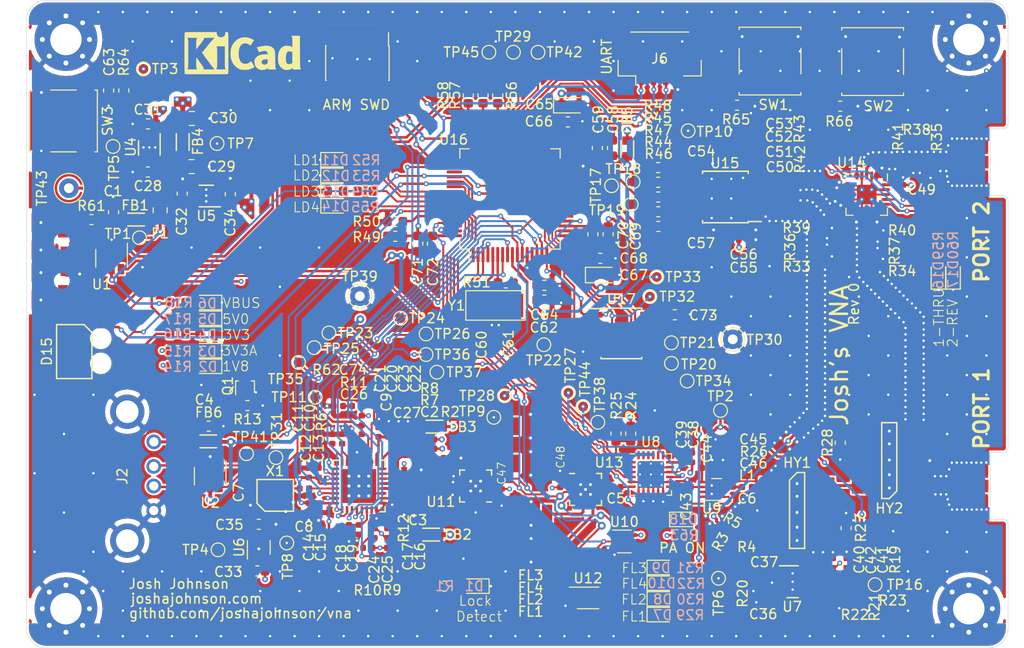
<source format=kicad_pcb>
(kicad_pcb (version 20171130) (host pcbnew "(5.1.2)-1")
  (layers (0 F.Cu signal) (1 GND signal) (2 3V3A signal) (31 B.Cu signal) (34 B.Paste user) (35 F.Paste user) (36 B.SilkS user) (37 F.SilkS user) (38 B.Mask user) (39 F.Mask user) (44 Edge.Cuts user))
  (net 0 "")
  (net 1 /Synth/RF_OUT_N)
  (net 2 "Net-(C1-Pad1)")
  (net 3 "/Filter Bank/RF_IN")
  (net 4 /Synth/RF_OUT_P)
  (net 5 "/Source Leveling/RF_IN")
  (net 6 "/Filter Bank/RF_OUT")
  (net 7 "/Directional Couplers/RF_IN")
  (net 8 "/Source Leveling/RF_OUT")
  (net 9 GND)
  (net 10 /1V8)
  (net 11 "Net-(C8-Pad1)")
  (net 12 "Net-(C9-Pad1)")
  (net 13 "Net-(C24-Pad1)")
  (net 14 /3V3A)
  (net 15 /Power/VIN)
  (net 16 /5V0)
  (net 17 /AD8319_RF)
  (net 18 "Net-(C50-Pad1)")
  (net 19 "Net-(C51-Pad1)")
  (net 20 "Net-(C52-Pad1)")
  (net 21 "Net-(D1-Pad2)")
  (net 22 "Net-(D2-Pad1)")
  (net 23 "Net-(D2-Pad2)")
  (net 24 "Net-(D3-Pad2)")
  (net 25 "Net-(D4-Pad2)")
  (net 26 /VBUS)
  (net 27 "/Directional Couplers/Forward_CPL")
  (net 28 "/Directional Couplers/RF_OUT")
  (net 29 /RF_REV_CPL)
  (net 30 "/Filter Bank/SW_1_RF_1")
  (net 31 "/Filter Bank/SW_2_RF_3")
  (net 32 "/Filter Bank/SW_2_RF_4")
  (net 33 "/Filter Bank/SW_1_RF_2")
  (net 34 "/Filter Bank/SW_1_RF_3")
  (net 35 "/Filter Bank/SW_2_RF_1")
  (net 36 "/Filter Bank/SW_2_RF_2")
  (net 37 "/Filter Bank/SW_1_RF_4")
  (net 38 /RF_THROUGH)
  (net 39 /RF_FWD_CPL)
  (net 40 "Net-(R7-Pad2)")
  (net 41 "Net-(R37-Pad1)")
  (net 42 "Net-(R38-Pad1)")
  (net 43 /Filter_CTRL1)
  (net 44 "/Filter Bank/SW_2_CTRL_1")
  (net 45 /Filter_CTRL2)
  (net 46 "Net-(C2-Pad1)")
  (net 47 "Net-(C4-Pad1)")
  (net 48 "Net-(C8-Pad2)")
  (net 49 "Net-(C10-Pad1)")
  (net 50 "Net-(C11-Pad1)")
  (net 51 VDD)
  (net 52 "Net-(C16-Pad1)")
  (net 53 "Net-(C20-Pad1)")
  (net 54 "Net-(C24-Pad2)")
  (net 55 "Net-(C26-Pad1)")
  (net 56 "Net-(C36-Pad1)")
  (net 57 "Net-(C37-Pad2)")
  (net 58 "Net-(C40-Pad2)")
  (net 59 "Net-(C43-Pad1)")
  (net 60 "Net-(C43-Pad2)")
  (net 61 "Net-(C46-Pad1)")
  (net 62 "Net-(C50-Pad2)")
  (net 63 "Net-(C53-Pad2)")
  (net 64 "Net-(C53-Pad1)")
  (net 65 "Net-(C54-Pad1)")
  (net 66 "Net-(C57-Pad1)")
  (net 67 VDDA)
  (net 68 "Net-(C60-Pad1)")
  (net 69 "Net-(C61-Pad1)")
  (net 70 /SWD_nRST)
  (net 71 "Net-(D5-Pad2)")
  (net 72 "Net-(D6-Pad2)")
  (net 73 "Net-(D7-Pad2)")
  (net 74 "Net-(D7-Pad1)")
  (net 75 "Net-(D8-Pad1)")
  (net 76 "Net-(D8-Pad2)")
  (net 77 "Net-(D9-Pad2)")
  (net 78 "Net-(D9-Pad1)")
  (net 79 "Net-(D10-Pad2)")
  (net 80 "Net-(D10-Pad1)")
  (net 81 "Net-(D11-Pad2)")
  (net 82 "Net-(D12-Pad2)")
  (net 83 "Net-(D13-Pad2)")
  (net 84 "Net-(D14-Pad2)")
  (net 85 /Microcontroller/STATUS_LED_R)
  (net 86 /Microcontroller/STATUS_LED_B)
  (net 87 /Microcontroller/STATUS_LED_G)
  (net 88 "Net-(J2-Pad2)")
  (net 89 "Net-(J2-Pad3)")
  (net 90 /SWD_IO)
  (net 91 /SWD_CLK)
  (net 92 /MAX2871_LD)
  (net 93 "Net-(R3-Pad1)")
  (net 94 "Net-(R6-Pad1)")
  (net 95 "Net-(R8-Pad2)")
  (net 96 "Net-(R10-Pad1)")
  (net 97 "Net-(R19-Pad1)")
  (net 98 "Net-(R21-Pad1)")
  (net 99 "Net-(R21-Pad2)")
  (net 100 /RF_PWR_LEVEL)
  (net 101 "Net-(R44-Pad1)")
  (net 102 "Net-(R44-Pad2)")
  (net 103 "Net-(R45-Pad2)")
  (net 104 "Net-(R45-Pad1)")
  (net 105 /AD8302_VMAG)
  (net 106 "Net-(R47-Pad2)")
  (net 107 /AD8302_VREF)
  (net 108 /AD8302_VPHASE)
  (net 109 /Microcontroller/BOOT0)
  (net 110 "Net-(R51-Pad1)")
  (net 111 "Net-(R52-Pad2)")
  (net 112 "Net-(R53-Pad2)")
  (net 113 "Net-(R54-Pad2)")
  (net 114 "Net-(R55-Pad2)")
  (net 115 /USB_D+)
  (net 116 /USB_D-)
  (net 117 /SCL)
  (net 118 /SDA)
  (net 119 /MAX2871_CLK)
  (net 120 /MAX2871_MOSI)
  (net 121 /MAX2871_LE)
  (net 122 /MAX2871_CHIP_EN)
  (net 123 /MAX2871_RFOUT_EN)
  (net 124 /MAX2871_MISO)
  (net 125 /ATTEN_CLK)
  (net 126 /ATTEN_LE)
  (net 127 /PA_PWRDN)
  (net 128 /Microcontroller/FLASH_nHOLD)
  (net 129 /Microcontroller/FLASH_nWP)
  (net 130 /Microcontroller/FLASH_nCS)
  (net 131 /Microcontroller/FLASH_SPI_MISO)
  (net 132 /Microcontroller/FLASH_SPI_MOSI)
  (net 133 /Microcontroller/FLASH_SPI_SCK)
  (net 134 "Net-(D16-Pad2)")
  (net 135 "Net-(D17-Pad2)")
  (net 136 "Net-(R56-Pad2)")
  (net 137 "Net-(R57-Pad2)")
  (net 138 /INPUT_SW_1)
  (net 139 /INPUT_SW_2)
  (net 140 /UART_TX)
  (net 141 /UART_RX)
  (net 142 "Net-(J1-Pad1)")
  (net 143 "Net-(R24-Pad2)")
  (net 144 /ATTEN_MISO)
  (net 145 /ATTEN_MOSI)
  (net 146 "Net-(C74-Pad2)")
  (net 147 "Net-(HY1-Pad4)")
  (net 148 "Net-(HY1-Pad6)")
  (net 149 "Net-(HY2-Pad4)")
  (net 150 "Net-(D18-Pad2)")
  (net 151 "Net-(R65-Pad1)")
  (net 152 "Net-(R66-Pad1)")
  (net 153 /D_P)
  (net 154 /D_N)
  (net 155 "Net-(TP29-Pad1)")
  (net 156 "Net-(TP42-Pad1)")
  (net 157 "Net-(TP45-Pad1)")
  (net 158 "Net-(J1-Pad4)")
  (net 159 "Net-(J3-Pad6)")
  (net 160 "Net-(J3-Pad7)")
  (net 161 "Net-(J3-Pad8)")
  (net 162 "Net-(U8-Pad24)")
  (net 163 "Net-(U8-Pad23)")
  (net 164 "Net-(U8-Pad22)")
  (net 165 "Net-(U8-Pad21)")
  (net 166 "Net-(U8-Pad20)")
  (net 167 "Net-(U8-Pad19)")
  (net 168 "Net-(U16-Pad1)")
  (net 169 /Microcontroller/SDADC_AIN6P)
  (net 170 "Net-(U16-Pad47)")
  (net 171 "Net-(U16-Pad48)")
  (net 172 "Net-(U16-Pad51)")
  (module Package_DFN_QFN:QFN-24-1EP_4x4mm_P0.5mm_EP2.7x2.7mm_ThermalVias (layer F.Cu) (at 153.8 110.125)
    (fp_text reference U8 (at 0 -3.32) (layer F.SilkS))
    (fp_text value SKY12347-362LF)
    (pad 24 smd roundrect (at -1.25 -1.9625) (size 0.25 0.825) (layers F.Cu F.Paste F.Mask) (net 162 "Net-(U8-Pad24)"))
    (pad 23 smd roundrect (at -0.75 -1.9625) (size 0.25 0.825) (layers F.Cu F.Paste F.Mask) (net 163 "Net-(U8-Pad23)"))
    (pad 22 smd roundrect (at -0.25 -1.9625) (size 0.25 0.825) (layers F.Cu F.Paste F.Mask) (net 164 "Net-(U8-Pad22)"))
    (pad 21 smd roundrect (at 0.25 -1.9625) (size 0.25 0.825) (layers F.Cu F.Paste F.Mask) (net 165 "Net-(U8-Pad21)"))
    (pad 20 smd roundrect (at 0.75 -1.9625) (size 0.25 0.825) (layers F.Cu F.Paste F.Mask) (net 166 "Net-(U8-Pad20)"))
    (pad 19 smd roundrect (at 1.25 -1.9625) (size 0.25 0.825) (layers F.Cu F.Paste F.Mask) (net 167 "Net-(U8-Pad19)"))
    (pad 18 smd roundrect (at 1.9625 -1.25) (size 0.825 0.25) (layers F.Cu F.Paste F.Mask) (net 14 /3V3A))
    (pad 17 smd roundrect (at 1.9625 -0.75) (size 0.825 0.25) (layers F.Cu F.Paste F.Mask) (net 9 GND))
    (pad 16 smd roundrect (at 1.9625 -0.25) (size 0.825 0.25) (layers F.Cu F.Paste F.Mask) (net 9 GND))
    (pad 15 smd roundrect (at 1.9625 0.25) (size 0.825 0.25) (layers F.Cu F.Paste F.Mask) (net 144 /ATTEN_MISO))
    (pad 14 smd roundrect (at 1.9625 0.75) (size 0.825 0.25) (layers F.Cu F.Paste F.Mask) (net 9 GND))
    (pad 13 smd roundrect (at 1.9625 1.25) (size 0.825 0.25) (layers F.Cu F.Paste F.Mask) (net 60 "Net-(C43-Pad2)"))
    (pad 12 smd roundrect (at 1.25 1.9625) (size 0.25 0.825) (layers F.Cu F.Paste F.Mask) (net 9 GND))
    (pad 11 smd roundrect (at 0.75 1.9625) (size 0.25 0.825) (layers F.Cu F.Paste F.Mask) (net 9 GND))
    (pad 10 smd roundrect (at 0.25 1.9625) (size 0.25 0.825) (layers F.Cu F.Paste F.Mask) (net 9 GND))
    (pad 9 smd roundrect (at -0.25 1.9625) (size 0.25 0.825) (layers F.Cu F.Paste F.Mask) (net 9 GND))
    (pad 8 smd roundrect (at -0.75 1.9625) (size 0.25 0.825) (layers F.Cu F.Paste F.Mask) (net 9 GND))
    (pad 7 smd roundrect (at -1.25 1.9625) (size 0.25 0.825) (layers F.Cu F.Paste F.Mask) (net 9 GND))
    (pad 6 smd roundrect (at -1.9625 1.25) (size 0.825 0.25) (layers F.Cu F.Paste F.Mask) (net 5 "/Source Leveling/RF_IN"))
    (pad 5 smd roundrect (at -1.9625 0.75) (size 0.825 0.25) (layers F.Cu F.Paste F.Mask) (net 9 GND))
    (pad 4 smd roundrect (at -1.9625 0.25) (size 0.825 0.25) (layers F.Cu F.Paste F.Mask) (net 126 /ATTEN_LE))
    (pad 3 smd roundrect (at -1.9625 -0.25) (size 0.825 0.25) (layers F.Cu F.Paste F.Mask) (net 145 /ATTEN_MOSI))
    (pad 2 smd roundrect (at -1.9625 -0.75) (size 0.825 0.25) (layers F.Cu F.Paste F.Mask) (net 125 /ATTEN_CLK))
    (pad 1 smd roundrect (at -1.9625 -1.25) (size 0.825 0.25) (layers F.Cu F.Paste F.Mask) (net 143 "Net-(R24-Pad2)"))
    (pad 25 smd roundrect (at 0 0) (size 2.7 2.7) (layers B.Cu) (roundrect_rratio 0.09259299999999999) (net 9 GND))
    (pad 25 thru_hole circle (at 1.1 1.1) (size 0.5 0.5) (drill 0.2) (layers *.Cu) (net 9 GND))
    (pad 25 thru_hole circle (at 0 1.1) (size 0.5 0.5) (drill 0.2) (layers *.Cu) (net 9 GND))
    (pad 25 thru_hole circle (at -1.1 1.1) (size 0.5 0.5) (drill 0.2) (layers *.Cu) (net 9 GND))
    (pad 25 thru_hole circle (at 1.1 0) (size 0.5 0.5) (drill 0.2) (layers *.Cu) (net 9 GND))
    (pad 25 thru_hole circle (at 0 0) (size 0.5 0.5) (drill 0.2) (layers *.Cu) (net 9 GND))
    (pad 25 thru_hole circle (at -1.1 0) (size 0.5 0.5) (drill 0.2) (layers *.Cu) (net 9 GND))
    (pad 25 thru_hole circle (at 1.1 -1.1) (size 0.5 0.5) (drill 0.2) (layers *.Cu) (net 9 GND))
    (pad 25 thru_hole circle (at 0 -1.1) (size 0.5 0.5) (drill 0.2) (layers *.Cu) (net 9 GND))
    (pad 25 thru_hole circle (at -1.1 -1.1) (size 0.5 0.5) (drill 0.2) (layers *.Cu) (net 9 GND))
    (pad 25 smd roundrect (at 0 0) (size 2.7 2.7) (layers F.Cu F.Mask) (roundrect_rratio 0.09259299999999999) (net 9 GND))
  )
  (module Package_SO:SOIC-8_3.9x4.9mm_P1.27mm (layer F.Cu) (at 150.8 95.75)
    (fp_text reference U17 (at 0 -3.5) (layer F.SilkS))
    (fp_text value AT25SF081-SSHD-X)
    (pad 1 smd rect (at -2.7 -1.905) (size 1.55 0.6) (layers F.Cu F.Paste F.Mask) (net 130 /Microcontroller/FLASH_nCS))
    (pad 2 smd rect (at -2.7 -0.635) (size 1.55 0.6) (layers F.Cu F.Paste F.Mask) (net 131 /Microcontroller/FLASH_SPI_MISO))
    (pad 3 smd rect (at -2.7 0.635) (size 1.55 0.6) (layers F.Cu F.Paste F.Mask) (net 129 /Microcontroller/FLASH_nWP))
    (pad 4 smd rect (at -2.7 1.905) (size 1.55 0.6) (layers F.Cu F.Paste F.Mask) (net 9 GND))
    (pad 5 smd rect (at 2.7 1.905) (size 1.55 0.6) (layers F.Cu F.Paste F.Mask) (net 132 /Microcontroller/FLASH_SPI_MOSI))
    (pad 6 smd rect (at 2.7 0.635) (size 1.55 0.6) (layers F.Cu F.Paste F.Mask) (net 133 /Microcontroller/FLASH_SPI_SCK))
    (pad 7 smd rect (at 2.7 -0.635) (size 1.55 0.6) (layers F.Cu F.Paste F.Mask) (net 128 /Microcontroller/FLASH_nHOLD))
    (pad 8 smd rect (at 2.7 -1.905) (size 1.55 0.6) (layers F.Cu F.Paste F.Mask) (net 51 VDD))
  )
  (module Package_QFP:LQFP-64_10x10mm_P0.5mm (layer F.Cu) (at 139.45 82.05 90)
    (fp_text reference U16 (at 6.05 -5.75 180) (layer F.SilkS))
    (fp_text value STM32F373RCTx)
    (pad 1 smd roundrect (at -5.675 -3.75 90) (size 1.55 0.3) (layers F.Cu F.Paste F.Mask) (net 168 "Net-(U16-Pad1)"))
    (pad 2 smd roundrect (at -5.675 -3.25 90) (size 1.55 0.3) (layers F.Cu F.Paste F.Mask) (net 145 /ATTEN_MOSI))
    (pad 3 smd roundrect (at -5.675 -2.75 90) (size 1.55 0.3) (layers F.Cu F.Paste F.Mask) (net 125 /ATTEN_CLK))
    (pad 4 smd roundrect (at -5.675 -2.25 90) (size 1.55 0.3) (layers F.Cu F.Paste F.Mask) (net 122 /MAX2871_CHIP_EN))
    (pad 5 smd roundrect (at -5.675 -1.75 90) (size 1.55 0.3) (layers F.Cu F.Paste F.Mask) (net 68 "Net-(C60-Pad1)"))
    (pad 6 smd roundrect (at -5.675 -1.25 90) (size 1.55 0.3) (layers F.Cu F.Paste F.Mask) (net 110 "Net-(R51-Pad1)"))
    (pad 7 smd roundrect (at -5.675 -0.75 90) (size 1.55 0.3) (layers F.Cu F.Paste F.Mask) (net 70 /SWD_nRST))
    (pad 8 smd roundrect (at -5.675 -0.25 90) (size 1.55 0.3) (layers F.Cu F.Paste F.Mask) (net 121 /MAX2871_LE))
    (pad 9 smd roundrect (at -5.675 0.25 90) (size 1.55 0.3) (layers F.Cu F.Paste F.Mask) (net 129 /Microcontroller/FLASH_nWP))
    (pad 10 smd roundrect (at -5.675 0.75 90) (size 1.55 0.3) (layers F.Cu F.Paste F.Mask) (net 124 /MAX2871_MISO))
    (pad 11 smd roundrect (at -5.675 1.25 90) (size 1.55 0.3) (layers F.Cu F.Paste F.Mask) (net 120 /MAX2871_MOSI))
    (pad 12 smd roundrect (at -5.675 1.75 90) (size 1.55 0.3) (layers F.Cu F.Paste F.Mask) (net 9 GND))
    (pad 13 smd roundrect (at -5.675 2.25 90) (size 1.55 0.3) (layers F.Cu F.Paste F.Mask) (net 67 VDDA))
    (pad 14 smd roundrect (at -5.675 2.75 90) (size 1.55 0.3) (layers F.Cu F.Paste F.Mask) (net 92 /MAX2871_LD))
    (pad 15 smd roundrect (at -5.675 3.25 90) (size 1.55 0.3) (layers F.Cu F.Paste F.Mask) (net 123 /MAX2871_RFOUT_EN))
    (pad 16 smd roundrect (at -5.675 3.75 90) (size 1.55 0.3) (layers F.Cu F.Paste F.Mask) (net 130 /Microcontroller/FLASH_nCS))
    (pad 17 smd roundrect (at -3.75 5.675 90) (size 0.3 1.55) (layers F.Cu F.Paste F.Mask) (net 67 VDDA))
    (pad 18 smd roundrect (at -3.25 5.675 90) (size 0.3 1.55) (layers F.Cu F.Paste F.Mask) (net 128 /Microcontroller/FLASH_nHOLD))
    (pad 19 smd roundrect (at -2.75 5.675 90) (size 0.3 1.55) (layers F.Cu F.Paste F.Mask) (net 51 VDD))
    (pad 20 smd roundrect (at -2.25 5.675 90) (size 0.3 1.55) (layers F.Cu F.Paste F.Mask) (net 87 /Microcontroller/STATUS_LED_G))
    (pad 21 smd roundrect (at -1.75 5.675 90) (size 0.3 1.55) (layers F.Cu F.Paste F.Mask) (net 133 /Microcontroller/FLASH_SPI_SCK))
    (pad 22 smd roundrect (at -1.25 5.675 90) (size 0.3 1.55) (layers F.Cu F.Paste F.Mask) (net 131 /Microcontroller/FLASH_SPI_MISO))
    (pad 23 smd roundrect (at -0.75 5.675 90) (size 0.3 1.55) (layers F.Cu F.Paste F.Mask) (net 132 /Microcontroller/FLASH_SPI_MOSI))
    (pad 24 smd roundrect (at -0.25 5.675 90) (size 0.3 1.55) (layers F.Cu F.Paste F.Mask) (net 141 /UART_RX))
    (pad 25 smd roundrect (at 0.25 5.675 90) (size 0.3 1.55) (layers F.Cu F.Paste F.Mask) (net 140 /UART_TX))
    (pad 26 smd roundrect (at 0.75 5.675 90) (size 0.3 1.55) (layers F.Cu F.Paste F.Mask) (net 169 /Microcontroller/SDADC_AIN6P))
    (pad 27 smd roundrect (at 1.25 5.675 90) (size 0.3 1.55) (layers F.Cu F.Paste F.Mask) (net 100 /RF_PWR_LEVEL))
    (pad 28 smd roundrect (at 1.75 5.675 90) (size 0.3 1.55) (layers F.Cu F.Paste F.Mask) (net 105 /AD8302_VMAG))
    (pad 29 smd roundrect (at 2.25 5.675 90) (size 0.3 1.55) (layers F.Cu F.Paste F.Mask) (net 107 /AD8302_VREF))
    (pad 30 smd roundrect (at 2.75 5.675 90) (size 0.3 1.55) (layers F.Cu F.Paste F.Mask) (net 108 /AD8302_VPHASE))
    (pad 31 smd roundrect (at 3.25 5.675 90) (size 0.3 1.55) (layers F.Cu F.Paste F.Mask) (net 9 GND))
    (pad 32 smd roundrect (at 3.75 5.675 90) (size 0.3 1.55) (layers F.Cu F.Paste F.Mask) (net 67 VDDA))
    (pad 33 smd roundrect (at 5.675 3.75 90) (size 1.55 0.3) (layers F.Cu F.Paste F.Mask) (net 67 VDDA))
    (pad 34 smd roundrect (at 5.675 3.25 90) (size 1.55 0.3) (layers F.Cu F.Paste F.Mask) (net 138 /INPUT_SW_1))
    (pad 35 smd roundrect (at 5.675 2.75 90) (size 1.55 0.3) (layers F.Cu F.Paste F.Mask) (net 139 /INPUT_SW_2))
    (pad 36 smd roundrect (at 5.675 2.25 90) (size 1.55 0.3) (layers F.Cu F.Paste F.Mask) (net 119 /MAX2871_CLK))
    (pad 37 smd roundrect (at 5.675 1.75 90) (size 1.55 0.3) (layers F.Cu F.Paste F.Mask) (net 85 /Microcontroller/STATUS_LED_R))
    (pad 38 smd roundrect (at 5.675 1.25 90) (size 1.55 0.3) (layers F.Cu F.Paste F.Mask) (net 152 "Net-(R66-Pad1)"))
    (pad 39 smd roundrect (at 5.675 0.75 90) (size 1.55 0.3) (layers F.Cu F.Paste F.Mask) (net 86 /Microcontroller/STATUS_LED_B))
    (pad 40 smd roundrect (at 5.675 0.25 90) (size 1.55 0.3) (layers F.Cu F.Paste F.Mask) (net 151 "Net-(R65-Pad1)"))
    (pad 41 smd roundrect (at 5.675 -0.25 90) (size 1.55 0.3) (layers F.Cu F.Paste F.Mask) (net 156 "Net-(TP42-Pad1)"))
    (pad 42 smd roundrect (at 5.675 -0.75 90) (size 1.55 0.3) (layers F.Cu F.Paste F.Mask) (net 155 "Net-(TP29-Pad1)"))
    (pad 43 smd roundrect (at 5.675 -1.25 90) (size 1.55 0.3) (layers F.Cu F.Paste F.Mask) (net 157 "Net-(TP45-Pad1)"))
    (pad 44 smd roundrect (at 5.675 -1.75 90) (size 1.55 0.3) (layers F.Cu F.Paste F.Mask) (net 136 "Net-(R56-Pad2)"))
    (pad 45 smd roundrect (at 5.675 -2.25 90) (size 1.55 0.3) (layers F.Cu F.Paste F.Mask) (net 137 "Net-(R57-Pad2)"))
    (pad 46 smd roundrect (at 5.675 -2.75 90) (size 1.55 0.3) (layers F.Cu F.Paste F.Mask) (net 90 /SWD_IO))
    (pad 47 smd roundrect (at 5.675 -3.25 90) (size 1.55 0.3) (layers F.Cu F.Paste F.Mask) (net 170 "Net-(U16-Pad47)"))
    (pad 48 smd roundrect (at 5.675 -3.75 90) (size 1.55 0.3) (layers F.Cu F.Paste F.Mask) (net 171 "Net-(U16-Pad48)"))
    (pad 49 smd roundrect (at 3.75 -5.675 90) (size 0.3 1.55) (layers F.Cu F.Paste F.Mask) (net 91 /SWD_CLK))
    (pad 50 smd roundrect (at 3.25 -5.675 90) (size 0.3 1.55) (layers F.Cu F.Paste F.Mask) (net 117 /SCL))
    (pad 51 smd roundrect (at 2.75 -5.675 90) (size 0.3 1.55) (layers F.Cu F.Paste F.Mask) (net 172 "Net-(U16-Pad51)"))
    (pad 52 smd roundrect (at 2.25 -5.675 90) (size 0.3 1.55) (layers F.Cu F.Paste F.Mask) (net 144 /ATTEN_MISO))
    (pad 53 smd roundrect (at 1.75 -5.675 90) (size 0.3 1.55) (layers F.Cu F.Paste F.Mask) (net 126 /ATTEN_LE))
    (pad 54 smd roundrect (at 1.25 -5.675 90) (size 0.3 1.55) (layers F.Cu F.Paste F.Mask) (net 127 /PA_PWRDN))
    (pad 55 smd roundrect (at 0.75 -5.675 90) (size 0.3 1.55) (layers F.Cu F.Paste F.Mask) (net 111 "Net-(R52-Pad2)"))
    (pad 56 smd roundrect (at 0.25 -5.675 90) (size 0.3 1.55) (layers F.Cu F.Paste F.Mask) (net 112 "Net-(R53-Pad2)"))
    (pad 57 smd roundrect (at -0.25 -5.675 90) (size 0.3 1.55) (layers F.Cu F.Paste F.Mask) (net 113 "Net-(R54-Pad2)"))
    (pad 58 smd roundrect (at -0.75 -5.675 90) (size 0.3 1.55) (layers F.Cu F.Paste F.Mask) (net 114 "Net-(R55-Pad2)"))
    (pad 59 smd roundrect (at -1.25 -5.675 90) (size 0.3 1.55) (layers F.Cu F.Paste F.Mask) (net 118 /SDA))
    (pad 60 smd roundrect (at -1.75 -5.675 90) (size 0.3 1.55) (layers F.Cu F.Paste F.Mask) (net 109 /Microcontroller/BOOT0))
    (pad 61 smd roundrect (at -2.25 -5.675 90) (size 0.3 1.55) (layers F.Cu F.Paste F.Mask) (net 43 /Filter_CTRL1))
    (pad 62 smd roundrect (at -2.75 -5.675 90) (size 0.3 1.55) (layers F.Cu F.Paste F.Mask) (net 45 /Filter_CTRL2))
    (pad 63 smd roundrect (at -3.25 -5.675 90) (size 0.3 1.55) (layers F.Cu F.Paste F.Mask) (net 9 GND))
    (pad 64 smd roundrect (at -3.75 -5.675 90) (size 0.3 1.55) (layers F.Cu F.Paste F.Mask) (net 51 VDD))
  )
  (module Package_SO:VSSOP-8_2.3x2mm_P0.5mm (layer F.Cu) (at 147.4 122.7)
    (fp_text reference U12 (at 0 -2) (layer F.SilkS))
    (fp_text value SN74LVC1G139)
    (pad 8 smd rect (at 1.55 -0.75 270) (size 0.3 0.8) (layers F.Cu F.Paste F.Mask) (net 51 VDD))
    (pad 7 smd rect (at 1.55 -0.25 270) (size 0.3 0.8) (layers F.Cu F.Paste F.Mask) (net 74 "Net-(D7-Pad1)"))
    (pad 6 smd rect (at 1.55 0.25 270) (size 0.3 0.8) (layers F.Cu F.Paste F.Mask) (net 75 "Net-(D8-Pad1)"))
    (pad 5 smd rect (at 1.55 0.75 270) (size 0.3 0.8) (layers F.Cu F.Paste F.Mask) (net 78 "Net-(D9-Pad1)"))
    (pad 4 smd rect (at -1.55 0.75 270) (size 0.3 0.8) (layers F.Cu F.Paste F.Mask) (net 9 GND))
    (pad 3 smd rect (at -1.55 0.25 270) (size 0.3 0.8) (layers F.Cu F.Paste F.Mask) (net 80 "Net-(D10-Pad1)"))
    (pad 2 smd rect (at -1.55 -0.25 270) (size 0.3 0.8) (layers F.Cu F.Paste F.Mask) (net 45 /Filter_CTRL2))
    (pad 1 smd rect (at -1.55 -0.75 270) (size 0.3 0.8) (layers F.Cu F.Paste F.Mask) (net 43 /Filter_CTRL1))
  )
  (module TestPoint:TestPoint_Pad_D1.0mm (layer F.Cu) (at 137.3 67.1)
    (fp_text reference TP45 (at -2.8 0) (layer F.SilkS))
    (fp_text value Test3)
    (pad 1 smd circle (at 0 0) (size 1 1) (layers F.Cu F.Mask) (net 157 "Net-(TP45-Pad1)"))
  )
  (module TestPoint:TestPoint_Pad_D1.0mm (layer F.Cu) (at 142.3 67.1)
    (fp_text reference TP42 (at 2.7 0) (layer F.SilkS))
    (fp_text value Test1)
    (pad 1 smd circle (at 0 0) (size 1 1) (layers F.Cu F.Mask) (net 156 "Net-(TP42-Pad1)"))
  )
  (module TestPoint:TestPoint_Pad_D1.0mm (layer F.Cu) (at 139.8 67.1)
    (fp_text reference TP29 (at 0 -1.6) (layer F.SilkS))
    (fp_text value Test2)
    (pad 1 smd circle (at 0 0) (size 1 1) (layers F.Cu F.Mask) (net 155 "Net-(TP29-Pad1)"))
  )
  (module Symbol:Symbol_KiCAD-Logo_CopperAndSilkScreenTop (layer F.Cu) (at 112.2 67)
    (fp_text reference REF** hide)
    (fp_text value "KiCAD Logo" hide)
  )
  (module VNA_Footprints:JoshDetails (layer F.Cu) (at 105.5 122.75)
    (fp_text reference REF**)
    (fp_text value "Josh Details")
    (fp_text user github.com/joshajohnson/vna (at 6.5 1.52) (layer F.SilkS))
    (fp_text user joshajohnson.com (at 2 0.02) (layer F.SilkS))
    (fp_text user "Josh Johnson" (at 0.2 -1.48 180) (layer F.SilkS))
  )
  (module VNA_Footprints:OSHW_Logo_3.6x3.6_F.Mask (layer F.Cu) (at 176 98.25 90)
    (fp_text reference G*** hide)
    (fp_text value LOGO hide)
  )
  (module VNA_Footprints:BoardTitle (layer F.Cu) (at 137.5 63)
    (fp_text reference REF**)
    (fp_text value "Board Title")
    (fp_text user "Rev 0" (at 37 29.75 90) (layer F.SilkS))
    (fp_text user "Josh's VNA" (at 35.5 35 90) (layer F.SilkS) (effects (font (size 1.75 1.75) (thickness 0.25))))
  )
  (module VNA_Footprints:SLP3-150-150-F (layer F.Cu) (at 100.25 98.8 270)
    (fp_text reference TP40 hide)
    (fp_text value "Light Pipe")
    (pad "" np_thru_hole circle (at 0 2.5 270) (size 1.1684 1.1684) (drill 1.1684) (layers *.Cu *.Mask))
    (pad "" np_thru_hole circle (at -2.54 2.5 270) (size 1.1684 1.1684) (drill 1.1684) (layers *.Cu *.Mask))
  )
  (module TestPoint:TestPoint_THTPad_D2.0mm_Drill1.0mm (layer F.Cu) (at 124.15 91.95)
    (fp_text reference TP39 (at 0 -1.998) (layer F.SilkS))
    (fp_text value GND)
    (pad 1 thru_hole circle (at 0 0) (size 2 2) (drill 1) (layers *.Cu *.Mask) (net 9 GND))
  )
  (module TestPoint:TestPoint_THTPad_D2.0mm_Drill1.0mm (layer F.Cu) (at 162.15 96.35)
    (fp_text reference TP30 (at 3.25 0.05) (layer F.SilkS))
    (fp_text value GND)
    (pad 1 thru_hole circle (at 0 0) (size 2 2) (drill 1) (layers *.Cu *.Mask) (net 9 GND))
  )
  (module TestPoint:TestPoint_Pad_D1.0mm (layer F.Cu) (at 119.6 102.25)
    (fp_text reference TP11 (at -2.65 0) (layer F.SilkS))
    (fp_text value CP)
    (pad 1 smd circle (at 0 0) (size 1 1) (layers F.Cu F.Mask) (net 55 "Net-(C26-Pad1)"))
  )
  (module Resistor_SMD:R_0402_1005Metric (layer F.Cu) (at 176.3 88.15)
    (fp_text reference R34 (at 3.1 1.25) (layer F.SilkS))
    (fp_text value 150R)
    (pad 2 smd roundrect (at 0.485 0) (size 0.59 0.64) (layers F.Cu F.Paste F.Mask) (net 9 GND))
    (pad 1 smd roundrect (at -0.485 0) (size 0.59 0.64) (layers F.Cu F.Paste F.Mask) (net 29 /RF_REV_CPL))
  )
  (module VNA_Footprints:SOT-416 (layer F.Cu) (at 112.45 101.1 90)
    (fp_text reference Q1 (at 0 -1.75 90) (layer F.SilkS))
    (fp_text value RE1C002UN)
    (pad 3 smd rect (at 0.65 0 90) (size 0.6 0.5) (layers F.Cu F.Paste F.Mask) (net 22 "Net-(D2-Pad1)"))
    (pad 2 smd rect (at -0.65 0.5 90) (size 0.6 0.5) (layers F.Cu F.Paste F.Mask) (net 9 GND))
    (pad 1 smd rect (at -0.65 -0.5 90) (size 0.6 0.5) (layers F.Cu F.Paste F.Mask) (net 10 /1V8))
  )
  (module VNA_Footprints:SMA_EDGE_MOUNT_INSET (layer F.Cu) (at 186.2 111.3)
    (fp_text reference J5)
    (fp_text value SMA)
    (fp_line (start 2.2 3.4) (end 3.5 3.4) (layer Edge.Cuts) (width 0.05))
    (fp_arc (start 3.5 3.9) (end 4 3.9) (angle -90) (layer Edge.Cuts) (width 0.05))
    (fp_line (start 2.2 -3.4) (end 3.5 -3.4) (layer Edge.Cuts) (width 0.05))
    (fp_line (start 2.2 -3.4) (end 2.2 3.4) (layer Edge.Cuts) (width 0.05))
    (fp_arc (start 3.5 -3.9) (end 3.5 -3.4) (angle -90) (layer Edge.Cuts) (width 0.05))
    (pad 2 smd rect (at 0 2.825 90) (size 1.35 4.2) (layers B.Cu B.Mask) (net 9 GND))
    (pad 2 smd rect (at 0 -2.825 90) (size 1.35 4.2) (layers B.Cu B.Mask) (net 9 GND))
    (pad 2 smd rect (at 0 2.825 90) (size 1.35 4.2) (layers F.Cu F.Mask) (net 9 GND))
    (pad 2 smd rect (at 0 -2.825 90) (size 1.35 4.2) (layers F.Cu F.Mask) (net 9 GND))
    (pad 1 smd rect (at 0.2 0 90) (size 1.27 3.6) (layers F.Cu F.Mask) (net 28 "/Directional Couplers/RF_OUT"))
  )
  (module VNA_Footprints:Fuse_0805_2012Metric (layer F.Cu) (at 103.8 83.2 270)
    (fp_text reference F1 (at 2.35 0) (layer F.SilkS))
    (fp_text value "500mA Polyfuse")
    (pad 2 smd roundrect (at 0.9375 0 270) (size 0.975 1.4) (layers F.Cu F.Paste F.Mask) (net 26 /VBUS))
    (pad 1 smd roundrect (at -0.9375 0 270) (size 0.975 1.4) (layers F.Cu F.Paste F.Mask) (net 15 /Power/VIN))
  )
  (module Resistor_SMD:R_0603_1608Metric (layer F.Cu) (at 173.1 72.6)
    (fp_text reference R66 (at -0.0875 1.55) (layer F.SilkS))
    (fp_text value 10K)
    (pad 2 smd roundrect (at 0.7875 0) (size 0.875 0.95) (layers F.Cu F.Paste F.Mask) (net 9 GND))
    (pad 1 smd roundrect (at -0.7875 0) (size 0.875 0.95) (layers F.Cu F.Paste F.Mask) (net 152 "Net-(R66-Pad1)"))
  )
  (module Resistor_SMD:R_0603_1608Metric (layer F.Cu) (at 162.5875 72.5)
    (fp_text reference R65 (at -0.1 1.45) (layer F.SilkS))
    (fp_text value 10K)
    (pad 2 smd roundrect (at 0.7875 0) (size 0.875 0.95) (layers F.Cu F.Paste F.Mask) (net 9 GND))
    (pad 1 smd roundrect (at -0.7875 0) (size 0.875 0.95) (layers F.Cu F.Paste F.Mask) (net 151 "Net-(R65-Pad1)"))
  )
  (module Resistor_SMD:R_0603_1608Metric (layer F.Cu) (at 100.1 71 90)
    (fp_text reference R64 (at 2.9 0 90) (layer F.SilkS))
    (fp_text value DNP)
    (pad 2 smd roundrect (at 0.7875 0 90) (size 0.875 0.95) (layers F.Cu F.Paste F.Mask) (net 70 /SWD_nRST))
    (pad 1 smd roundrect (at -0.7875 0 90) (size 0.875 0.95) (layers F.Cu F.Paste F.Mask) (net 51 VDD))
  )
  (module VNA_Footprints:Crystal_SMD_5032-2Pin_5.0x3.2mm (layer F.Cu) (at 137.95 92.9 180)
    (fp_text reference Y1 (at 3.95 0 180) (layer F.SilkS))
    (fp_text value 8MHz)
    (pad 2 smd rect (at 1.85 0 180) (size 2 2.4) (layers F.Cu F.Paste F.Mask) (net 68 "Net-(C60-Pad1)"))
    (pad 1 smd rect (at -1.85 0 180) (size 2 2.4) (layers F.Cu F.Paste F.Mask) (net 69 "Net-(C61-Pad1)"))
  )
  (module Resistor_SMD:R_0603_1608Metric (layer F.Cu) (at 157.25 116.3)
    (fp_text reference R63 (at -0.05 0) (layer B.SilkS) (effects (justify mirror)))
    (fp_text value 470R)
    (pad 2 smd roundrect (at 0.7875 0) (size 0.875 0.95) (layers F.Cu F.Paste F.Mask) (net 150 "Net-(D18-Pad2)"))
    (pad 1 smd roundrect (at -0.7875 0) (size 0.875 0.95) (layers F.Cu F.Paste F.Mask) (net 14 /3V3A))
  )
  (module LED_SMD:LED_0603_1608Metric (layer F.Cu) (at 157.2 114.7)
    (fp_text reference D18 (at -0.1 0) (layer B.SilkS) (effects (justify mirror)))
    (fp_text value LED)
    (pad 2 smd roundrect (at 0.7875 0) (size 0.875 0.95) (layers F.Cu F.Paste F.Mask) (net 150 "Net-(D18-Pad2)"))
    (pad 1 smd roundrect (at -0.7875 0) (size 0.875 0.95) (layers F.Cu F.Paste F.Mask) (net 127 /PA_PWRDN))
  )
  (module VNA_Footprints:SMA_EDGE_MOUNT_INSET (layer F.Cu) (at 186.2 78.3)
    (fp_text reference J4)
    (fp_text value SMA)
    (fp_line (start 2.2 3.4) (end 3.5 3.4) (layer Edge.Cuts) (width 0.05))
    (fp_arc (start 3.5 3.9) (end 4 3.9) (angle -90) (layer Edge.Cuts) (width 0.05))
    (fp_line (start 2.2 -3.4) (end 3.5 -3.4) (layer Edge.Cuts) (width 0.05))
    (fp_line (start 2.2 -3.4) (end 2.2 3.4) (layer Edge.Cuts) (width 0.05))
    (fp_arc (start 3.5 -3.9) (end 3.5 -3.4) (angle -90) (layer Edge.Cuts) (width 0.05))
    (pad 2 smd rect (at 0 2.825 90) (size 1.35 4.2) (layers B.Cu B.Mask) (net 9 GND))
    (pad 2 smd rect (at 0 -2.825 90) (size 1.35 4.2) (layers B.Cu B.Mask) (net 9 GND))
    (pad 2 smd rect (at 0 2.825 90) (size 1.35 4.2) (layers F.Cu F.Mask) (net 9 GND))
    (pad 2 smd rect (at 0 -2.825 90) (size 1.35 4.2) (layers F.Cu F.Mask) (net 9 GND))
    (pad 1 smd rect (at 0.2 0 90) (size 1.27 3.6) (layers F.Cu F.Mask) (net 38 /RF_THROUGH))
  )
  (module Capacitor_SMD:C_0603_1608Metric (layer F.Cu) (at 99.05 83.4 90)
    (fp_text reference C1 (at 2.15 -0.05 180) (layer F.SilkS))
    (fp_text value 100n)
    (pad 1 smd roundrect (at -0.7875 0 90) (size 0.875 0.95) (layers F.Cu F.Paste F.Mask) (net 2 "Net-(C1-Pad1)"))
    (pad 2 smd roundrect (at 0.7875 0 90) (size 0.875 0.95) (layers F.Cu F.Paste F.Mask) (net 9 GND))
  )
  (module Capacitor_SMD:C_0402_1005Metric (layer F.Cu) (at 131.25 108.45 180)
    (fp_text reference C2 (at 0 4.7 180) (layer F.SilkS))
    (fp_text value 1n)
    (pad 2 smd roundrect (at 0.485 0 180) (size 0.59 0.64) (layers F.Cu F.Paste F.Mask) (net 1 /Synth/RF_OUT_N))
    (pad 1 smd roundrect (at -0.485 0 180) (size 0.59 0.64) (layers F.Cu F.Paste F.Mask) (net 46 "Net-(C2-Pad1)"))
  )
  (module Capacitor_SMD:C_0402_1005Metric (layer F.Cu) (at 130.085 111.55 180)
    (fp_text reference C3 (at 0.035 -3.225 180) (layer F.SilkS))
    (fp_text value 1n)
    (pad 2 smd roundrect (at 0.485 0 180) (size 0.59 0.64) (layers F.Cu F.Paste F.Mask) (net 4 /Synth/RF_OUT_P))
    (pad 1 smd roundrect (at -0.485 0 180) (size 0.59 0.64) (layers F.Cu F.Paste F.Mask) (net 3 "/Filter Bank/RF_IN"))
  )
  (module Capacitor_SMD:C_0603_1608Metric (layer F.Cu) (at 108.75 105.2)
    (fp_text reference C4 (at -0.45 -2.7) (layer F.SilkS))
    (fp_text value 100n)
    (pad 2 smd roundrect (at 0.7875 0) (size 0.875 0.95) (layers F.Cu F.Paste F.Mask) (net 9 GND))
    (pad 1 smd roundrect (at -0.7875 0) (size 0.875 0.95) (layers F.Cu F.Paste F.Mask) (net 47 "Net-(C4-Pad1)"))
  )
  (module Capacitor_SMD:C_0402_1005Metric (layer F.Cu) (at 150.235 111.4 180)
    (fp_text reference C5 (at 0 -1.17 180) (layer F.SilkS))
    (fp_text value 1n)
    (pad 2 smd roundrect (at 0.485 0 180) (size 0.59 0.64) (layers F.Cu F.Paste F.Mask) (net 6 "/Filter Bank/RF_OUT"))
    (pad 1 smd roundrect (at -0.485 0 180) (size 0.59 0.64) (layers F.Cu F.Paste F.Mask) (net 5 "/Source Leveling/RF_IN"))
  )
  (module Capacitor_SMD:C_0402_1005Metric (layer F.Cu) (at 163.6 111.4 180)
    (fp_text reference C6 (at 0 -1.17 180) (layer F.SilkS))
    (fp_text value 1n)
    (pad 1 smd roundrect (at -0.485 0 180) (size 0.59 0.64) (layers F.Cu F.Paste F.Mask) (net 7 "/Directional Couplers/RF_IN"))
    (pad 2 smd roundrect (at 0.485 0 180) (size 0.59 0.64) (layers F.Cu F.Paste F.Mask) (net 8 "/Source Leveling/RF_OUT"))
  )
  (module Capacitor_SMD:C_0402_1005Metric (layer F.Cu) (at 113 111.985 270)
    (fp_text reference C7 (at 0 1.2 270) (layer F.SilkS))
    (fp_text value 100n)
    (pad 2 smd roundrect (at 0.485 0 270) (size 0.59 0.64) (layers F.Cu F.Paste F.Mask) (net 9 GND))
    (pad 1 smd roundrect (at -0.485 0 270) (size 0.59 0.64) (layers F.Cu F.Paste F.Mask) (net 10 /1V8))
  )
  (module Capacitor_SMD:C_0402_1005Metric (layer F.Cu) (at 118.51 111.55 180)
    (fp_text reference C8 (at 0.06 -3.9 180) (layer F.SilkS))
    (fp_text value 10n)
    (pad 1 smd roundrect (at -0.485 0 180) (size 0.59 0.64) (layers F.Cu F.Paste F.Mask) (net 11 "Net-(C8-Pad1)"))
    (pad 2 smd roundrect (at 0.485 0 180) (size 0.59 0.64) (layers F.Cu F.Paste F.Mask) (net 48 "Net-(C8-Pad2)"))
  )
  (module Capacitor_SMD:C_0402_1005Metric (layer F.Cu) (at 125.65 102.7 90)
    (fp_text reference C9 (at -0.05 1.2 90) (layer F.SilkS))
    (fp_text value 1u)
    (pad 2 smd roundrect (at 0.485 0 90) (size 0.59 0.64) (layers F.Cu F.Paste F.Mask) (net 9 GND))
    (pad 1 smd roundrect (at -0.485 0 90) (size 0.59 0.64) (layers F.Cu F.Paste F.Mask) (net 12 "Net-(C9-Pad1)"))
  )
  (module Capacitor_SMD:C_0402_1005Metric (layer F.Cu) (at 122.35 106.5 90)
    (fp_text reference C10 (at 2.15 -3.3 90) (layer F.SilkS))
    (fp_text value 1u)
    (pad 1 smd roundrect (at -0.485 0 90) (size 0.59 0.64) (layers F.Cu F.Paste F.Mask) (net 49 "Net-(C10-Pad1)"))
    (pad 2 smd roundrect (at 0.485 0 90) (size 0.59 0.64) (layers F.Cu F.Paste F.Mask) (net 9 GND))
  )
  (module Capacitor_SMD:C_0402_1005Metric (layer F.Cu) (at 121.35 106.5 90)
    (fp_text reference C11 (at 2.15 -3.5 90) (layer F.SilkS))
    (fp_text value 1u)
    (pad 2 smd roundrect (at 0.485 0 90) (size 0.59 0.64) (layers F.Cu F.Paste F.Mask) (net 9 GND))
    (pad 1 smd roundrect (at -0.485 0 90) (size 0.59 0.64) (layers F.Cu F.Paste F.Mask) (net 50 "Net-(C11-Pad1)"))
  )
  (module Capacitor_SMD:C_0402_1005Metric (layer F.Cu) (at 118.95 109.95 90)
    (fp_text reference C12 (at 2.5 -0.3 90) (layer F.SilkS))
    (fp_text value 10n)
    (pad 2 smd roundrect (at 0.485 0 90) (size 0.59 0.64) (layers F.Cu F.Paste F.Mask) (net 9 GND))
    (pad 1 smd roundrect (at -0.485 0 90) (size 0.59 0.64) (layers F.Cu F.Paste F.Mask) (net 51 VDD))
  )
  (module Capacitor_SMD:C_0402_1005Metric (layer F.Cu) (at 119.95 109.95 90)
    (fp_text reference C13 (at 2.5 0 90) (layer F.SilkS))
    (fp_text value 100p)
    (pad 1 smd roundrect (at -0.485 0 90) (size 0.59 0.64) (layers F.Cu F.Paste F.Mask) (net 51 VDD))
    (pad 2 smd roundrect (at 0.485 0 90) (size 0.59 0.64) (layers F.Cu F.Paste F.Mask) (net 9 GND))
  )
  (module Capacitor_SMD:C_0402_1005Metric (layer F.Cu) (at 118.95 113.525 270)
    (fp_text reference C14 (at 4.025 0 270) (layer F.SilkS))
    (fp_text value 10n)
    (pad 2 smd roundrect (at 0.485 0 270) (size 0.59 0.64) (layers F.Cu F.Paste F.Mask) (net 9 GND))
    (pad 1 smd roundrect (at -0.485 0 270) (size 0.59 0.64) (layers F.Cu F.Paste F.Mask) (net 51 VDD))
  )
  (module Capacitor_SMD:C_0402_1005Metric (layer F.Cu) (at 119.95 113.525 270)
    (fp_text reference C15 (at 4.025 -0.2 270) (layer F.SilkS))
    (fp_text value 100p)
    (pad 1 smd roundrect (at -0.485 0 270) (size 0.59 0.64) (layers F.Cu F.Paste F.Mask) (net 51 VDD))
    (pad 2 smd roundrect (at 0.485 0 270) (size 0.59 0.64) (layers F.Cu F.Paste F.Mask) (net 9 GND))
  )
  (module Capacitor_SMD:C_0402_1005Metric (layer F.Cu) (at 129.65 113.05 270)
    (fp_text reference C16 (at 5.425 -0.625 270) (layer F.SilkS))
    (fp_text value 10n)
    (pad 1 smd roundrect (at -0.485 0 270) (size 0.59 0.64) (layers F.Cu F.Paste F.Mask) (net 52 "Net-(C16-Pad1)"))
    (pad 2 smd roundrect (at 0.485 0 270) (size 0.59 0.64) (layers F.Cu F.Paste F.Mask) (net 9 GND))
  )
  (module Capacitor_SMD:C_0402_1005Metric (layer F.Cu) (at 128.65 113.05 270)
    (fp_text reference C17 (at 5.425 -0.4 270) (layer F.SilkS))
    (fp_text value 100p)
    (pad 1 smd roundrect (at -0.485 0 270) (size 0.59 0.64) (layers F.Cu F.Paste F.Mask) (net 52 "Net-(C16-Pad1)"))
    (pad 2 smd roundrect (at 0.485 0 270) (size 0.59 0.64) (layers F.Cu F.Paste F.Mask) (net 9 GND))
  )
  (module Capacitor_SMD:C_0402_1005Metric (layer F.Cu) (at 123.05 115.75 270)
    (fp_text reference C18 (at 2.925 0.8 270) (layer F.SilkS))
    (fp_text value 10n)
    (pad 2 smd roundrect (at 0.485 0 270) (size 0.59 0.64) (layers F.Cu F.Paste F.Mask) (net 9 GND))
    (pad 1 smd roundrect (at -0.485 0 270) (size 0.59 0.64) (layers F.Cu F.Paste F.Mask) (net 52 "Net-(C16-Pad1)"))
  )
  (module Capacitor_SMD:C_0402_1005Metric (layer F.Cu) (at 124.05 115.75 270)
    (fp_text reference C19 (at 2.9 0.625 270) (layer F.SilkS))
    (fp_text value 100p)
    (pad 1 smd roundrect (at -0.485 0 270) (size 0.59 0.64) (layers F.Cu F.Paste F.Mask) (net 52 "Net-(C16-Pad1)"))
    (pad 2 smd roundrect (at 0.485 0 270) (size 0.59 0.64) (layers F.Cu F.Paste F.Mask) (net 9 GND))
  )
  (module Capacitor_SMD:C_0402_1005Metric (layer F.Cu) (at 127.05 105.8 90)
    (fp_text reference C20 (at 5.45 0.4 90) (layer F.SilkS))
    (fp_text value 10n)
    (pad 2 smd roundrect (at 0.485 0 90) (size 0.59 0.64) (layers F.Cu F.Paste F.Mask) (net 9 GND))
    (pad 1 smd roundrect (at -0.485 0 90) (size 0.59 0.64) (layers F.Cu F.Paste F.Mask) (net 53 "Net-(C20-Pad1)"))
  )
  (module Capacitor_SMD:C_0402_1005Metric (layer F.Cu) (at 126.05 105.8 90)
    (fp_text reference C21 (at 5.45 0.2 90) (layer F.SilkS))
    (fp_text value 100p)
    (pad 1 smd roundrect (at -0.485 0 90) (size 0.59 0.64) (layers F.Cu F.Paste F.Mask) (net 53 "Net-(C20-Pad1)"))
    (pad 2 smd roundrect (at 0.485 0 90) (size 0.59 0.64) (layers F.Cu F.Paste F.Mask) (net 9 GND))
  )
  (module Capacitor_SMD:C_0402_1005Metric (layer F.Cu) (at 129.05 105.8 90)
    (fp_text reference C22 (at 5.45 0.8 90) (layer F.SilkS))
    (fp_text value 10n)
    (pad 2 smd roundrect (at 0.485 0 90) (size 0.59 0.64) (layers F.Cu F.Paste F.Mask) (net 9 GND))
    (pad 1 smd roundrect (at -0.485 0 90) (size 0.59 0.64) (layers F.Cu F.Paste F.Mask) (net 53 "Net-(C20-Pad1)"))
  )
  (module Capacitor_SMD:C_0402_1005Metric (layer F.Cu) (at 128.05 105.8 90)
    (fp_text reference C23 (at 5.45 0.6 90) (layer F.SilkS))
    (fp_text value 100p)
    (pad 1 smd roundrect (at -0.485 0 90) (size 0.59 0.64) (layers F.Cu F.Paste F.Mask) (net 53 "Net-(C20-Pad1)"))
    (pad 2 smd roundrect (at 0.485 0 90) (size 0.59 0.64) (layers F.Cu F.Paste F.Mask) (net 9 GND))
  )
  (module Capacitor_SMD:C_0402_1005Metric (layer F.Cu) (at 125.65 116.1 90)
    (fp_text reference C24 (at -3.725 -0.025 90) (layer F.SilkS))
    (fp_text value 100n)
    (pad 2 smd roundrect (at 0.485 0 90) (size 0.59 0.64) (layers F.Cu F.Paste F.Mask) (net 54 "Net-(C24-Pad2)"))
    (pad 1 smd roundrect (at -0.485 0 90) (size 0.59 0.64) (layers F.Cu F.Paste F.Mask) (net 13 "Net-(C24-Pad1)"))
  )
  (module Capacitor_SMD:C_0402_1005Metric (layer F.Cu) (at 126.95 116.1 90)
    (fp_text reference C25 (at -3.7 0.025 90) (layer F.SilkS))
    (fp_text value 12n)
    (pad 1 smd roundrect (at -0.485 0 90) (size 0.59 0.64) (layers F.Cu F.Paste F.Mask) (net 54 "Net-(C24-Pad2)"))
    (pad 2 smd roundrect (at 0.485 0 90) (size 0.59 0.64) (layers F.Cu F.Paste F.Mask) (net 9 GND))
  )
  (module Capacitor_SMD:C_0402_1005Metric (layer F.Cu) (at 124.35 106.5 270)
    (fp_text reference C26 (at -4.55 0.8) (layer F.SilkS))
    (fp_text value 820p)
    (pad 2 smd roundrect (at 0.485 0 270) (size 0.59 0.64) (layers F.Cu F.Paste F.Mask) (net 9 GND))
    (pad 1 smd roundrect (at -0.485 0 270) (size 0.59 0.64) (layers F.Cu F.Paste F.Mask) (net 55 "Net-(C26-Pad1)"))
  )
  (module Capacitor_SMD:C_0402_1005Metric (layer F.Cu) (at 129.15 109.65)
    (fp_text reference C27 (at -0.2 -5.8) (layer F.SilkS))
    (fp_text value 100p)
    (pad 1 smd roundrect (at -0.485 0) (size 0.59 0.64) (layers F.Cu F.Paste F.Mask) (net 14 /3V3A))
    (pad 2 smd roundrect (at 0.485 0) (size 0.59 0.64) (layers F.Cu F.Paste F.Mask) (net 9 GND))
  )
  (module Capacitor_SMD:C_0603_1608Metric (layer F.Cu) (at 102.55 79.3 180)
    (fp_text reference C28 (at 0 -1.43 180) (layer F.SilkS))
    (fp_text value 1u)
    (pad 1 smd roundrect (at -0.7875 0 180) (size 0.875 0.95) (layers F.Cu F.Paste F.Mask) (net 15 /Power/VIN))
    (pad 2 smd roundrect (at 0.7875 0 180) (size 0.875 0.95) (layers F.Cu F.Paste F.Mask) (net 9 GND))
  )
  (module Capacitor_SMD:C_0805_2012Metric (layer F.Cu) (at 107 78.75)
    (fp_text reference C29 (at 3.05 0) (layer F.SilkS))
    (fp_text value 10u)
    (pad 2 smd roundrect (at 0.9375 0) (size 0.975 1.4) (layers F.Cu F.Paste F.Mask) (net 9 GND))
    (pad 1 smd roundrect (at -0.9375 0) (size 0.975 1.4) (layers F.Cu F.Paste F.Mask) (net 15 /Power/VIN))
  )
  (module Capacitor_SMD:C_0805_2012Metric (layer F.Cu) (at 107.0375 73.85)
    (fp_text reference C30 (at 3.2125 -0.05) (layer F.SilkS))
    (fp_text value 10u)
    (pad 1 smd roundrect (at -0.9375 0) (size 0.975 1.4) (layers F.Cu F.Paste F.Mask) (net 16 /5V0))
    (pad 2 smd roundrect (at 0.9375 0) (size 0.975 1.4) (layers F.Cu F.Paste F.Mask) (net 9 GND))
  )
  (module Capacitor_SMD:C_0603_1608Metric (layer F.Cu) (at 102.5625 74.4 180)
    (fp_text reference C31 (at 0.0125 1.45 180) (layer F.SilkS))
    (fp_text value 1u)
    (pad 2 smd roundrect (at 0.7875 0 180) (size 0.875 0.95) (layers F.Cu F.Paste F.Mask) (net 9 GND))
    (pad 1 smd roundrect (at -0.7875 0 180) (size 0.875 0.95) (layers F.Cu F.Paste F.Mask) (net 14 /3V3A))
  )
  (module Capacitor_SMD:C_0603_1608Metric (layer F.Cu) (at 106.05 81.5 90)
    (fp_text reference C32 (at -2.85 -0.05 90) (layer F.SilkS))
    (fp_text value 1u)
    (pad 2 smd roundrect (at 0.7875 0 90) (size 0.875 0.95) (layers F.Cu F.Paste F.Mask) (net 9 GND))
    (pad 1 smd roundrect (at -0.7875 0 90) (size 0.875 0.95) (layers F.Cu F.Paste F.Mask) (net 15 /Power/VIN))
  )
  (module Capacitor_SMD:C_0603_1608Metric (layer F.Cu) (at 113.7 119.95 180)
    (fp_text reference C33 (at 2.95 -0.1 180) (layer F.SilkS))
    (fp_text value 1u)
    (pad 1 smd roundrect (at -0.7875 0 180) (size 0.875 0.95) (layers F.Cu F.Paste F.Mask) (net 14 /3V3A))
    (pad 2 smd roundrect (at 0.7875 0 180) (size 0.875 0.95) (layers F.Cu F.Paste F.Mask) (net 9 GND))
  )
  (module Capacitor_SMD:C_0603_1608Metric (layer F.Cu) (at 110.95 81.5625 90)
    (fp_text reference C34 (at -2.8875 0 90) (layer F.SilkS))
    (fp_text value 1u)
    (pad 1 smd roundrect (at -0.7875 0 90) (size 0.875 0.95) (layers F.Cu F.Paste F.Mask) (net 51 VDD))
    (pad 2 smd roundrect (at 0.7875 0 90) (size 0.875 0.95) (layers F.Cu F.Paste F.Mask) (net 9 GND))
  )
  (module Capacitor_SMD:C_0603_1608Metric (layer F.Cu) (at 113.85 115.2)
    (fp_text reference C35 (at -3 0.05) (layer F.SilkS))
    (fp_text value 1u)
    (pad 2 smd roundrect (at 0.7875 0) (size 0.875 0.95) (layers F.Cu F.Paste F.Mask) (net 9 GND))
    (pad 1 smd roundrect (at -0.7875 0) (size 0.875 0.95) (layers F.Cu F.Paste F.Mask) (net 10 /1V8))
  )
  (module Capacitor_SMD:C_0402_1005Metric (layer F.Cu) (at 165.25 122.7 270)
    (fp_text reference C36 (at 1.65 0 180) (layer F.SilkS))
    (fp_text value 8.2p)
    (pad 2 smd roundrect (at 0.485 0 270) (size 0.59 0.64) (layers F.Cu F.Paste F.Mask) (net 9 GND))
    (pad 1 smd roundrect (at -0.485 0 270) (size 0.59 0.64) (layers F.Cu F.Paste F.Mask) (net 56 "Net-(C36-Pad1)"))
  )
  (module Capacitor_SMD:C_0402_1005Metric (layer F.Cu) (at 165.715 120.3)
    (fp_text reference C37 (at -0.365 -1.25 180) (layer F.SilkS))
    (fp_text value 47n)
    (pad 1 smd roundrect (at -0.485 0) (size 0.59 0.64) (layers F.Cu F.Paste F.Mask) (net 17 /AD8319_RF))
    (pad 2 smd roundrect (at 0.485 0) (size 0.59 0.64) (layers F.Cu F.Paste F.Mask) (net 57 "Net-(C37-Pad2)"))
  )
  (module Capacitor_SMD:C_0402_1005Metric (layer F.Cu) (at 158 108.4 270)
    (fp_text reference C38 (at -2.35 -0.15 270) (layer F.SilkS))
    (fp_text value 100n)
    (pad 1 smd roundrect (at -0.485 0 270) (size 0.59 0.64) (layers F.Cu F.Paste F.Mask) (net 9 GND))
    (pad 2 smd roundrect (at 0.485 0 270) (size 0.59 0.64) (layers F.Cu F.Paste F.Mask) (net 14 /3V3A))
  )
  (module Capacitor_SMD:C_0402_1005Metric (layer F.Cu) (at 157 108.4 270)
    (fp_text reference C39 (at -2.35 0.05 270) (layer F.SilkS))
    (fp_text value 100p)
    (pad 2 smd roundrect (at 0.485 0 270) (size 0.59 0.64) (layers F.Cu F.Paste F.Mask) (net 14 /3V3A))
    (pad 1 smd roundrect (at -0.485 0 270) (size 0.59 0.64) (layers F.Cu F.Paste F.Mask) (net 9 GND))
  )
  (module Capacitor_SMD:C_0402_1005Metric (layer F.Cu) (at 170.35 119.165 270)
    (fp_text reference C40 (at -0.365 -4.7 270) (layer F.SilkS))
    (fp_text value 47n)
    (pad 1 smd roundrect (at -0.485 0 270) (size 0.59 0.64) (layers F.Cu F.Paste F.Mask) (net 9 GND))
    (pad 2 smd roundrect (at 0.485 0 270) (size 0.59 0.64) (layers F.Cu F.Paste F.Mask) (net 58 "Net-(C40-Pad2)"))
  )
  (module Capacitor_SMD:C_0402_1005Metric (layer F.Cu) (at 172.35 119.15 270)
    (fp_text reference C41 (at -0.35 -5.1 270) (layer F.SilkS))
    (fp_text value 100n)
    (pad 1 smd roundrect (at -0.485 0 270) (size 0.59 0.64) (layers F.Cu F.Paste F.Mask) (net 9 GND))
    (pad 2 smd roundrect (at 0.485 0 270) (size 0.59 0.64) (layers F.Cu F.Paste F.Mask) (net 14 /3V3A))
  )
  (module Capacitor_SMD:C_0402_1005Metric (layer F.Cu) (at 171.35 119.165 270)
    (fp_text reference C42 (at -0.315 -4.9 270) (layer F.SilkS))
    (fp_text value 100p)
    (pad 1 smd roundrect (at -0.485 0 270) (size 0.59 0.64) (layers F.Cu F.Paste F.Mask) (net 9 GND))
    (pad 2 smd roundrect (at 0.485 0 270) (size 0.59 0.64) (layers F.Cu F.Paste F.Mask) (net 14 /3V3A))
  )
  (module Capacitor_SMD:C_0402_1005Metric (layer F.Cu) (at 157.4 111.4 180)
    (fp_text reference C43 (at 0 -2 270) (layer F.SilkS))
    (fp_text value 1n)
    (pad 1 smd roundrect (at -0.485 0 180) (size 0.59 0.64) (layers F.Cu F.Paste F.Mask) (net 59 "Net-(C43-Pad1)"))
    (pad 2 smd roundrect (at 0.485 0 180) (size 0.59 0.64) (layers F.Cu F.Paste F.Mask) (net 60 "Net-(C43-Pad2)"))
  )
  (module Capacitor_SMD:C_0402_1005Metric (layer F.Cu) (at 159.5 109.45)
    (fp_text reference C44 (at 0 -1.95 90) (layer F.SilkS))
    (fp_text value 10n)
    (pad 2 smd roundrect (at 0.485 0) (size 0.59 0.64) (layers F.Cu F.Paste F.Mask) (net 9 GND))
    (pad 1 smd roundrect (at -0.485 0) (size 0.59 0.64) (layers F.Cu F.Paste F.Mask) (net 16 /5V0))
  )
  (module Capacitor_SMD:C_0402_1005Metric (layer F.Cu) (at 161.65 106.55 180)
    (fp_text reference C45 (at -2.6 0 180) (layer F.SilkS))
    (fp_text value 10n)
    (pad 1 smd roundrect (at -0.485 0 180) (size 0.59 0.64) (layers F.Cu F.Paste F.Mask) (net 16 /5V0))
    (pad 2 smd roundrect (at 0.485 0 180) (size 0.59 0.64) (layers F.Cu F.Paste F.Mask) (net 9 GND))
  )
  (module Capacitor_SMD:C_0402_1005Metric (layer F.Cu) (at 161.65 109.45 180)
    (fp_text reference C46 (at -2.6 0.45 180) (layer F.SilkS))
    (fp_text value 10p)
    (pad 2 smd roundrect (at 0.485 0 180) (size 0.59 0.64) (layers F.Cu F.Paste F.Mask) (net 9 GND))
    (pad 1 smd roundrect (at -0.485 0 180) (size 0.59 0.64) (layers F.Cu F.Paste F.Mask) (net 61 "Net-(C46-Pad1)"))
  )
  (module Capacitor_SMD:C_0402_1005Metric (layer F.Cu) (at 138.6 112.085 90)
    (fp_text reference C47 (at 2.085 0 270) (layer F.SilkS) (effects (font (size 0.8 0.8) (thickness 0.1))))
    (fp_text value 10n)
    (pad 2 smd roundrect (at 0.485 0 90) (size 0.59 0.64) (layers F.Cu F.Paste F.Mask) (net 14 /3V3A))
    (pad 1 smd roundrect (at -0.485 0 90) (size 0.59 0.64) (layers F.Cu F.Paste F.Mask) (net 9 GND))
  )
  (module Capacitor_SMD:C_0402_1005Metric (layer F.Cu) (at 144.55 110.95 270)
    (fp_text reference C48 (at -2.6 -0.05 90) (layer F.SilkS) (effects (font (size 0.8 0.8) (thickness 0.1))))
    (fp_text value 10n)
    (pad 1 smd roundrect (at -0.485 0 270) (size 0.59 0.64) (layers F.Cu F.Paste F.Mask) (net 9 GND))
    (pad 2 smd roundrect (at 0.485 0 270) (size 0.59 0.64) (layers F.Cu F.Paste F.Mask) (net 14 /3V3A))
  )
  (module Capacitor_SMD:C_0402_1005Metric (layer F.Cu) (at 179.5 81.1 90)
    (fp_text reference C49 (at 0 1.9 180) (layer F.SilkS))
    (fp_text value 10n)
    (pad 2 smd roundrect (at 0.485 0 90) (size 0.59 0.64) (layers F.Cu F.Paste F.Mask) (net 14 /3V3A))
    (pad 1 smd roundrect (at -0.485 0 90) (size 0.59 0.64) (layers F.Cu F.Paste F.Mask) (net 9 GND))
  )
  (module Capacitor_SMD:C_0402_1005Metric (layer F.Cu) (at 166.9 83.15)
    (fp_text reference C50 (at 0.05 -4.35) (layer F.SilkS))
    (fp_text value 1n)
    (pad 2 smd roundrect (at 0.485 0) (size 0.59 0.64) (layers F.Cu F.Paste F.Mask) (net 62 "Net-(C50-Pad2)"))
    (pad 1 smd roundrect (at -0.485 0) (size 0.59 0.64) (layers F.Cu F.Paste F.Mask) (net 18 "Net-(C50-Pad1)"))
  )
  (module Capacitor_SMD:C_0402_1005Metric (layer F.Cu) (at 166.9 82.15)
    (fp_text reference C51 (at 0 -4.9) (layer F.SilkS))
    (fp_text value 1n)
    (pad 1 smd roundrect (at -0.485 0) (size 0.59 0.64) (layers F.Cu F.Paste F.Mask) (net 19 "Net-(C51-Pad1)"))
    (pad 2 smd roundrect (at 0.485 0) (size 0.59 0.64) (layers F.Cu F.Paste F.Mask) (net 9 GND))
  )
  (module Capacitor_SMD:C_0402_1005Metric (layer F.Cu) (at 166.9 81.15)
    (fp_text reference C52 (at -0.05 -5.45) (layer F.SilkS))
    (fp_text value 1n)
    (pad 2 smd roundrect (at 0.485 0) (size 0.59 0.64) (layers F.Cu F.Paste F.Mask) (net 9 GND))
    (pad 1 smd roundrect (at -0.485 0) (size 0.59 0.64) (layers F.Cu F.Paste F.Mask) (net 20 "Net-(C52-Pad1)"))
  )
  (module Capacitor_SMD:C_0402_1005Metric (layer F.Cu) (at 166.9 80.15)
    (fp_text reference C53 (at 0 -5.75) (layer F.SilkS))
    (fp_text value 1n)
    (pad 1 smd roundrect (at -0.485 0) (size 0.59 0.64) (layers F.Cu F.Paste F.Mask) (net 64 "Net-(C53-Pad1)"))
    (pad 2 smd roundrect (at 0.485 0) (size 0.59 0.64) (layers F.Cu F.Paste F.Mask) (net 63 "Net-(C53-Pad2)"))
  )
  (module Capacitor_SMD:C_0402_1005Metric (layer F.Cu) (at 158.935 78.45)
    (fp_text reference C54 (at 0 -1.25) (layer F.SilkS))
    (fp_text value DNP)
    (pad 2 smd roundrect (at 0.485 0) (size 0.59 0.64) (layers F.Cu F.Paste F.Mask) (net 9 GND))
    (pad 1 smd roundrect (at -0.485 0) (size 0.59 0.64) (layers F.Cu F.Paste F.Mask) (net 65 "Net-(C54-Pad1)"))
  )
  (module Capacitor_SMD:C_0402_1005Metric (layer F.Cu) (at 163.25 86.2 180)
    (fp_text reference C55 (at 0 -2.85 180) (layer F.SilkS))
    (fp_text value 100n)
    (pad 1 smd roundrect (at -0.485 0 180) (size 0.59 0.64) (layers F.Cu F.Paste F.Mask) (net 9 GND))
    (pad 2 smd roundrect (at 0.485 0 180) (size 0.59 0.64) (layers F.Cu F.Paste F.Mask) (net 14 /3V3A))
  )
  (module Capacitor_SMD:C_0402_1005Metric (layer F.Cu) (at 163.25 85.2 180)
    (fp_text reference C56 (at 0 -2.5 180) (layer F.SilkS))
    (fp_text value 100p)
    (pad 2 smd roundrect (at 0.485 0 180) (size 0.59 0.64) (layers F.Cu F.Paste F.Mask) (net 14 /3V3A))
    (pad 1 smd roundrect (at -0.485 0 180) (size 0.59 0.64) (layers F.Cu F.Paste F.Mask) (net 9 GND))
  )
  (module Capacitor_SMD:C_0402_1005Metric (layer F.Cu) (at 158.95 85.2)
    (fp_text reference C57 (at -0.05 1.35) (layer F.SilkS))
    (fp_text value DNP)
    (pad 1 smd roundrect (at -0.485 0) (size 0.59 0.64) (layers F.Cu F.Paste F.Mask) (net 66 "Net-(C57-Pad1)"))
    (pad 2 smd roundrect (at 0.485 0) (size 0.59 0.64) (layers F.Cu F.Paste F.Mask) (net 9 GND))
  )
  (module Capacitor_SMD:C_0603_1608Metric (layer F.Cu) (at 149.9 76.8625 90)
    (fp_text reference C58 (at 2.9125 0.05 90) (layer F.SilkS))
    (fp_text value 1u)
    (pad 2 smd roundrect (at 0.7875 0 90) (size 0.875 0.95) (layers F.Cu F.Paste F.Mask) (net 9 GND))
    (pad 1 smd roundrect (at -0.7875 0 90) (size 0.875 0.95) (layers F.Cu F.Paste F.Mask) (net 67 VDDA))
  )
  (module Capacitor_SMD:C_0603_1608Metric (layer F.Cu) (at 148.35 76.85 90)
    (fp_text reference C59 (at 2.9 0.1 90) (layer F.SilkS))
    (fp_text value 100n)
    (pad 1 smd roundrect (at -0.7875 0 90) (size 0.875 0.95) (layers F.Cu F.Paste F.Mask) (net 67 VDDA))
    (pad 2 smd roundrect (at 0.7875 0 90) (size 0.875 0.95) (layers F.Cu F.Paste F.Mask) (net 9 GND))
  )
  (module Capacitor_SMD:C_0402_1005Metric (layer F.Cu) (at 136.55 94.9)
    (fp_text reference C60 (at 0 2 90) (layer F.SilkS))
    (fp_text value 10p)
    (pad 2 smd roundrect (at 0.485 0) (size 0.59 0.64) (layers F.Cu F.Paste F.Mask) (net 9 GND))
    (pad 1 smd roundrect (at -0.485 0) (size 0.59 0.64) (layers F.Cu F.Paste F.Mask) (net 68 "Net-(C60-Pad1)"))
  )
  (module Capacitor_SMD:C_0402_1005Metric (layer F.Cu) (at 139.3 94.9 180)
    (fp_text reference C61 (at 0 -1.9 270) (layer F.SilkS))
    (fp_text value 10p)
    (pad 1 smd roundrect (at -0.485 0 180) (size 0.59 0.64) (layers F.Cu F.Paste F.Mask) (net 69 "Net-(C61-Pad1)"))
    (pad 2 smd roundrect (at 0.485 0 180) (size 0.59 0.64) (layers F.Cu F.Paste F.Mask) (net 9 GND))
  )
  (module Capacitor_SMD:C_0603_1608Metric (layer F.Cu) (at 142.95 92.35)
    (fp_text reference C62 (at -0.05 2.8) (layer F.SilkS))
    (fp_text value 1u)
    (pad 1 smd roundrect (at -0.7875 0) (size 0.875 0.95) (layers F.Cu F.Paste F.Mask) (net 67 VDDA))
    (pad 2 smd roundrect (at 0.7875 0) (size 0.875 0.95) (layers F.Cu F.Paste F.Mask) (net 9 GND))
  )
  (module Capacitor_SMD:C_0603_1608Metric (layer F.Cu) (at 98.55 71 270)
    (fp_text reference C63 (at -2.9 -0.05 270) (layer F.SilkS))
    (fp_text value 100n)
    (pad 2 smd roundrect (at 0.7875 0 270) (size 0.875 0.95) (layers F.Cu F.Paste F.Mask) (net 9 GND))
    (pad 1 smd roundrect (at -0.7875 0 270) (size 0.875 0.95) (layers F.Cu F.Paste F.Mask) (net 70 /SWD_nRST))
  )
  (module Capacitor_SMD:C_0603_1608Metric (layer F.Cu) (at 142.95 90.85)
    (fp_text reference C64 (at 0 3) (layer F.SilkS))
    (fp_text value 100n)
    (pad 2 smd roundrect (at 0.7875 0) (size 0.875 0.95) (layers F.Cu F.Paste F.Mask) (net 9 GND))
    (pad 1 smd roundrect (at -0.7875 0) (size 0.875 0.95) (layers F.Cu F.Paste F.Mask) (net 67 VDDA))
  )
  (module Capacitor_Tantalum_SMD:CP_EIA-2012-15_AVX-P (layer F.Cu) (at 145.6 72.5)
    (fp_text reference C65 (at -3.15 -0.1) (layer F.SilkS))
    (fp_text value "1u ")
    (pad 2 smd roundrect (at 0.8875 0) (size 1.125 1.05) (layers F.Cu F.Paste F.Mask) (roundrect_rratio 0.238095) (net 9 GND))
    (pad 1 smd roundrect (at -0.8875 0) (size 1.125 1.05) (layers F.Cu F.Paste F.Mask) (roundrect_rratio 0.238095) (net 67 VDDA))
  )
  (module Capacitor_SMD:C_0603_1608Metric (layer F.Cu) (at 145.35 74.2)
    (fp_text reference C66 (at -2.95 -0.05) (layer F.SilkS))
    (fp_text value 100n)
    (pad 2 smd roundrect (at 0.7875 0) (size 0.875 0.95) (layers F.Cu F.Paste F.Mask) (net 9 GND))
    (pad 1 smd roundrect (at -0.7875 0) (size 0.875 0.95) (layers F.Cu F.Paste F.Mask) (net 67 VDDA))
  )
  (module Capacitor_Tantalum_SMD:CP_EIA-2012-15_AVX-P (layer F.Cu) (at 148.85 89.8)
    (fp_text reference C67 (at 3.2 0) (layer F.SilkS))
    (fp_text value "1u ")
    (pad 1 smd roundrect (at -0.8875 0) (size 1.125 1.05) (layers F.Cu F.Paste F.Mask) (roundrect_rratio 0.238095) (net 67 VDDA))
    (pad 2 smd roundrect (at 0.8875 0) (size 1.125 1.05) (layers F.Cu F.Paste F.Mask) (roundrect_rratio 0.238095) (net 9 GND))
  )
  (module Capacitor_SMD:C_0603_1608Metric (layer F.Cu) (at 148.65 88.1)
    (fp_text reference C68 (at 3.4 0) (layer F.SilkS))
    (fp_text value 100n)
    (pad 1 smd roundrect (at -0.7875 0) (size 0.875 0.95) (layers F.Cu F.Paste F.Mask) (net 67 VDDA))
    (pad 2 smd roundrect (at 0.7875 0) (size 0.875 0.95) (layers F.Cu F.Paste F.Mask) (net 9 GND))
  )
  (module Capacitor_SMD:C_0603_1608Metric (layer F.Cu) (at 149.45 85.65 270)
    (fp_text reference C69 (at 0.2 -2.8 270) (layer F.SilkS))
    (fp_text value 1u)
    (pad 2 smd roundrect (at 0.7875 0 270) (size 0.875 0.95) (layers F.Cu F.Paste F.Mask) (net 9 GND))
    (pad 1 smd roundrect (at -0.7875 0 270) (size 0.875 0.95) (layers F.Cu F.Paste F.Mask) (net 51 VDD))
  )
  (module Capacitor_SMD:C_0603_1608Metric (layer F.Cu) (at 147.9 85.65 270)
    (fp_text reference C70 (at 0.1 -3.1 270) (layer F.SilkS))
    (fp_text value 100n)
    (pad 1 smd roundrect (at -0.7875 0 270) (size 0.875 0.95) (layers F.Cu F.Paste F.Mask) (net 51 VDD))
    (pad 2 smd roundrect (at 0.7875 0 270) (size 0.875 0.95) (layers F.Cu F.Paste F.Mask) (net 9 GND))
  )
  (module Capacitor_SMD:C_0603_1608Metric (layer F.Cu) (at 130.05 86.6 270)
    (fp_text reference C71 (at 2.8875 0 270) (layer F.SilkS))
    (fp_text value 1u)
    (pad 1 smd roundrect (at -0.7875 0 270) (size 0.875 0.95) (layers F.Cu F.Paste F.Mask) (net 51 VDD))
    (pad 2 smd roundrect (at 0.7875 0 270) (size 0.875 0.95) (layers F.Cu F.Paste F.Mask) (net 9 GND))
  )
  (module Capacitor_SMD:C_0603_1608Metric (layer F.Cu) (at 131.55 86.6 270)
    (fp_text reference C72 (at 2.9 -0.05 270) (layer F.SilkS))
    (fp_text value 100n)
    (pad 2 smd roundrect (at 0.7875 0 270) (size 0.875 0.95) (layers F.Cu F.Paste F.Mask) (net 9 GND))
    (pad 1 smd roundrect (at -0.7875 0 270) (size 0.875 0.95) (layers F.Cu F.Paste F.Mask) (net 51 VDD))
  )
  (module Capacitor_SMD:C_0603_1608Metric (layer F.Cu) (at 156.25 93.85 180)
    (fp_text reference C73 (at -2.9 -0.05 180) (layer F.SilkS))
    (fp_text value 100n)
    (pad 1 smd roundrect (at -0.7875 0 180) (size 0.875 0.95) (layers F.Cu F.Paste F.Mask) (net 9 GND))
    (pad 2 smd roundrect (at 0.7875 0 180) (size 0.875 0.95) (layers F.Cu F.Paste F.Mask) (net 51 VDD))
  )
  (module LED_SMD:LED_0603_1608Metric (layer F.Cu) (at 135.8375 121.5 180)
    (fp_text reference D1 (at 0.0375 0 180) (layer B.SilkS) (effects (justify mirror)))
    (fp_text value LED)
    (pad 1 smd roundrect (at -0.7875 0 180) (size 0.875 0.95) (layers F.Cu F.Paste F.Mask) (net 9 GND))
    (pad 2 smd roundrect (at 0.7875 0 180) (size 0.875 0.95) (layers F.Cu F.Paste F.Mask) (net 21 "Net-(D1-Pad2)"))
  )
  (module LED_SMD:LED_0603_1608Metric (layer F.Cu) (at 108.6 99.1 180)
    (fp_text reference D2 (at -0.0625 -0.05) (layer B.SilkS) (effects (justify mirror)))
    (fp_text value LED)
    (pad 2 smd roundrect (at 0.7875 0 180) (size 0.875 0.95) (layers F.Cu F.Paste F.Mask) (net 23 "Net-(D2-Pad2)"))
    (pad 1 smd roundrect (at -0.7875 0 180) (size 0.875 0.95) (layers F.Cu F.Paste F.Mask) (net 22 "Net-(D2-Pad1)"))
  )
  (module LED_SMD:LED_0603_1608Metric (layer F.Cu) (at 108.5875 97.5 180)
    (fp_text reference D3 (at -0.0125 -0.1 180) (layer B.SilkS) (effects (justify mirror)))
    (fp_text value LED)
    (pad 2 smd roundrect (at 0.7875 0 180) (size 0.875 0.95) (layers F.Cu F.Paste F.Mask) (net 24 "Net-(D3-Pad2)"))
    (pad 1 smd roundrect (at -0.7875 0 180) (size 0.875 0.95) (layers F.Cu F.Paste F.Mask) (net 9 GND))
  )
  (module LED_SMD:LED_0603_1608Metric (layer F.Cu) (at 108.6125 95.8 180)
    (fp_text reference D4 (at 0.0125 -0.1 180) (layer B.SilkS) (effects (justify mirror)))
    (fp_text value LED)
    (pad 1 smd roundrect (at -0.7875 0 180) (size 0.875 0.95) (layers F.Cu F.Paste F.Mask) (net 9 GND))
    (pad 2 smd roundrect (at 0.7875 0 180) (size 0.875 0.95) (layers F.Cu F.Paste F.Mask) (net 25 "Net-(D4-Pad2)"))
  )
  (module LED_SMD:LED_0603_1608Metric (layer F.Cu) (at 108.6 94.2 180)
    (fp_text reference D5 (at 0 -0.1 180) (layer B.SilkS) (effects (justify mirror)))
    (fp_text value LED)
    (pad 2 smd roundrect (at 0.7875 0 180) (size 0.875 0.95) (layers F.Cu F.Paste F.Mask) (net 71 "Net-(D5-Pad2)"))
    (pad 1 smd roundrect (at -0.7875 0 180) (size 0.875 0.95) (layers F.Cu F.Paste F.Mask) (net 9 GND))
  )
  (module LED_SMD:LED_0603_1608Metric (layer F.Cu) (at 108.6 92.6 180)
    (fp_text reference D6 (at 0 -0.1 180) (layer B.SilkS) (effects (justify mirror)))
    (fp_text value LED)
    (pad 2 smd roundrect (at 0.7875 0 180) (size 0.875 0.95) (layers F.Cu F.Paste F.Mask) (net 72 "Net-(D6-Pad2)"))
    (pad 1 smd roundrect (at -0.7875 0 180) (size 0.875 0.95) (layers F.Cu F.Paste F.Mask) (net 9 GND))
  )
  (module LED_SMD:LED_0603_1608Metric (layer F.Cu) (at 154.9 124.4)
    (fp_text reference D7 (at 0.1 0.05) (layer B.SilkS) (effects (justify mirror)))
    (fp_text value LED)
    (pad 2 smd roundrect (at 0.7875 0) (size 0.875 0.95) (layers F.Cu F.Paste F.Mask) (net 73 "Net-(D7-Pad2)"))
    (pad 1 smd roundrect (at -0.7875 0) (size 0.875 0.95) (layers F.Cu F.Paste F.Mask) (net 74 "Net-(D7-Pad1)"))
  )
  (module LED_SMD:LED_0603_1608Metric (layer F.Cu) (at 154.9 122.8)
    (fp_text reference D8 (at 0.1 0.05) (layer B.SilkS) (effects (justify mirror)))
    (fp_text value LED)
    (pad 1 smd roundrect (at -0.7875 0) (size 0.875 0.95) (layers F.Cu F.Paste F.Mask) (net 75 "Net-(D8-Pad1)"))
    (pad 2 smd roundrect (at 0.7875 0) (size 0.875 0.95) (layers F.Cu F.Paste F.Mask) (net 76 "Net-(D8-Pad2)"))
  )
  (module LED_SMD:LED_0603_1608Metric (layer F.Cu) (at 154.9 119.6)
    (fp_text reference D9 (at -0.05 0.05) (layer B.SilkS) (effects (justify mirror)))
    (fp_text value LED)
    (pad 2 smd roundrect (at 0.7875 0) (size 0.875 0.95) (layers F.Cu F.Paste F.Mask) (net 77 "Net-(D9-Pad2)"))
    (pad 1 smd roundrect (at -0.7875 0) (size 0.875 0.95) (layers F.Cu F.Paste F.Mask) (net 78 "Net-(D9-Pad1)"))
  )
  (module LED_SMD:LED_0603_1608Metric (layer F.Cu) (at 154.9 121.2)
    (fp_text reference D10 (at 0 0) (layer B.SilkS) (effects (justify mirror)))
    (fp_text value LED)
    (pad 1 smd roundrect (at -0.7875 0) (size 0.875 0.95) (layers F.Cu F.Paste F.Mask) (net 80 "Net-(D10-Pad1)"))
    (pad 2 smd roundrect (at 0.7875 0) (size 0.875 0.95) (layers F.Cu F.Paste F.Mask) (net 79 "Net-(D10-Pad2)"))
  )
  (module LED_SMD:LED_0603_1608Metric (layer F.Cu) (at 121.65 78.05)
    (fp_text reference D11 (at -0.05 0.05) (layer B.SilkS) (effects (justify mirror)))
    (fp_text value LED)
    (pad 2 smd roundrect (at 0.7875 0) (size 0.875 0.95) (layers F.Cu F.Paste F.Mask) (net 81 "Net-(D11-Pad2)"))
    (pad 1 smd roundrect (at -0.7875 0) (size 0.875 0.95) (layers F.Cu F.Paste F.Mask) (net 9 GND))
  )
  (module LED_SMD:LED_0603_1608Metric (layer F.Cu) (at 121.65 79.65)
    (fp_text reference D12 (at 0.05 0.05) (layer B.SilkS) (effects (justify mirror)))
    (fp_text value LED)
    (pad 1 smd roundrect (at -0.7875 0) (size 0.875 0.95) (layers F.Cu F.Paste F.Mask) (net 9 GND))
    (pad 2 smd roundrect (at 0.7875 0) (size 0.875 0.95) (layers F.Cu F.Paste F.Mask) (net 82 "Net-(D12-Pad2)"))
  )
  (module LED_SMD:LED_0603_1608Metric (layer F.Cu) (at 121.65 81.25)
    (fp_text reference D13 (at 0.05 0.05) (layer B.SilkS) (effects (justify mirror)))
    (fp_text value LED)
    (pad 1 smd roundrect (at -0.7875 0) (size 0.875 0.95) (layers F.Cu F.Paste F.Mask) (net 9 GND))
    (pad 2 smd roundrect (at 0.7875 0) (size 0.875 0.95) (layers F.Cu F.Paste F.Mask) (net 83 "Net-(D13-Pad2)"))
  )
  (module LED_SMD:LED_0603_1608Metric (layer F.Cu) (at 121.6625 82.75)
    (fp_text reference D14 (at 0.0375 0.05) (layer B.SilkS) (effects (justify mirror)))
    (fp_text value LED)
    (pad 2 smd roundrect (at 0.7875 0) (size 0.875 0.95) (layers F.Cu F.Paste F.Mask) (net 84 "Net-(D14-Pad2)"))
    (pad 1 smd roundrect (at -0.7875 0) (size 0.875 0.95) (layers F.Cu F.Paste F.Mask) (net 9 GND))
  )
  (module VNA_Footprints:ARGB_PLCC4_1210_LED (layer F.Cu) (at 95.05 97.6 180)
    (fp_text reference D15 (at 2.8 0 270) (layer F.SilkS))
    (fp_text value LED_RGBA)
    (pad 4 smd rect (at -0.75 -1.4 180) (size 1.1 1.7) (layers F.Cu F.Paste F.Mask) (net 51 VDD))
    (pad 1 smd rect (at -0.75 1.4 180) (size 1.1 1.7) (layers F.Cu F.Paste F.Mask) (net 85 /Microcontroller/STATUS_LED_R))
    (pad 3 smd rect (at 0.75 -1.4 180) (size 1.1 1.7) (layers F.Cu F.Paste F.Mask) (net 86 /Microcontroller/STATUS_LED_B))
    (pad 2 smd rect (at 0.75 1.4 180) (size 1.1 1.7) (layers F.Cu F.Paste F.Mask) (net 87 /Microcontroller/STATUS_LED_G))
  )
  (module LED_SMD:LED_0603_1608Metric (layer F.Cu) (at 183.1 89.75 90)
    (fp_text reference D16 (at -0.05 0 90) (layer B.SilkS) (effects (justify mirror)))
    (fp_text value LED)
    (pad 1 smd roundrect (at -0.7875 0 90) (size 0.875 0.95) (layers F.Cu F.Paste F.Mask) (net 9 GND))
    (pad 2 smd roundrect (at 0.7875 0 90) (size 0.875 0.95) (layers F.Cu F.Paste F.Mask) (net 134 "Net-(D16-Pad2)"))
  )
  (module LED_SMD:LED_0603_1608Metric (layer F.Cu) (at 184.6 89.75 90)
    (fp_text reference D17 (at 0.05 0 90) (layer B.SilkS) (effects (justify mirror)))
    (fp_text value LED)
    (pad 1 smd roundrect (at -0.7875 0 90) (size 0.875 0.95) (layers F.Cu F.Paste F.Mask) (net 9 GND))
    (pad 2 smd roundrect (at 0.7875 0 90) (size 0.875 0.95) (layers F.Cu F.Paste F.Mask) (net 135 "Net-(D17-Pad2)"))
  )
  (module VNA_Footprints:BEADC1608X95N (layer F.Cu) (at 101.3 84.15 180)
    (fp_text reference FB1 (at 0.05 1.45 180) (layer F.SilkS))
    (fp_text value Bead hide)
    (pad 1 smd rect (at -0.8 0 180) (size 0.85 1) (layers F.Cu F.Paste F.Mask) (net 26 /VBUS))
    (pad 2 smd rect (at 0.8 0 180) (size 0.85 1) (layers F.Cu F.Paste F.Mask) (net 2 "Net-(C1-Pad1)"))
  )
  (module VNA_Footprints:BEADC1608X95N (layer F.Cu) (at 131.45 116.25)
    (fp_text reference FB2 (at 2.7 0) (layer F.SilkS))
    (fp_text value Bead hide)
    (pad 2 smd rect (at 0.8 0) (size 0.85 1) (layers F.Cu F.Paste F.Mask) (net 14 /3V3A))
    (pad 1 smd rect (at -0.8 0) (size 0.85 1) (layers F.Cu F.Paste F.Mask) (net 52 "Net-(C16-Pad1)"))
  )
  (module VNA_Footprints:BEADC1608X95N (layer F.Cu) (at 131.8 105.25)
    (fp_text reference FB3 (at 2.85 0.028) (layer F.SilkS))
    (fp_text value Bead hide)
    (pad 1 smd rect (at -0.8 0) (size 0.85 1) (layers F.Cu F.Paste F.Mask) (net 53 "Net-(C20-Pad1)"))
    (pad 2 smd rect (at 0.8 0) (size 0.85 1) (layers F.Cu F.Paste F.Mask) (net 14 /3V3A))
  )
  (module VNA_Footprints:BEADC1608X95N (layer F.Cu) (at 106.1 76.3 270)
    (fp_text reference FB4 (at -0.1 -1.55 270) (layer F.SilkS))
    (fp_text value Bead hide)
    (pad 1 smd rect (at -0.8 0 270) (size 0.85 1) (layers F.Cu F.Paste F.Mask) (net 16 /5V0))
    (pad 2 smd rect (at 0.8 0 270) (size 0.85 1) (layers F.Cu F.Paste F.Mask) (net 15 /Power/VIN))
  )
  (module VNA_Footprints:BEADC1608X95N (layer F.Cu) (at 151.4 76.9 90)
    (fp_text reference FB5 (at 2.9 0 90) (layer F.SilkS))
    (fp_text value Bead hide)
    (pad 2 smd rect (at 0.8 0 90) (size 0.85 1) (layers F.Cu F.Paste F.Mask) (net 14 /3V3A))
    (pad 1 smd rect (at -0.8 0 90) (size 0.85 1) (layers F.Cu F.Paste F.Mask) (net 67 VDDA))
  )
  (module VNA_Footprints:BEADC1608X95N (layer F.Cu) (at 108.75 106.75)
    (fp_text reference FB6 (at 0 -2.95) (layer F.SilkS))
    (fp_text value Bead hide)
    (pad 2 smd rect (at 0.8 0) (size 0.85 1) (layers F.Cu F.Paste F.Mask) (net 16 /5V0))
    (pad 1 smd rect (at -0.8 0) (size 0.85 1) (layers F.Cu F.Paste F.Mask) (net 47 "Net-(C4-Pad1)"))
  )
  (module VNA_Footprints:CD542 (layer F.Cu) (at 168.8 113.2)
    (fp_text reference HY1 (at -0.097222 -4.27399) (layer F.SilkS))
    (fp_text value ADC-15-4+)
    (pad 3 smd rect (at -2.637222 3.13101 270) (size 1.65 2.54) (layers F.Cu F.Paste F.Mask) (net 27 "/Directional Couplers/Forward_CPL"))
    (pad 4 smd rect (at 2.442778 3.13101 270) (size 1.65 2.54) (layers F.Cu F.Paste F.Mask) (net 147 "Net-(HY1-Pad4)"))
    (pad 2 smd rect (at -2.637222 0.59101 270) (size 1.65 2.54) (layers F.Cu F.Paste F.Mask) (net 9 GND))
    (pad 5 smd rect (at 2.442778 0.59101 270) (size 1.65 2.54) (layers F.Cu F.Paste F.Mask))
    (pad 1 smd rect (at -2.637222 -1.94899 270) (size 1.65 2.54) (layers F.Cu F.Paste F.Mask) (net 7 "/Directional Couplers/RF_IN"))
    (pad 6 smd rect (at 2.442778 -1.94899 270) (size 1.65 2.54) (layers F.Cu F.Paste F.Mask) (net 148 "Net-(HY1-Pad6)"))
  )
  (module VNA_Footprints:CD542 (layer F.Cu) (at 178 109.3 180)
    (fp_text reference HY2 (at -0.097222 -4.27399 180) (layer F.SilkS))
    (fp_text value ADC-15-4+)
    (pad 6 smd rect (at 2.442778 -1.94899 90) (size 1.65 2.54) (layers F.Cu F.Paste F.Mask) (net 148 "Net-(HY1-Pad6)"))
    (pad 1 smd rect (at -2.637222 -1.94899 90) (size 1.65 2.54) (layers F.Cu F.Paste F.Mask) (net 28 "/Directional Couplers/RF_OUT"))
    (pad 5 smd rect (at 2.442778 0.59101 90) (size 1.65 2.54) (layers F.Cu F.Paste F.Mask))
    (pad 2 smd rect (at -2.637222 0.59101 90) (size 1.65 2.54) (layers F.Cu F.Paste F.Mask) (net 9 GND))
    (pad 4 smd rect (at 2.442778 3.13101 90) (size 1.65 2.54) (layers F.Cu F.Paste F.Mask) (net 149 "Net-(HY2-Pad4)"))
    (pad 3 smd rect (at -2.637222 3.13101 90) (size 1.65 2.54) (layers F.Cu F.Paste F.Mask) (net 29 /RF_REV_CPL))
  )
  (module VNA_Footprints:FV1206 (layer F.Cu) (at 141.6 117.85)
    (fp_text reference FL1 (at -0.05 6.25) (layer F.SilkS))
    (fp_text value LFCN-225+)
    (pad 3 smd rect (at 1.625 0) (size 1.04 1.8) (layers F.Cu F.Paste F.Mask) (net 31 "/Filter Bank/SW_2_RF_3"))
    (pad 1 smd rect (at -1.625 0) (size 1.04 1.8) (layers F.Cu F.Paste F.Mask) (net 30 "/Filter Bank/SW_1_RF_1"))
    (pad 2 smd rect (at 0 -0.9225) (size 0.61 1.245) (layers F.Cu F.Paste F.Mask) (net 9 GND))
    (pad 4 smd rect (at 0 0.9225) (size 0.61 1.245) (layers F.Cu F.Paste F.Mask) (net 9 GND))
    (pad 4 thru_hole circle (at 0 1.2) (size 0.6 0.6) (drill 0.3) (layers *.Cu *.Mask) (net 9 GND))
    (pad 2 thru_hole circle (at 0 -1.2) (size 0.6 0.6) (drill 0.3) (layers *.Cu *.Mask) (net 9 GND))
  )
  (module VNA_Footprints:FV1206 (layer F.Cu) (at 141.6 114.1)
    (fp_text reference FL2 (at -0.05 8.75) (layer F.SilkS))
    (fp_text value LFCN-400+)
    (pad 2 thru_hole circle (at 0 -1.2) (size 0.6 0.6) (drill 0.3) (layers *.Cu *.Mask) (net 9 GND))
    (pad 4 thru_hole circle (at 0 1.2) (size 0.6 0.6) (drill 0.3) (layers *.Cu *.Mask) (net 9 GND))
    (pad 4 smd rect (at 0 0.9225) (size 0.61 1.245) (layers F.Cu F.Paste F.Mask) (net 9 GND))
    (pad 2 smd rect (at 0 -0.9225) (size 0.61 1.245) (layers F.Cu F.Paste F.Mask) (net 9 GND))
    (pad 1 smd rect (at -1.625 0) (size 1.04 1.8) (layers F.Cu F.Paste F.Mask) (net 33 "/Filter Bank/SW_1_RF_2"))
    (pad 3 smd rect (at 1.625 0) (size 1.04 1.8) (layers F.Cu F.Paste F.Mask) (net 32 "/Filter Bank/SW_2_RF_4"))
  )
  (module VNA_Footprints:FV1206 (layer F.Cu) (at 141.55 105.2)
    (fp_text reference FL3 (at 0 15.2) (layer F.SilkS))
    (fp_text value LFCN-1000+)
    (pad 2 thru_hole circle (at 0 -1.2) (size 0.6 0.6) (drill 0.3) (layers *.Cu *.Mask) (net 9 GND))
    (pad 4 thru_hole circle (at 0 1.2) (size 0.6 0.6) (drill 0.3) (layers *.Cu *.Mask) (net 9 GND))
    (pad 4 smd rect (at 0 0.9225) (size 0.61 1.245) (layers F.Cu F.Paste F.Mask) (net 9 GND))
    (pad 2 smd rect (at 0 -0.9225) (size 0.61 1.245) (layers F.Cu F.Paste F.Mask) (net 9 GND))
    (pad 1 smd rect (at -1.625 0) (size 1.04 1.8) (layers F.Cu F.Paste F.Mask) (net 34 "/Filter Bank/SW_1_RF_3"))
    (pad 3 smd rect (at 1.625 0) (size 1.04 1.8) (layers F.Cu F.Paste F.Mask) (net 35 "/Filter Bank/SW_2_RF_1"))
  )
  (module VNA_Footprints:FV1206 (layer F.Cu) (at 141.575 109)
    (fp_text reference FL4 (at -0.025 12.65) (layer F.SilkS))
    (fp_text value LFCN-1500+)
    (pad 3 smd rect (at 1.625 0) (size 1.04 1.8) (layers F.Cu F.Paste F.Mask) (net 36 "/Filter Bank/SW_2_RF_2"))
    (pad 1 smd rect (at -1.625 0) (size 1.04 1.8) (layers F.Cu F.Paste F.Mask) (net 37 "/Filter Bank/SW_1_RF_4"))
    (pad 2 smd rect (at 0 -0.9225) (size 0.61 1.245) (layers F.Cu F.Paste F.Mask) (net 9 GND))
    (pad 4 smd rect (at 0 0.9225) (size 0.61 1.245) (layers F.Cu F.Paste F.Mask) (net 9 GND))
    (pad 4 thru_hole circle (at 0 1.2) (size 0.6 0.6) (drill 0.3) (layers *.Cu *.Mask) (net 9 GND))
    (pad 2 thru_hole circle (at 0 -1.2) (size 0.6 0.6) (drill 0.3) (layers *.Cu *.Mask) (net 9 GND))
  )
  (module MountingHole:MountingHole_3.2mm_M3_Pad_Via (layer F.Cu) (at 94.2 65.8)
    (fp_text reference H1 hide)
    (fp_text value M3_Via_Pad)
    (pad 1 thru_hole circle (at 0 0) (size 6.4 6.4) (drill 3.2) (layers *.Cu *.Mask) (net 9 GND))
    (pad 1 thru_hole circle (at 2.4 0) (size 0.8 0.8) (drill 0.5) (layers *.Cu *.Mask) (net 9 GND))
    (pad 1 thru_hole circle (at 1.697056 1.697056) (size 0.8 0.8) (drill 0.5) (layers *.Cu *.Mask) (net 9 GND))
    (pad 1 thru_hole circle (at 0 2.4) (size 0.8 0.8) (drill 0.5) (layers *.Cu *.Mask) (net 9 GND))
    (pad 1 thru_hole circle (at -1.697056 1.697056) (size 0.8 0.8) (drill 0.5) (layers *.Cu *.Mask) (net 9 GND))
    (pad 1 thru_hole circle (at -2.4 0) (size 0.8 0.8) (drill 0.5) (layers *.Cu *.Mask) (net 9 GND))
    (pad 1 thru_hole circle (at -1.697056 -1.697056) (size 0.8 0.8) (drill 0.5) (layers *.Cu *.Mask) (net 9 GND))
    (pad 1 thru_hole circle (at 0 -2.4) (size 0.8 0.8) (drill 0.5) (layers *.Cu *.Mask) (net 9 GND))
    (pad 1 thru_hole circle (at 1.697056 -1.697056) (size 0.8 0.8) (drill 0.5) (layers *.Cu *.Mask) (net 9 GND))
  )
  (module MountingHole:MountingHole_3.2mm_M3_Pad_Via (layer F.Cu) (at 186.2 123.8)
    (fp_text reference H2 hide)
    (fp_text value M3_Via_Pad)
    (pad 1 thru_hole circle (at 1.697056 -1.697056) (size 0.8 0.8) (drill 0.5) (layers *.Cu *.Mask) (net 9 GND))
    (pad 1 thru_hole circle (at 0 -2.4) (size 0.8 0.8) (drill 0.5) (layers *.Cu *.Mask) (net 9 GND))
    (pad 1 thru_hole circle (at -1.697056 -1.697056) (size 0.8 0.8) (drill 0.5) (layers *.Cu *.Mask) (net 9 GND))
    (pad 1 thru_hole circle (at -2.4 0) (size 0.8 0.8) (drill 0.5) (layers *.Cu *.Mask) (net 9 GND))
    (pad 1 thru_hole circle (at -1.697056 1.697056) (size 0.8 0.8) (drill 0.5) (layers *.Cu *.Mask) (net 9 GND))
    (pad 1 thru_hole circle (at 0 2.4) (size 0.8 0.8) (drill 0.5) (layers *.Cu *.Mask) (net 9 GND))
    (pad 1 thru_hole circle (at 1.697056 1.697056) (size 0.8 0.8) (drill 0.5) (layers *.Cu *.Mask) (net 9 GND))
    (pad 1 thru_hole circle (at 2.4 0) (size 0.8 0.8) (drill 0.5) (layers *.Cu *.Mask) (net 9 GND))
    (pad 1 thru_hole circle (at 0 0) (size 6.4 6.4) (drill 3.2) (layers *.Cu *.Mask) (net 9 GND))
  )
  (module MountingHole:MountingHole_3.2mm_M3_Pad_Via (layer F.Cu) (at 186.2 65.8)
    (fp_text reference H3 hide)
    (fp_text value M3_Via_Pad)
    (pad 1 thru_hole circle (at 0 0) (size 6.4 6.4) (drill 3.2) (layers *.Cu *.Mask) (net 9 GND))
    (pad 1 thru_hole circle (at 2.4 0) (size 0.8 0.8) (drill 0.5) (layers *.Cu *.Mask) (net 9 GND))
    (pad 1 thru_hole circle (at 1.697056 1.697056) (size 0.8 0.8) (drill 0.5) (layers *.Cu *.Mask) (net 9 GND))
    (pad 1 thru_hole circle (at 0 2.4) (size 0.8 0.8) (drill 0.5) (layers *.Cu *.Mask) (net 9 GND))
    (pad 1 thru_hole circle (at -1.697056 1.697056) (size 0.8 0.8) (drill 0.5) (layers *.Cu *.Mask) (net 9 GND))
    (pad 1 thru_hole circle (at -2.4 0) (size 0.8 0.8) (drill 0.5) (layers *.Cu *.Mask) (net 9 GND))
    (pad 1 thru_hole circle (at -1.697056 -1.697056) (size 0.8 0.8) (drill 0.5) (layers *.Cu *.Mask) (net 9 GND))
    (pad 1 thru_hole circle (at 0 -2.4) (size 0.8 0.8) (drill 0.5) (layers *.Cu *.Mask) (net 9 GND))
    (pad 1 thru_hole circle (at 1.697056 -1.697056) (size 0.8 0.8) (drill 0.5) (layers *.Cu *.Mask) (net 9 GND))
  )
  (module MountingHole:MountingHole_3.2mm_M3_Pad_Via (layer F.Cu) (at 94.2 123.8)
    (fp_text reference H4 hide)
    (fp_text value M3_Via_Pad)
    (pad 1 thru_hole circle (at 1.697056 -1.697056) (size 0.8 0.8) (drill 0.5) (layers *.Cu *.Mask) (net 9 GND))
    (pad 1 thru_hole circle (at 0 -2.4) (size 0.8 0.8) (drill 0.5) (layers *.Cu *.Mask) (net 9 GND))
    (pad 1 thru_hole circle (at -1.697056 -1.697056) (size 0.8 0.8) (drill 0.5) (layers *.Cu *.Mask) (net 9 GND))
    (pad 1 thru_hole circle (at -2.4 0) (size 0.8 0.8) (drill 0.5) (layers *.Cu *.Mask) (net 9 GND))
    (pad 1 thru_hole circle (at -1.697056 1.697056) (size 0.8 0.8) (drill 0.5) (layers *.Cu *.Mask) (net 9 GND))
    (pad 1 thru_hole circle (at 0 2.4) (size 0.8 0.8) (drill 0.5) (layers *.Cu *.Mask) (net 9 GND))
    (pad 1 thru_hole circle (at 1.697056 1.697056) (size 0.8 0.8) (drill 0.5) (layers *.Cu *.Mask) (net 9 GND))
    (pad 1 thru_hole circle (at 2.4 0) (size 0.8 0.8) (drill 0.5) (layers *.Cu *.Mask) (net 9 GND))
    (pad 1 thru_hole circle (at 0 0) (size 6.4 6.4) (drill 3.2) (layers *.Cu *.Mask) (net 9 GND))
  )
  (module VNA_Footprints:MicroUSB_Aliexpress (layer F.Cu) (at 90.2 88.4 270)
    (fp_text reference J1 hide)
    (fp_text value USB_B_Micro)
    (pad 6 smd rect (at 1.15 -1.45 270) (size 1.9 1.9) (layers F.Cu F.Paste F.Mask) (net 9 GND))
    (pad 6 smd rect (at -1.15 -1.45 270) (size 1.9 1.9) (layers F.Cu F.Paste F.Mask) (net 9 GND))
    (pad 6 smd rect (at -3.95 -1.45 270) (size 1.9 1.9) (layers F.Cu F.Paste F.Mask) (net 9 GND))
    (pad 6 smd rect (at 3.95 -1.45 270) (size 1.9 1.9) (layers F.Cu F.Paste F.Mask) (net 9 GND))
    (pad 6 smd rect (at 3.1 -3.7 270) (size 1.35 1) (layers F.Cu F.Paste F.Mask) (net 9 GND))
    (pad 6 smd rect (at -3.1 -3.7 270) (size 1.35 1) (layers F.Cu F.Paste F.Mask) (net 9 GND))
    (pad 3 smd rect (at 0 -4.125 270) (size 0.4 1.35) (layers F.Cu F.Paste F.Mask) (net 153 /D_P))
    (pad "" np_thru_hole circle (at -2 -3.58 270) (size 0.6 0.6) (drill 0.6) (layers *.Cu *.Mask))
    (pad "" np_thru_hole circle (at 2 -3.58 270) (size 0.6 0.6) (drill 0.6) (layers *.Mask F.Cu))
    (pad 5 smd rect (at 1.3 -4.125 270) (size 0.4 1.35) (layers F.Cu F.Paste F.Mask) (net 9 GND))
    (pad 4 smd rect (at 0.65 -4.125 270) (size 0.4 1.35) (layers F.Cu F.Paste F.Mask) (net 158 "Net-(J1-Pad4)"))
    (pad 1 smd rect (at -1.3 -4.125 270) (size 0.4 1.35) (layers F.Cu F.Paste F.Mask) (net 142 "Net-(J1-Pad1)"))
    (pad 2 smd rect (at -0.65 -4.125 270) (size 0.4 1.35) (layers F.Cu F.Paste F.Mask) (net 154 /D_N))
  )
  (module VNA_Footprints:676432911_usbA (layer F.Cu) (at 100.45 110.3 270)
    (fp_text reference J2 (at 0 0.5 270) (layer F.SilkS))
    (fp_text value USB_A)
    (pad 5 thru_hole circle (at -6.57 0 270) (size 3.5 3.5) (drill 2.3) (layers *.Cu *.Mask) (net 9 GND))
    (pad 5 thru_hole circle (at 6.57 0 270) (size 3.5 3.5) (drill 2.3) (layers *.Cu *.Mask) (net 9 GND))
    (pad 1 thru_hole circle (at -3.5 -2.71 270) (size 1.5 1.5) (drill 0.95) (layers *.Cu *.Mask) (net 47 "Net-(C4-Pad1)"))
    (pad 2 thru_hole circle (at -1 -2.7 270) (size 1.5 1.5) (drill 0.95) (layers *.Cu *.Mask) (net 88 "Net-(J2-Pad2)"))
    (pad 3 thru_hole circle (at 1 -2.7 270) (size 1.5 1.5) (drill 0.95) (layers *.Cu *.Mask) (net 89 "Net-(J2-Pad3)"))
    (pad 4 thru_hole circle (at 3.5 -2.7 270) (size 1.5 1.5) (drill 0.95) (layers *.Cu *.Mask) (net 9 GND))
  )
  (module VNA_Footprints:SAMTEC_FTSH-105-01-L-DV-R-TR (layer F.Cu) (at 123.9 68.2 270)
    (fp_text reference J3 hide)
    (fp_text value Conn_ARM_SWD)
    (pad 1 smd rect (at -1.95 -2.54 270) (size 2.4 0.74) (layers F.Cu F.Paste F.Mask) (net 51 VDD))
    (pad 2 smd rect (at 1.95 -2.54 270) (size 2.4 0.74) (layers F.Cu F.Paste F.Mask) (net 90 /SWD_IO))
    (pad 3 smd rect (at -1.95 -1.27 270) (size 2.4 0.74) (layers F.Cu F.Paste F.Mask) (net 9 GND))
    (pad 4 smd rect (at 1.95 -1.27 270) (size 2.4 0.74) (layers F.Cu F.Paste F.Mask) (net 91 /SWD_CLK))
    (pad 5 smd rect (at -1.95 0 270) (size 2.4 0.74) (layers F.Cu F.Paste F.Mask) (net 9 GND))
    (pad 6 smd rect (at 1.95 0 270) (size 2.4 0.74) (layers F.Cu F.Paste F.Mask) (net 159 "Net-(J3-Pad6)"))
    (pad 7 smd rect (at -1.95 1.27 270) (size 2.4 0.74) (layers F.Cu F.Paste F.Mask) (net 160 "Net-(J3-Pad7)"))
    (pad 8 smd rect (at 1.95 1.27 270) (size 2.4 0.74) (layers F.Cu F.Paste F.Mask) (net 161 "Net-(J3-Pad8)"))
    (pad 9 smd rect (at -1.95 2.54 270) (size 2.4 0.74) (layers F.Cu F.Paste F.Mask) (net 9 GND))
    (pad 10 smd rect (at 1.95 2.54 270) (size 2.4 0.74) (layers F.Cu F.Paste F.Mask) (net 70 /SWD_nRST))
  )
  (module Connector_JST:JST_GH_BM04B-GHS-TBT_1x04-1MP_P1.25mm_Vertical (layer F.Cu) (at 154.7 67.65)
    (fp_text reference J6 (at 0 0.1) (layer F.SilkS))
    (fp_text value UART)
    (pad 1 smd roundrect (at -1.875 1.95) (size 0.6 1.7) (layers F.Cu F.Paste F.Mask) (net 51 VDD))
    (pad 2 smd roundrect (at -0.625 1.95) (size 0.6 1.7) (layers F.Cu F.Paste F.Mask) (net 141 /UART_RX))
    (pad 3 smd roundrect (at 0.625 1.95) (size 0.6 1.7) (layers F.Cu F.Paste F.Mask) (net 140 /UART_TX))
    (pad 4 smd roundrect (at 1.875 1.95) (size 0.6 1.7) (layers F.Cu F.Paste F.Mask) (net 9 GND))
    (pad MP smd roundrect (at -3.725 -1.4) (size 1 2.8) (layers F.Cu F.Paste F.Mask))
    (pad MP smd roundrect (at 3.725 -1.4) (size 1 2.8) (layers F.Cu F.Paste F.Mask))
  )
  (module Inductor_SMD:L_0402_1005Metric (layer F.Cu) (at 162.15 110.9 270)
    (fp_text reference L1 (at -0.7 -1.5 180) (layer F.SilkS))
    (fp_text value 100n)
    (pad 1 smd roundrect (at -0.485 0 270) (size 0.59 0.64) (layers F.Cu F.Paste F.Mask) (net 61 "Net-(C46-Pad1)"))
    (pad 2 smd roundrect (at 0.485 0 270) (size 0.59 0.64) (layers F.Cu F.Paste F.Mask) (net 8 "/Source Leveling/RF_OUT"))
  )
  (module Resistor_SMD:R_0603_1608Metric (layer F.Cu) (at 132.7625 121.5)
    (fp_text reference R1 (at 0.0375 0) (layer B.SilkS) (effects (justify mirror)))
    (fp_text value 470R)
    (pad 1 smd roundrect (at -0.7875 0) (size 0.875 0.95) (layers F.Cu F.Paste F.Mask) (net 92 /MAX2871_LD))
    (pad 2 smd roundrect (at 0.7875 0) (size 0.875 0.95) (layers F.Cu F.Paste F.Mask) (net 21 "Net-(D1-Pad2)"))
  )
  (module Resistor_SMD:R_0402_1005Metric (layer F.Cu) (at 133.165 108.45)
    (fp_text reference R2 (at 0.185 -4.7) (layer F.SilkS))
    (fp_text value 49R9)
    (pad 1 smd roundrect (at -0.485 0) (size 0.59 0.64) (layers F.Cu F.Paste F.Mask) (net 46 "Net-(C2-Pad1)"))
    (pad 2 smd roundrect (at 0.485 0) (size 0.59 0.64) (layers F.Cu F.Paste F.Mask) (net 9 GND))
  )
  (module Resistor_SMD:R_0402_1005Metric (layer F.Cu) (at 161.9 117.55 240)
    (fp_text reference R3 (at 0.023686 1.141025 240) (layer F.SilkS))
    (fp_text value 16R6)
    (pad 2 smd roundrect (at 0.485 0 240) (size 0.59 0.64) (layers F.Cu F.Paste F.Mask) (net 17 /AD8319_RF))
    (pad 1 smd roundrect (at -0.485 0 240) (size 0.59 0.64) (layers F.Cu F.Paste F.Mask) (net 93 "Net-(R3-Pad1)"))
  )
  (module Resistor_SMD:R_0402_1005Metric (layer F.Cu) (at 163.565 116.35 180)
    (fp_text reference R4 (at 0 -1.17 180) (layer F.SilkS))
    (fp_text value 16R6)
    (pad 1 smd roundrect (at -0.485 0 180) (size 0.59 0.64) (layers F.Cu F.Paste F.Mask) (net 27 "/Directional Couplers/Forward_CPL"))
    (pad 2 smd roundrect (at 0.485 0 180) (size 0.59 0.64) (layers F.Cu F.Paste F.Mask) (net 93 "Net-(R3-Pad1)"))
  )
  (module Resistor_SMD:R_0402_1005Metric (layer F.Cu) (at 161.5 115.7 330)
    (fp_text reference R5 (at 0.069615 -1.079423 330) (layer F.SilkS))
    (fp_text value 16R6)
    (pad 2 smd roundrect (at 0.485 0 330) (size 0.59 0.64) (layers F.Cu F.Paste F.Mask) (net 93 "Net-(R3-Pad1)"))
    (pad 1 smd roundrect (at -0.485 0 330) (size 0.59 0.64) (layers F.Cu F.Paste F.Mask) (net 39 /RF_FWD_CPL))
  )
  (module Resistor_SMD:R_0402_1005Metric (layer F.Cu) (at 123.35 106.5 90)
    (fp_text reference R6 (at 1.75 -3.1 90) (layer F.SilkS))
    (fp_text value 5.1k)
    (pad 1 smd roundrect (at -0.485 0 90) (size 0.59 0.64) (layers F.Cu F.Paste F.Mask) (net 94 "Net-(R6-Pad1)"))
    (pad 2 smd roundrect (at 0.485 0 90) (size 0.59 0.64) (layers F.Cu F.Paste F.Mask) (net 9 GND))
  )
  (module Resistor_SMD:R_0402_1005Metric (layer F.Cu) (at 131.25 107.5 180)
    (fp_text reference R7 (at 0 4.95 180) (layer F.SilkS))
    (fp_text value 0)
    (pad 1 smd roundrect (at -0.485 0 180) (size 0.59 0.64) (layers F.Cu F.Paste F.Mask) (net 14 /3V3A))
    (pad 2 smd roundrect (at 0.485 0 180) (size 0.59 0.64) (layers F.Cu F.Paste F.Mask) (net 40 "Net-(R7-Pad2)"))
  )
  (module Resistor_SMD:R_0402_1005Metric (layer F.Cu) (at 131.25 106.55 180)
    (fp_text reference R8 (at 0 5.2 180) (layer F.SilkS))
    (fp_text value 0)
    (pad 2 smd roundrect (at 0.485 0 180) (size 0.59 0.64) (layers F.Cu F.Paste F.Mask) (net 95 "Net-(R8-Pad2)"))
    (pad 1 smd roundrect (at -0.485 0 180) (size 0.59 0.64) (layers F.Cu F.Paste F.Mask) (net 14 /3V3A))
  )
  (module Resistor_SMD:R_0402_1005Metric (layer F.Cu) (at 127.4 117.6)
    (fp_text reference R9 (at 0.025 4.3) (layer F.SilkS))
    (fp_text value 90.9)
    (pad 1 smd roundrect (at -0.485 0) (size 0.59 0.64) (layers F.Cu F.Paste F.Mask) (net 96 "Net-(R10-Pad1)"))
    (pad 2 smd roundrect (at 0.485 0) (size 0.59 0.64) (layers F.Cu F.Paste F.Mask) (net 9 GND))
  )
  (module Resistor_SMD:R_0402_1005Metric (layer F.Cu) (at 124.965 117.6 180)
    (fp_text reference R10 (at 0.015 -4.325 180) (layer F.SilkS))
    (fp_text value 31.1)
    (pad 2 smd roundrect (at 0.485 0 180) (size 0.59 0.64) (layers F.Cu F.Paste F.Mask) (net 13 "Net-(C24-Pad1)"))
    (pad 1 smd roundrect (at -0.485 0 180) (size 0.59 0.64) (layers F.Cu F.Paste F.Mask) (net 96 "Net-(R10-Pad1)"))
  )
  (module Resistor_SMD:R_0402_1005Metric (layer F.Cu) (at 124.35 104.615 90)
    (fp_text reference R11 (at 3.865 -0.8 180) (layer F.SilkS))
    (fp_text value 240)
    (pad 1 smd roundrect (at -0.485 0 90) (size 0.59 0.64) (layers F.Cu F.Paste F.Mask) (net 55 "Net-(C26-Pad1)"))
    (pad 2 smd roundrect (at 0.485 0 90) (size 0.59 0.64) (layers F.Cu F.Paste F.Mask) (net 54 "Net-(C24-Pad2)"))
  )
  (module Resistor_SMD:R_0402_1005Metric (layer F.Cu) (at 128.65 111.065 270)
    (fp_text reference R12 (at 4.56 0.025 270) (layer F.SilkS))
    (fp_text value 49.9)
    (pad 1 smd roundrect (at -0.485 0 270) (size 0.59 0.64) (layers F.Cu F.Paste F.Mask) (net 14 /3V3A))
    (pad 2 smd roundrect (at 0.485 0 270) (size 0.59 0.64) (layers F.Cu F.Paste F.Mask) (net 4 /Synth/RF_OUT_P))
  )
  (module Resistor_SMD:R_0603_1608Metric (layer F.Cu) (at 112.7 103.1)
    (fp_text reference R13 (at 0 1.4) (layer F.SilkS))
    (fp_text value 10K)
    (pad 2 smd roundrect (at 0.7875 0) (size 0.875 0.95) (layers F.Cu F.Paste F.Mask) (net 9 GND))
    (pad 1 smd roundrect (at -0.7875 0) (size 0.875 0.95) (layers F.Cu F.Paste F.Mask) (net 10 /1V8))
  )
  (module Resistor_SMD:R_0603_1608Metric (layer F.Cu) (at 105.6 99.1)
    (fp_text reference R14 (at 0 0.05) (layer B.SilkS) (effects (justify mirror)))
    (fp_text value 470R)
    (pad 2 smd roundrect (at 0.7875 0) (size 0.875 0.95) (layers F.Cu F.Paste F.Mask) (net 23 "Net-(D2-Pad2)"))
    (pad 1 smd roundrect (at -0.7875 0) (size 0.875 0.95) (layers F.Cu F.Paste F.Mask) (net 14 /3V3A))
  )
  (module Resistor_SMD:R_0603_1608Metric (layer F.Cu) (at 105.6 97.5)
    (fp_text reference R15 (at 0 0.1) (layer B.SilkS) (effects (justify mirror)))
    (fp_text value 470R)
    (pad 1 smd roundrect (at -0.7875 0) (size 0.875 0.95) (layers F.Cu F.Paste F.Mask) (net 14 /3V3A))
    (pad 2 smd roundrect (at 0.7875 0) (size 0.875 0.95) (layers F.Cu F.Paste F.Mask) (net 24 "Net-(D3-Pad2)"))
  )
  (module Resistor_SMD:R_0603_1608Metric (layer F.Cu) (at 105.6 95.8)
    (fp_text reference R16 (at 0 0) (layer B.SilkS) (effects (justify mirror)))
    (fp_text value 470R)
    (pad 1 smd roundrect (at -0.7875 0) (size 0.875 0.95) (layers F.Cu F.Paste F.Mask) (net 51 VDD))
    (pad 2 smd roundrect (at 0.7875 0) (size 0.875 0.95) (layers F.Cu F.Paste F.Mask) (net 25 "Net-(D4-Pad2)"))
  )
  (module Resistor_SMD:R_0603_1608Metric (layer F.Cu) (at 105.6 94.2)
    (fp_text reference R17 (at 0 0.1) (layer B.SilkS) (effects (justify mirror)))
    (fp_text value 1K)
    (pad 2 smd roundrect (at 0.7875 0) (size 0.875 0.95) (layers F.Cu F.Paste F.Mask) (net 71 "Net-(D5-Pad2)"))
    (pad 1 smd roundrect (at -0.7875 0) (size 0.875 0.95) (layers F.Cu F.Paste F.Mask) (net 16 /5V0))
  )
  (module Resistor_SMD:R_0603_1608Metric (layer F.Cu) (at 105.6 92.6)
    (fp_text reference R18 (at 0.1 0) (layer B.SilkS) (effects (justify mirror)))
    (fp_text value 1K)
    (pad 1 smd roundrect (at -0.7875 0) (size 0.875 0.95) (layers F.Cu F.Paste F.Mask) (net 26 /VBUS))
    (pad 2 smd roundrect (at 0.7875 0) (size 0.875 0.95) (layers F.Cu F.Paste F.Mask) (net 72 "Net-(D6-Pad2)"))
  )
  (module Resistor_SMD:R_0402_1005Metric (layer F.Cu) (at 173.75 119.15 90)
    (fp_text reference R19 (at 0.35 4.95 90) (layer F.SilkS))
    (fp_text value 18k)
    (pad 1 smd roundrect (at -0.485 0 90) (size 0.59 0.64) (layers F.Cu F.Paste F.Mask) (net 97 "Net-(R19-Pad1)"))
    (pad 2 smd roundrect (at 0.485 0 90) (size 0.59 0.64) (layers F.Cu F.Paste F.Mask) (net 9 GND))
  )
  (module Resistor_SMD:R_0402_1005Metric (layer F.Cu) (at 164.25 120.8 90)
    (fp_text reference R20 (at -1.45 -1.1 90) (layer F.SilkS))
    (fp_text value 52.3)
    (pad 2 smd roundrect (at 0.485 0 90) (size 0.59 0.64) (layers F.Cu F.Paste F.Mask) (net 17 /AD8319_RF))
    (pad 1 smd roundrect (at -0.485 0 90) (size 0.59 0.64) (layers F.Cu F.Paste F.Mask) (net 9 GND))
  )
  (module Resistor_SMD:R_0402_1005Metric (layer F.Cu) (at 171.3 122.3 270)
    (fp_text reference R21 (at 1.35 -5.29 270) (layer F.SilkS))
    (fp_text value 0)
    (pad 1 smd roundrect (at -0.485 0 270) (size 0.59 0.64) (layers F.Cu F.Paste F.Mask) (net 98 "Net-(R21-Pad1)"))
    (pad 2 smd roundrect (at 0.485 0 270) (size 0.59 0.64) (layers F.Cu F.Paste F.Mask) (net 99 "Net-(R21-Pad2)"))
  )
  (module Resistor_SMD:R_0402_1005Metric (layer F.Cu) (at 171.8 123.75)
    (fp_text reference R22 (at 2.78 0.67) (layer F.SilkS))
    (fp_text value OPT)
    (pad 2 smd roundrect (at 0.485 0) (size 0.59 0.64) (layers F.Cu F.Paste F.Mask) (net 9 GND))
    (pad 1 smd roundrect (at -0.485 0) (size 0.59 0.64) (layers F.Cu F.Paste F.Mask) (net 99 "Net-(R21-Pad2)"))
  )
  (module Resistor_SMD:R_0402_1005Metric (layer F.Cu) (at 172.8 121.8 180)
    (fp_text reference R23 (at -5.64 -1.16 180) (layer F.SilkS))
    (fp_text value 1k)
    (pad 2 smd roundrect (at 0.485 0 180) (size 0.59 0.64) (layers F.Cu F.Paste F.Mask) (net 98 "Net-(R21-Pad1)"))
    (pad 1 smd roundrect (at -0.485 0 180) (size 0.59 0.64) (layers F.Cu F.Paste F.Mask) (net 100 /RF_PWR_LEVEL))
  )
  (module Resistor_SMD:R_0603_1608Metric (layer F.Cu) (at 151.75 105.95 270)
    (fp_text reference R24 (at -2.85 -0.05 270) (layer F.SilkS))
    (fp_text value 0R0)
    (pad 1 smd roundrect (at -0.7875 0 270) (size 0.875 0.95) (layers F.Cu F.Paste F.Mask) (net 14 /3V3A))
    (pad 2 smd roundrect (at 0.7875 0 270) (size 0.875 0.95) (layers F.Cu F.Paste F.Mask) (net 143 "Net-(R24-Pad2)"))
  )
  (module Resistor_SMD:R_0603_1608Metric (layer F.Cu) (at 150.25 105.95 90)
    (fp_text reference R25 (at 2.85 0.05 90) (layer F.SilkS))
    (fp_text value DNP)
    (pad 2 smd roundrect (at 0.7875 0 90) (size 0.875 0.95) (layers F.Cu F.Paste F.Mask) (net 9 GND))
    (pad 1 smd roundrect (at -0.7875 0 90) (size 0.875 0.95) (layers F.Cu F.Paste F.Mask) (net 143 "Net-(R24-Pad2)"))
  )
  (module Resistor_SMD:R_0402_1005Metric (layer F.Cu) (at 162.15 108.015 270)
    (fp_text reference R26 (at -0.215 -2.15) (layer F.SilkS))
    (fp_text value 1R8)
    (pad 1 smd roundrect (at -0.485 0 270) (size 0.59 0.64) (layers F.Cu F.Paste F.Mask) (net 16 /5V0))
    (pad 2 smd roundrect (at 0.485 0 270) (size 0.59 0.64) (layers F.Cu F.Paste F.Mask) (net 61 "Net-(C46-Pad1)"))
  )
  (module Resistor_SMD:R_0603_1608Metric (layer F.Cu) (at 173.7 115.5875 90)
    (fp_text reference R27 (at 0 1.5 90) (layer F.SilkS))
    (fp_text value 49R9)
    (pad 1 smd roundrect (at -0.7875 0 90) (size 0.875 0.95) (layers F.Cu F.Paste F.Mask) (net 147 "Net-(HY1-Pad4)"))
    (pad 2 smd roundrect (at 0.7875 0 90) (size 0.875 0.95) (layers F.Cu F.Paste F.Mask) (net 9 GND))
  )
  (module Resistor_SMD:R_0603_1608Metric (layer F.Cu) (at 173.1 106.8875 270)
    (fp_text reference R28 (at 0 1.3 270) (layer F.SilkS))
    (fp_text value 49R9)
    (pad 2 smd roundrect (at 0.7875 0 270) (size 0.875 0.95) (layers F.Cu F.Paste F.Mask) (net 9 GND))
    (pad 1 smd roundrect (at -0.7875 0 270) (size 0.875 0.95) (layers F.Cu F.Paste F.Mask) (net 149 "Net-(HY2-Pad4)"))
  )
  (module Resistor_SMD:R_0603_1608Metric (layer F.Cu) (at 157.9 124.4)
    (fp_text reference R29 (at -0.1 0.05) (layer B.SilkS) (effects (justify mirror)))
    (fp_text value 470R)
    (pad 1 smd roundrect (at -0.7875 0) (size 0.875 0.95) (layers F.Cu F.Paste F.Mask) (net 73 "Net-(D7-Pad2)"))
    (pad 2 smd roundrect (at 0.7875 0) (size 0.875 0.95) (layers F.Cu F.Paste F.Mask) (net 51 VDD))
  )
  (module Resistor_SMD:R_0603_1608Metric (layer F.Cu) (at 157.9 122.8)
    (fp_text reference R30 (at -0.05 0.05) (layer B.SilkS) (effects (justify mirror)))
    (fp_text value 470R)
    (pad 1 smd roundrect (at -0.7875 0) (size 0.875 0.95) (layers F.Cu F.Paste F.Mask) (net 76 "Net-(D8-Pad2)"))
    (pad 2 smd roundrect (at 0.7875 0) (size 0.875 0.95) (layers F.Cu F.Paste F.Mask) (net 51 VDD))
  )
  (module Resistor_SMD:R_0603_1608Metric (layer F.Cu) (at 157.8875 119.6)
    (fp_text reference R31 (at -0.0875 0.05 -180) (layer B.SilkS) (effects (justify mirror)))
    (fp_text value 470R)
    (pad 1 smd roundrect (at -0.7875 0) (size 0.875 0.95) (layers F.Cu F.Paste F.Mask) (net 77 "Net-(D9-Pad2)"))
    (pad 2 smd roundrect (at 0.7875 0) (size 0.875 0.95) (layers F.Cu F.Paste F.Mask) (net 51 VDD))
  )
  (module Resistor_SMD:R_0603_1608Metric (layer F.Cu) (at 157.9 121.2)
    (fp_text reference R32 (at 0 0.05) (layer B.SilkS) (effects (justify mirror)))
    (fp_text value 470R)
    (pad 2 smd roundrect (at 0.7875 0) (size 0.875 0.95) (layers F.Cu F.Paste F.Mask) (net 51 VDD))
    (pad 1 smd roundrect (at -0.7875 0) (size 0.875 0.95) (layers F.Cu F.Paste F.Mask) (net 79 "Net-(D10-Pad2)"))
  )
  (module Resistor_SMD:R_0402_1005Metric (layer F.Cu) (at 171.115 87.9)
    (fp_text reference R33 (at -2.465 1.05) (layer F.SilkS))
    (fp_text value DNP)
    (pad 1 smd roundrect (at -0.485 0) (size 0.59 0.64) (layers F.Cu F.Paste F.Mask) (net 39 /RF_FWD_CPL))
    (pad 2 smd roundrect (at 0.485 0) (size 0.59 0.64) (layers F.Cu F.Paste F.Mask) (net 9 GND))
  )
  (module Resistor_SMD:R_0402_1005Metric (layer F.Cu) (at 182.3 78.8 270)
    (fp_text reference R35 (at -3.05 -0.65 270) (layer F.SilkS))
    (fp_text value 60R)
    (pad 2 smd roundrect (at 0.485 0 270) (size 0.59 0.64) (layers F.Cu F.Paste F.Mask) (net 9 GND))
    (pad 1 smd roundrect (at -0.485 0 270) (size 0.59 0.64) (layers F.Cu F.Paste F.Mask) (net 38 /RF_THROUGH))
  )
  (module Resistor_SMD:R_0402_1005Metric (layer F.Cu) (at 170.65 86.45 270)
    (fp_text reference R36 (at 0.5 2.65 270) (layer F.SilkS))
    (fp_text value 0R0)
    (pad 1 smd roundrect (at -0.485 0 270) (size 0.59 0.64) (layers F.Cu F.Paste F.Mask) (net 62 "Net-(C50-Pad2)"))
    (pad 2 smd roundrect (at 0.485 0 270) (size 0.59 0.64) (layers F.Cu F.Paste F.Mask) (net 39 /RF_FWD_CPL))
  )
  (module Resistor_SMD:R_0402_1005Metric (layer F.Cu) (at 175.8 86.7 270)
    (fp_text reference R37 (at 0.65 -2.85 270) (layer F.SilkS))
    (fp_text value 37R)
    (pad 2 smd roundrect (at 0.485 0 270) (size 0.59 0.64) (layers F.Cu F.Paste F.Mask) (net 29 /RF_REV_CPL))
    (pad 1 smd roundrect (at -0.485 0 270) (size 0.59 0.64) (layers F.Cu F.Paste F.Mask) (net 41 "Net-(R37-Pad1)"))
  )
  (module Resistor_SMD:R_0402_1005Metric (layer F.Cu) (at 180.9 78.3)
    (fp_text reference R38 (at 0 -3.3) (layer F.SilkS))
    (fp_text value 278R)
    (pad 1 smd roundrect (at -0.485 0) (size 0.59 0.64) (layers F.Cu F.Paste F.Mask) (net 42 "Net-(R38-Pad1)"))
    (pad 2 smd roundrect (at 0.485 0) (size 0.59 0.64) (layers F.Cu F.Paste F.Mask) (net 38 /RF_THROUGH))
  )
  (module Resistor_SMD:R_0402_1005Metric (layer F.Cu) (at 171.135 85)
    (fp_text reference R39 (at -2.485 0) (layer F.SilkS))
    (fp_text value DNP)
    (pad 2 smd roundrect (at 0.485 0) (size 0.59 0.64) (layers F.Cu F.Paste F.Mask) (net 9 GND))
    (pad 1 smd roundrect (at -0.485 0) (size 0.59 0.64) (layers F.Cu F.Paste F.Mask) (net 62 "Net-(C50-Pad2)"))
  )
  (module Resistor_SMD:R_0402_1005Metric (layer F.Cu) (at 176.3 85.25)
    (fp_text reference R40 (at 3.1 0) (layer F.SilkS))
    (fp_text value 150R)
    (pad 2 smd roundrect (at 0.485 0) (size 0.59 0.64) (layers F.Cu F.Paste F.Mask) (net 9 GND))
    (pad 1 smd roundrect (at -0.485 0) (size 0.59 0.64) (layers F.Cu F.Paste F.Mask) (net 41 "Net-(R37-Pad1)"))
  )
  (module Resistor_SMD:R_0402_1005Metric (layer F.Cu) (at 179.5 78.815 270)
    (fp_text reference R41 (at -3.115 0.5 270) (layer F.SilkS))
    (fp_text value 60R)
    (pad 2 smd roundrect (at 0.485 0 270) (size 0.59 0.64) (layers F.Cu F.Paste F.Mask) (net 9 GND))
    (pad 1 smd roundrect (at -0.485 0 270) (size 0.59 0.64) (layers F.Cu F.Paste F.Mask) (net 42 "Net-(R38-Pad1)"))
  )
  (module Resistor_SMD:R_0402_1005Metric (layer F.Cu) (at 168.35 82.65 90)
    (fp_text reference R42 (at 4.65 0.65 90) (layer F.SilkS))
    (fp_text value 52R3)
    (pad 2 smd roundrect (at 0.485 0 90) (size 0.59 0.64) (layers F.Cu F.Paste F.Mask) (net 9 GND))
    (pad 1 smd roundrect (at -0.485 0 90) (size 0.59 0.64) (layers F.Cu F.Paste F.Mask) (net 62 "Net-(C50-Pad2)"))
  )
  (module Resistor_SMD:R_0402_1005Metric (layer F.Cu) (at 168.35 80.65 270)
    (fp_text reference R43 (at -5.75 -0.6 270) (layer F.SilkS))
    (fp_text value 52R3)
    (pad 1 smd roundrect (at -0.485 0 270) (size 0.59 0.64) (layers F.Cu F.Paste F.Mask) (net 63 "Net-(C53-Pad2)"))
    (pad 2 smd roundrect (at 0.485 0 270) (size 0.59 0.64) (layers F.Cu F.Paste F.Mask) (net 9 GND))
  )
  (module Resistor_SMD:R_0603_1608Metric (layer F.Cu) (at 154.5625 83.35)
    (fp_text reference R44 (at 0 -7.1) (layer F.SilkS))
    (fp_text value 0R0)
    (pad 1 smd roundrect (at -0.7875 0) (size 0.875 0.95) (layers F.Cu F.Paste F.Mask) (net 101 "Net-(R44-Pad1)"))
    (pad 2 smd roundrect (at 0.7875 0) (size 0.875 0.95) (layers F.Cu F.Paste F.Mask) (net 102 "Net-(R44-Pad2)"))
  )
  (module Resistor_SMD:R_0603_1608Metric (layer F.Cu) (at 154.55 80.35)
    (fp_text reference R45 (at -0.05 -6.55) (layer F.SilkS))
    (fp_text value 0R0)
    (pad 2 smd roundrect (at 0.7875 0) (size 0.875 0.95) (layers F.Cu F.Paste F.Mask) (net 103 "Net-(R45-Pad2)"))
    (pad 1 smd roundrect (at -0.7875 0) (size 0.875 0.95) (layers F.Cu F.Paste F.Mask) (net 104 "Net-(R45-Pad1)"))
  )
  (module Resistor_SMD:R_0603_1608Metric (layer F.Cu) (at 154.5625 84.85)
    (fp_text reference R46 (at 0.0375 -7.4) (layer F.SilkS))
    (fp_text value 0R0)
    (pad 2 smd roundrect (at 0.7875 0) (size 0.875 0.95) (layers F.Cu F.Paste F.Mask) (net 101 "Net-(R44-Pad1)"))
    (pad 1 smd roundrect (at -0.7875 0) (size 0.875 0.95) (layers F.Cu F.Paste F.Mask) (net 105 /AD8302_VMAG))
  )
  (module Resistor_SMD:R_0603_1608Metric (layer F.Cu) (at 154.55 81.85)
    (fp_text reference R47 (at 0 -6.8) (layer F.SilkS))
    (fp_text value 0R0)
    (pad 1 smd roundrect (at -0.7875 0) (size 0.875 0.95) (layers F.Cu F.Paste F.Mask) (net 107 /AD8302_VREF))
    (pad 2 smd roundrect (at 0.7875 0) (size 0.875 0.95) (layers F.Cu F.Paste F.Mask) (net 106 "Net-(R47-Pad2)"))
  )
  (module Resistor_SMD:R_0603_1608Metric (layer F.Cu) (at 154.55 78.85)
    (fp_text reference R48 (at -0.05 -6.3) (layer F.SilkS))
    (fp_text value 0R0)
    (pad 2 smd roundrect (at 0.7875 0) (size 0.875 0.95) (layers F.Cu F.Paste F.Mask) (net 104 "Net-(R45-Pad1)"))
    (pad 1 smd roundrect (at -0.7875 0) (size 0.875 0.95) (layers F.Cu F.Paste F.Mask) (net 108 /AD8302_VPHASE))
  )
  (module Resistor_SMD:R_0603_1608Metric (layer F.Cu) (at 127.75 85.85 180)
    (fp_text reference R49 (at 2.9 -0.1 180) (layer F.SilkS))
    (fp_text value DNP)
    (pad 1 smd roundrect (at -0.7875 0 180) (size 0.875 0.95) (layers F.Cu F.Paste F.Mask) (net 51 VDD))
    (pad 2 smd roundrect (at 0.7875 0 180) (size 0.875 0.95) (layers F.Cu F.Paste F.Mask) (net 109 /Microcontroller/BOOT0))
  )
  (module Resistor_SMD:R_0603_1608Metric (layer F.Cu) (at 127.75 84.35 180)
    (fp_text reference R50 (at 2.9 0 180) (layer F.SilkS))
    (fp_text value 10K)
    (pad 2 smd roundrect (at 0.7875 0 180) (size 0.875 0.95) (layers F.Cu F.Paste F.Mask) (net 9 GND))
    (pad 1 smd roundrect (at -0.7875 0 180) (size 0.875 0.95) (layers F.Cu F.Paste F.Mask) (net 109 /Microcontroller/BOOT0))
  )
  (module Resistor_SMD:R_0603_1608Metric (layer F.Cu) (at 139.0125 90.6)
    (fp_text reference R51 (at -2.9625 -0.05) (layer F.SilkS))
    (fp_text value 0R0)
    (pad 2 smd roundrect (at 0.7875 0) (size 0.875 0.95) (layers F.Cu F.Paste F.Mask) (net 69 "Net-(C61-Pad1)"))
    (pad 1 smd roundrect (at -0.7875 0) (size 0.875 0.95) (layers F.Cu F.Paste F.Mask) (net 110 "Net-(R51-Pad1)"))
  )
  (module Resistor_SMD:R_0603_1608Metric (layer F.Cu) (at 124.7 78.05)
    (fp_text reference R52 (at 0.1 0.05) (layer B.SilkS) (effects (justify mirror)))
    (fp_text value 470R)
    (pad 1 smd roundrect (at -0.7875 0) (size 0.875 0.95) (layers F.Cu F.Paste F.Mask) (net 81 "Net-(D11-Pad2)"))
    (pad 2 smd roundrect (at 0.7875 0) (size 0.875 0.95) (layers F.Cu F.Paste F.Mask) (net 111 "Net-(R52-Pad2)"))
  )
  (module Resistor_SMD:R_0603_1608Metric (layer F.Cu) (at 124.7125 79.65)
    (fp_text reference R53 (at 0.0875 0.05) (layer B.SilkS) (effects (justify mirror)))
    (fp_text value 470R)
    (pad 2 smd roundrect (at 0.7875 0) (size 0.875 0.95) (layers F.Cu F.Paste F.Mask) (net 112 "Net-(R53-Pad2)"))
    (pad 1 smd roundrect (at -0.7875 0) (size 0.875 0.95) (layers F.Cu F.Paste F.Mask) (net 82 "Net-(D12-Pad2)"))
  )
  (module Resistor_SMD:R_0603_1608Metric (layer F.Cu) (at 124.7 81.25)
    (fp_text reference R54 (at 0 -0.05) (layer B.SilkS) (effects (justify mirror)))
    (fp_text value 470R)
    (pad 1 smd roundrect (at -0.7875 0) (size 0.875 0.95) (layers F.Cu F.Paste F.Mask) (net 83 "Net-(D13-Pad2)"))
    (pad 2 smd roundrect (at 0.7875 0) (size 0.875 0.95) (layers F.Cu F.Paste F.Mask) (net 113 "Net-(R54-Pad2)"))
  )
  (module Resistor_SMD:R_0603_1608Metric (layer F.Cu) (at 124.7 82.8)
    (fp_text reference R55 (at 0 0.1) (layer B.SilkS) (effects (justify mirror)))
    (fp_text value 470R)
    (pad 2 smd roundrect (at 0.7875 0) (size 0.875 0.95) (layers F.Cu F.Paste F.Mask) (net 114 "Net-(R55-Pad2)"))
    (pad 1 smd roundrect (at -0.7875 0) (size 0.875 0.95) (layers F.Cu F.Paste F.Mask) (net 84 "Net-(D14-Pad2)"))
  )
  (module Resistor_SMD:R_0603_1608Metric (layer F.Cu) (at 138.2 71.5 270)
    (fp_text reference R56 (at 0 -1.43 270) (layer F.SilkS))
    (fp_text value 0R0)
    (pad 1 smd roundrect (at -0.7875 0 270) (size 0.875 0.95) (layers F.Cu F.Paste F.Mask) (net 116 /USB_D-))
    (pad 2 smd roundrect (at 0.7875 0 270) (size 0.875 0.95) (layers F.Cu F.Paste F.Mask) (net 136 "Net-(R56-Pad2)"))
  )
  (module Resistor_SMD:R_0603_1608Metric (layer F.Cu) (at 136.7 71.5 270)
    (fp_text reference R57 (at 0 2.85 270) (layer F.SilkS))
    (fp_text value 0R0)
    (pad 2 smd roundrect (at 0.7875 0 270) (size 0.875 0.95) (layers F.Cu F.Paste F.Mask) (net 137 "Net-(R57-Pad2)"))
    (pad 1 smd roundrect (at -0.7875 0 270) (size 0.875 0.95) (layers F.Cu F.Paste F.Mask) (net 115 /USB_D+))
  )
  (module Resistor_SMD:R_0603_1608Metric (layer F.Cu) (at 135.2 71.5125 90)
    (fp_text reference R58 (at 0.0125 -2.55 90) (layer F.SilkS))
    (fp_text value 1K5)
    (pad 1 smd roundrect (at -0.7875 0 90) (size 0.875 0.95) (layers F.Cu F.Paste F.Mask) (net 51 VDD))
    (pad 2 smd roundrect (at 0.7875 0 90) (size 0.875 0.95) (layers F.Cu F.Paste F.Mask) (net 115 /USB_D+))
  )
  (module Resistor_SMD:R_0603_1608Metric (layer F.Cu) (at 183.1 86.75 270)
    (fp_text reference R59 (at 0.05 0 270) (layer B.SilkS) (effects (justify mirror)))
    (fp_text value 470R)
    (pad 2 smd roundrect (at 0.7875 0 270) (size 0.875 0.95) (layers F.Cu F.Paste F.Mask) (net 134 "Net-(D16-Pad2)"))
    (pad 1 smd roundrect (at -0.7875 0 270) (size 0.875 0.95) (layers F.Cu F.Paste F.Mask) (net 138 /INPUT_SW_1))
  )
  (module Resistor_SMD:R_0603_1608Metric (layer F.Cu) (at 184.6 86.75 270)
    (fp_text reference R60 (at 0 0 270) (layer B.SilkS) (effects (justify mirror)))
    (fp_text value 470R)
    (pad 1 smd roundrect (at -0.7875 0 270) (size 0.875 0.95) (layers F.Cu F.Paste F.Mask) (net 139 /INPUT_SW_2))
    (pad 2 smd roundrect (at 0.7875 0 270) (size 0.875 0.95) (layers F.Cu F.Paste F.Mask) (net 135 "Net-(D17-Pad2)"))
  )
  (module Resistor_SMD:R_0603_1608Metric (layer F.Cu) (at 96.8 84.15 180)
    (fp_text reference R61 (at 0 1.4 180) (layer F.SilkS))
    (fp_text value 0R0)
    (pad 2 smd roundrect (at 0.7875 0 180) (size 0.875 0.95) (layers F.Cu F.Paste F.Mask) (net 142 "Net-(J1-Pad1)"))
    (pad 1 smd roundrect (at -0.7875 0 180) (size 0.875 0.95) (layers F.Cu F.Paste F.Mask) (net 2 "Net-(C1-Pad1)"))
  )
  (module VNA_Footprints:6mmTactSwitch (layer F.Cu) (at 165.95 68)
    (fp_text reference SW1 (at 0.35 4.45) (layer F.SilkS))
    (fp_text value SW_Push)
    (pad 2 smd rect (at 4.1 2.25) (size 1.55 1.3) (layers F.Cu F.Paste F.Mask) (net 151 "Net-(R65-Pad1)"))
    (pad 2 smd rect (at -4.1 2.25) (size 1.55 1.3) (layers F.Cu F.Paste F.Mask) (net 151 "Net-(R65-Pad1)"))
    (pad 1 smd rect (at 4.1 -2.25) (size 1.55 1.3) (layers F.Cu F.Paste F.Mask) (net 9 GND))
    (pad 1 smd rect (at -4.1 -2.25) (size 1.55 1.3) (layers F.Cu F.Paste F.Mask) (net 9 GND))
  )
  (module VNA_Footprints:6mmTactSwitch (layer F.Cu) (at 176.4 68.05)
    (fp_text reference SW2 (at 0.6 4.55) (layer F.SilkS))
    (fp_text value SW_Push)
    (pad 1 smd rect (at -4.1 -2.25) (size 1.55 1.3) (layers F.Cu F.Paste F.Mask) (net 9 GND))
    (pad 1 smd rect (at 4.1 -2.25) (size 1.55 1.3) (layers F.Cu F.Paste F.Mask) (net 9 GND))
    (pad 2 smd rect (at -4.1 2.25) (size 1.55 1.3) (layers F.Cu F.Paste F.Mask) (net 152 "Net-(R66-Pad1)"))
    (pad 2 smd rect (at 4.1 2.25) (size 1.55 1.3) (layers F.Cu F.Paste F.Mask) (net 152 "Net-(R66-Pad1)"))
  )
  (module VNA_Footprints:6mmTactSwitch (layer F.Cu) (at 93.95 74.1 90)
    (fp_text reference SW3 (at 0 4.5 90) (layer F.SilkS))
    (fp_text value SW_Push)
    (pad 1 smd rect (at -4.1 -2.25 90) (size 1.55 1.3) (layers F.Cu F.Paste F.Mask) (net 9 GND))
    (pad 1 smd rect (at 4.1 -2.25 90) (size 1.55 1.3) (layers F.Cu F.Paste F.Mask) (net 9 GND))
    (pad 2 smd rect (at -4.1 2.25 90) (size 1.55 1.3) (layers F.Cu F.Paste F.Mask) (net 70 /SWD_nRST))
    (pad 2 smd rect (at 4.1 2.25 90) (size 1.55 1.3) (layers F.Cu F.Paste F.Mask) (net 70 /SWD_nRST))
  )
  (module TestPoint:TestPoint_Pad_D1.0mm (layer F.Cu) (at 101.7 86)
    (fp_text reference TP1 (at -2.2 -0.4) (layer F.SilkS))
    (fp_text value VBUS)
    (pad 1 smd circle (at 0 0) (size 1 1) (layers F.Cu F.Mask) (net 26 /VBUS))
  )
  (module TestPoint:TestPoint_Pad_D1.0mm (layer F.Cu) (at 160.9 103.6)
    (fp_text reference TP2 (at 0 -1.448) (layer F.SilkS))
    (fp_text value 5V0)
    (pad 1 smd circle (at 0 0) (size 1 1) (layers F.Cu F.Mask) (net 16 /5V0))
  )
  (module TestPoint:TestPoint_Pad_D1.0mm (layer F.Cu) (at 102.1 68.8)
    (fp_text reference TP3 (at 2.2 0) (layer F.SilkS))
    (fp_text value 3V3A)
    (pad 1 smd circle (at 0 0) (size 1 1) (layers F.Cu F.Mask) (net 14 /3V3A))
  )
  (module TestPoint:TestPoint_Pad_D1.0mm (layer F.Cu) (at 109.7 117.8)
    (fp_text reference TP4 (at -2.3 0) (layer F.SilkS))
    (fp_text value 1V8)
    (pad 1 smd circle (at 0 0) (size 1 1) (layers F.Cu F.Mask) (net 10 /1V8))
  )
  (module TestPoint:TestPoint_Pad_D1.0mm (layer F.Cu) (at 99 76.7)
    (fp_text reference TP5 (at 0.1 2.2 90) (layer F.SilkS))
    (fp_text value 3V3)
    (pad 1 smd circle (at 0 0) (size 1 1) (layers F.Cu F.Mask) (net 51 VDD))
  )
  (module TestPoint:TestPoint_Pad_D1.0mm (layer F.Cu) (at 160.7 120.7)
    (fp_text reference TP6 (at 0 2.5 90) (layer F.SilkS))
    (fp_text value GND)
    (pad 1 smd circle (at 0 0) (size 1 1) (layers F.Cu F.Mask) (net 9 GND))
  )
  (module TestPoint:TestPoint_Pad_D1.0mm (layer F.Cu) (at 109.6 76.4)
    (fp_text reference TP7 (at 2.4 0) (layer F.SilkS))
    (fp_text value GND)
    (pad 1 smd circle (at 0 0) (size 1 1) (layers F.Cu F.Mask) (net 9 GND))
  )
  (module TestPoint:TestPoint_Pad_D1.0mm (layer F.Cu) (at 116.7 117.1)
    (fp_text reference TP8 (at 0.1 2.4 90) (layer F.SilkS))
    (fp_text value GND)
    (pad 1 smd circle (at 0 0) (size 1 1) (layers F.Cu F.Mask) (net 9 GND))
  )
  (module TestPoint:TestPoint_Pad_D1.0mm (layer F.Cu) (at 137.8 104.3)
    (fp_text reference TP9 (at -2.2 -0.6) (layer F.SilkS))
    (fp_text value GND)
    (pad 1 smd circle (at 0 0) (size 1 1) (layers F.Cu F.Mask) (net 9 GND))
  )
  (module TestPoint:TestPoint_Pad_D1.0mm (layer F.Cu) (at 157.6 75.1)
    (fp_text reference TP10 (at 2.7 0.1) (layer F.SilkS))
    (fp_text value GND)
    (pad 1 smd circle (at 0 0) (size 1 1) (layers F.Cu F.Mask) (net 9 GND))
  )
  (module VNA_Footprints:S1751-46_smdTestPoint (layer F.Cu) (at 154.2 103.6 90)
    (fp_text reference TP12 hide)
    (fp_text value GND)
    (pad 1 smd roundrect (at 0 0 90) (size 3.45 1.85) (layers F.Cu F.Paste F.Mask) (roundrect_rratio 0.1) (net 9 GND))
  )
  (module VNA_Footprints:S1751-46_smdTestPoint (layer F.Cu) (at 178.5 115.8)
    (fp_text reference TP13 hide)
    (fp_text value GND)
    (pad 1 smd roundrect (at 0 0) (size 3.45 1.85) (layers F.Cu F.Paste F.Mask) (roundrect_rratio 0.1) (net 9 GND))
  )
  (module VNA_Footprints:S1751-46_smdTestPoint (layer F.Cu) (at 165.9 88.9 90)
    (fp_text reference TP14 hide)
    (fp_text value GND)
    (pad 1 smd roundrect (at 0 0 90) (size 3.45 1.85) (layers F.Cu F.Paste F.Mask) (roundrect_rratio 0.1) (net 9 GND))
  )
  (module VNA_Footprints:S1751-46_smdTestPoint (layer F.Cu) (at 134.7 118.6)
    (fp_text reference TP15 hide)
    (fp_text value GND)
    (pad 1 smd roundrect (at 0 0) (size 3.45 1.85) (layers F.Cu F.Paste F.Mask) (roundrect_rratio 0.1) (net 9 GND))
  )
  (module TestPoint:TestPoint_Pad_D1.0mm (layer F.Cu) (at 176.65 121.35)
    (fp_text reference TP16 (at 3.05 0) (layer F.SilkS))
    (fp_text value TP)
    (pad 1 smd circle (at 0 0) (size 1 1) (layers F.Cu F.Mask) (net 100 /RF_PWR_LEVEL))
  )
  (module TestPoint:TestPoint_Pad_D1.0mm (layer F.Cu) (at 149.8 80.7)
    (fp_text reference TP17 (at -1.6 0 270) (layer F.SilkS))
    (fp_text value TP)
    (pad 1 smd circle (at 0 0) (size 1 1) (layers F.Cu F.Mask) (net 105 /AD8302_VMAG))
  )
  (module TestPoint:TestPoint_Pad_D1.0mm (layer F.Cu) (at 152 80.3)
    (fp_text reference TP18 (at -1 -1.3 180) (layer F.SilkS))
    (fp_text value TP)
    (pad 1 smd circle (at 0 0) (size 1 1) (layers F.Cu F.Mask) (net 108 /AD8302_VPHASE))
  )
  (module TestPoint:TestPoint_Pad_D1.0mm (layer F.Cu) (at 151.8 82.6)
    (fp_text reference TP19 (at -2.5 0.6) (layer F.SilkS))
    (fp_text value TP)
    (pad 1 smd circle (at 0 0) (size 1 1) (layers F.Cu F.Mask) (net 107 /AD8302_VREF))
  )
  (module TestPoint:TestPoint_Pad_D1.0mm (layer F.Cu) (at 155.9 98.8)
    (fp_text reference TP20 (at 2.8 0.1) (layer F.SilkS))
    (fp_text value TP)
    (pad 1 smd circle (at 0 0) (size 1 1) (layers F.Cu F.Mask) (net 132 /Microcontroller/FLASH_SPI_MOSI))
  )
  (module TestPoint:TestPoint_Pad_D1.0mm (layer F.Cu) (at 155.9 96.7)
    (fp_text reference TP21 (at 2.7 0) (layer F.SilkS))
    (fp_text value TP)
    (pad 1 smd circle (at 0 0) (size 1 1) (layers F.Cu F.Mask) (net 133 /Microcontroller/FLASH_SPI_SCK))
  )
  (module TestPoint:TestPoint_Pad_D1.0mm (layer F.Cu) (at 142.9 96.9)
    (fp_text reference TP22 (at 0 1.6) (layer F.SilkS))
    (fp_text value TP)
    (pad 1 smd circle (at 0 0) (size 1 1) (layers F.Cu F.Mask) (net 129 /Microcontroller/FLASH_nWP))
  )
  (module TestPoint:TestPoint_Pad_D1.0mm (layer F.Cu) (at 121 95.7)
    (fp_text reference TP23 (at 2.7 0) (layer F.SilkS))
    (fp_text value TP)
    (pad 1 smd circle (at 0 0) (size 1 1) (layers F.Cu F.Mask) (net 120 /MAX2871_MOSI))
  )
  (module TestPoint:TestPoint_Pad_D1.0mm (layer F.Cu) (at 128.3 94.2)
    (fp_text reference TP24 (at 2.7 0) (layer F.SilkS))
    (fp_text value TP)
    (pad 1 smd circle (at 0 0) (size 1 1) (layers F.Cu F.Mask) (net 119 /MAX2871_CLK))
  )
  (module TestPoint:TestPoint_Pad_D1.0mm (layer F.Cu) (at 119.5 97.2)
    (fp_text reference TP25 (at 2.8 0.1) (layer F.SilkS))
    (fp_text value TP)
    (pad 1 smd circle (at 0 0) (size 1 1) (layers F.Cu F.Mask) (net 123 /MAX2871_RFOUT_EN))
  )
  (module TestPoint:TestPoint_Pad_D1.0mm (layer F.Cu) (at 130.9 95.8)
    (fp_text reference TP26 (at 2.7 0) (layer F.SilkS))
    (fp_text value TP)
    (pad 1 smd circle (at 0 0) (size 1 1) (layers F.Cu F.Mask) (net 121 /MAX2871_LE))
  )
  (module TestPoint:TestPoint_Pad_D1.0mm (layer F.Cu) (at 145.4 101.8)
    (fp_text reference TP27 (at 0.2 -2.8 90) (layer F.SilkS))
    (fp_text value TP)
    (pad 1 smd circle (at 0 0) (size 1 1) (layers F.Cu F.Mask) (net 144 /ATTEN_MISO))
  )
  (module TestPoint:TestPoint_Pad_D1.0mm (layer F.Cu) (at 138.9 102.1)
    (fp_text reference TP28 (at -2.8 0 180) (layer F.SilkS))
    (fp_text value TP)
    (pad 1 smd circle (at 0 0) (size 1 1) (layers F.Cu F.Mask) (net 126 /ATTEN_LE))
  )
  (module TestPoint:TestPoint_Pad_D1.0mm (layer F.Cu) (at 115.6 108.4)
    (fp_text reference TP31 (at 0.1 -2.8 90) (layer F.SilkS))
    (fp_text value TP)
    (pad 1 smd circle (at 0 0) (size 1 1) (layers F.Cu F.Mask) (net 117 /SCL))
  )
  (module TestPoint:TestPoint_Pad_D1.0mm (layer F.Cu) (at 153.7 92)
    (fp_text reference TP32 (at 2.8 0) (layer F.SilkS))
    (fp_text value TP)
    (pad 1 smd circle (at 0 0) (size 1 1) (layers F.Cu F.Mask) (net 131 /Microcontroller/FLASH_SPI_MISO))
  )
  (module TestPoint:TestPoint_Pad_D1.0mm (layer F.Cu) (at 154.4 90)
    (fp_text reference TP33 (at 2.7 0) (layer F.SilkS))
    (fp_text value TP)
    (pad 1 smd circle (at 0 0) (size 1 1) (layers F.Cu F.Mask) (net 130 /Microcontroller/FLASH_nCS))
  )
  (module TestPoint:TestPoint_Pad_D1.0mm (layer F.Cu) (at 157.5 100.6)
    (fp_text reference TP34 (at 2.7 0) (layer F.SilkS))
    (fp_text value TP)
    (pad 1 smd circle (at 0 0) (size 1 1) (layers F.Cu F.Mask) (net 128 /Microcontroller/FLASH_nHOLD))
  )
  (module TestPoint:TestPoint_Pad_D1.0mm (layer F.Cu) (at 117.9 98.7)
    (fp_text reference TP35 (at -1.3 1.7) (layer F.SilkS))
    (fp_text value TP)
    (pad 1 smd circle (at 0 0) (size 1 1) (layers F.Cu F.Mask) (net 124 /MAX2871_MISO))
  )
  (module TestPoint:TestPoint_Pad_D1.0mm (layer F.Cu) (at 130.9 97.9)
    (fp_text reference TP36 (at 2.7 0) (layer F.SilkS))
    (fp_text value TP)
    (pad 1 smd circle (at 0 0) (size 1 1) (layers F.Cu F.Mask) (net 122 /MAX2871_CHIP_EN))
  )
  (module TestPoint:TestPoint_Pad_D1.0mm (layer F.Cu) (at 132 99.7)
    (fp_text reference TP37 (at 2.8 0) (layer F.SilkS))
    (fp_text value TP)
    (pad 1 smd circle (at 0 0) (size 1 1) (layers F.Cu F.Mask) (net 92 /MAX2871_LD))
  )
  (module TestPoint:TestPoint_Pad_D1.0mm (layer F.Cu) (at 148.4 104.8)
    (fp_text reference TP38 (at 0.2 -2.8 90) (layer F.SilkS))
    (fp_text value TP)
    (pad 1 smd circle (at 0 0) (size 1 1) (layers F.Cu F.Mask) (net 125 /ATTEN_CLK))
  )
  (module TestPoint:TestPoint_Pad_D1.0mm (layer F.Cu) (at 112.6 108)
    (fp_text reference TP41 (at 0.4 -1.7 180) (layer F.SilkS))
    (fp_text value TP)
    (pad 1 smd circle (at 0 0) (size 1 1) (layers F.Cu F.Mask) (net 118 /SDA))
  )
  (module VNA_Footprints:TestPoint_Loop_D1.80mm_Drill1.0mm_Beaded_RED (layer F.Cu) (at 94.5 80.95)
    (fp_text reference TP43 (at -2.75 0 90) (layer F.SilkS))
    (fp_text value 5V_VIN)
    (pad 1 thru_hole circle (at 0 0) (size 2 2) (drill 1) (layers *.Cu *.Mask) (net 2 "Net-(C1-Pad1)"))
  )
  (module TestPoint:TestPoint_Pad_D1.0mm (layer F.Cu) (at 146.9 103.2)
    (fp_text reference TP44 (at 0.2 -2.8 90) (layer F.SilkS))
    (fp_text value TP)
    (pad 1 smd circle (at 0 0) (size 1 1) (layers F.Cu F.Mask) (net 145 /ATTEN_MOSI))
  )
  (module Package_TO_SOT_SMD:SOT-23-6 (layer F.Cu) (at 98.85 88.1 270)
    (fp_text reference U1 (at 2.65 1) (layer F.SilkS))
    (fp_text value TPD2S017)
    (pad 1 smd rect (at -1.1 -0.95 270) (size 1.06 0.65) (layers F.Cu F.Paste F.Mask) (net 116 /USB_D-))
    (pad 2 smd rect (at -1.1 0 270) (size 1.06 0.65) (layers F.Cu F.Paste F.Mask) (net 9 GND))
    (pad 3 smd rect (at -1.1 0.95 270) (size 1.06 0.65) (layers F.Cu F.Paste F.Mask) (net 154 /D_N))
    (pad 4 smd rect (at 1.1 0.95 270) (size 1.06 0.65) (layers F.Cu F.Paste F.Mask) (net 153 /D_P))
    (pad 6 smd rect (at 1.1 -0.95 270) (size 1.06 0.65) (layers F.Cu F.Paste F.Mask) (net 115 /USB_D+))
    (pad 5 smd rect (at 1.1 0 270) (size 1.06 0.65) (layers F.Cu F.Paste F.Mask) (net 26 /VBUS))
  )
  (module Package_TO_SOT_SMD:SOT-23-6 (layer F.Cu) (at 108.9 110.3 270)
    (fp_text reference U2 (at 2.7 0) (layer F.SilkS))
    (fp_text value TPD2S017)
    (pad 5 smd rect (at 1.1 0 270) (size 1.06 0.65) (layers F.Cu F.Paste F.Mask) (net 16 /5V0))
    (pad 6 smd rect (at 1.1 -0.95 270) (size 1.06 0.65) (layers F.Cu F.Paste F.Mask) (net 117 /SCL))
    (pad 4 smd rect (at 1.1 0.95 270) (size 1.06 0.65) (layers F.Cu F.Paste F.Mask) (net 89 "Net-(J2-Pad3)"))
    (pad 3 smd rect (at -1.1 0.95 270) (size 1.06 0.65) (layers F.Cu F.Paste F.Mask) (net 88 "Net-(J2-Pad2)"))
    (pad 2 smd rect (at -1.1 0 270) (size 1.06 0.65) (layers F.Cu F.Paste F.Mask) (net 9 GND))
    (pad 1 smd rect (at -1.1 -0.95 270) (size 1.06 0.65) (layers F.Cu F.Paste F.Mask) (net 118 /SDA))
  )
  (module VNA_Footprints:QFN-32-1EP_5x5mm_Pitch0.5mm_Thermal_Vias (layer F.Cu) (at 124.1 111.3 90)
    (fp_text reference U3)
    (fp_text value MAX2871)
    (pad 33 thru_hole circle (at 1 0.95 90) (size 0.6 0.6) (drill 0.3) (layers *.Cu) (net 9 GND))
    (pad 33 thru_hole circle (at 0 0.95 90) (size 0.6 0.6) (drill 0.3) (layers *.Cu) (net 9 GND))
    (pad 33 thru_hole circle (at -1 0.95 90) (size 0.6 0.6) (drill 0.3) (layers *.Cu) (net 9 GND))
    (pad 33 thru_hole circle (at 1 -0.05 90) (size 0.6 0.6) (drill 0.3) (layers *.Cu) (net 9 GND))
    (pad 33 thru_hole circle (at 0 -0.05 90) (size 0.6 0.6) (drill 0.3) (layers *.Cu) (net 9 GND))
    (pad 33 thru_hole circle (at -1 -0.05 90) (size 0.6 0.6) (drill 0.3) (layers *.Cu) (net 9 GND))
    (pad 33 thru_hole circle (at 1 -1.05 90) (size 0.6 0.6) (drill 0.3) (layers *.Cu) (net 9 GND))
    (pad 33 thru_hole circle (at 0 -1.05 90) (size 0.6 0.6) (drill 0.3) (layers *.Cu) (net 9 GND))
    (pad 33 thru_hole circle (at -1 -1.05 90) (size 0.6 0.6) (drill 0.3) (layers *.Cu) (net 9 GND))
    (pad 1 smd rect (at -2.4 -1.75 90) (size 0.7 0.25) (layers F.Cu F.Paste F.Mask) (net 119 /MAX2871_CLK))
    (pad 2 smd rect (at -2.4 -1.25 90) (size 0.7 0.25) (layers F.Cu F.Paste F.Mask) (net 120 /MAX2871_MOSI))
    (pad 3 smd rect (at -2.4 -0.75 90) (size 0.7 0.25) (layers F.Cu F.Paste F.Mask) (net 121 /MAX2871_LE))
    (pad 4 smd rect (at -2.4 -0.25 90) (size 0.7 0.25) (layers F.Cu F.Paste F.Mask) (net 122 /MAX2871_CHIP_EN))
    (pad 5 smd rect (at -2.4 0.25 90) (size 0.7 0.25) (layers F.Cu F.Paste F.Mask) (net 96 "Net-(R10-Pad1)"))
    (pad 6 smd rect (at -2.4 0.75 90) (size 0.7 0.25) (layers F.Cu F.Paste F.Mask) (net 52 "Net-(C16-Pad1)"))
    (pad 7 smd rect (at -2.4 1.25 90) (size 0.7 0.25) (layers F.Cu F.Paste F.Mask) (net 54 "Net-(C24-Pad2)"))
    (pad 8 smd rect (at -2.4 1.75 90) (size 0.7 0.25) (layers F.Cu F.Paste F.Mask) (net 9 GND))
    (pad 9 smd rect (at -1.75 2.4 180) (size 0.7 0.25) (layers F.Cu F.Paste F.Mask) (net 9 GND))
    (pad 10 smd rect (at -1.25 2.4 180) (size 0.7 0.25) (layers F.Cu F.Paste F.Mask) (net 52 "Net-(C16-Pad1)"))
    (pad 11 smd rect (at -0.75 2.4 180) (size 0.7 0.25) (layers F.Cu F.Paste F.Mask) (net 9 GND))
    (pad 12 smd rect (at -0.25 2.4 180) (size 0.7 0.25) (layers F.Cu F.Paste F.Mask) (net 4 /Synth/RF_OUT_P))
    (pad 13 smd rect (at 0.25 2.4 180) (size 0.7 0.25) (layers F.Cu F.Paste F.Mask) (net 1 /Synth/RF_OUT_N))
    (pad 14 smd rect (at 0.75 2.4 180) (size 0.7 0.25) (layers F.Cu F.Paste F.Mask) (net 40 "Net-(R7-Pad2)"))
    (pad 15 smd rect (at 1.25 2.4 180) (size 0.7 0.25) (layers F.Cu F.Paste F.Mask) (net 95 "Net-(R8-Pad2)"))
    (pad 16 smd rect (at 1.75 2.4 180) (size 0.7 0.25) (layers F.Cu F.Paste F.Mask) (net 53 "Net-(C20-Pad1)"))
    (pad 17 smd rect (at 2.4 1.75 90) (size 0.7 0.25) (layers F.Cu F.Paste F.Mask) (net 53 "Net-(C20-Pad1)"))
    (pad 18 smd rect (at 2.4 1.25 90) (size 0.7 0.25) (layers F.Cu F.Paste F.Mask) (net 9 GND))
    (pad 19 smd rect (at 2.4 0.75 90) (size 0.7 0.25) (layers F.Cu F.Paste F.Mask) (net 12 "Net-(C9-Pad1)"))
    (pad 20 smd rect (at 2.4 0.25 90) (size 0.7 0.25) (layers F.Cu F.Paste F.Mask) (net 55 "Net-(C26-Pad1)"))
    (pad 21 smd rect (at 2.4 -0.25 90) (size 0.7 0.25) (layers F.Cu F.Paste F.Mask) (net 9 GND))
    (pad 22 smd rect (at 2.4 -0.75 90) (size 0.7 0.25) (layers F.Cu F.Paste F.Mask) (net 94 "Net-(R6-Pad1)"))
    (pad 23 smd rect (at 2.4 -1.25 90) (size 0.7 0.25) (layers F.Cu F.Paste F.Mask) (net 49 "Net-(C10-Pad1)"))
    (pad 24 smd rect (at 2.4 -1.75 90) (size 0.7 0.25) (layers F.Cu F.Paste F.Mask) (net 50 "Net-(C11-Pad1)"))
    (pad 25 smd rect (at 1.75 -2.4 180) (size 0.7 0.25) (layers F.Cu F.Paste F.Mask) (net 92 /MAX2871_LD))
    (pad 26 smd rect (at 1.25 -2.4 180) (size 0.7 0.25) (layers F.Cu F.Paste F.Mask) (net 123 /MAX2871_RFOUT_EN))
    (pad 27 smd rect (at 0.75 -2.4 180) (size 0.7 0.25) (layers F.Cu F.Paste F.Mask) (net 9 GND))
    (pad 28 smd rect (at 0.25 -2.4 180) (size 0.7 0.25) (layers F.Cu F.Paste F.Mask) (net 51 VDD))
    (pad 29 smd rect (at -0.25 -2.4 180) (size 0.7 0.25) (layers F.Cu F.Paste F.Mask) (net 11 "Net-(C8-Pad1)"))
    (pad 30 smd rect (at -0.75 -2.4 180) (size 0.7 0.25) (layers F.Cu F.Paste F.Mask) (net 124 /MAX2871_MISO))
    (pad 31 smd rect (at -1.25 -2.4 180) (size 0.7 0.25) (layers F.Cu F.Paste F.Mask) (net 9 GND))
    (pad 32 smd rect (at -1.75 -2.4 180) (size 0.7 0.25) (layers F.Cu F.Paste F.Mask) (net 51 VDD))
    (pad 33 smd rect (at 0.8625 0.8625 90) (size 1.725 1.725) (layers F.Cu F.Paste F.Mask) (net 9 GND))
    (pad 33 smd rect (at 0.8625 -0.8625 90) (size 1.725 1.725) (layers F.Cu F.Paste F.Mask) (net 9 GND))
    (pad 33 smd rect (at -0.8625 0.8625 90) (size 1.725 1.725) (layers F.Cu F.Paste F.Mask) (net 9 GND))
    (pad 33 smd rect (at -0.8625 -0.8625 90) (size 1.725 1.725) (layers F.Cu F.Paste F.Mask) (net 9 GND))
  )
  (module Package_DFN_QFN:DFN-6-1EP_2x2mm_P0.65mm_EP1x1.6mm (layer F.Cu) (at 102.7 76.85 270)
    (fp_text reference U4 (at -0.1 1.9 270) (layer F.SilkS))
    (fp_text value LP5912)
    (pad 1 smd rect (at -1.05 -0.65 270) (size 0.65 0.35) (layers F.Cu F.Paste F.Mask) (net 14 /3V3A))
    (pad 2 smd rect (at -1.05 0 270) (size 0.65 0.35) (layers F.Cu F.Paste F.Mask) (net 9 GND))
    (pad 3 smd rect (at -1.05 0.65 270) (size 0.65 0.35) (layers F.Cu F.Paste F.Mask))
    (pad 4 smd rect (at 1.05 0.65 270) (size 0.65 0.35) (layers F.Cu F.Paste F.Mask) (net 15 /Power/VIN))
    (pad 5 smd rect (at 1.05 0 270) (size 0.65 0.35) (layers F.Cu F.Paste F.Mask) (net 9 GND))
    (pad 6 smd rect (at 1.05 -0.65 270) (size 0.65 0.35) (layers F.Cu F.Paste F.Mask) (net 15 /Power/VIN))
    (pad 7 smd rect (at 0 0 270) (size 1 1.6) (layers F.Cu F.Mask) (net 9 GND))
  )
  (module Package_DFN_QFN:DFN-6-1EP_2x2mm_P0.65mm_EP1x1.6mm (layer F.Cu) (at 108.5 81.75 180)
    (fp_text reference U5 (at 0 -2.025 180) (layer F.SilkS))
    (fp_text value LP5912)
    (pad 7 smd rect (at 0 0 180) (size 1 1.6) (layers F.Cu F.Mask) (net 9 GND))
    (pad 6 smd rect (at 1.05 -0.65 180) (size 0.65 0.35) (layers F.Cu F.Paste F.Mask) (net 15 /Power/VIN))
    (pad 5 smd rect (at 1.05 0 180) (size 0.65 0.35) (layers F.Cu F.Paste F.Mask) (net 9 GND))
    (pad 4 smd rect (at 1.05 0.65 180) (size 0.65 0.35) (layers F.Cu F.Paste F.Mask) (net 15 /Power/VIN))
    (pad 3 smd rect (at -1.05 0.65 180) (size 0.65 0.35) (layers F.Cu F.Paste F.Mask))
    (pad 2 smd rect (at -1.05 0 180) (size 0.65 0.35) (layers F.Cu F.Paste F.Mask) (net 9 GND))
    (pad 1 smd rect (at -1.05 -0.65 180) (size 0.65 0.35) (layers F.Cu F.Paste F.Mask) (net 51 VDD))
  )
  (module Package_TO_SOT_SMD:SOT-353_SC-70-5 (layer F.Cu) (at 113.85 117.55 90)
    (fp_text reference U6 (at 0 -2 90) (layer F.SilkS))
    (fp_text value MIC5366-1.8)
    (pad 5 smd rect (at 0.95 -0.65 90) (size 0.65 0.4) (layers F.Cu F.Paste F.Mask) (net 10 /1V8))
    (pad 4 smd rect (at 0.95 0.65 90) (size 0.65 0.4) (layers F.Cu F.Paste F.Mask))
    (pad 2 smd rect (at -0.95 0 90) (size 0.65 0.4) (layers F.Cu F.Paste F.Mask) (net 9 GND))
    (pad 3 smd rect (at -0.95 0.65 90) (size 0.65 0.4) (layers F.Cu F.Paste F.Mask) (net 14 /3V3A))
    (pad 1 smd rect (at -0.95 -0.65 90) (size 0.65 0.4) (layers F.Cu F.Paste F.Mask) (net 14 /3V3A))
  )
  (module Package_DFN_QFN:DFN-8-1EP_2x3mm_P0.5mm_EP0.61x2.2mm (layer F.Cu) (at 168.25 121.05)
    (fp_text reference U7 (at -0.05 2.55) (layer F.SilkS))
    (fp_text value AD8319)
    (pad 1 smd rect (at -0.925 -0.75) (size 0.7 0.25) (layers F.Cu F.Paste F.Mask) (net 57 "Net-(C37-Pad2)"))
    (pad 2 smd rect (at -0.925 -0.25) (size 0.7 0.25) (layers F.Cu F.Paste F.Mask) (net 9 GND))
    (pad 3 smd rect (at -0.925 0.25) (size 0.7 0.25) (layers F.Cu F.Paste F.Mask) (net 56 "Net-(C36-Pad1)"))
    (pad 4 smd rect (at -0.925 0.75) (size 0.7 0.25) (layers F.Cu F.Paste F.Mask) (net 99 "Net-(R21-Pad2)"))
    (pad 5 smd rect (at 0.925 0.75) (size 0.7 0.25) (layers F.Cu F.Paste F.Mask) (net 98 "Net-(R21-Pad1)"))
    (pad 6 smd rect (at 0.925 0.25) (size 0.7 0.25) (layers F.Cu F.Paste F.Mask) (net 97 "Net-(R19-Pad1)"))
    (pad 7 smd rect (at 0.925 -0.25) (size 0.7 0.25) (layers F.Cu F.Paste F.Mask) (net 14 /3V3A))
    (pad 8 smd rect (at 0.925 -0.75) (size 0.7 0.25) (layers F.Cu F.Paste F.Mask) (net 58 "Net-(C40-Pad2)"))
    (pad 9 smd rect (at 0 0) (size 0.61 2.2) (layers F.Cu F.Mask) (net 9 GND))
  )
  (module Package_DFN_QFN:DFN-8-1EP_2x2mm_P0.5mm_EP0.9x1.5mm (layer F.Cu) (at 160 111.65)
    (fp_text reference U9 (at 0 1.95) (layer F.SilkS))
    (fp_text value TRF37A75)
    (pad 9 smd roundrect (at 0 0) (size 0.9 1.5) (layers F.Cu F.Mask) (net 9 GND))
    (pad 1 smd roundrect (at -1 -0.75) (size 0.7 0.25) (layers F.Cu F.Paste F.Mask) (net 16 /5V0))
    (pad 2 smd roundrect (at -1 -0.25) (size 0.7 0.25) (layers F.Cu F.Paste F.Mask) (net 59 "Net-(C43-Pad1)"))
    (pad 3 smd roundrect (at -1 0.25) (size 0.7 0.25) (layers F.Cu F.Paste F.Mask) (net 9 GND))
    (pad 4 smd roundrect (at -1 0.75) (size 0.7 0.25) (layers F.Cu F.Paste F.Mask) (net 9 GND))
    (pad 5 smd roundrect (at 1 0.75) (size 0.7 0.25) (layers F.Cu F.Paste F.Mask) (net 127 /PA_PWRDN))
    (pad 6 smd roundrect (at 1 0.25) (size 0.7 0.25) (layers F.Cu F.Paste F.Mask) (net 9 GND))
    (pad 7 smd roundrect (at 1 -0.25) (size 0.7 0.25) (layers F.Cu F.Paste F.Mask) (net 8 "/Source Leveling/RF_OUT"))
    (pad 8 smd roundrect (at 1 -0.75) (size 0.7 0.25) (layers F.Cu F.Paste F.Mask) (net 9 GND))
  )
  (module Package_TO_SOT_SMD:SOT-353_SC-70-5 (layer F.Cu) (at 151.1 116.95)
    (fp_text reference U10 (at 0 -2) (layer F.SilkS))
    (fp_text value 74AHC1G04)
    (pad 1 smd rect (at -0.95 -0.65) (size 0.65 0.4) (layers F.Cu F.Paste F.Mask))
    (pad 3 smd rect (at -0.95 0.65) (size 0.65 0.4) (layers F.Cu F.Paste F.Mask) (net 9 GND))
    (pad 2 smd rect (at -0.95 0) (size 0.65 0.4) (layers F.Cu F.Paste F.Mask) (net 43 /Filter_CTRL1))
    (pad 4 smd rect (at 0.95 0.65) (size 0.65 0.4) (layers F.Cu F.Paste F.Mask) (net 44 "/Filter Bank/SW_2_CTRL_1"))
    (pad 5 smd rect (at 0.95 -0.65) (size 0.65 0.4) (layers F.Cu F.Paste F.Mask) (net 14 /3V3A))
  )
  (module VNA_Footprints:QFN-16-1EP_3x3mm_P0.5mm_EP2.7x2.7mm_ThermalVias (layer F.Cu) (at 135.95 111.3 180)
    (fp_text reference U11 (at 3.55 -1.6 180) (layer F.SilkS))
    (fp_text value PE42440)
    (pad 1 smd oval (at -1.475 -0.75 180) (size 0.75 0.3) (layers F.Cu F.Paste F.Mask) (net 9 GND))
    (pad 2 smd oval (at -1.475 -0.25 180) (size 0.75 0.3) (layers F.Cu F.Paste F.Mask) (net 14 /3V3A))
    (pad 3 smd oval (at -1.475 0.25 180) (size 0.75 0.3) (layers F.Cu F.Paste F.Mask) (net 45 /Filter_CTRL2))
    (pad 4 smd oval (at -1.475 0.75 180) (size 0.75 0.3) (layers F.Cu F.Paste F.Mask) (net 43 /Filter_CTRL1))
    (pad 5 smd oval (at -0.75 1.475 270) (size 0.75 0.3) (layers F.Cu F.Paste F.Mask) (net 9 GND))
    (pad 6 smd oval (at -0.25 1.475 270) (size 0.75 0.3) (layers F.Cu F.Paste F.Mask) (net 37 "/Filter Bank/SW_1_RF_4"))
    (pad 7 smd oval (at 0.25 1.475 270) (size 0.75 0.3) (layers F.Cu F.Paste F.Mask) (net 9 GND))
    (pad 8 smd oval (at 0.75 1.475 270) (size 0.75 0.3) (layers F.Cu F.Paste F.Mask) (net 34 "/Filter Bank/SW_1_RF_3"))
    (pad 9 smd oval (at 1.475 0.75 180) (size 0.75 0.3) (layers F.Cu F.Paste F.Mask) (net 9 GND))
    (pad 10 smd oval (at 1.475 0.25 180) (size 0.75 0.3) (layers F.Cu F.Paste F.Mask) (net 9 GND))
    (pad 11 smd oval (at 1.475 -0.25 180) (size 0.75 0.3) (layers F.Cu F.Paste F.Mask) (net 3 "/Filter Bank/RF_IN"))
    (pad 12 smd oval (at 1.475 -0.75 180) (size 0.75 0.3) (layers F.Cu F.Paste F.Mask) (net 9 GND))
    (pad 13 smd oval (at 0.75 -1.475 270) (size 0.75 0.3) (layers F.Cu F.Paste F.Mask) (net 30 "/Filter Bank/SW_1_RF_1"))
    (pad 14 smd oval (at 0.25 -1.475 270) (size 0.75 0.3) (layers F.Cu F.Paste F.Mask) (net 9 GND))
    (pad 15 smd oval (at -0.25 -1.475 270) (size 0.75 0.3) (layers F.Cu F.Paste F.Mask) (net 33 "/Filter Bank/SW_1_RF_2"))
    (pad 16 smd oval (at -0.75 -1.475 270) (size 0.75 0.3) (layers F.Cu F.Paste F.Mask))
    (pad 17 smd rect (at 0 0 180) (size 1.8 1.8) (layers F.Cu F.Mask) (net 9 GND))
    (pad 17 thru_hole circle (at 0 0 180) (size 0.6 0.6) (drill 0.3) (layers *.Cu) (net 9 GND))
    (pad 17 thru_hole circle (at -0.5 -0.5 180) (size 0.6 0.6) (drill 0.3) (layers *.Cu) (net 9 GND))
    (pad 17 thru_hole circle (at 0.5 -0.5 180) (size 0.6 0.6) (drill 0.3) (layers *.Cu) (net 9 GND))
    (pad 17 thru_hole circle (at 0.5 0.5 180) (size 0.6 0.6) (drill 0.3) (layers *.Cu) (net 9 GND))
    (pad 17 thru_hole circle (at -0.5 0.5 180) (size 0.6 0.6) (drill 0.3) (layers *.Cu) (net 9 GND))
  )
  (module VNA_Footprints:QFN-16-1EP_3x3mm_P0.5mm_EP2.7x2.7mm_ThermalVias (layer F.Cu) (at 147.15 111.65)
    (fp_text reference U13 (at 2.4 -2.75) (layer F.SilkS))
    (fp_text value PE42440)
    (pad 17 thru_hole circle (at -0.5 0.5) (size 0.6 0.6) (drill 0.3) (layers *.Cu) (net 9 GND))
    (pad 17 thru_hole circle (at 0.5 0.5) (size 0.6 0.6) (drill 0.3) (layers *.Cu) (net 9 GND))
    (pad 17 thru_hole circle (at 0.5 -0.5) (size 0.6 0.6) (drill 0.3) (layers *.Cu) (net 9 GND))
    (pad 17 thru_hole circle (at -0.5 -0.5) (size 0.6 0.6) (drill 0.3) (layers *.Cu) (net 9 GND))
    (pad 17 thru_hole circle (at 0 0) (size 0.6 0.6) (drill 0.3) (layers *.Cu) (net 9 GND))
    (pad 17 smd rect (at 0 0) (size 1.8 1.8) (layers F.Cu F.Mask) (net 9 GND))
    (pad 16 smd oval (at -0.75 -1.475 90) (size 0.75 0.3) (layers F.Cu F.Paste F.Mask))
    (pad 15 smd oval (at -0.25 -1.475 90) (size 0.75 0.3) (layers F.Cu F.Paste F.Mask) (net 36 "/Filter Bank/SW_2_RF_2"))
    (pad 14 smd oval (at 0.25 -1.475 90) (size 0.75 0.3) (layers F.Cu F.Paste F.Mask) (net 9 GND))
    (pad 13 smd oval (at 0.75 -1.475 90) (size 0.75 0.3) (layers F.Cu F.Paste F.Mask) (net 35 "/Filter Bank/SW_2_RF_1"))
    (pad 12 smd oval (at 1.475 -0.75) (size 0.75 0.3) (layers F.Cu F.Paste F.Mask) (net 9 GND))
    (pad 11 smd oval (at 1.475 -0.25) (size 0.75 0.3) (layers F.Cu F.Paste F.Mask) (net 6 "/Filter Bank/RF_OUT"))
    (pad 10 smd oval (at 1.475 0.25) (size 0.75 0.3) (layers F.Cu F.Paste F.Mask) (net 9 GND))
    (pad 9 smd oval (at 1.475 0.75) (size 0.75 0.3) (layers F.Cu F.Paste F.Mask) (net 9 GND))
    (pad 8 smd oval (at 0.75 1.475 90) (size 0.75 0.3) (layers F.Cu F.Paste F.Mask) (net 31 "/Filter Bank/SW_2_RF_3"))
    (pad 7 smd oval (at 0.25 1.475 90) (size 0.75 0.3) (layers F.Cu F.Paste F.Mask) (net 9 GND))
    (pad 6 smd oval (at -0.25 1.475 90) (size 0.75 0.3) (layers F.Cu F.Paste F.Mask) (net 32 "/Filter Bank/SW_2_RF_4"))
    (pad 5 smd oval (at -0.75 1.475 90) (size 0.75 0.3) (layers F.Cu F.Paste F.Mask) (net 9 GND))
    (pad 4 smd oval (at -1.475 0.75) (size 0.75 0.3) (layers F.Cu F.Paste F.Mask) (net 44 "/Filter Bank/SW_2_CTRL_1"))
    (pad 3 smd oval (at -1.475 0.25) (size 0.75 0.3) (layers F.Cu F.Paste F.Mask) (net 45 /Filter_CTRL2))
    (pad 2 smd oval (at -1.475 -0.25) (size 0.75 0.3) (layers F.Cu F.Paste F.Mask) (net 14 /3V3A))
    (pad 1 smd oval (at -1.475 -0.75) (size 0.75 0.3) (layers F.Cu F.Paste F.Mask) (net 9 GND))
  )
  (module VNA_Footprints:QFN-20-1EP_4x4mm_P0.5mm_EP2x2mm_ThermalVias (layer F.Cu) (at 175.8 81.6 270)
    (fp_text reference U14 (at -3.25 1.55) (layer F.SilkS))
    (fp_text value F2923)
    (pad 21 smd roundrect (at 0 0 270) (size 2 2) (layers F.Cu F.Mask) (roundrect_rratio 0.1) (net 9 GND))
    (pad 21 thru_hole circle (at -0.5 -0.5 270) (size 0.5 0.5) (drill 0.2) (layers *.Cu) (net 9 GND))
    (pad 21 thru_hole circle (at 0.5 -0.5 270) (size 0.5 0.5) (drill 0.2) (layers *.Cu) (net 9 GND))
    (pad 21 thru_hole circle (at -0.5 0.5 270) (size 0.5 0.5) (drill 0.2) (layers *.Cu) (net 9 GND))
    (pad 21 thru_hole circle (at 0.5 0.5 270) (size 0.5 0.5) (drill 0.2) (layers *.Cu) (net 9 GND))
    (pad 1 smd roundrect (at -1.9375 -1 270) (size 0.825 0.3) (layers F.Cu F.Paste F.Mask) (net 9 GND))
    (pad 2 smd roundrect (at -1.9375 -0.5 270) (size 0.825 0.3) (layers F.Cu F.Paste F.Mask) (net 9 GND))
    (pad 3 smd roundrect (at -1.9375 0 270) (size 0.825 0.3) (layers F.Cu F.Paste F.Mask) (net 42 "Net-(R38-Pad1)"))
    (pad 4 smd roundrect (at -1.9375 0.5 270) (size 0.825 0.33) (layers F.Cu F.Paste F.Mask) (net 9 GND))
    (pad 5 smd roundrect (at -1.9375 1 270) (size 0.825 0.3) (layers F.Cu F.Paste F.Mask) (net 9 GND))
    (pad 6 smd roundrect (at -1 1.9375 270) (size 0.3 0.825) (layers F.Cu F.Paste F.Mask) (net 9 GND))
    (pad 7 smd roundrect (at -0.5 1.9375 270) (size 0.3 0.825) (layers F.Cu F.Paste F.Mask) (net 9 GND))
    (pad 8 smd roundrect (at 0 1.9375 270) (size 0.3 0.825) (layers F.Cu F.Paste F.Mask) (net 63 "Net-(C53-Pad2)"))
    (pad 9 smd roundrect (at 0.5 1.9375 270) (size 0.3 0.825) (layers F.Cu F.Paste F.Mask) (net 9 GND))
    (pad 10 smd roundrect (at 1 1.9375 270) (size 0.3 0.825) (layers F.Cu F.Paste F.Mask) (net 9 GND))
    (pad 11 smd roundrect (at 1.9375 1 270) (size 0.825 0.3) (layers F.Cu F.Paste F.Mask) (net 9 GND))
    (pad 12 smd roundrect (at 1.9375 0.5 270) (size 0.825 0.3) (layers F.Cu F.Paste F.Mask) (net 9 GND))
    (pad 13 smd roundrect (at 1.9375 0 270) (size 0.825 0.3) (layers F.Cu F.Paste F.Mask) (net 41 "Net-(R37-Pad1)"))
    (pad 14 smd roundrect (at 1.9375 -0.5 270) (size 0.825 0.3) (layers F.Cu F.Paste F.Mask) (net 9 GND))
    (pad 15 smd roundrect (at 1.9375 -1 270) (size 0.825 0.3) (layers F.Cu F.Paste F.Mask) (net 9 GND))
    (pad 16 smd roundrect (at 1 -1.9375 270) (size 0.3 0.825) (layers F.Cu F.Paste F.Mask) (net 139 /INPUT_SW_2))
    (pad 17 smd roundrect (at 0.5 -1.9375 270) (size 0.3 0.825) (layers F.Cu F.Paste F.Mask) (net 138 /INPUT_SW_1))
    (pad 18 smd roundrect (at 0 -1.9375 270) (size 0.3 0.825) (layers F.Cu F.Paste F.Mask) (net 9 GND))
    (pad 19 smd roundrect (at -0.5 -1.9375 270) (size 0.3 0.825) (layers F.Cu F.Paste F.Mask) (net 9 GND))
    (pad 20 smd roundrect (at -1 -1.9375 270) (size 0.3 0.825) (layers F.Cu F.Paste F.Mask) (net 14 /3V3A))
  )
  (module Package_SO:TSSOP-14_4.4x5mm_P0.65mm (layer F.Cu) (at 161.4 81.85 180)
    (fp_text reference U15 (at 0.05 3.45 180) (layer F.SilkS))
    (fp_text value AD8302)
    (pad 1 smd rect (at -2.95 -1.95 180) (size 1.45 0.45) (layers F.Cu F.Paste F.Mask) (net 9 GND))
    (pad 2 smd rect (at -2.95 -1.3 180) (size 1.45 0.45) (layers F.Cu F.Paste F.Mask) (net 18 "Net-(C50-Pad1)"))
    (pad 3 smd rect (at -2.95 -0.65 180) (size 1.45 0.45) (layers F.Cu F.Paste F.Mask) (net 19 "Net-(C51-Pad1)"))
    (pad 4 smd rect (at -2.95 0 180) (size 1.45 0.45) (layers F.Cu F.Paste F.Mask) (net 14 /3V3A))
    (pad 5 smd rect (at -2.95 0.65 180) (size 1.45 0.45) (layers F.Cu F.Paste F.Mask) (net 20 "Net-(C52-Pad1)"))
    (pad 6 smd rect (at -2.95 1.3 180) (size 1.45 0.45) (layers F.Cu F.Paste F.Mask) (net 64 "Net-(C53-Pad1)"))
    (pad 7 smd rect (at -2.95 1.95 180) (size 1.45 0.45) (layers F.Cu F.Paste F.Mask) (net 9 GND))
    (pad 8 smd rect (at 2.95 1.95 180) (size 1.45 0.45) (layers F.Cu F.Paste F.Mask) (net 65 "Net-(C54-Pad1)"))
    (pad 9 smd rect (at 2.95 1.3 180) (size 1.45 0.45) (layers F.Cu F.Paste F.Mask) (net 104 "Net-(R45-Pad1)"))
    (pad 10 smd rect (at 2.95 0.65 180) (size 1.45 0.45) (layers F.Cu F.Paste F.Mask) (net 103 "Net-(R45-Pad2)"))
    (pad 11 smd rect (at 2.95 0 180) (size 1.45 0.45) (layers F.Cu F.Paste F.Mask) (net 106 "Net-(R47-Pad2)"))
    (pad 12 smd rect (at 2.95 -0.65 180) (size 1.45 0.45) (layers F.Cu F.Paste F.Mask) (net 102 "Net-(R44-Pad2)"))
    (pad 13 smd rect (at 2.95 -1.3 180) (size 1.45 0.45) (layers F.Cu F.Paste F.Mask) (net 101 "Net-(R44-Pad1)"))
    (pad 14 smd rect (at 2.95 -1.95 180) (size 1.45 0.45) (layers F.Cu F.Paste F.Mask) (net 66 "Net-(C57-Pad1)"))
  )
  (module VNA_Footprints:ASTXR-12 (layer F.Cu) (at 115.525 112.25)
    (fp_text reference X1 (at -0.025 -2.475 180) (layer F.SilkS))
    (fp_text value ASTXR-12-19.200MHz)
    (pad 3 smd rect (at 1.04 0.695) (size 0.63 0.84) (layers F.Cu F.Paste F.Mask) (net 9 GND))
    (pad 4 smd rect (at 1.04 -0.695) (size 0.63 0.84) (layers F.Cu F.Paste F.Mask) (net 48 "Net-(C8-Pad2)"))
    (pad 1 smd rect (at -1.04 0.695) (size 0.63 0.84) (layers F.Cu F.Paste F.Mask))
    (pad 6 smd rect (at -1.04 -0.695) (size 0.63 0.84) (layers F.Cu F.Paste F.Mask) (net 10 /1V8))
  )
  (module Capacitor_SMD:C_0402_1005Metric (layer F.Cu) (at 123.85 103.15 180)
    (fp_text reference C74 (at 0.4 3.7 180) (layer F.SilkS))
    (fp_text value DNP)
    (pad 1 smd roundrect (at -0.485 0 180) (size 0.59 0.64) (layers F.Cu F.Paste F.Mask) (net 54 "Net-(C24-Pad2)"))
    (pad 2 smd roundrect (at 0.485 0 180) (size 0.59 0.64) (layers F.Cu F.Paste F.Mask) (net 146 "Net-(C74-Pad2)"))
  )
  (module Resistor_SMD:R_0402_1005Metric (layer F.Cu) (at 121.95 103.15 180)
    (fp_text reference R62 (at 1.2 3.7 180) (layer F.SilkS))
    (fp_text value DNP)
    (pad 1 smd roundrect (at -0.485 0 180) (size 0.59 0.64) (layers F.Cu F.Paste F.Mask) (net 146 "Net-(C74-Pad2)"))
    (pad 2 smd roundrect (at 0.485 0 180) (size 0.59 0.64) (layers F.Cu F.Paste F.Mask) (net 9 GND))
  )
  (gr_text 1V8 (at 111.5 99.1) (layer F.SilkS) (effects (font (size 1 1) (thickness 0.1))))
  (gr_text 3V3A (at 111.9 97.5) (layer F.SilkS) (effects (font (size 1 1) (thickness 0.1))))
  (gr_text 5V0 (at 111.5 94.3) (layer F.SilkS) (effects (font (size 1 1) (thickness 0.1))))
  (gr_text VBUS (at 112.1 92.65) (layer F.SilkS) (effects (font (size 1 1) (thickness 0.1))))
  (gr_text 3V3 (at 111.6 95.9) (layer F.SilkS) (effects (font (size 1 1) (thickness 0.1))))
  (gr_text LD1 (at 118.7 78.1) (layer F.SilkS) (effects (font (size 1 1) (thickness 0.1))))
  (gr_text "PORT 2" (at 187.5 86.4 90) (layer F.SilkS) (effects (font (size 1.5 1.5) (thickness 0.3))))
  (gr_text "PORT 1" (at 187.5 103.4 90) (layer F.SilkS) (effects (font (size 1.5 1.5) (thickness 0.3))))
  (gr_text UART (at 149.3 67.55 90) (layer F.SilkS) (effects (font (size 1 1))))
  (gr_text "ARM SWD" (at 123.8 72.45) (layer F.SilkS) (effects (font (size 1 1))))
  (gr_text LD4 (at 118.7 82.9) (layer F.SilkS) (effects (font (size 1 1) (thickness 0.1))))
  (gr_text LD3 (at 118.7 81.3) (layer F.SilkS) (effects (font (size 1 1) (thickness 0.1))))
  (gr_text LD2 (at 118.7 79.65) (layer F.SilkS) (effects (font (size 1 1) (thickness 0.1))))
  (gr_text 2-REV (at 184.55 94.7 90) (layer F.SilkS) (effects (font (size 1 1) (thickness 0.1))))
  (gr_text 1-THRU (at 183.15 94.15 90) (layer F.SilkS) (effects (font (size 1 1) (thickness 0.1))))
  (gr_text FL3 (at 152.12 119.67) (layer F.SilkS) (effects (font (size 1 1) (thickness 0.1))))
  (gr_text FL4 (at 152.12 121.25) (layer F.SilkS) (effects (font (size 1 1) (thickness 0.1))))
  (gr_text FL2 (at 152.09 122.86) (layer F.SilkS) (effects (font (size 1 1) (thickness 0.1))))
  (gr_text FL1 (at 152.1 124.6) (layer F.SilkS) (effects (font (size 1 1) (thickness 0.1))))
  (gr_text "PA ON" (at 157 117.6) (layer F.SilkS) (effects (font (size 1 1))))
  (gr_text "Lock \nDetect" (at 136.3 123.8) (layer F.SilkS) (effects (font (size 1 1) (thickness 0.1))))
  (gr_line (start 190.2 74.4) (end 190.2 63.8) (layer Edge.Cuts) (width 0.05))
  (gr_line (start 190.2 107.4) (end 190.2 82.2) (layer Edge.Cuts) (width 0.05))
  (gr_line (start 190.2 125.8) (end 190.2 115.2) (layer Edge.Cuts) (width 0.05))
  (gr_line (start 90.2 125.8) (end 90.2 63.8) (layer Edge.Cuts) (width 0.05))
  (gr_arc (start 92.2 63.8) (end 92.2 61.8) (angle -90) (layer Edge.Cuts) (width 0.05))
  (gr_arc (start 92.2 125.8) (end 90.2 125.8) (angle -90) (layer Edge.Cuts) (width 0.05))
  (gr_line (start 188.2 127.8) (end 92.2 127.8) (layer Edge.Cuts) (width 0.05))
  (gr_arc (start 188.2 125.8) (end 188.2 127.8) (angle -90) (layer Edge.Cuts) (width 0.05))
  (gr_arc (start 188.2 63.8) (end 190.2 63.8) (angle -90) (layer Edge.Cuts) (width 0.05))
  (gr_line (start 92.2 61.8) (end 188.2 61.8) (layer Edge.Cuts) (width 0.05))
  (segment (start 128.340931 108.303498) (end 130.603498 108.303498) (width 0.293) (layer F.Cu) (net 1))
  (segment (start 127.999999 110.226453) (end 127.999999 108.64443) (width 0.293) (layer F.Cu) (net 1))
  (segment (start 127.17645 111.05) (end 127.22994 110.996511) (width 0.293) (layer F.Cu) (net 1))
  (segment (start 127.22994 110.996511) (end 127.999999 110.226453) (width 0.293) (layer F.Cu) (net 1))
  (segment (start 126.5 111.05) (end 127.17645 111.05) (width 0.293) (layer F.Cu) (net 1))
  (segment (start 130.603498 108.303498) (end 130.75 108.45) (width 0.293) (layer F.Cu) (net 1))
  (segment (start 127.999999 108.64443) (end 128.340931 108.303498) (width 0.293) (layer F.Cu) (net 1))
  (segment (start 97.5875 84.15) (end 99.05 84.15) (width 0.4) (layer F.Cu) (net 2))
  (segment (start 99.05 84.15) (end 99.1 84.2) (width 0.4) (layer F.Cu) (net 2))
  (segment (start 99.1 84.2) (end 100.5 84.2) (width 0.4) (layer F.Cu) (net 2))
  (segment (start 95.914213 80.95) (end 97.6 82.635787) (width 0.3) (layer F.Cu) (net 2))
  (segment (start 94.5 80.95) (end 95.914213 80.95) (width 0.3) (layer F.Cu) (net 2))
  (segment (start 97.6 82.635787) (end 97.6 84.2) (width 0.3) (layer F.Cu) (net 2))
  (segment (start 133.75 111.55) (end 134.7 111.55) (width 0.2) (layer F.Cu) (net 3))
  (segment (start 134.7 111.55) (end 134.65 111.55) (width 0.2) (layer F.Cu) (net 3))
  (segment (start 130.57 111.55) (end 133.85 111.55) (width 0.293) (layer F.Cu) (net 3))
  (segment (start 126.5 111.55) (end 128.65 111.55) (width 0.293) (layer F.Cu) (net 4))
  (segment (start 128.65 111.55) (end 129.6 111.55) (width 0.293) (layer F.Cu) (net 4))
  (segment (start 151.8375 111.4) (end 150.75 111.4) (width 0.2) (layer F.Cu) (net 5))
  (segment (start 149.75 111.4) (end 149.355 111.4) (width 0.2) (layer F.Cu) (net 6))
  (segment (start 149.355 111.4) (end 148.7 111.4) (width 0.2) (layer F.Cu) (net 6))
  (segment (start 164.085 111.4) (end 166.1 111.4) (width 0.293) (layer F.Cu) (net 7))
  (segment (start 166.1 111.4) (end 166.3 111.2) (width 0.293) (layer F.Cu) (net 7))
  (segment (start 163.115 111.4) (end 162.72 111.4) (width 0.293) (layer F.Cu) (net 8))
  (segment (start 162.72 111.4) (end 162.2 111.4) (width 0.293) (layer F.Cu) (net 8))
  (segment (start 162.2 111.4) (end 161 111.4) (width 0.2) (layer F.Cu) (net 8))
  (via (at 137.8 104.3) (size 0.5) (drill 0.25) (layers F.Cu B.Cu) (net 9))
  (via (at 157.6 75.1) (size 0.5) (drill 0.25) (layers F.Cu B.Cu) (net 9))
  (via (at 160.7 120.7) (size 0.5) (drill 0.25) (layers F.Cu B.Cu) (net 9))
  (via (at 116.7 117.1) (size 0.5) (drill 0.25) (layers F.Cu B.Cu) (net 9))
  (via (at 109.6 76.4) (size 0.5) (drill 0.25) (layers F.Cu B.Cu) (net 9))
  (via (at 154.2 103.6) (size 0.5) (drill 0.25) (layers F.Cu B.Cu) (net 9))
  (via (at 165.9 88.9) (size 0.5) (drill 0.25) (layers F.Cu B.Cu) (net 9))
  (via (at 134.7 118.7) (size 0.5) (drill 0.25) (layers F.Cu B.Cu) (net 9))
  (via (at 178.5 115.9) (size 0.5) (drill 0.25) (layers F.Cu B.Cu) (net 9))
  (via (at 187.47 108.92) (size 0.5) (drill 0.25) (layers F.Cu B.Cu) (net 9))
  (via (at 186.97 108.92) (size 0.5) (drill 0.25) (layers F.Cu B.Cu) (net 9))
  (via (at 186.47 108.92) (size 0.5) (drill 0.25) (layers F.Cu B.Cu) (net 9))
  (via (at 185.97 108.92) (size 0.5) (drill 0.25) (layers F.Cu B.Cu) (net 9))
  (via (at 185.47 108.92) (size 0.5) (drill 0.25) (layers F.Cu B.Cu) (net 9))
  (via (at 184.97 108.92) (size 0.5) (drill 0.25) (layers F.Cu B.Cu) (net 9))
  (via (at 184.47 108.92) (size 0.5) (drill 0.25) (layers F.Cu B.Cu) (net 9))
  (segment (start 126.5 112.05) (end 125.65 112.05) (width 0.2) (layer F.Cu) (net 9))
  (via (at 123.85 116.85) (size 0.5) (drill 0.25) (layers F.Cu B.Cu) (net 9))
  (segment (start 124.05 116.235) (end 124.05 116.65) (width 0.2) (layer F.Cu) (net 9))
  (segment (start 124.05 116.65) (end 123.85 116.85) (width 0.2) (layer F.Cu) (net 9))
  (via (at 123.05 116.95) (size 0.5) (drill 0.25) (layers F.Cu B.Cu) (net 9))
  (segment (start 123.05 116.235) (end 123.05 116.95) (width 0.2) (layer F.Cu) (net 9))
  (segment (start 127.9 116.105913) (end 127.9 117.6) (width 0.2) (layer F.Cu) (net 9))
  (segment (start 127.444087 115.65) (end 127.9 116.105913) (width 0.2) (layer F.Cu) (net 9))
  (segment (start 126.982923 115.65) (end 127.444087 115.65) (width 0.2) (layer F.Cu) (net 9))
  (segment (start 124.35 107.38) (end 123.865 107.865) (width 0.2) (layer F.Cu) (net 9))
  (segment (start 124.35 106.985) (end 124.35 107.38) (width 0.2) (layer F.Cu) (net 9))
  (segment (start 123.85 107.88) (end 123.85 108.95) (width 0.2) (layer F.Cu) (net 9))
  (segment (start 123.865 107.865) (end 123.85 107.88) (width 0.2) (layer F.Cu) (net 9))
  (via (at 123.865 107.865) (size 0.5) (drill 0.25) (layers F.Cu B.Cu) (net 9))
  (segment (start 126.95 114.95) (end 126.95 115.65) (width 0.2) (layer F.Cu) (net 9))
  (segment (start 125.85 114.6) (end 126 114.75) (width 0.2) (layer F.Cu) (net 9))
  (segment (start 126 114.75) (end 126.75 114.75) (width 0.2) (layer F.Cu) (net 9))
  (via (at 125.85 114.6) (size 0.5) (drill 0.25) (layers F.Cu B.Cu) (net 9))
  (segment (start 125.85 113.6) (end 125.85 114.6) (width 0.2) (layer F.Cu) (net 9))
  (segment (start 126.75 114.75) (end 126.95 114.95) (width 0.2) (layer F.Cu) (net 9))
  (segment (start 161 110.9) (end 160.55 110.9) (width 0.25) (layer F.Cu) (net 9))
  (segment (start 160.55 110.9) (end 160.3 110.9) (width 0.25) (layer F.Cu) (net 9))
  (segment (start 160.3 110.9) (end 160.05 111.15) (width 0.25) (layer F.Cu) (net 9))
  (via (at 160 112.1) (size 0.5) (drill 0.25) (layers F.Cu B.Cu) (net 9))
  (via (at 160 111.25) (size 0.5) (drill 0.25) (layers F.Cu B.Cu) (net 9))
  (segment (start 159 111.9) (end 159.6 111.9) (width 0.25) (layer F.Cu) (net 9))
  (segment (start 159.6 111.9) (end 159.8 111.7) (width 0.25) (layer F.Cu) (net 9))
  (segment (start 161 111.9) (end 160.15 111.9) (width 0.25) (layer F.Cu) (net 9))
  (segment (start 160.15 111.9) (end 160.05 112) (width 0.25) (layer F.Cu) (net 9))
  (segment (start 159.7 112.4) (end 160 112.1) (width 0.25) (layer F.Cu) (net 9))
  (segment (start 159 112.4) (end 159.7 112.4) (width 0.25) (layer F.Cu) (net 9))
  (segment (start 147.4 112.55) (end 147.3 112.45) (width 0.2) (layer F.Cu) (net 9))
  (segment (start 147.4 113.125) (end 147.4 112.55) (width 0.2) (layer F.Cu) (net 9))
  (segment (start 147.3 112.45) (end 147.3 112) (width 0.2) (layer F.Cu) (net 9))
  (segment (start 146.4 112.55) (end 146.65 112.3) (width 0.2) (layer F.Cu) (net 9))
  (segment (start 146.4 113.125) (end 146.4 112.55) (width 0.2) (layer F.Cu) (net 9))
  (segment (start 146.65 112.3) (end 146.65 112.2) (width 0.2) (layer F.Cu) (net 9))
  (segment (start 145.675 110.9) (end 146.35 110.9) (width 0.2) (layer F.Cu) (net 9))
  (segment (start 146.35 110.9) (end 146.6 111.15) (width 0.2) (layer F.Cu) (net 9))
  (segment (start 147.4 110.75) (end 147.7 111.05) (width 0.2) (layer F.Cu) (net 9))
  (segment (start 147.4 110.175) (end 147.4 110.75) (width 0.2) (layer F.Cu) (net 9))
  (segment (start 147.7 111.05) (end 147.7 111.25) (width 0.2) (layer F.Cu) (net 9))
  (segment (start 148.625 110.9) (end 147.8 110.9) (width 0.2) (layer F.Cu) (net 9))
  (segment (start 147.8 110.9) (end 147.55 111.15) (width 0.2) (layer F.Cu) (net 9))
  (segment (start 148.625 111.9) (end 147.7 111.9) (width 0.2) (layer F.Cu) (net 9))
  (segment (start 147.7 111.9) (end 147.5 111.7) (width 0.2) (layer F.Cu) (net 9))
  (segment (start 148.625 112.4) (end 147.75 112.4) (width 0.2) (layer F.Cu) (net 9))
  (segment (start 147.75 112.4) (end 147.4 112.05) (width 0.2) (layer F.Cu) (net 9))
  (via (at 144.55 109.75) (size 0.5) (drill 0.25) (layers F.Cu B.Cu) (net 9))
  (segment (start 144.55 110.465) (end 144.55 109.75) (width 0.2) (layer F.Cu) (net 9))
  (via (at 164.25 122) (size 0.5) (drill 0.25) (layers F.Cu B.Cu) (net 9))
  (segment (start 164.25 121.285) (end 164.25 122) (width 0.25) (layer F.Cu) (net 9))
  (via (at 164.55 123.15) (size 0.5) (drill 0.25) (layers F.Cu B.Cu) (net 9))
  (segment (start 165.25 123.185) (end 164.585 123.185) (width 0.25) (layer F.Cu) (net 9))
  (segment (start 164.585 123.185) (end 164.55 123.15) (width 0.25) (layer F.Cu) (net 9))
  (via (at 173 123.75) (size 0.5) (drill 0.25) (layers F.Cu B.Cu) (net 9))
  (segment (start 172.285 123.75) (end 173 123.75) (width 0.25) (layer F.Cu) (net 9))
  (via (at 168.25 120.2) (size 0.5) (drill 0.25) (layers F.Cu B.Cu) (net 9))
  (via (at 168.25 121.05) (size 0.5) (drill 0.25) (layers F.Cu B.Cu) (net 9))
  (via (at 168.25 121.85) (size 0.5) (drill 0.25) (layers F.Cu B.Cu) (net 9))
  (segment (start 167.325 120.8) (end 167.95 120.8) (width 0.25) (layer F.Cu) (net 9))
  (segment (start 167.95 120.8) (end 168.2 121.05) (width 0.25) (layer F.Cu) (net 9))
  (via (at 166.15 121.15) (size 0.5) (drill 0.25) (layers F.Cu B.Cu) (net 9))
  (segment (start 167.325 120.8) (end 166.775 120.8) (width 0.2) (layer F.Cu) (net 9))
  (segment (start 166.775 120.8) (end 166.425 121.15) (width 0.2) (layer F.Cu) (net 9))
  (segment (start 166.425 121.15) (end 166.15 121.15) (width 0.2) (layer F.Cu) (net 9))
  (segment (start 171.93 118.665) (end 171.895 118.7) (width 0.25) (layer F.Cu) (net 9))
  (segment (start 172.35 118.665) (end 171.93 118.665) (width 0.25) (layer F.Cu) (net 9))
  (segment (start 171.895 118.7) (end 170.35 118.7) (width 0.25) (layer F.Cu) (net 9))
  (via (at 173.75 118) (size 0.5) (drill 0.25) (layers F.Cu B.Cu) (net 9))
  (segment (start 173.75 118.665) (end 173.75 118) (width 0.25) (layer F.Cu) (net 9))
  (via (at 172.35 118.05) (size 0.5) (drill 0.25) (layers F.Cu B.Cu) (net 9))
  (segment (start 172.35 118.665) (end 172.35 118.05) (width 0.25) (layer F.Cu) (net 9))
  (via (at 171.35 118.05) (size 0.5) (drill 0.25) (layers F.Cu B.Cu) (net 9))
  (segment (start 171.35 118.68) (end 171.35 118.05) (width 0.25) (layer F.Cu) (net 9))
  (via (at 170.35 118.05) (size 0.5) (drill 0.25) (layers F.Cu B.Cu) (net 9))
  (segment (start 170.35 118.68) (end 170.35 118.05) (width 0.25) (layer F.Cu) (net 9))
  (segment (start 173.7 114.8) (end 174.45 114.8) (width 0.25) (layer F.Cu) (net 9))
  (via (at 174.45 114.8) (size 0.5) (drill 0.25) (layers F.Cu B.Cu) (net 9))
  (via (at 173.7 114.05) (size 0.5) (drill 0.25) (layers F.Cu B.Cu) (net 9))
  (segment (start 173.7 114.8) (end 173.7 114.05) (width 0.25) (layer F.Cu) (net 9))
  (via (at 172.2 107.7) (size 0.5) (drill 0.25) (layers F.Cu B.Cu) (net 9))
  (segment (start 173.1 107.675) (end 172.225 107.675) (width 0.25) (layer F.Cu) (net 9))
  (segment (start 172.225 107.675) (end 172.2 107.7) (width 0.25) (layer F.Cu) (net 9))
  (via (at 178.1 105.7) (size 0.6) (drill 0.3) (layers F.Cu B.Cu) (net 9))
  (via (at 178.1 107) (size 0.6) (drill 0.3) (layers F.Cu B.Cu) (net 9))
  (via (at 178.1 108.65) (size 0.6) (drill 0.3) (layers F.Cu B.Cu) (net 9))
  (via (at 178.1 110.15) (size 0.6) (drill 0.3) (layers F.Cu B.Cu) (net 9))
  (via (at 178.1 111.5) (size 0.6) (drill 0.3) (layers F.Cu B.Cu) (net 9))
  (via (at 186 113.7) (size 0.5) (drill 0.25) (layers F.Cu B.Cu) (net 9))
  (via (at 187.5 113.7) (size 0.5) (drill 0.25) (layers F.Cu B.Cu) (net 9))
  (via (at 188 113.7) (size 0.5) (drill 0.25) (layers F.Cu B.Cu) (net 9))
  (via (at 184.5 113.7) (size 0.5) (drill 0.25) (layers F.Cu B.Cu) (net 9))
  (via (at 186.5 113.7) (size 0.5) (drill 0.25) (layers F.Cu B.Cu) (net 9))
  (via (at 185 113.7) (size 0.5) (drill 0.25) (layers F.Cu B.Cu) (net 9))
  (via (at 185.5 113.7) (size 0.5) (drill 0.25) (layers F.Cu B.Cu) (net 9))
  (via (at 187 113.7) (size 0.5) (drill 0.25) (layers F.Cu B.Cu) (net 9))
  (via (at 160.4 106.55) (size 0.5) (drill 0.25) (layers F.Cu B.Cu) (net 9))
  (segment (start 161.165 106.55) (end 160.4 106.55) (width 0.2) (layer F.Cu) (net 9))
  (via (at 161.15 108.65) (size 0.5) (drill 0.25) (layers F.Cu B.Cu) (net 9))
  (segment (start 161.165 109.45) (end 161.165 108.665) (width 0.2) (layer F.Cu) (net 9))
  (segment (start 161.165 108.665) (end 161.15 108.65) (width 0.2) (layer F.Cu) (net 9))
  (via (at 157 107.3) (size 0.5) (drill 0.25) (layers F.Cu B.Cu) (net 9))
  (segment (start 157 107.915) (end 157 107.3) (width 0.2) (layer F.Cu) (net 9))
  (segment (start 155.7625 109.4) (end 155.45 109.4) (width 0.2) (layer F.Cu) (net 9))
  (segment (start 155.45 109.4) (end 155.05 109.4) (width 0.2) (layer F.Cu) (net 9))
  (segment (start 155.05 109.4) (end 154.9 109.25) (width 0.2) (layer F.Cu) (net 9))
  (segment (start 155.7625 109.9) (end 154.8 109.9) (width 0.2) (layer F.Cu) (net 9))
  (segment (start 154.8 109.9) (end 154.75 109.85) (width 0.2) (layer F.Cu) (net 9))
  (segment (start 155.7625 110.9) (end 154.9 110.9) (width 0.2) (layer F.Cu) (net 9))
  (segment (start 154.9 110.9) (end 154.75 110.75) (width 0.2) (layer F.Cu) (net 9))
  (segment (start 152.7 111.35) (end 152.7 111.25) (width 0.2) (layer F.Cu) (net 9))
  (segment (start 152.55 112.1125) (end 152.55 111.5) (width 0.2) (layer F.Cu) (net 9))
  (segment (start 152.55 111.5) (end 152.7 111.35) (width 0.2) (layer F.Cu) (net 9))
  (segment (start 153.05 112.1125) (end 153.05 111.3) (width 0.2) (layer F.Cu) (net 9))
  (segment (start 153.05 111.3) (end 153.1 111.25) (width 0.2) (layer F.Cu) (net 9))
  (segment (start 153.55 112.1125) (end 153.55 111.85) (width 0.2) (layer F.Cu) (net 9))
  (segment (start 153.55 111.85) (end 153.55 111.5) (width 0.2) (layer F.Cu) (net 9))
  (segment (start 153.55 111.5) (end 153.3 111.25) (width 0.2) (layer F.Cu) (net 9))
  (segment (start 154.05 112.1125) (end 154.05 111.4) (width 0.2) (layer F.Cu) (net 9))
  (segment (start 154.05 111.4) (end 154 111.35) (width 0.2) (layer F.Cu) (net 9))
  (segment (start 154.55 112.1125) (end 154.55 111.8) (width 0.2) (layer F.Cu) (net 9))
  (segment (start 154.55 111.8) (end 154.55 111.45) (width 0.2) (layer F.Cu) (net 9))
  (segment (start 154.55 111.45) (end 154.3 111.2) (width 0.2) (layer F.Cu) (net 9))
  (segment (start 154.85 111.3) (end 154.85 111.1) (width 0.2) (layer F.Cu) (net 9))
  (segment (start 155.05 112.1125) (end 155.05 111.5) (width 0.2) (layer F.Cu) (net 9))
  (segment (start 155.05 111.5) (end 154.85 111.3) (width 0.2) (layer F.Cu) (net 9))
  (segment (start 151.8375 110.9) (end 152.65 110.9) (width 0.2) (layer F.Cu) (net 9))
  (segment (start 152.65 110.9) (end 152.7 110.85) (width 0.2) (layer F.Cu) (net 9))
  (segment (start 155.7625 109.9) (end 156.40875 109.9) (width 0.2) (layer F.Cu) (net 9))
  (segment (start 156.40875 109.9) (end 156.650522 109.658228) (width 0.2) (layer F.Cu) (net 9))
  (via (at 156.650522 109.658228) (size 0.5) (drill 0.25) (layers F.Cu B.Cu) (net 9))
  (segment (start 155.05 112.1125) (end 155.05 112.45) (width 0.2) (layer F.Cu) (net 9))
  (via (at 155.05 112.9) (size 0.5) (drill 0.25) (layers F.Cu B.Cu) (net 9))
  (segment (start 155.05 112.45) (end 155.05 112.9) (width 0.2) (layer F.Cu) (net 9))
  (segment (start 154.05 112.1125) (end 154.05 112.45) (width 0.2) (layer F.Cu) (net 9))
  (via (at 154.05 112.85) (size 0.5) (drill 0.25) (layers F.Cu B.Cu) (net 9))
  (segment (start 154.05 112.45) (end 154.05 112.85) (width 0.2) (layer F.Cu) (net 9))
  (segment (start 153.05 112.1125) (end 153.05 112.45) (width 0.2) (layer F.Cu) (net 9))
  (via (at 153.05 112.85) (size 0.5) (drill 0.25) (layers F.Cu B.Cu) (net 9))
  (segment (start 153.05 112.45) (end 153.05 112.85) (width 0.2) (layer F.Cu) (net 9))
  (via (at 157.502487 110.667051) (size 0.5) (drill 0.25) (layers F.Cu B.Cu) (net 9))
  (segment (start 157.376561 110.792977) (end 157.502487 110.667051) (width 0.2) (layer F.Cu) (net 9))
  (segment (start 159.985 108.722895) (end 160.055367 108.652528) (width 0.2) (layer F.Cu) (net 9))
  (segment (start 158 107.915) (end 158 107.478181) (width 0.2) (layer F.Cu) (net 9))
  (segment (start 155.7625 110.9) (end 156.275 110.9) (width 0.2) (layer F.Cu) (net 9))
  (via (at 157.867589 107.34577) (size 0.5) (drill 0.25) (layers F.Cu B.Cu) (net 9))
  (segment (start 159.985 109.45) (end 159.985 108.722895) (width 0.2) (layer F.Cu) (net 9))
  (segment (start 156.382023 110.792977) (end 157.376561 110.792977) (width 0.2) (layer F.Cu) (net 9))
  (segment (start 156.275 110.9) (end 156.382023 110.792977) (width 0.2) (layer F.Cu) (net 9))
  (segment (start 158 107.478181) (end 157.867589 107.34577) (width 0.2) (layer F.Cu) (net 9))
  (via (at 160.055367 108.652528) (size 0.5) (drill 0.25) (layers F.Cu B.Cu) (net 9))
  (via (at 168.7 111.05) (size 0.6) (drill 0.3) (layers F.Cu B.Cu) (net 9))
  (via (at 168.7 114) (size 0.6) (drill 0.3) (layers F.Cu B.Cu) (net 9))
  (via (at 168.7 112.35) (size 0.6) (drill 0.3) (layers F.Cu B.Cu) (net 9))
  (via (at 168.7 116.85) (size 0.6) (drill 0.3) (layers F.Cu B.Cu) (net 9))
  (via (at 168.7 115.5) (size 0.6) (drill 0.3) (layers F.Cu B.Cu) (net 9))
  (via (at 173.1 108.599914) (size 0.5) (drill 0.25) (layers F.Cu B.Cu) (net 9))
  (segment (start 173.1 107.675) (end 173.1 108.599914) (width 0.25) (layer F.Cu) (net 9))
  (via (at 128.65 114.25) (size 0.6) (drill 0.3) (layers F.Cu B.Cu) (net 9))
  (segment (start 128.65 113.535) (end 128.65 114.25) (width 0.25) (layer F.Cu) (net 9))
  (via (at 129.65 114.35) (size 0.6) (drill 0.3) (layers F.Cu B.Cu) (net 9))
  (segment (start 129.65 113.535) (end 129.65 114.35) (width 0.25) (layer F.Cu) (net 9))
  (via (at 130.4 109.65) (size 0.6) (drill 0.3) (layers F.Cu B.Cu) (net 9))
  (segment (start 129.635 109.65) (end 130.4 109.65) (width 0.25) (layer F.Cu) (net 9))
  (via (at 134.45 108.45) (size 0.6) (drill 0.3) (layers F.Cu B.Cu) (net 9))
  (segment (start 133.65 108.45) (end 134.45 108.45) (width 0.25) (layer F.Cu) (net 9))
  (via (at 119.95 114.8) (size 0.6) (drill 0.3) (layers F.Cu B.Cu) (net 9))
  (segment (start 119.95 114.01) (end 119.95 114.8) (width 0.25) (layer F.Cu) (net 9))
  (via (at 118.95 114.8) (size 0.6) (drill 0.3) (layers F.Cu B.Cu) (net 9))
  (segment (start 118.95 114.01) (end 118.95 114.8) (width 0.25) (layer F.Cu) (net 9))
  (via (at 116.6 113.9) (size 0.6) (drill 0.3) (layers F.Cu B.Cu) (net 9))
  (segment (start 116.565 112.945) (end 116.565 113.865) (width 0.25) (layer F.Cu) (net 9))
  (segment (start 116.565 113.865) (end 116.6 113.9) (width 0.25) (layer F.Cu) (net 9))
  (via (at 117.35 112.95) (size 0.6) (drill 0.3) (layers F.Cu B.Cu) (net 9))
  (segment (start 116.565 112.945) (end 117.345 112.945) (width 0.25) (layer F.Cu) (net 9))
  (segment (start 117.345 112.945) (end 117.35 112.95) (width 0.25) (layer F.Cu) (net 9))
  (via (at 115.6 115.2) (size 0.6) (drill 0.3) (layers F.Cu B.Cu) (net 9))
  (segment (start 114.6375 115.2) (end 115.6 115.2) (width 0.25) (layer F.Cu) (net 9))
  (via (at 113.85 117.7) (size 0.6) (drill 0.3) (layers F.Cu B.Cu) (net 9))
  (segment (start 113.85 118.5) (end 113.85 117.7) (width 0.25) (layer F.Cu) (net 9))
  (via (at 113 113.25) (size 0.6) (drill 0.3) (layers F.Cu B.Cu) (net 9))
  (segment (start 113 112.47) (end 113 113.25) (width 0.25) (layer F.Cu) (net 9))
  (via (at 118.95 108.75) (size 0.6) (drill 0.3) (layers F.Cu B.Cu) (net 9))
  (segment (start 118.95 109.465) (end 118.95 108.75) (width 0.25) (layer F.Cu) (net 9))
  (via (at 127.45 113.2) (size 0.5) (drill 0.25) (layers F.Cu B.Cu) (net 9))
  (segment (start 126.5 113.05) (end 127.3 113.05) (width 0.2) (layer F.Cu) (net 9))
  (segment (start 127.3 113.05) (end 127.45 113.2) (width 0.2) (layer F.Cu) (net 9))
  (via (at 129.05 104.7) (size 0.5) (drill 0.25) (layers F.Cu B.Cu) (net 9))
  (segment (start 129.05 105.315) (end 129.05 104.7) (width 0.2) (layer F.Cu) (net 9))
  (via (at 125.65 101.5) (size 0.5) (drill 0.25) (layers F.Cu B.Cu) (net 9))
  (segment (start 125.65 102.215) (end 125.65 101.5) (width 0.2) (layer F.Cu) (net 9))
  (via (at 120.8 103.15) (size 0.5) (drill 0.25) (layers F.Cu B.Cu) (net 9))
  (segment (start 121.465 103.15) (end 120.8 103.15) (width 0.2) (layer F.Cu) (net 9))
  (via (at 123.35 105.45) (size 0.5) (drill 0.25) (layers F.Cu B.Cu) (net 9))
  (segment (start 123.35 106.015) (end 123.35 105.45) (width 0.2) (layer F.Cu) (net 9))
  (via (at 121.35 105.45) (size 0.5) (drill 0.25) (layers F.Cu B.Cu) (net 9))
  (segment (start 121.35 106.015) (end 121.35 105.45) (width 0.2) (layer F.Cu) (net 9))
  (segment (start 136.85 112.05) (end 136.6 111.8) (width 0.2) (layer F.Cu) (net 9))
  (segment (start 137.425 112.05) (end 136.85 112.05) (width 0.2) (layer F.Cu) (net 9))
  (via (at 135.95 114) (size 0.5) (drill 0.25) (layers F.Cu B.Cu) (net 9))
  (segment (start 135.7 113.75) (end 135.95 114) (width 0.2) (layer F.Cu) (net 9))
  (segment (start 135.7 112.775) (end 135.7 113.75) (width 0.2) (layer F.Cu) (net 9))
  (segment (start 135.7 112.775) (end 135.7 111.9) (width 0.2) (layer F.Cu) (net 9))
  (segment (start 135.7 111.9) (end 135.65 111.85) (width 0.2) (layer F.Cu) (net 9))
  (segment (start 134.475 112.05) (end 135.15 112.05) (width 0.2) (layer F.Cu) (net 9))
  (segment (start 135.15 112.05) (end 135.3 111.9) (width 0.2) (layer F.Cu) (net 9))
  (via (at 133.6 112.2) (size 0.5) (drill 0.25) (layers F.Cu B.Cu) (net 9))
  (segment (start 134.475 112.05) (end 133.75 112.05) (width 0.2) (layer F.Cu) (net 9))
  (segment (start 133.75 112.05) (end 133.6 112.2) (width 0.2) (layer F.Cu) (net 9))
  (via (at 133.65 110.9) (size 0.5) (drill 0.25) (layers F.Cu B.Cu) (net 9))
  (segment (start 134.475 111.05) (end 133.8 111.05) (width 0.2) (layer F.Cu) (net 9))
  (segment (start 133.8 111.05) (end 133.65 110.9) (width 0.2) (layer F.Cu) (net 9))
  (via (at 133.7 110.3) (size 0.5) (drill 0.25) (layers F.Cu B.Cu) (net 9))
  (segment (start 134.475 110.55) (end 133.95 110.55) (width 0.2) (layer F.Cu) (net 9))
  (segment (start 133.95 110.55) (end 133.7 110.3) (width 0.2) (layer F.Cu) (net 9))
  (segment (start 134.475 110.55) (end 135.15 110.55) (width 0.2) (layer F.Cu) (net 9))
  (segment (start 135.15 110.55) (end 135.25 110.65) (width 0.2) (layer F.Cu) (net 9))
  (segment (start 135.7 109.825) (end 135.7 110.6) (width 0.2) (layer F.Cu) (net 9))
  (segment (start 136.7 109.825) (end 136.7 110.4) (width 0.2) (layer F.Cu) (net 9))
  (segment (start 136.7 110.4) (end 136.4 110.7) (width 0.2) (layer F.Cu) (net 9))
  (via (at 138.6 113.3) (size 0.5) (drill 0.25) (layers F.Cu B.Cu) (net 9))
  (segment (start 138.6 112.57) (end 138.6 113.3) (width 0.2) (layer F.Cu) (net 9))
  (via (at 186 80.7) (size 0.5) (drill 0.25) (layers F.Cu B.Cu) (net 9))
  (via (at 187.5 80.7) (size 0.5) (drill 0.25) (layers F.Cu B.Cu) (net 9))
  (via (at 188 80.7) (size 0.5) (drill 0.25) (layers F.Cu B.Cu) (net 9))
  (via (at 184.5 80.7) (size 0.5) (drill 0.25) (layers F.Cu B.Cu) (net 9))
  (via (at 186.5 80.7) (size 0.5) (drill 0.25) (layers F.Cu B.Cu) (net 9))
  (via (at 185 80.7) (size 0.5) (drill 0.25) (layers F.Cu B.Cu) (net 9))
  (via (at 185.5 80.7) (size 0.5) (drill 0.25) (layers F.Cu B.Cu) (net 9))
  (via (at 187 80.7) (size 0.5) (drill 0.25) (layers F.Cu B.Cu) (net 9))
  (via (at 186 75.9) (size 0.5) (drill 0.25) (layers F.Cu B.Cu) (net 9))
  (via (at 187.5 75.9) (size 0.5) (drill 0.25) (layers F.Cu B.Cu) (net 9))
  (via (at 185 75.9) (size 0.5) (drill 0.25) (layers F.Cu B.Cu) (net 9))
  (via (at 187 75.9) (size 0.5) (drill 0.25) (layers F.Cu B.Cu) (net 9))
  (via (at 186.5 75.9) (size 0.5) (drill 0.25) (layers F.Cu B.Cu) (net 9))
  (via (at 184.5 75.9) (size 0.5) (drill 0.25) (layers F.Cu B.Cu) (net 9))
  (via (at 188 75.9) (size 0.5) (drill 0.25) (layers F.Cu B.Cu) (net 9))
  (via (at 185.5 75.9) (size 0.5) (drill 0.25) (layers F.Cu B.Cu) (net 9))
  (via (at 179.5 79.85) (size 0.5) (drill 0.25) (layers F.Cu B.Cu) (net 9))
  (segment (start 179.5 79.3) (end 179.5 79.85) (width 0.25) (layer F.Cu) (net 9))
  (via (at 182.3 79.9) (size 0.5) (drill 0.25) (layers F.Cu B.Cu) (net 9))
  (segment (start 182.3 79.285) (end 182.3 79.9) (width 0.25) (layer F.Cu) (net 9))
  (segment (start 176.35 81.1) (end 176.3 81.15) (width 0.25) (layer F.Cu) (net 9))
  (segment (start 177.7375 81.1) (end 176.35 81.1) (width 0.25) (layer F.Cu) (net 9))
  (segment (start 177.7375 81.6) (end 176.35 81.6) (width 0.2) (layer F.Cu) (net 9))
  (segment (start 176.35 81.6) (end 176.3 81.55) (width 0.2) (layer F.Cu) (net 9))
  (segment (start 176.8 83.5375) (end 176.8 83.2) (width 0.2) (layer F.Cu) (net 9))
  (segment (start 176.8 82.6) (end 176.35 82.15) (width 0.2) (layer F.Cu) (net 9))
  (segment (start 176.8 83.2) (end 176.8 82.6) (width 0.2) (layer F.Cu) (net 9))
  (segment (start 176.35 82.15) (end 176.3 82.15) (width 0.2) (layer F.Cu) (net 9))
  (segment (start 176.3 82.15) (end 176.3 83.6) (width 0.2) (layer F.Cu) (net 9))
  (segment (start 175.3 83.5375) (end 175.3 82.3) (width 0.2) (layer F.Cu) (net 9))
  (segment (start 175.3 82.3) (end 175.5 82.1) (width 0.2) (layer F.Cu) (net 9))
  (segment (start 174.8 83.5375) (end 174.8 83.2) (width 0.2) (layer F.Cu) (net 9))
  (segment (start 174.8 83.2) (end 174.8 82.6) (width 0.2) (layer F.Cu) (net 9))
  (segment (start 174.8 82.6) (end 175.4 82) (width 0.2) (layer F.Cu) (net 9))
  (via (at 177.5 85.25) (size 0.5) (drill 0.25) (layers F.Cu B.Cu) (net 9))
  (segment (start 176.785 85.25) (end 177.5 85.25) (width 0.25) (layer F.Cu) (net 9))
  (via (at 177.45 88.15) (size 0.5) (drill 0.25) (layers F.Cu B.Cu) (net 9))
  (segment (start 176.785 88.15) (end 177.45 88.15) (width 0.25) (layer F.Cu) (net 9))
  (via (at 172.25 85) (size 0.5) (drill 0.25) (layers F.Cu B.Cu) (net 9))
  (segment (start 171.62 85) (end 172.25 85) (width 0.2) (layer F.Cu) (net 9))
  (via (at 172.25 87.9) (size 0.5) (drill 0.25) (layers F.Cu B.Cu) (net 9))
  (segment (start 171.6 87.9) (end 172.25 87.9) (width 0.2) (layer F.Cu) (net 9))
  (via (at 169.05 82.2) (size 0.5) (drill 0.25) (layers F.Cu B.Cu) (net 9))
  (segment (start 168.35 82.165) (end 169.015 82.165) (width 0.2) (layer F.Cu) (net 9))
  (segment (start 169.015 82.165) (end 169.05 82.2) (width 0.2) (layer F.Cu) (net 9))
  (via (at 169.05 81.15) (size 0.5) (drill 0.25) (layers F.Cu B.Cu) (net 9))
  (segment (start 168.35 81.135) (end 169.035 81.135) (width 0.2) (layer F.Cu) (net 9))
  (segment (start 169.035 81.135) (end 169.05 81.15) (width 0.2) (layer F.Cu) (net 9))
  (segment (start 167.385 82.15) (end 167.78 82.15) (width 0.293) (layer F.Cu) (net 9))
  (segment (start 167.78 82.15) (end 168.4 82.15) (width 0.293) (layer F.Cu) (net 9))
  (segment (start 167.385 81.15) (end 167.78 81.15) (width 0.293) (layer F.Cu) (net 9))
  (segment (start 167.78 81.15) (end 168.4 81.15) (width 0.293) (layer F.Cu) (net 9))
  (segment (start 167.385 82.15) (end 167.385 81.165) (width 0.293) (layer F.Cu) (net 9))
  (segment (start 167.385 81.165) (end 167.4 81.15) (width 0.293) (layer F.Cu) (net 9))
  (via (at 165.5 83.85) (size 0.5) (drill 0.25) (layers F.Cu B.Cu) (net 9))
  (segment (start 164.35 83.8) (end 165.45 83.8) (width 0.25) (layer F.Cu) (net 9))
  (segment (start 165.45 83.8) (end 165.5 83.85) (width 0.25) (layer F.Cu) (net 9))
  (via (at 164.5 86.2) (size 0.6) (drill 0.3) (layers F.Cu B.Cu) (net 9))
  (segment (start 163.735 86.2) (end 164.5 86.2) (width 0.25) (layer F.Cu) (net 9))
  (via (at 160.2 85.2) (size 0.6) (drill 0.3) (layers F.Cu B.Cu) (net 9))
  (segment (start 159.435 85.2) (end 160.2 85.2) (width 0.25) (layer F.Cu) (net 9))
  (via (at 160.1 78.45) (size 0.6) (drill 0.3) (layers F.Cu B.Cu) (net 9))
  (segment (start 159.42 78.45) (end 160.1 78.45) (width 0.25) (layer F.Cu) (net 9))
  (segment (start 173.8625 82.1) (end 175.3 82.1) (width 0.2) (layer F.Cu) (net 9))
  (segment (start 175.3 82.1) (end 175.35 82.15) (width 0.2) (layer F.Cu) (net 9))
  (segment (start 173.8625 81.1) (end 175.2 81.1) (width 0.2) (layer F.Cu) (net 9))
  (segment (start 175.2 81.1) (end 175.25 81.05) (width 0.2) (layer F.Cu) (net 9))
  (via (at 174.75 84.4) (size 0.6) (drill 0.3) (layers F.Cu B.Cu) (net 9))
  (segment (start 174.8 83.5375) (end 174.8 84.35) (width 0.2) (layer F.Cu) (net 9))
  (segment (start 174.8 84.35) (end 174.75 84.4) (width 0.2) (layer F.Cu) (net 9))
  (via (at 176.85 84.4) (size 0.6) (drill 0.3) (layers F.Cu B.Cu) (net 9))
  (segment (start 176.8 83.5375) (end 176.8 84.35) (width 0.2) (layer F.Cu) (net 9))
  (segment (start 176.8 84.35) (end 176.85 84.4) (width 0.2) (layer F.Cu) (net 9))
  (via (at 174.55 78.7) (size 0.6) (drill 0.3) (layers F.Cu B.Cu) (net 9))
  (segment (start 174.8 79.6625) (end 174.8 78.95) (width 0.2) (layer F.Cu) (net 9))
  (segment (start 174.8 78.95) (end 174.55 78.7) (width 0.2) (layer F.Cu) (net 9))
  (segment (start 175.3 79.6625) (end 175.3 81.15) (width 0.2) (layer F.Cu) (net 9))
  (segment (start 176.3 79.6625) (end 176.3 81.05) (width 0.2) (layer F.Cu) (net 9))
  (segment (start 176.3 81.05) (end 176.25 81.1) (width 0.2) (layer F.Cu) (net 9))
  (segment (start 176.25 81.1) (end 176.35 81.2) (width 0.2) (layer F.Cu) (net 9))
  (via (at 177.35 78.89992) (size 0.6) (drill 0.3) (layers F.Cu B.Cu) (net 9))
  (segment (start 177.05008 78.89992) (end 177.35 78.89992) (width 0.2) (layer F.Cu) (net 9))
  (segment (start 176.8 79.6625) (end 176.8 79.15) (width 0.2) (layer F.Cu) (net 9))
  (segment (start 176.8 79.15) (end 177.05008 78.89992) (width 0.2) (layer F.Cu) (net 9))
  (via (at 173.65 65.5) (size 0.6) (drill 0.3) (layers F.Cu B.Cu) (net 9))
  (segment (start 172.3 65.5) (end 173.65 65.5) (width 0.25) (layer F.Cu) (net 9))
  (via (at 168.8 65.5) (size 0.6) (drill 0.3) (layers F.Cu B.Cu) (net 9))
  (segment (start 170.05 65.5) (end 168.8 65.5) (width 0.25) (layer F.Cu) (net 9))
  (via (at 179.15 65.55) (size 0.6) (drill 0.3) (layers F.Cu B.Cu) (net 9))
  (segment (start 180.5 65.5) (end 179.2 65.5) (width 0.25) (layer F.Cu) (net 9))
  (segment (start 179.2 65.5) (end 179.15 65.55) (width 0.25) (layer F.Cu) (net 9))
  (via (at 163.1 65.5) (size 0.6) (drill 0.3) (layers F.Cu B.Cu) (net 9))
  (segment (start 161.85 65.5) (end 163.1 65.5) (width 0.25) (layer F.Cu) (net 9))
  (segment (start 156.575 69.6) (end 156.575 70.175) (width 0.25) (layer F.Cu) (net 9))
  (via (at 156.55 70.9) (size 0.6) (drill 0.3) (layers F.Cu B.Cu) (net 9))
  (segment (start 156.575 70.175) (end 156.55 70.2) (width 0.25) (layer F.Cu) (net 9))
  (segment (start 156.55 70.2) (end 156.55 70.9) (width 0.25) (layer F.Cu) (net 9))
  (via (at 150.3 86.5) (size 0.5) (drill 0.25) (layers F.Cu B.Cu) (net 9))
  (segment (start 148 86.5) (end 150.3 86.5) (width 0.25) (layer F.Cu) (net 9))
  (segment (start 147.9 86.4375) (end 147.9 86.4) (width 0.25) (layer F.Cu) (net 9))
  (segment (start 147.9 86.4) (end 148 86.5) (width 0.25) (layer F.Cu) (net 9))
  (via (at 150.2 88.1) (size 0.5) (drill 0.25) (layers F.Cu B.Cu) (net 9))
  (segment (start 149.4375 88.1) (end 150.2 88.1) (width 0.25) (layer F.Cu) (net 9))
  (via (at 144.5 90.9) (size 0.5) (drill 0.25) (layers F.Cu B.Cu) (net 9))
  (segment (start 143.7375 90.85) (end 144.45 90.85) (width 0.25) (layer F.Cu) (net 9))
  (segment (start 144.45 90.85) (end 144.5 90.9) (width 0.25) (layer F.Cu) (net 9))
  (via (at 174.9 72.6) (size 0.6) (drill 0.3) (layers F.Cu B.Cu) (net 9))
  (segment (start 173.8875 72.6) (end 174.9 72.6) (width 0.25) (layer F.Cu) (net 9))
  (via (at 164.4 72.6) (size 0.6) (drill 0.3) (layers F.Cu B.Cu) (net 9))
  (segment (start 163.375 72.6) (end 164.4 72.6) (width 0.25) (layer F.Cu) (net 9))
  (via (at 150.2 104.3) (size 0.6) (drill 0.3) (layers F.Cu B.Cu) (net 9))
  (segment (start 150.25 105.1625) (end 150.25 104.35) (width 0.25) (layer F.Cu) (net 9))
  (segment (start 150.25 104.35) (end 150.2 104.3) (width 0.25) (layer F.Cu) (net 9))
  (via (at 157.8 93.8) (size 0.5) (drill 0.25) (layers F.Cu B.Cu) (net 9))
  (segment (start 157.0375 93.85) (end 157.75 93.85) (width 0.2) (layer F.Cu) (net 9))
  (segment (start 157.75 93.85) (end 157.8 93.8) (width 0.2) (layer F.Cu) (net 9))
  (via (at 128.100021 104.7) (size 0.5) (drill 0.25) (layers F.Cu B.Cu) (net 9))
  (segment (start 128.05 104.750021) (end 128.100021 104.7) (width 0.2) (layer F.Cu) (net 9))
  (via (at 127.10001 104.689951) (size 0.5) (drill 0.25) (layers F.Cu B.Cu) (net 9))
  (segment (start 126.05 104.515621) (end 126.09999 104.465631) (width 0.2) (layer F.Cu) (net 9))
  (segment (start 127.05 105.315) (end 127.05 104.739961) (width 0.2) (layer F.Cu) (net 9))
  (via (at 126.09999 104.465631) (size 0.5) (drill 0.25) (layers F.Cu B.Cu) (net 9))
  (segment (start 127.05 104.739961) (end 127.10001 104.689951) (width 0.2) (layer F.Cu) (net 9))
  (segment (start 126.05 105.315) (end 126.05 104.515621) (width 0.2) (layer F.Cu) (net 9))
  (segment (start 128.05 105.315) (end 128.05 104.750021) (width 0.2) (layer F.Cu) (net 9))
  (via (at 119.919204 108.732891) (size 0.6) (drill 0.3) (layers F.Cu B.Cu) (net 9))
  (segment (start 119.95 109.465) (end 119.95 108.763687) (width 0.25) (layer F.Cu) (net 9))
  (segment (start 119.95 108.763687) (end 119.919204 108.732891) (width 0.25) (layer F.Cu) (net 9))
  (via (at 122.40001 105.389721) (size 0.5) (drill 0.25) (layers F.Cu B.Cu) (net 9))
  (segment (start 122.35 106.015) (end 122.35 105.439731) (width 0.2) (layer F.Cu) (net 9))
  (segment (start 122.35 105.439731) (end 122.40001 105.389721) (width 0.2) (layer F.Cu) (net 9))
  (via (at 149.9 75.2) (size 0.5) (drill 0.25) (layers F.Cu B.Cu) (net 9))
  (segment (start 149.9 76.075) (end 149.9 75.2) (width 0.25) (layer F.Cu) (net 9))
  (via (at 148.4 75.2) (size 0.5) (drill 0.25) (layers F.Cu B.Cu) (net 9))
  (segment (start 148.35 76.0625) (end 148.35 75.25) (width 0.25) (layer F.Cu) (net 9))
  (segment (start 148.35 75.25) (end 148.4 75.2) (width 0.25) (layer F.Cu) (net 9))
  (via (at 147.4 72.5) (size 0.5) (drill 0.25) (layers F.Cu B.Cu) (net 9))
  (segment (start 146.4875 72.5) (end 147.4 72.5) (width 0.25) (layer F.Cu) (net 9))
  (via (at 146.828761 74.128761) (size 0.5) (drill 0.25) (layers F.Cu B.Cu) (net 9))
  (segment (start 146.1375 74.2) (end 146.757522 74.2) (width 0.25) (layer F.Cu) (net 9))
  (segment (start 146.757522 74.2) (end 146.828761 74.128761) (width 0.25) (layer F.Cu) (net 9))
  (via (at 159.38 114.33) (size 0.6) (drill 0.3) (layers F.Cu B.Cu) (net 9))
  (via (at 167.95 107.54) (size 0.6) (drill 0.3) (layers F.Cu B.Cu) (net 9))
  (via (at 168.7 106.8) (size 0.6) (drill 0.3) (layers F.Cu B.Cu) (net 9))
  (via (at 167.6 105.8) (size 0.6) (drill 0.3) (layers F.Cu B.Cu) (net 9))
  (via (at 167 106.4) (size 0.6) (drill 0.3) (layers F.Cu B.Cu) (net 9))
  (via (at 187.98 108.9) (size 0.5) (drill 0.25) (layers F.Cu B.Cu) (net 9))
  (via (at 159.81 115.13) (size 0.6) (drill 0.3) (layers F.Cu B.Cu) (net 9))
  (via (at 161.09 114.37) (size 0.6) (drill 0.3) (layers F.Cu B.Cu) (net 9))
  (via (at 159.83 113.65) (size 0.6) (drill 0.3) (layers F.Cu B.Cu) (net 9))
  (segment (start 183.1 90.5375) (end 183.1 90.6) (width 0.2) (layer F.Cu) (net 9))
  (via (at 183.1 91.3) (size 0.5) (drill 0.25) (layers F.Cu B.Cu) (net 9))
  (segment (start 183.1 90.6) (end 183.1 91.3) (width 0.2) (layer F.Cu) (net 9))
  (via (at 184.6 91.3) (size 0.5) (drill 0.25) (layers F.Cu B.Cu) (net 9))
  (segment (start 184.6 90.5375) (end 184.6 91.3) (width 0.2) (layer F.Cu) (net 9))
  (via (at 163.2 79.9) (size 0.5) (drill 0.25) (layers F.Cu B.Cu) (net 9))
  (segment (start 164.35 79.9) (end 163.2 79.9) (width 0.2) (layer F.Cu) (net 9))
  (via (at 138.3 94.9) (size 0.5) (drill 0.25) (layers F.Cu B.Cu) (net 9))
  (segment (start 138.815 94.9) (end 138.3 94.9) (width 0.2) (layer F.Cu) (net 9))
  (via (at 137.6 94.9) (size 0.5) (drill 0.25) (layers F.Cu B.Cu) (net 9))
  (segment (start 137.035 94.9) (end 137.6 94.9) (width 0.2) (layer F.Cu) (net 9))
  (via (at 146.9 97.6) (size 0.5) (drill 0.25) (layers F.Cu B.Cu) (net 9))
  (segment (start 148.1 97.655) (end 146.955 97.655) (width 0.25) (layer F.Cu) (net 9))
  (segment (start 146.955 97.655) (end 146.9 97.6) (width 0.25) (layer F.Cu) (net 9))
  (segment (start 102.7 77.9) (end 102.7 77) (width 0.3) (layer F.Cu) (net 9))
  (segment (start 102.7 75.8) (end 102.7 76.9) (width 0.3) (layer F.Cu) (net 9))
  (via (at 102.1 76.8) (size 0.5) (drill 0.25) (layers F.Cu B.Cu) (net 9))
  (segment (start 107.45 81.75) (end 108.25 81.75) (width 0.2) (layer F.Cu) (net 9))
  (segment (start 108.25 81.75) (end 108.3 81.8) (width 0.2) (layer F.Cu) (net 9))
  (segment (start 108.7 81.8) (end 108.6 81.7) (width 0.2) (layer F.Cu) (net 9))
  (segment (start 109.55 81.75) (end 108.75 81.75) (width 0.2) (layer F.Cu) (net 9))
  (segment (start 108.75 81.75) (end 108.7 81.8) (width 0.2) (layer F.Cu) (net 9))
  (via (at 108.5 82.299998) (size 0.5) (drill 0.25) (layers F.Cu B.Cu) (net 9))
  (via (at 108.5 81.7) (size 0.5) (drill 0.25) (layers F.Cu B.Cu) (net 9))
  (via (at 103.3 76.8) (size 0.5) (drill 0.25) (layers F.Cu B.Cu) (net 9))
  (via (at 102.7 76.8) (size 0.5) (drill 0.25) (layers F.Cu B.Cu) (net 9))
  (via (at 108.5 81.1) (size 0.5) (drill 0.25) (layers F.Cu B.Cu) (net 9))
  (via (at 101 79.3) (size 0.5) (drill 0.25) (layers F.Cu B.Cu) (net 9))
  (segment (start 101.7625 79.3) (end 101 79.3) (width 0.3) (layer F.Cu) (net 9))
  (via (at 101 74.4) (size 0.5) (drill 0.25) (layers F.Cu B.Cu) (net 9))
  (segment (start 101.775 74.4) (end 101 74.4) (width 0.3) (layer F.Cu) (net 9))
  (segment (start 107.975 73.85) (end 107.975 73.875) (width 0.3) (layer F.Cu) (net 9))
  (segment (start 107.975 73.875) (end 108.05 73.8) (width 0.3) (layer F.Cu) (net 9))
  (via (at 106.1 80) (size 0.6) (drill 0.3) (layers F.Cu B.Cu) (net 9))
  (segment (start 106.05 80.7125) (end 106.05 80.05) (width 0.25) (layer F.Cu) (net 9))
  (segment (start 106.05 80.05) (end 106.1 80) (width 0.25) (layer F.Cu) (net 9))
  (via (at 95.6 89.7) (size 0.6) (drill 0.3) (layers F.Cu B.Cu) (net 9))
  (segment (start 94.325 89.7) (end 95.6 89.7) (width 0.3) (layer F.Cu) (net 9))
  (segment (start 91.65 84.45) (end 91.65 87.25) (width 0.3) (layer F.Cu) (net 9))
  (segment (start 93.7 91.8) (end 93.9 91.6) (width 0.3) (layer F.Cu) (net 9))
  (segment (start 91.65 92.35) (end 92.2 91.8) (width 0.3) (layer F.Cu) (net 9))
  (segment (start 92.2 91.8) (end 93.7 91.8) (width 0.3) (layer F.Cu) (net 9))
  (segment (start 93.5 85) (end 93.9 85.4) (width 0.3) (layer F.Cu) (net 9))
  (segment (start 91.8 85) (end 93.5 85) (width 0.3) (layer F.Cu) (net 9))
  (segment (start 91.65 84.45) (end 91.65 84.45) (width 0.3) (layer F.Cu) (net 9))
  (segment (start 91.65 84.85) (end 91.8 85) (width 0.3) (layer F.Cu) (net 9))
  (segment (start 91.65 89.55) (end 91.65 92.35) (width 0.3) (layer F.Cu) (net 9))
  (via (at 91.65 89.55) (size 0.6) (drill 0.3) (layers F.Cu B.Cu) (net 9))
  (segment (start 91.65 87.25) (end 91.65 89.55) (width 0.3) (layer F.Cu) (net 9))
  (via (at 91.65 87.25) (size 0.6) (drill 0.3) (layers F.Cu B.Cu) (net 9))
  (segment (start 91.65 92.35) (end 91.65 92.35) (width 0.3) (layer F.Cu) (net 9))
  (via (at 91.65 92.35) (size 0.6) (drill 0.3) (layers F.Cu B.Cu) (net 9))
  (segment (start 91.65 84.45) (end 91.65 84.85) (width 0.3) (layer F.Cu) (net 9))
  (via (at 91.65 84.45) (size 0.6) (drill 0.3) (layers F.Cu B.Cu) (net 9))
  (via (at 99 81.8) (size 0.6) (drill 0.3) (layers F.Cu B.Cu) (net 9))
  (segment (start 99.05 82.6125) (end 99.05 81.85) (width 0.3) (layer F.Cu) (net 9))
  (segment (start 99.05 81.85) (end 99 81.8) (width 0.3) (layer F.Cu) (net 9))
  (via (at 108.9 108.3) (size 0.6) (drill 0.3) (layers F.Cu B.Cu) (net 9))
  (segment (start 108.9 109.2) (end 108.9 108.3) (width 0.25) (layer F.Cu) (net 9))
  (via (at 146.9 78.7) (size 0.6) (drill 0.3) (layers F.Cu B.Cu) (net 9))
  (segment (start 145.125 78.8) (end 146.8 78.8) (width 0.25) (layer F.Cu) (net 9))
  (segment (start 146.8 78.8) (end 146.9 78.7) (width 0.25) (layer F.Cu) (net 9))
  (segment (start 125.35 108.9) (end 125.35 110.05) (width 0.2) (layer F.Cu) (net 9))
  (segment (start 125.35 110.05) (end 125.1 110.3) (width 0.2) (layer F.Cu) (net 9))
  (segment (start 128.9 87.3) (end 130 87.3) (width 0.25) (layer F.Cu) (net 9))
  (segment (start 125.9 84.875) (end 125.9 86.5) (width 0.25) (layer F.Cu) (net 9))
  (segment (start 125.9 86.5) (end 126.5 87.1) (width 0.25) (layer F.Cu) (net 9))
  (segment (start 126.425 84.35) (end 125.9 84.875) (width 0.25) (layer F.Cu) (net 9))
  (segment (start 126.5 87.1) (end 128.7 87.1) (width 0.25) (layer F.Cu) (net 9))
  (segment (start 130 87.3) (end 130.1 87.4) (width 0.25) (layer F.Cu) (net 9))
  (segment (start 126.9625 84.35) (end 126.425 84.35) (width 0.25) (layer F.Cu) (net 9))
  (segment (start 128.7 87.1) (end 128.9 87.3) (width 0.25) (layer F.Cu) (net 9))
  (via (at 137.5 121.5) (size 0.5) (drill 0.25) (layers F.Cu B.Cu) (net 9))
  (segment (start 136.625 121.5) (end 137.5 121.5) (width 0.25) (layer F.Cu) (net 9))
  (segment (start 120.942507 110.55) (end 120.87499 110.482483) (width 0.2) (layer F.Cu) (net 9))
  (segment (start 121.7 110.55) (end 120.942507 110.55) (width 0.2) (layer F.Cu) (net 9))
  (via (at 120.87499 110.482483) (size 0.5) (drill 0.25) (layers F.Cu B.Cu) (net 9))
  (segment (start 109.375 96.925) (end 109.4 96.9) (width 0.25) (layer F.Cu) (net 9))
  (segment (start 109.375 97.5) (end 109.375 96.925) (width 0.25) (layer F.Cu) (net 9))
  (via (at 111.9 120) (size 0.5) (drill 0.25) (layers F.Cu B.Cu) (net 9))
  (segment (start 112.9125 119.95) (end 111.95 119.95) (width 0.25) (layer F.Cu) (net 9))
  (segment (start 111.95 119.95) (end 111.9 120) (width 0.25) (layer F.Cu) (net 9))
  (segment (start 131.55 87.3875) (end 130.0875 87.3875) (width 0.25) (layer F.Cu) (net 9))
  (segment (start 130.0875 87.3875) (end 130 87.3) (width 0.25) (layer F.Cu) (net 9))
  (via (at 130.05 88.2) (size 0.6) (drill 0.3) (layers F.Cu B.Cu) (net 9))
  (segment (start 130.05 87.3875) (end 130.05 88.2) (width 0.25) (layer F.Cu) (net 9))
  (via (at 131.55 88.15) (size 0.5) (drill 0.25) (layers F.Cu B.Cu) (net 9))
  (segment (start 131.55 87.3875) (end 131.55 88.15) (width 0.25) (layer F.Cu) (net 9))
  (segment (start 179.5 81.585) (end 179.5 82.093741) (width 0.25) (layer F.Cu) (net 9))
  (via (at 179.509519 82.10326) (size 0.5) (drill 0.25) (layers F.Cu B.Cu) (net 9))
  (segment (start 179.5 82.093741) (end 179.509519 82.10326) (width 0.25) (layer F.Cu) (net 9))
  (via (at 173.150001 82.699999) (size 0.6) (drill 0.3) (layers F.Cu B.Cu) (net 9))
  (segment (start 173.25 82.6) (end 173.150001 82.699999) (width 0.2) (layer F.Cu) (net 9))
  (segment (start 173.8625 82.6) (end 173.25 82.6) (width 0.2) (layer F.Cu) (net 9))
  (segment (start 172.77713 82.1) (end 172.588832 82.288298) (width 0.2) (layer F.Cu) (net 9))
  (via (at 172.749992 80.90698) (size 0.6) (drill 0.3) (layers F.Cu B.Cu) (net 9))
  (segment (start 173.8625 81.1) (end 172.943012 81.1) (width 0.2) (layer F.Cu) (net 9))
  (segment (start 172.943012 81.1) (end 172.749992 80.90698) (width 0.2) (layer F.Cu) (net 9))
  (segment (start 173.8625 82.1) (end 172.77713 82.1) (width 0.2) (layer F.Cu) (net 9))
  (via (at 172.588832 82.288298) (size 0.6) (drill 0.3) (layers F.Cu B.Cu) (net 9))
  (via (at 172.999989 80.350009) (size 0.6) (drill 0.3) (layers F.Cu B.Cu) (net 9))
  (segment (start 173.24998 80.6) (end 172.999989 80.350009) (width 0.2) (layer F.Cu) (net 9))
  (segment (start 173.8625 80.6) (end 173.24998 80.6) (width 0.2) (layer F.Cu) (net 9))
  (via (at 120.882239 112.52499) (size 0.5) (drill 0.25) (layers F.Cu B.Cu) (net 9))
  (segment (start 121.7 112.55) (end 120.907249 112.55) (width 0.25) (layer F.Cu) (net 9))
  (segment (start 120.907249 112.55) (end 120.882239 112.52499) (width 0.25) (layer F.Cu) (net 9))
  (via (at 110.25 105.2) (size 0.5) (drill 0.25) (layers F.Cu B.Cu) (net 9))
  (segment (start 109.5375 105.2) (end 110.25 105.2) (width 0.25) (layer F.Cu) (net 9))
  (via (at 114.250004 103.1) (size 0.5) (drill 0.25) (layers F.Cu B.Cu) (net 9))
  (segment (start 113.4875 103.1) (end 114.250004 103.1) (width 0.25) (layer F.Cu) (net 9))
  (via (at 113.550004 101.75) (size 0.5) (drill 0.25) (layers F.Cu B.Cu) (net 9))
  (segment (start 112.95 101.75) (end 113.550004 101.75) (width 0.25) (layer F.Cu) (net 9))
  (via (at 110.1 92.6) (size 0.5) (drill 0.25) (layers F.Cu B.Cu) (net 9))
  (segment (start 109.3875 92.6) (end 110.1 92.6) (width 0.25) (layer F.Cu) (net 9))
  (via (at 110.1 97.5) (size 0.5) (drill 0.25) (layers F.Cu B.Cu) (net 9))
  (segment (start 109.375 97.5) (end 110.1 97.5) (width 0.25) (layer F.Cu) (net 9))
  (via (at 120.1 79.65) (size 0.5) (drill 0.25) (layers F.Cu B.Cu) (net 9))
  (segment (start 120.8625 79.65) (end 120.1 79.65) (width 0.25) (layer F.Cu) (net 9))
  (via (at 98.85 86.2) (size 0.5) (drill 0.25) (layers F.Cu B.Cu) (net 9))
  (segment (start 98.85 87) (end 98.85 86.2) (width 0.25) (layer F.Cu) (net 9))
  (via (at 98.55 72.55) (size 0.5) (drill 0.25) (layers F.Cu B.Cu) (net 9))
  (segment (start 98.55 71.7875) (end 98.55 72.55) (width 0.25) (layer F.Cu) (net 9))
  (via (at 108.8 78.75) (size 0.6) (drill 0.3) (layers F.Cu B.Cu) (net 9))
  (segment (start 107.9375 78.75) (end 108.8 78.75) (width 0.3) (layer F.Cu) (net 9))
  (via (at 108.85 73.85) (size 0.6) (drill 0.3) (layers F.Cu B.Cu) (net 9))
  (segment (start 107.975 73.85) (end 108.85 73.85) (width 0.3) (layer F.Cu) (net 9))
  (via (at 110.95 79.95) (size 0.6) (drill 0.3) (layers F.Cu B.Cu) (net 9))
  (segment (start 110.95 80.775) (end 110.95 79.95) (width 0.3) (layer F.Cu) (net 9))
  (segment (start 120.85 78.6375) (end 120.85 81.3) (width 0.3) (layer F.Cu) (net 9))
  (segment (start 120.85 81.3) (end 120.85 82.75) (width 0.3) (layer F.Cu) (net 9))
  (segment (start 120.85 78.6375) (end 120.85 78.05) (width 0.3) (layer F.Cu) (net 9))
  (via (at 120.1 78.05) (size 0.5) (drill 0.25) (layers F.Cu B.Cu) (net 9))
  (segment (start 120.8625 78.05) (end 120.1 78.05) (width 0.25) (layer F.Cu) (net 9))
  (via (at 123.9 67.799992) (size 0.5) (drill 0.25) (layers F.Cu B.Cu) (net 9))
  (segment (start 123.9 66.25) (end 123.9 67.799992) (width 0.25) (layer F.Cu) (net 9))
  (via (at 121.36 67.70999) (size 0.5) (drill 0.25) (layers F.Cu B.Cu) (net 9))
  (segment (start 121.36 66.25) (end 121.36 67.70999) (width 0.25) (layer F.Cu) (net 9))
  (via (at 125.15 67.8) (size 0.5) (drill 0.25) (layers F.Cu B.Cu) (net 9))
  (segment (start 125.17 66.25) (end 125.17 67.78) (width 0.25) (layer F.Cu) (net 9))
  (segment (start 125.17 67.78) (end 125.15 67.8) (width 0.25) (layer F.Cu) (net 9))
  (via (at 164.500026 85.2) (size 0.6) (drill 0.3) (layers F.Cu B.Cu) (net 9))
  (segment (start 163.735 85.2) (end 164.500026 85.2) (width 0.25) (layer F.Cu) (net 9))
  (segment (start 91.7 70) (end 91.7 71.2) (width 0.25) (layer F.Cu) (net 9))
  (via (at 91.7 71.2) (size 0.6) (drill 0.3) (layers F.Cu B.Cu) (net 9))
  (via (at 91.7 77.15) (size 0.5) (drill 0.25) (layers F.Cu B.Cu) (net 9))
  (segment (start 91.7 78.2) (end 91.7 77.15) (width 0.25) (layer F.Cu) (net 9))
  (via (at 149.450004 117.6) (size 0.5) (drill 0.25) (layers F.Cu B.Cu) (net 9))
  (segment (start 150.15 117.6) (end 149.450004 117.6) (width 0.2) (layer F.Cu) (net 9))
  (via (at 150.1 118.3) (size 0.5) (drill 0.25) (layers F.Cu B.Cu) (net 9))
  (via (at 169.7 103.45) (size 0.5) (drill 0.25) (layers F.Cu B.Cu) (net 9))
  (via (at 169.7 102.8) (size 0.5) (drill 0.25) (layers F.Cu B.Cu) (net 9))
  (via (at 169.7 102.15) (size 0.5) (drill 0.25) (layers F.Cu B.Cu) (net 9))
  (via (at 169.7 101.55) (size 0.5) (drill 0.25) (layers F.Cu B.Cu) (net 9))
  (via (at 169.7 101) (size 0.5) (drill 0.25) (layers F.Cu B.Cu) (net 9))
  (via (at 169.7 100.35) (size 0.5) (drill 0.25) (layers F.Cu B.Cu) (net 9))
  (via (at 169.7 99.7) (size 0.5) (drill 0.25) (layers F.Cu B.Cu) (net 9))
  (via (at 169.7 99.1) (size 0.5) (drill 0.25) (layers F.Cu B.Cu) (net 9))
  (via (at 169.7 98.5) (size 0.5) (drill 0.25) (layers F.Cu B.Cu) (net 9))
  (via (at 169.7 97.85) (size 0.5) (drill 0.25) (layers F.Cu B.Cu) (net 9))
  (via (at 169.7 96.05) (size 0.5) (drill 0.25) (layers F.Cu B.Cu) (net 9))
  (via (at 169.7 95.4) (size 0.5) (drill 0.25) (layers F.Cu B.Cu) (net 9))
  (via (at 169.7 97.2) (size 0.5) (drill 0.25) (layers F.Cu B.Cu) (net 9))
  (via (at 169.7 94.75) (size 0.5) (drill 0.25) (layers F.Cu B.Cu) (net 9))
  (via (at 169.7 96.6) (size 0.5) (drill 0.25) (layers F.Cu B.Cu) (net 9))
  (via (at 169.7 94.15) (size 0.5) (drill 0.25) (layers F.Cu B.Cu) (net 9))
  (via (at 169.7 87.95) (size 0.5) (drill 0.25) (layers F.Cu B.Cu) (net 9))
  (via (at 169.7 90.4) (size 0.5) (drill 0.25) (layers F.Cu B.Cu) (net 9))
  (via (at 169.7 88.6) (size 0.5) (drill 0.25) (layers F.Cu B.Cu) (net 9))
  (via (at 169.7 91.7) (size 0.5) (drill 0.25) (layers F.Cu B.Cu) (net 9))
  (via (at 169.7 89.8) (size 0.5) (drill 0.25) (layers F.Cu B.Cu) (net 9))
  (via (at 169.7 93.55) (size 0.5) (drill 0.25) (layers F.Cu B.Cu) (net 9))
  (via (at 169.7 87.35) (size 0.5) (drill 0.25) (layers F.Cu B.Cu) (net 9))
  (via (at 169.7 92.9) (size 0.5) (drill 0.25) (layers F.Cu B.Cu) (net 9))
  (via (at 169.7 91.05) (size 0.5) (drill 0.25) (layers F.Cu B.Cu) (net 9))
  (via (at 169.7 89.25) (size 0.5) (drill 0.25) (layers F.Cu B.Cu) (net 9))
  (via (at 169.7 92.3) (size 0.5) (drill 0.25) (layers F.Cu B.Cu) (net 9))
  (via (at 169.7 86.2) (size 0.5) (drill 0.25) (layers F.Cu B.Cu) (net 9))
  (via (at 169.7 84.95) (size 0.5) (drill 0.25) (layers F.Cu B.Cu) (net 9))
  (via (at 169.7 84.3) (size 0.5) (drill 0.25) (layers F.Cu B.Cu) (net 9))
  (via (at 169.7 86.8) (size 0.5) (drill 0.25) (layers F.Cu B.Cu) (net 9))
  (via (at 169.7 85.6) (size 0.5) (drill 0.25) (layers F.Cu B.Cu) (net 9))
  (via (at 167.8 84.3) (size 0.5) (drill 0.25) (layers F.Cu B.Cu) (net 9))
  (via (at 169.1 84.3) (size 0.5) (drill 0.25) (layers F.Cu B.Cu) (net 9))
  (via (at 168.45 84.3) (size 0.5) (drill 0.25) (layers F.Cu B.Cu) (net 9))
  (via (at 167.2 84.3) (size 0.5) (drill 0.25) (layers F.Cu B.Cu) (net 9))
  (via (at 165.9 84.3) (size 0.5) (drill 0.25) (layers F.Cu B.Cu) (net 9))
  (via (at 166.55 84.3) (size 0.5) (drill 0.25) (layers F.Cu B.Cu) (net 9))
  (via (at 169.75 82.2) (size 0.5) (drill 0.25) (layers F.Cu B.Cu) (net 9))
  (via (at 170.3 82.4) (size 0.5) (drill 0.25) (layers F.Cu B.Cu) (net 9))
  (via (at 170.7 82.8) (size 0.5) (drill 0.25) (layers F.Cu B.Cu) (net 9))
  (via (at 171.1 83.2) (size 0.5) (drill 0.25) (layers F.Cu B.Cu) (net 9))
  (via (at 171.45 83.65) (size 0.5) (drill 0.25) (layers F.Cu B.Cu) (net 9))
  (via (at 171.75 86.05) (size 0.5) (drill 0.25) (layers F.Cu B.Cu) (net 9))
  (via (at 171.75 86.7) (size 0.5) (drill 0.25) (layers F.Cu B.Cu) (net 9))
  (via (at 171.55 89.25) (size 0.5) (drill 0.25) (layers F.Cu B.Cu) (net 9))
  (via (at 171.55 94.8) (size 0.5) (drill 0.25) (layers F.Cu B.Cu) (net 9))
  (via (at 171.55 97.25) (size 0.5) (drill 0.25) (layers F.Cu B.Cu) (net 9))
  (via (at 171.55 92.35) (size 0.5) (drill 0.25) (layers F.Cu B.Cu) (net 9))
  (via (at 171.55 95.45) (size 0.5) (drill 0.25) (layers F.Cu B.Cu) (net 9))
  (via (at 171.55 93.6) (size 0.5) (drill 0.25) (layers F.Cu B.Cu) (net 9))
  (via (at 171.55 98.55) (size 0.5) (drill 0.25) (layers F.Cu B.Cu) (net 9))
  (via (at 171.55 96.65) (size 0.5) (drill 0.25) (layers F.Cu B.Cu) (net 9))
  (via (at 171.55 94.2) (size 0.5) (drill 0.25) (layers F.Cu B.Cu) (net 9))
  (via (at 171.55 89.85) (size 0.5) (drill 0.25) (layers F.Cu B.Cu) (net 9))
  (via (at 171.55 91.1) (size 0.5) (drill 0.25) (layers F.Cu B.Cu) (net 9))
  (via (at 171.55 97.9) (size 0.5) (drill 0.25) (layers F.Cu B.Cu) (net 9))
  (via (at 171.55 96.1) (size 0.5) (drill 0.25) (layers F.Cu B.Cu) (net 9))
  (via (at 171.55 90.45) (size 0.5) (drill 0.25) (layers F.Cu B.Cu) (net 9))
  (via (at 171.55 92.95) (size 0.5) (drill 0.25) (layers F.Cu B.Cu) (net 9))
  (via (at 171.55 91.75) (size 0.5) (drill 0.25) (layers F.Cu B.Cu) (net 9))
  (via (at 171.55 100.95) (size 0.5) (drill 0.25) (layers F.Cu B.Cu) (net 9))
  (via (at 171.55 99.15) (size 0.5) (drill 0.25) (layers F.Cu B.Cu) (net 9))
  (via (at 171.55 99.8) (size 0.5) (drill 0.25) (layers F.Cu B.Cu) (net 9))
  (via (at 171.55 102.25) (size 0.5) (drill 0.25) (layers F.Cu B.Cu) (net 9))
  (via (at 171.55 100.35) (size 0.5) (drill 0.25) (layers F.Cu B.Cu) (net 9))
  (via (at 171.55 101.6) (size 0.5) (drill 0.25) (layers F.Cu B.Cu) (net 9))
  (via (at 171.55 104.15) (size 0.5) (drill 0.25) (layers F.Cu B.Cu) (net 9))
  (via (at 171.55 103.5) (size 0.5) (drill 0.25) (layers F.Cu B.Cu) (net 9))
  (via (at 171.55 102.85) (size 0.5) (drill 0.25) (layers F.Cu B.Cu) (net 9))
  (via (at 171.25 104.65) (size 0.5) (drill 0.25) (layers F.Cu B.Cu) (net 9))
  (via (at 170.85 105.05) (size 0.5) (drill 0.25) (layers F.Cu B.Cu) (net 9))
  (via (at 170.35 105.45) (size 0.5) (drill 0.25) (layers F.Cu B.Cu) (net 9))
  (via (at 169.85 105.9) (size 0.5) (drill 0.25) (layers F.Cu B.Cu) (net 9))
  (via (at 169.4 106.35) (size 0.5) (drill 0.25) (layers F.Cu B.Cu) (net 9))
  (via (at 169.35 103.85) (size 0.5) (drill 0.25) (layers F.Cu B.Cu) (net 9))
  (via (at 168.95 104.35) (size 0.5) (drill 0.25) (layers F.Cu B.Cu) (net 9))
  (via (at 168.45 104.8) (size 0.5) (drill 0.25) (layers F.Cu B.Cu) (net 9))
  (via (at 168 105.25) (size 0.5) (drill 0.25) (layers F.Cu B.Cu) (net 9))
  (via (at 166.5 109.25) (size 0.5) (drill 0.25) (layers F.Cu B.Cu) (net 9))
  (via (at 166.1 109.7) (size 0.5) (drill 0.25) (layers F.Cu B.Cu) (net 9))
  (via (at 165.15 108) (size 0.5) (drill 0.25) (layers F.Cu B.Cu) (net 9))
  (via (at 164.75 108.4) (size 0.5) (drill 0.25) (layers F.Cu B.Cu) (net 9))
  (via (at 164.3 108.8) (size 0.5) (drill 0.25) (layers F.Cu B.Cu) (net 9))
  (via (at 163.85 109.2) (size 0.5) (drill 0.25) (layers F.Cu B.Cu) (net 9))
  (via (at 163.35 109.65) (size 0.5) (drill 0.25) (layers F.Cu B.Cu) (net 9))
  (via (at 163.2 112.65) (size 0.5) (drill 0.25) (layers F.Cu B.Cu) (net 9))
  (via (at 163.6 112.25) (size 0.5) (drill 0.25) (layers F.Cu B.Cu) (net 9))
  (via (at 162.8 113.05) (size 0.5) (drill 0.25) (layers F.Cu B.Cu) (net 9))
  (via (at 162.4 113.4) (size 0.5) (drill 0.25) (layers F.Cu B.Cu) (net 9))
  (via (at 161.95 113.8) (size 0.5) (drill 0.25) (layers F.Cu B.Cu) (net 9))
  (via (at 179.75 98.9) (size 0.5) (drill 0.25) (layers F.Cu B.Cu) (net 9))
  (via (at 179.75 97.1) (size 0.5) (drill 0.25) (layers F.Cu B.Cu) (net 9))
  (via (at 179.75 97.75) (size 0.5) (drill 0.25) (layers F.Cu B.Cu) (net 9))
  (via (at 179.75 96.45) (size 0.5) (drill 0.25) (layers F.Cu B.Cu) (net 9))
  (via (at 179.75 100.8) (size 0.5) (drill 0.25) (layers F.Cu B.Cu) (net 9))
  (via (at 179.75 101.45) (size 0.5) (drill 0.25) (layers F.Cu B.Cu) (net 9))
  (via (at 179.75 103.9) (size 0.5) (drill 0.25) (layers F.Cu B.Cu) (net 9))
  (via (at 179.75 103.25) (size 0.5) (drill 0.25) (layers F.Cu B.Cu) (net 9))
  (via (at 179.75 104.5) (size 0.5) (drill 0.25) (layers F.Cu B.Cu) (net 9))
  (via (at 179.75 100.2) (size 0.5) (drill 0.25) (layers F.Cu B.Cu) (net 9))
  (via (at 179.75 102.6) (size 0.5) (drill 0.25) (layers F.Cu B.Cu) (net 9))
  (via (at 179.75 98.3) (size 0.5) (drill 0.25) (layers F.Cu B.Cu) (net 9))
  (via (at 179.75 99.55) (size 0.5) (drill 0.25) (layers F.Cu B.Cu) (net 9))
  (via (at 179.75 102) (size 0.5) (drill 0.25) (layers F.Cu B.Cu) (net 9))
  (via (at 181.6 103.95) (size 0.5) (drill 0.25) (layers F.Cu B.Cu) (net 9))
  (via (at 181.6 97.15) (size 0.5) (drill 0.25) (layers F.Cu B.Cu) (net 9))
  (via (at 181.6 101.5) (size 0.5) (drill 0.25) (layers F.Cu B.Cu) (net 9))
  (via (at 181.6 100.25) (size 0.5) (drill 0.25) (layers F.Cu B.Cu) (net 9))
  (via (at 181.6 98.95) (size 0.5) (drill 0.25) (layers F.Cu B.Cu) (net 9))
  (via (at 181.6 96.5) (size 0.5) (drill 0.25) (layers F.Cu B.Cu) (net 9))
  (via (at 181.6 97.8) (size 0.5) (drill 0.25) (layers F.Cu B.Cu) (net 9))
  (via (at 181.6 99.6) (size 0.5) (drill 0.25) (layers F.Cu B.Cu) (net 9))
  (via (at 181.6 104.55) (size 0.5) (drill 0.25) (layers F.Cu B.Cu) (net 9))
  (via (at 181.6 98.35) (size 0.5) (drill 0.25) (layers F.Cu B.Cu) (net 9))
  (via (at 181.6 102.05) (size 0.5) (drill 0.25) (layers F.Cu B.Cu) (net 9))
  (via (at 181.6 100.85) (size 0.5) (drill 0.25) (layers F.Cu B.Cu) (net 9))
  (via (at 181.6 103.3) (size 0.5) (drill 0.25) (layers F.Cu B.Cu) (net 9))
  (via (at 181.6 102.65) (size 0.5) (drill 0.25) (layers F.Cu B.Cu) (net 9))
  (via (at 181.6 95.35) (size 0.5) (drill 0.25) (layers F.Cu B.Cu) (net 9))
  (via (at 181.6 94.7) (size 0.5) (drill 0.25) (layers F.Cu B.Cu) (net 9))
  (via (at 181.6 95.9) (size 0.5) (drill 0.25) (layers F.Cu B.Cu) (net 9))
  (via (at 181.6 94.05) (size 0.5) (drill 0.25) (layers F.Cu B.Cu) (net 9))
  (via (at 179.75 95.2) (size 0.5) (drill 0.25) (layers F.Cu B.Cu) (net 9))
  (via (at 179.55 94.6) (size 0.5) (drill 0.25) (layers F.Cu B.Cu) (net 9))
  (via (at 179.75 95.85) (size 0.5) (drill 0.25) (layers F.Cu B.Cu) (net 9))
  (via (at 179.1 94.15) (size 0.5) (drill 0.25) (layers F.Cu B.Cu) (net 9))
  (via (at 178.7 93.7) (size 0.5) (drill 0.25) (layers F.Cu B.Cu) (net 9))
  (via (at 178.25 93.3) (size 0.5) (drill 0.25) (layers F.Cu B.Cu) (net 9))
  (via (at 177.85 92.9) (size 0.5) (drill 0.25) (layers F.Cu B.Cu) (net 9))
  (via (at 177.45 92.5) (size 0.5) (drill 0.25) (layers F.Cu B.Cu) (net 9))
  (via (at 177.05 92.1) (size 0.5) (drill 0.25) (layers F.Cu B.Cu) (net 9))
  (via (at 176.65 91.7) (size 0.5) (drill 0.25) (layers F.Cu B.Cu) (net 9))
  (via (at 176.25 91.3) (size 0.5) (drill 0.25) (layers F.Cu B.Cu) (net 9))
  (via (at 175.85 90.9) (size 0.5) (drill 0.25) (layers F.Cu B.Cu) (net 9))
  (via (at 175.45 90.5) (size 0.5) (drill 0.25) (layers F.Cu B.Cu) (net 9))
  (via (at 175.05 90.05) (size 0.5) (drill 0.25) (layers F.Cu B.Cu) (net 9))
  (via (at 178.35 90.7) (size 0.5) (drill 0.25) (layers F.Cu B.Cu) (net 9))
  (via (at 180.4 92.7) (size 0.5) (drill 0.25) (layers F.Cu B.Cu) (net 9))
  (via (at 179.55 91.9) (size 0.5) (drill 0.25) (layers F.Cu B.Cu) (net 9))
  (via (at 178.75 91.1) (size 0.5) (drill 0.25) (layers F.Cu B.Cu) (net 9))
  (via (at 181.25 93.6) (size 0.5) (drill 0.25) (layers F.Cu B.Cu) (net 9))
  (via (at 177.95 90.3) (size 0.5) (drill 0.25) (layers F.Cu B.Cu) (net 9))
  (via (at 177.55 89.9) (size 0.5) (drill 0.25) (layers F.Cu B.Cu) (net 9))
  (via (at 177.15 89.5) (size 0.5) (drill 0.25) (layers F.Cu B.Cu) (net 9))
  (via (at 180.8 93.15) (size 0.5) (drill 0.25) (layers F.Cu B.Cu) (net 9))
  (via (at 179.95 92.3) (size 0.5) (drill 0.25) (layers F.Cu B.Cu) (net 9))
  (via (at 179.15 91.5) (size 0.5) (drill 0.25) (layers F.Cu B.Cu) (net 9))
  (via (at 174.8 89.45) (size 0.5) (drill 0.25) (layers F.Cu B.Cu) (net 9))
  (via (at 174.8 88.8) (size 0.5) (drill 0.25) (layers F.Cu B.Cu) (net 9))
  (via (at 174.8 86.95) (size 0.5) (drill 0.25) (layers F.Cu B.Cu) (net 9))
  (via (at 174.8 86.3) (size 0.5) (drill 0.25) (layers F.Cu B.Cu) (net 9))
  (via (at 174.8 88.2) (size 0.5) (drill 0.25) (layers F.Cu B.Cu) (net 9))
  (via (at 174.8 87.6) (size 0.5) (drill 0.25) (layers F.Cu B.Cu) (net 9))
  (via (at 174.8 85.7) (size 0.5) (drill 0.25) (layers F.Cu B.Cu) (net 9))
  (via (at 174.8 85.05) (size 0.5) (drill 0.25) (layers F.Cu B.Cu) (net 9))
  (via (at 176.9 87.05) (size 0.5) (drill 0.25) (layers F.Cu B.Cu) (net 9))
  (via (at 176.9 86.4) (size 0.5) (drill 0.25) (layers F.Cu B.Cu) (net 9))
  (via (at 169.65 81.1) (size 0.5) (drill 0.25) (layers F.Cu B.Cu) (net 9))
  (via (at 170.25 81.1) (size 0.5) (drill 0.25) (layers F.Cu B.Cu) (net 9))
  (via (at 170.8 81.2) (size 0.5) (drill 0.25) (layers F.Cu B.Cu) (net 9))
  (via (at 171.25 81.6) (size 0.5) (drill 0.25) (layers F.Cu B.Cu) (net 9))
  (via (at 171.7 82.05) (size 0.5) (drill 0.25) (layers F.Cu B.Cu) (net 9))
  (via (at 172.05 82.5) (size 0.5) (drill 0.25) (layers F.Cu B.Cu) (net 9))
  (via (at 171.05 79.2) (size 0.5) (drill 0.25) (layers F.Cu B.Cu) (net 9))
  (via (at 170.5 79.2) (size 0.5) (drill 0.25) (layers F.Cu B.Cu) (net 9))
  (via (at 169.9 79.2) (size 0.5) (drill 0.25) (layers F.Cu B.Cu) (net 9))
  (via (at 169.35 79.2) (size 0.5) (drill 0.25) (layers F.Cu B.Cu) (net 9))
  (via (at 168.75 79.2) (size 0.5) (drill 0.25) (layers F.Cu B.Cu) (net 9))
  (via (at 182.75 110.3) (size 0.5) (drill 0.25) (layers F.Cu B.Cu) (net 9))
  (via (at 183.35 110.3) (size 0.5) (drill 0.25) (layers F.Cu B.Cu) (net 9))
  (via (at 183.9 110.3) (size 0.5) (drill 0.25) (layers F.Cu B.Cu) (net 9))
  (via (at 183.9 112.15) (size 0.5) (drill 0.25) (layers F.Cu B.Cu) (net 9))
  (via (at 183.35 112.15) (size 0.5) (drill 0.25) (layers F.Cu B.Cu) (net 9))
  (via (at 182.8 112.15) (size 0.5) (drill 0.25) (layers F.Cu B.Cu) (net 9))
  (via (at 183.9 77.25) (size 0.5) (drill 0.25) (layers F.Cu B.Cu) (net 9))
  (via (at 183.3 79.2) (size 0.5) (drill 0.25) (layers F.Cu B.Cu) (net 9))
  (via (at 183.9 79.2) (size 0.5) (drill 0.25) (layers F.Cu B.Cu) (net 9))
  (via (at 175.95 77.45) (size 0.5) (drill 0.25) (layers F.Cu B.Cu) (net 9))
  (via (at 175.55 77.8) (size 0.5) (drill 0.25) (layers F.Cu B.Cu) (net 9))
  (via (at 175.15 78.25) (size 0.5) (drill 0.25) (layers F.Cu B.Cu) (net 9))
  (via (at 180.55 79.4) (size 0.5) (drill 0.25) (layers F.Cu B.Cu) (net 9))
  (via (at 181.2 79.4) (size 0.5) (drill 0.25) (layers F.Cu B.Cu) (net 9))
  (via (at 183.3 77.25) (size 0.5) (drill 0.25) (layers F.Cu B.Cu) (net 9))
  (via (at 182.65 77.25) (size 0.5) (drill 0.25) (layers F.Cu B.Cu) (net 9))
  (via (at 182 77.25) (size 0.5) (drill 0.25) (layers F.Cu B.Cu) (net 9))
  (via (at 181.4 77.25) (size 0.5) (drill 0.25) (layers F.Cu B.Cu) (net 9))
  (via (at 180.15 77.25) (size 0.5) (drill 0.25) (layers F.Cu B.Cu) (net 9))
  (via (at 180.8 77.25) (size 0.5) (drill 0.25) (layers F.Cu B.Cu) (net 9))
  (via (at 178.9 77.25) (size 0.5) (drill 0.25) (layers F.Cu B.Cu) (net 9))
  (via (at 179.5 77.25) (size 0.5) (drill 0.25) (layers F.Cu B.Cu) (net 9))
  (via (at 177.7 77.3) (size 0.5) (drill 0.25) (layers F.Cu B.Cu) (net 9))
  (via (at 178.35 77.3) (size 0.5) (drill 0.25) (layers F.Cu B.Cu) (net 9))
  (via (at 176.45 77.3) (size 0.5) (drill 0.25) (layers F.Cu B.Cu) (net 9))
  (via (at 177.05 77.3) (size 0.5) (drill 0.25) (layers F.Cu B.Cu) (net 9))
  (via (at 184.1 80.3) (size 0.5) (drill 0.25) (layers F.Cu B.Cu) (net 9))
  (via (at 184 79.75) (size 0.5) (drill 0.25) (layers F.Cu B.Cu) (net 9))
  (via (at 184.1 76.6) (size 0.5) (drill 0.25) (layers F.Cu B.Cu) (net 9))
  (via (at 184.2 109.6) (size 0.5) (drill 0.25) (layers F.Cu B.Cu) (net 9))
  (via (at 184.05 112.65) (size 0.5) (drill 0.25) (layers F.Cu B.Cu) (net 9))
  (via (at 184.2 113.2) (size 0.5) (drill 0.25) (layers F.Cu B.Cu) (net 9))
  (via (at 164.64899 113.79101) (size 0.5) (drill 0.25) (layers F.Cu B.Cu) (net 9))
  (segment (start 166.162778 113.79101) (end 164.64899 113.79101) (width 0.3) (layer F.Cu) (net 9))
  (via (at 182.22101 108.70899) (size 0.6) (drill 0.3) (layers F.Cu B.Cu) (net 9))
  (segment (start 180.637222 108.70899) (end 182.22101 108.70899) (width 0.3) (layer F.Cu) (net 9))
  (via (at 97.5 63) (size 0.5) (drill 0.25) (layers F.Cu B.Cu) (net 9))
  (via (at 100 63) (size 0.5) (drill 0.25) (layers F.Cu B.Cu) (net 9))
  (via (at 102.5 63) (size 0.5) (drill 0.25) (layers F.Cu B.Cu) (net 9))
  (via (at 105 63) (size 0.5) (drill 0.25) (layers F.Cu B.Cu) (net 9))
  (via (at 107.5 63) (size 0.5) (drill 0.25) (layers F.Cu B.Cu) (net 9))
  (via (at 110 63) (size 0.5) (drill 0.25) (layers F.Cu B.Cu) (net 9))
  (via (at 112.5 63) (size 0.5) (drill 0.25) (layers F.Cu B.Cu) (net 9))
  (via (at 115 63) (size 0.5) (drill 0.25) (layers F.Cu B.Cu) (net 9))
  (via (at 117.5 63) (size 0.5) (drill 0.25) (layers F.Cu B.Cu) (net 9))
  (via (at 120 63) (size 0.5) (drill 0.25) (layers F.Cu B.Cu) (net 9))
  (via (at 122.5 63) (size 0.5) (drill 0.25) (layers F.Cu B.Cu) (net 9))
  (via (at 125 63) (size 0.5) (drill 0.25) (layers F.Cu B.Cu) (net 9))
  (via (at 127.5 63) (size 0.5) (drill 0.25) (layers F.Cu B.Cu) (net 9))
  (via (at 130 63) (size 0.5) (drill 0.25) (layers F.Cu B.Cu) (net 9))
  (via (at 132.5 63) (size 0.5) (drill 0.25) (layers F.Cu B.Cu) (net 9))
  (via (at 135 63) (size 0.5) (drill 0.25) (layers F.Cu B.Cu) (net 9))
  (via (at 137.5 63) (size 0.5) (drill 0.25) (layers F.Cu B.Cu) (net 9))
  (via (at 140 63) (size 0.5) (drill 0.25) (layers F.Cu B.Cu) (net 9))
  (via (at 142.5 63) (size 0.5) (drill 0.25) (layers F.Cu B.Cu) (net 9))
  (via (at 145 63) (size 0.5) (drill 0.25) (layers F.Cu B.Cu) (net 9))
  (via (at 147.5 63) (size 0.5) (drill 0.25) (layers F.Cu B.Cu) (net 9))
  (via (at 150 63) (size 0.5) (drill 0.25) (layers F.Cu B.Cu) (net 9))
  (via (at 152.5 63) (size 0.5) (drill 0.25) (layers F.Cu B.Cu) (net 9))
  (via (at 155 63) (size 0.5) (drill 0.25) (layers F.Cu B.Cu) (net 9))
  (via (at 157.5 63) (size 0.5) (drill 0.25) (layers F.Cu B.Cu) (net 9))
  (via (at 160 63) (size 0.5) (drill 0.25) (layers F.Cu B.Cu) (net 9))
  (via (at 162.5 63) (size 0.5) (drill 0.25) (layers F.Cu B.Cu) (net 9))
  (via (at 165 63) (size 0.5) (drill 0.25) (layers F.Cu B.Cu) (net 9))
  (via (at 167.5 63) (size 0.5) (drill 0.25) (layers F.Cu B.Cu) (net 9))
  (via (at 170 63) (size 0.5) (drill 0.25) (layers F.Cu B.Cu) (net 9))
  (via (at 172.5 63) (size 0.5) (drill 0.25) (layers F.Cu B.Cu) (net 9))
  (via (at 175 63) (size 0.5) (drill 0.25) (layers F.Cu B.Cu) (net 9))
  (via (at 177.5 63) (size 0.5) (drill 0.25) (layers F.Cu B.Cu) (net 9))
  (via (at 180 63) (size 0.5) (drill 0.25) (layers F.Cu B.Cu) (net 9))
  (via (at 182.5 63) (size 0.5) (drill 0.25) (layers F.Cu B.Cu) (net 9))
  (via (at 110 126.6) (size 0.5) (drill 0.25) (layers F.Cu B.Cu) (net 9))
  (via (at 107.5 126.6) (size 0.5) (drill 0.25) (layers F.Cu B.Cu) (net 9))
  (via (at 125 126.6) (size 0.5) (drill 0.25) (layers F.Cu B.Cu) (net 9))
  (via (at 112.5 126.6) (size 0.5) (drill 0.25) (layers F.Cu B.Cu) (net 9))
  (via (at 120 126.6) (size 0.5) (drill 0.25) (layers F.Cu B.Cu) (net 9))
  (via (at 132.5 126.6) (size 0.5) (drill 0.25) (layers F.Cu B.Cu) (net 9))
  (via (at 152.5 126.6) (size 0.5) (drill 0.25) (layers F.Cu B.Cu) (net 9))
  (via (at 127.5 126.6) (size 0.5) (drill 0.25) (layers F.Cu B.Cu) (net 9))
  (via (at 135 126.6) (size 0.5) (drill 0.25) (layers F.Cu B.Cu) (net 9))
  (via (at 137.5 126.6) (size 0.5) (drill 0.25) (layers F.Cu B.Cu) (net 9))
  (via (at 142.5 126.6) (size 0.5) (drill 0.25) (layers F.Cu B.Cu) (net 9))
  (via (at 145 126.6) (size 0.5) (drill 0.25) (layers F.Cu B.Cu) (net 9))
  (via (at 102.5 126.6) (size 0.5) (drill 0.25) (layers F.Cu B.Cu) (net 9))
  (via (at 147.5 126.6) (size 0.5) (drill 0.25) (layers F.Cu B.Cu) (net 9))
  (via (at 140 126.6) (size 0.5) (drill 0.25) (layers F.Cu B.Cu) (net 9))
  (via (at 155 126.6) (size 0.5) (drill 0.25) (layers F.Cu B.Cu) (net 9))
  (via (at 105 126.6) (size 0.5) (drill 0.25) (layers F.Cu B.Cu) (net 9))
  (via (at 130 126.6) (size 0.5) (drill 0.25) (layers F.Cu B.Cu) (net 9))
  (via (at 115 126.6) (size 0.5) (drill 0.25) (layers F.Cu B.Cu) (net 9))
  (via (at 150 126.6) (size 0.5) (drill 0.25) (layers F.Cu B.Cu) (net 9))
  (via (at 157.5 126.6) (size 0.5) (drill 0.25) (layers F.Cu B.Cu) (net 9))
  (via (at 100 126.6) (size 0.5) (drill 0.25) (layers F.Cu B.Cu) (net 9))
  (via (at 117.5 126.6) (size 0.5) (drill 0.25) (layers F.Cu B.Cu) (net 9))
  (via (at 122.5 126.6) (size 0.5) (drill 0.25) (layers F.Cu B.Cu) (net 9))
  (via (at 160 126.6) (size 0.5) (drill 0.25) (layers F.Cu B.Cu) (net 9))
  (via (at 97.5 126.6) (size 0.5) (drill 0.25) (layers F.Cu B.Cu) (net 9))
  (via (at 172.5 126.6) (size 0.5) (drill 0.25) (layers F.Cu B.Cu) (net 9))
  (via (at 165 126.6) (size 0.5) (drill 0.25) (layers F.Cu B.Cu) (net 9))
  (via (at 167.5 126.6) (size 0.5) (drill 0.25) (layers F.Cu B.Cu) (net 9))
  (via (at 182.5 126.6) (size 0.5) (drill 0.25) (layers F.Cu B.Cu) (net 9))
  (via (at 175 126.6) (size 0.5) (drill 0.25) (layers F.Cu B.Cu) (net 9))
  (via (at 162.5 126.6) (size 0.5) (drill 0.25) (layers F.Cu B.Cu) (net 9))
  (via (at 177.5 126.6) (size 0.5) (drill 0.25) (layers F.Cu B.Cu) (net 9))
  (via (at 170 126.6) (size 0.5) (drill 0.25) (layers F.Cu B.Cu) (net 9))
  (via (at 180 126.6) (size 0.5) (drill 0.25) (layers F.Cu B.Cu) (net 9))
  (via (at 188 106) (size 0.5) (drill 0.25) (layers F.Cu B.Cu) (net 9))
  (via (at 188 102) (size 0.5) (drill 0.25) (layers F.Cu B.Cu) (net 9))
  (via (at 188 98) (size 0.5) (drill 0.25) (layers F.Cu B.Cu) (net 9))
  (via (at 188 94) (size 0.5) (drill 0.25) (layers F.Cu B.Cu) (net 9))
  (via (at 188 90) (size 0.5) (drill 0.25) (layers F.Cu B.Cu) (net 9))
  (via (at 188 86) (size 0.5) (drill 0.25) (layers F.Cu B.Cu) (net 9))
  (via (at 186 92) (size 0.5) (drill 0.25) (layers F.Cu B.Cu) (net 9))
  (via (at 186 88) (size 0.5) (drill 0.25) (layers F.Cu B.Cu) (net 9))
  (via (at 186 84) (size 0.5) (drill 0.25) (layers F.Cu B.Cu) (net 9))
  (via (at 186 96) (size 0.5) (drill 0.25) (layers F.Cu B.Cu) (net 9))
  (via (at 186 100) (size 0.5) (drill 0.25) (layers F.Cu B.Cu) (net 9))
  (via (at 186 104) (size 0.5) (drill 0.25) (layers F.Cu B.Cu) (net 9))
  (via (at 184 102) (size 0.5) (drill 0.25) (layers F.Cu B.Cu) (net 9))
  (via (at 184 98) (size 0.5) (drill 0.25) (layers F.Cu B.Cu) (net 9))
  (via (at 184 106) (size 0.5) (drill 0.25) (layers F.Cu B.Cu) (net 9))
  (via (at 178 102) (size 0.5) (drill 0.25) (layers F.Cu B.Cu) (net 9))
  (via (at 178 98) (size 0.5) (drill 0.25) (layers F.Cu B.Cu) (net 9))
  (via (at 178 94) (size 0.5) (drill 0.25) (layers F.Cu B.Cu) (net 9))
  (via (at 176 100) (size 0.5) (drill 0.25) (layers F.Cu B.Cu) (net 9))
  (via (at 176 104) (size 0.5) (drill 0.25) (layers F.Cu B.Cu) (net 9))
  (via (at 175 92) (size 0.5) (drill 0.25) (layers F.Cu B.Cu) (net 9))
  (via (at 174 102) (size 0.5) (drill 0.25) (layers F.Cu B.Cu) (net 9))
  (via (at 174 98) (size 0.5) (drill 0.25) (layers F.Cu B.Cu) (net 9))
  (via (at 174 90) (size 0.5) (drill 0.25) (layers F.Cu B.Cu) (net 9))
  (via (at 168 102) (size 0.5) (drill 0.25) (layers F.Cu B.Cu) (net 9))
  (via (at 168 98) (size 0.5) (drill 0.25) (layers F.Cu B.Cu) (net 9))
  (via (at 168 94) (size 0.5) (drill 0.25) (layers F.Cu B.Cu) (net 9))
  (via (at 166 92) (size 0.5) (drill 0.25) (layers F.Cu B.Cu) (net 9))
  (via (at 166 96) (size 0.5) (drill 0.25) (layers F.Cu B.Cu) (net 9))
  (via (at 166 100) (size 0.5) (drill 0.25) (layers F.Cu B.Cu) (net 9))
  (via (at 166 104) (size 0.5) (drill 0.25) (layers F.Cu B.Cu) (net 9))
  (via (at 164 102) (size 0.5) (drill 0.25) (layers F.Cu B.Cu) (net 9))
  (via (at 164 98) (size 0.5) (drill 0.25) (layers F.Cu B.Cu) (net 9))
  (via (at 164 94) (size 0.5) (drill 0.25) (layers F.Cu B.Cu) (net 9))
  (via (at 162 92) (size 0.5) (drill 0.25) (layers F.Cu B.Cu) (net 9))
  (via (at 160 89) (size 0.5) (drill 0.25) (layers F.Cu B.Cu) (net 9))
  (via (at 160 94) (size 0.5) (drill 0.25) (layers F.Cu B.Cu) (net 9))
  (via (at 158 87) (size 0.5) (drill 0.25) (layers F.Cu B.Cu) (net 9))
  (via (at 160 84) (size 0.5) (drill 0.25) (layers F.Cu B.Cu) (net 9))
  (via (at 160 82) (size 0.5) (drill 0.25) (layers F.Cu B.Cu) (net 9))
  (via (at 160 80) (size 0.5) (drill 0.25) (layers F.Cu B.Cu) (net 9))
  (via (at 162 80) (size 0.5) (drill 0.25) (layers F.Cu B.Cu) (net 9))
  (via (at 162 82) (size 0.5) (drill 0.25) (layers F.Cu B.Cu) (net 9))
  (via (at 162 84) (size 0.5) (drill 0.25) (layers F.Cu B.Cu) (net 9))
  (via (at 188 73) (size 0.5) (drill 0.25) (layers F.Cu B.Cu) (net 9))
  (via (at 188 69) (size 0.5) (drill 0.25) (layers F.Cu B.Cu) (net 9))
  (via (at 186 71) (size 0.5) (drill 0.25) (layers F.Cu B.Cu) (net 9))
  (via (at 184 73) (size 0.5) (drill 0.25) (layers F.Cu B.Cu) (net 9))
  (via (at 184 69) (size 0.5) (drill 0.25) (layers F.Cu B.Cu) (net 9))
  (via (at 182 71) (size 0.5) (drill 0.25) (layers F.Cu B.Cu) (net 9))
  (via (at 180 73) (size 0.5) (drill 0.25) (layers F.Cu B.Cu) (net 9))
  (via (at 176 73) (size 0.5) (drill 0.25) (layers F.Cu B.Cu) (net 9))
  (via (at 178 75) (size 0.5) (drill 0.25) (layers F.Cu B.Cu) (net 9))
  (via (at 182 75) (size 0.5) (drill 0.25) (layers F.Cu B.Cu) (net 9))
  (via (at 174 75) (size 0.5) (drill 0.25) (layers F.Cu B.Cu) (net 9))
  (via (at 132 124) (size 0.5) (drill 0.25) (layers F.Cu B.Cu) (net 9))
  (via (at 128 124) (size 0.5) (drill 0.25) (layers F.Cu B.Cu) (net 9))
  (via (at 124 124) (size 0.5) (drill 0.25) (layers F.Cu B.Cu) (net 9))
  (via (at 116 124) (size 0.5) (drill 0.25) (layers F.Cu B.Cu) (net 9))
  (via (at 108 124) (size 0.5) (drill 0.25) (layers F.Cu B.Cu) (net 9))
  (via (at 104 124) (size 0.5) (drill 0.25) (layers F.Cu B.Cu) (net 9))
  (via (at 100 124) (size 0.5) (drill 0.25) (layers F.Cu B.Cu) (net 9))
  (via (at 114 122) (size 0.5) (drill 0.25) (layers F.Cu B.Cu) (net 9))
  (via (at 118 122) (size 0.5) (drill 0.25) (layers F.Cu B.Cu) (net 9))
  (via (at 122 122) (size 0.5) (drill 0.25) (layers F.Cu B.Cu) (net 9))
  (via (at 136 124) (size 0.5) (drill 0.25) (layers F.Cu B.Cu) (net 9))
  (via (at 139 124) (size 0.5) (drill 0.25) (layers F.Cu B.Cu) (net 9))
  (via (at 139 120) (size 0.5) (drill 0.25) (layers F.Cu B.Cu) (net 9))
  (via (at 128 120) (size 0.5) (drill 0.25) (layers F.Cu B.Cu) (net 9))
  (via (at 120 120) (size 0.5) (drill 0.25) (layers F.Cu B.Cu) (net 9))
  (via (at 116 120) (size 0.5) (drill 0.25) (layers F.Cu B.Cu) (net 9))
  (via (at 108 120) (size 0.5) (drill 0.25) (layers F.Cu B.Cu) (net 9))
  (via (at 104 120) (size 0.5) (drill 0.25) (layers F.Cu B.Cu) (net 9))
  (via (at 100 120) (size 0.5) (drill 0.25) (layers F.Cu B.Cu) (net 9))
  (via (at 96 120) (size 0.5) (drill 0.25) (layers F.Cu B.Cu) (net 9))
  (via (at 98 122) (size 0.5) (drill 0.25) (layers F.Cu B.Cu) (net 9))
  (via (at 170 75) (size 0.5) (drill 0.25) (layers F.Cu B.Cu) (net 9))
  (via (at 166 75) (size 0.5) (drill 0.25) (layers F.Cu B.Cu) (net 9))
  (via (at 162 75) (size 0.5) (drill 0.25) (layers F.Cu B.Cu) (net 9))
  (via (at 160 73) (size 0.5) (drill 0.25) (layers F.Cu B.Cu) (net 9))
  (via (at 164 73.3) (size 0.5) (drill 0.25) (layers F.Cu B.Cu) (net 9))
  (via (at 168 73) (size 0.5) (drill 0.25) (layers F.Cu B.Cu) (net 9))
  (via (at 179 69) (size 0.5) (drill 0.25) (layers F.Cu B.Cu) (net 9))
  (via (at 175 69) (size 0.5) (drill 0.25) (layers F.Cu B.Cu) (net 9))
  (via (at 177 67) (size 0.5) (drill 0.25) (layers F.Cu B.Cu) (net 9))
  (via (at 173 67) (size 0.5) (drill 0.25) (layers F.Cu B.Cu) (net 9))
  (via (at 169 67) (size 0.5) (drill 0.25) (layers F.Cu B.Cu) (net 9))
  (via (at 165 67) (size 0.5) (drill 0.25) (layers F.Cu B.Cu) (net 9))
  (via (at 161 67) (size 0.5) (drill 0.25) (layers F.Cu B.Cu) (net 9))
  (via (at 163 69) (size 0.5) (drill 0.25) (layers F.Cu B.Cu) (net 9))
  (via (at 167 69) (size 0.5) (drill 0.25) (layers F.Cu B.Cu) (net 9))
  (via (at 171 69) (size 0.5) (drill 0.25) (layers F.Cu B.Cu) (net 9))
  (via (at 157 66) (size 0.5) (drill 0.25) (layers F.Cu B.Cu) (net 9))
  (via (at 153 66) (size 0.5) (drill 0.25) (layers F.Cu B.Cu) (net 9))
  (via (at 148 66) (size 0.5) (drill 0.25) (layers F.Cu B.Cu) (net 9))
  (via (at 144 66) (size 0.5) (drill 0.25) (layers F.Cu B.Cu) (net 9))
  (via (at 128 66) (size 0.5) (drill 0.25) (layers F.Cu B.Cu) (net 9))
  (via (at 130 68) (size 0.5) (drill 0.25) (layers F.Cu B.Cu) (net 9))
  (via (at 150 68) (size 0.5) (drill 0.25) (layers F.Cu B.Cu) (net 9))
  (via (at 150 71) (size 0.5) (drill 0.25) (layers F.Cu B.Cu) (net 9))
  (via (at 155 68) (size 0.5) (drill 0.25) (layers F.Cu B.Cu) (net 9))
  (via (at 157 73) (size 0.5) (drill 0.25) (layers F.Cu B.Cu) (net 9))
  (via (at 101 66) (size 0.5) (drill 0.25) (layers F.Cu B.Cu) (net 9))
  (via (at 105 66) (size 0.5) (drill 0.25) (layers F.Cu B.Cu) (net 9))
  (via (at 119 68) (size 0.5) (drill 0.25) (layers F.Cu B.Cu) (net 9))
  (via (at 113 70) (size 0.5) (drill 0.25) (layers F.Cu B.Cu) (net 9))
  (via (at 117 70) (size 0.5) (drill 0.25) (layers F.Cu B.Cu) (net 9))
  (via (at 119 73) (size 0.5) (drill 0.25) (layers F.Cu B.Cu) (net 9))
  (via (at 115 73) (size 0.5) (drill 0.25) (layers F.Cu B.Cu) (net 9))
  (via (at 111 73) (size 0.5) (drill 0.25) (layers F.Cu B.Cu) (net 9))
  (via (at 123 73) (size 0.5) (drill 0.25) (layers F.Cu B.Cu) (net 9))
  (via (at 188 116) (size 0.5) (drill 0.25) (layers F.Cu B.Cu) (net 9))
  (via (at 188 120) (size 0.5) (drill 0.25) (layers F.Cu B.Cu) (net 9))
  (via (at 186 118) (size 0.5) (drill 0.25) (layers F.Cu B.Cu) (net 9))
  (via (at 184 120) (size 0.5) (drill 0.25) (layers F.Cu B.Cu) (net 9))
  (via (at 184 116) (size 0.5) (drill 0.25) (layers F.Cu B.Cu) (net 9))
  (via (at 182 118) (size 0.5) (drill 0.25) (layers F.Cu B.Cu) (net 9))
  (via (at 180 120) (size 0.5) (drill 0.25) (layers F.Cu B.Cu) (net 9))
  (via (at 182 122) (size 0.5) (drill 0.25) (layers F.Cu B.Cu) (net 9))
  (via (at 180 124) (size 0.5) (drill 0.25) (layers F.Cu B.Cu) (net 9))
  (via (at 176 124) (size 0.5) (drill 0.25) (layers F.Cu B.Cu) (net 9))
  (via (at 178 122) (size 0.5) (drill 0.25) (layers F.Cu B.Cu) (net 9))
  (via (at 178 118) (size 0.5) (drill 0.25) (layers F.Cu B.Cu) (net 9))
  (via (at 116 91) (size 0.5) (drill 0.25) (layers F.Cu B.Cu) (net 9))
  (via (at 116 98) (size 0.5) (drill 0.25) (layers F.Cu B.Cu) (net 9))
  (via (at 108 101) (size 0.5) (drill 0.25) (layers F.Cu B.Cu) (net 9))
  (via (at 102 89) (size 0.5) (drill 0.25) (layers F.Cu B.Cu) (net 9))
  (via (at 107 87) (size 0.5) (drill 0.25) (layers F.Cu B.Cu) (net 9))
  (via (at 114 87) (size 0.5) (drill 0.25) (layers F.Cu B.Cu) (net 9))
  (via (at 97 102) (size 0.5) (drill 0.25) (layers F.Cu B.Cu) (net 9))
  (via (at 91 102) (size 0.5) (drill 0.25) (layers F.Cu B.Cu) (net 9))
  (via (at 91 110) (size 0.5) (drill 0.25) (layers F.Cu B.Cu) (net 9))
  (via (at 91 118) (size 0.5) (drill 0.25) (layers F.Cu B.Cu) (net 9))
  (via (at 97 118) (size 0.5) (drill 0.25) (layers F.Cu B.Cu) (net 9))
  (via (at 97 110) (size 0.5) (drill 0.25) (layers F.Cu B.Cu) (net 9))
  (via (at 94 114) (size 0.5) (drill 0.25) (layers F.Cu B.Cu) (net 9))
  (via (at 94 106) (size 0.5) (drill 0.25) (layers F.Cu B.Cu) (net 9))
  (via (at 120 87) (size 0.5) (drill 0.25) (layers F.Cu B.Cu) (net 9))
  (via (at 138 66) (size 0.5) (drill 0.25) (layers F.Cu B.Cu) (net 9))
  (via (at 176 96) (size 0.5) (drill 0.25) (layers F.Cu B.Cu) (net 9))
  (via (at 120 124) (size 0.5) (drill 0.25) (layers F.Cu B.Cu) (net 9))
  (via (at 112 124) (size 0.5) (drill 0.25) (layers F.Cu B.Cu) (net 9))
  (via (at 132.459617 85.19999) (size 0.6) (drill 0.3) (layers F.Cu B.Cu) (net 9))
  (segment (start 133.775 85.3) (end 132.559627 85.3) (width 0.25) (layer F.Cu) (net 9))
  (segment (start 132.559627 85.3) (end 132.459617 85.19999) (width 0.25) (layer F.Cu) (net 9))
  (via (at 178.7 79) (size 0.5) (drill 0.25) (layers F.Cu B.Cu) (net 9))
  (via (at 178.1 79) (size 0.5) (drill 0.25) (layers F.Cu B.Cu) (net 9))
  (via (at 166.4 106.9) (size 0.5) (drill 0.25) (layers F.Cu B.Cu) (net 9))
  (via (at 145.1 123.5) (size 0.5) (drill 0.25) (layers F.Cu B.Cu) (net 9))
  (segment (start 145.85 123.45) (end 145.15 123.45) (width 0.25) (layer F.Cu) (net 9))
  (segment (start 145.15 123.45) (end 145.1 123.5) (width 0.25) (layer F.Cu) (net 9))
  (via (at 150.600253 89.779436) (size 0.5) (drill 0.25) (layers F.Cu B.Cu) (net 9))
  (segment (start 149.7375 89.8) (end 150.579689 89.8) (width 0.25) (layer F.Cu) (net 9))
  (segment (start 150.579689 89.8) (end 150.600253 89.779436) (width 0.25) (layer F.Cu) (net 9))
  (via (at 144.656104 92.62501) (size 0.5) (drill 0.25) (layers F.Cu B.Cu) (net 9))
  (segment (start 144.406105 92.375011) (end 144.656104 92.62501) (width 0.25) (layer F.Cu) (net 9))
  (segment (start 143.7375 92.35) (end 144.381094 92.35) (width 0.25) (layer F.Cu) (net 9))
  (segment (start 144.381094 92.35) (end 144.406105 92.375011) (width 0.25) (layer F.Cu) (net 9))
  (segment (start 141.2 87.725) (end 141.2 89.04964) (width 0.25) (layer F.Cu) (net 9))
  (segment (start 141.2 89.04964) (end 141.209666 89.059306) (width 0.25) (layer F.Cu) (net 9))
  (via (at 141.209666 89.059306) (size 0.5) (drill 0.25) (layers F.Cu B.Cu) (net 9))
  (segment (start 114.485 111.555) (end 113.055 111.555) (width 0.25) (layer F.Cu) (net 10))
  (segment (start 113.055 111.555) (end 113 111.5) (width 0.25) (layer F.Cu) (net 10))
  (segment (start 113.1 114.45) (end 113.1 115.25) (width 0.25) (layer F.Cu) (net 10))
  (segment (start 112.2 113.55) (end 113.1 114.45) (width 0.25) (layer F.Cu) (net 10))
  (segment (start 112.2 111.88) (end 112.2 113.55) (width 0.25) (layer F.Cu) (net 10))
  (segment (start 113 111.5) (end 112.58 111.5) (width 0.25) (layer F.Cu) (net 10))
  (segment (start 112.58 111.5) (end 112.2 111.88) (width 0.25) (layer F.Cu) (net 10))
  (segment (start 113.0625 115.775) (end 113.2 115.9125) (width 0.25) (layer F.Cu) (net 10))
  (segment (start 113.0625 115.2) (end 113.0625 115.775) (width 0.25) (layer F.Cu) (net 10))
  (segment (start 113.2 115.9125) (end 113.2 116.6) (width 0.25) (layer F.Cu) (net 10))
  (segment (start 111.95 101.75) (end 111.95 103.05) (width 0.25) (layer F.Cu) (net 10))
  (segment (start 111.95 103.05) (end 112 103.1) (width 0.25) (layer F.Cu) (net 10))
  (segment (start 113.2 116.6) (end 110.9 116.6) (width 0.25) (layer F.Cu) (net 10))
  (segment (start 110.9 116.6) (end 109.7 117.8) (width 0.25) (layer F.Cu) (net 10))
  (segment (start 104.7 103.1) (end 111.9 103.1) (width 0.25) (layer F.Cu) (net 10))
  (segment (start 101.4 106.4) (end 104.7 103.1) (width 0.25) (layer F.Cu) (net 10))
  (segment (start 101.4 114.4) (end 101.4 106.4) (width 0.25) (layer F.Cu) (net 10))
  (segment (start 113.2 115.2) (end 102.2 115.2) (width 0.25) (layer F.Cu) (net 10))
  (segment (start 102.2 115.2) (end 101.4 114.4) (width 0.25) (layer F.Cu) (net 10))
  (segment (start 119.39 111.55) (end 121.725 111.55) (width 0.2) (layer F.Cu) (net 11))
  (segment (start 118.995 111.55) (end 119.39 111.55) (width 0.2) (layer F.Cu) (net 11))
  (segment (start 124.85 108.9) (end 124.85 108.35) (width 0.2) (layer F.Cu) (net 12))
  (segment (start 124.85 108.35) (end 125.35 107.85) (width 0.2) (layer F.Cu) (net 12))
  (segment (start 125.35 107.85) (end 125.35 104.955621) (width 0.2) (layer F.Cu) (net 12))
  (segment (start 125.35 104.955621) (end 125.599988 104.705633) (width 0.2) (layer F.Cu) (net 12))
  (segment (start 125.599988 103.250012) (end 125.65 103.2) (width 0.2) (layer F.Cu) (net 12))
  (segment (start 125.599988 104.705633) (end 125.599988 103.250012) (width 0.2) (layer F.Cu) (net 12))
  (segment (start 124.45 117.15) (end 124.45 117.6) (width 0.2) (layer F.Cu) (net 13))
  (segment (start 125.65 116.585) (end 125.015 116.585) (width 0.2) (layer F.Cu) (net 13))
  (segment (start 125.015 116.585) (end 124.45 117.15) (width 0.2) (layer F.Cu) (net 13))
  (via (at 102.1 68.8) (size 0.5) (drill 0.25) (layers F.Cu B.Cu) (net 14))
  (segment (start 128.65 110.58) (end 128.65 109.65) (width 0.293) (layer F.Cu) (net 14))
  (segment (start 128.665 109.65) (end 128.665 109.028594) (width 0.2) (layer F.Cu) (net 14))
  (via (at 128.671797 109.021797) (size 0.5) (drill 0.25) (layers F.Cu B.Cu) (net 14))
  (segment (start 128.665 109.028594) (end 128.671797 109.021797) (width 0.2) (layer F.Cu) (net 14))
  (segment (start 145.675 111.4) (end 144.65 111.4) (width 0.2) (layer F.Cu) (net 14))
  (segment (start 144.65 111.4) (end 144.6 111.45) (width 0.2) (layer F.Cu) (net 14))
  (segment (start 158 108.885) (end 157.015 108.885) (width 0.25) (layer F.Cu) (net 14))
  (segment (start 157.015 108.885) (end 157 108.9) (width 0.2) (layer F.Cu) (net 14))
  (segment (start 156.985 108.9) (end 155.75 108.9) (width 0.25) (layer F.Cu) (net 14))
  (segment (start 157 108.885) (end 156.985 108.9) (width 0.25) (layer F.Cu) (net 14))
  (segment (start 171.35 119.65) (end 172.45 119.65) (width 0.2) (layer F.Cu) (net 14))
  (segment (start 171.35 120.05) (end 171.35 119.65) (width 0.2) (layer F.Cu) (net 14))
  (segment (start 169.175 120.8) (end 170.6 120.8) (width 0.2) (layer F.Cu) (net 14))
  (segment (start 170.6 120.8) (end 171.35 120.05) (width 0.2) (layer F.Cu) (net 14))
  (via (at 173.05 119.15) (size 0.5) (drill 0.25) (layers F.Cu B.Cu) (net 14))
  (segment (start 172.35 119.635) (end 172.565 119.635) (width 0.2) (layer F.Cu) (net 14))
  (segment (start 172.565 119.635) (end 173.05 119.15) (width 0.2) (layer F.Cu) (net 14))
  (via (at 133.35 116.25) (size 0.8) (drill 0.4) (layers F.Cu B.Cu) (net 14))
  (segment (start 132.25 116.25) (end 133.35 116.25) (width 0.5) (layer F.Cu) (net 14))
  (segment (start 113.2 118.914216) (end 113.435784 119.15) (width 0.25) (layer F.Cu) (net 14))
  (segment (start 113.2 118.5) (end 113.2 118.914216) (width 0.25) (layer F.Cu) (net 14))
  (segment (start 114.425 119.15) (end 114.5 119.075) (width 0.25) (layer F.Cu) (net 14))
  (segment (start 113.435784 119.15) (end 114.425 119.15) (width 0.25) (layer F.Cu) (net 14))
  (segment (start 114.5 119.075) (end 114.5 118.5) (width 0.25) (layer F.Cu) (net 14))
  (segment (start 114.5 118.5) (end 114.5 119.85) (width 0.25) (layer F.Cu) (net 14))
  (segment (start 114.5 119.85) (end 114.7 120.05) (width 0.25) (layer F.Cu) (net 14))
  (via (at 152.8 116.3) (size 0.5) (drill 0.25) (layers F.Cu B.Cu) (net 14))
  (segment (start 152.05 116.3) (end 152.8 116.3) (width 0.25) (layer F.Cu) (net 14))
  (via (at 155.45 116.35) (size 0.5) (drill 0.25) (layers F.Cu B.Cu) (net 14))
  (segment (start 156.4625 116.3) (end 155.5 116.3) (width 0.25) (layer F.Cu) (net 14))
  (segment (start 155.5 116.3) (end 155.45 116.35) (width 0.25) (layer F.Cu) (net 14))
  (segment (start 132.6 105.25) (end 133.65 105.25) (width 0.3) (layer F.Cu) (net 14))
  (via (at 133.65 105.25) (size 0.6) (drill 0.3) (layers F.Cu B.Cu) (net 14))
  (segment (start 131.735 107.5) (end 131.735 106.585) (width 0.25) (layer F.Cu) (net 14))
  (via (at 132.5 106.55) (size 0.6) (drill 0.3) (layers F.Cu B.Cu) (net 14))
  (segment (start 131.735 106.585) (end 131.77 106.55) (width 0.25) (layer F.Cu) (net 14))
  (segment (start 131.77 106.55) (end 132.5 106.55) (width 0.25) (layer F.Cu) (net 14))
  (via (at 132.55 107.5) (size 0.6) (drill 0.3) (layers F.Cu B.Cu) (net 14))
  (segment (start 131.735 107.5) (end 132.55 107.5) (width 0.25) (layer F.Cu) (net 14))
  (via (at 114.5 120.8) (size 0.6) (drill 0.3) (layers F.Cu B.Cu) (net 14))
  (segment (start 114.4875 119.95) (end 114.4875 120.7875) (width 0.25) (layer F.Cu) (net 14))
  (segment (start 114.4875 120.7875) (end 114.5 120.8) (width 0.25) (layer F.Cu) (net 14))
  (segment (start 137.425 111.55) (end 138.55 111.55) (width 0.2) (layer F.Cu) (net 14))
  (segment (start 138.55 111.55) (end 138.6 111.6) (width 0.2) (layer F.Cu) (net 14))
  (via (at 139.4 111.6) (size 0.5) (drill 0.25) (layers F.Cu B.Cu) (net 14))
  (segment (start 138.6 111.6) (end 139.4 111.6) (width 0.2) (layer F.Cu) (net 14))
  (via (at 143.75 111.5) (size 0.5) (drill 0.25) (layers F.Cu B.Cu) (net 14))
  (segment (start 144.55 111.435) (end 143.815 111.435) (width 0.2) (layer F.Cu) (net 14))
  (segment (start 143.815 111.435) (end 143.75 111.5) (width 0.2) (layer F.Cu) (net 14))
  (segment (start 179.5 80.615) (end 177.765 80.615) (width 0.25) (layer F.Cu) (net 14))
  (segment (start 177.765 80.615) (end 177.75 80.6) (width 0.25) (layer F.Cu) (net 14))
  (segment (start 163.325 81.85) (end 162.75 82.425) (width 0.3) (layer F.Cu) (net 14))
  (segment (start 164.35 81.85) (end 163.325 81.85) (width 0.3) (layer F.Cu) (net 14))
  (segment (start 162.75 82.425) (end 162.75 86.2) (width 0.3) (layer F.Cu) (net 14))
  (via (at 162.8 87) (size 0.6) (drill 0.3) (layers F.Cu B.Cu) (net 14))
  (segment (start 162.765 86.2) (end 162.765 86.965) (width 0.3) (layer F.Cu) (net 14))
  (segment (start 162.765 86.965) (end 162.8 87) (width 0.3) (layer F.Cu) (net 14))
  (via (at 180.3 80.65) (size 0.6) (drill 0.3) (layers F.Cu B.Cu) (net 14))
  (segment (start 179.5 80.615) (end 180.265 80.615) (width 0.25) (layer F.Cu) (net 14))
  (segment (start 180.265 80.615) (end 180.3 80.65) (width 0.25) (layer F.Cu) (net 14))
  (via (at 151.7 104.3) (size 0.6) (drill 0.3) (layers F.Cu B.Cu) (net 14))
  (segment (start 151.75 105.1625) (end 151.75 104.35) (width 0.25) (layer F.Cu) (net 14))
  (segment (start 151.75 104.35) (end 151.7 104.3) (width 0.25) (layer F.Cu) (net 14))
  (via (at 151.4 75.1) (size 0.8) (drill 0.4) (layers F.Cu B.Cu) (net 14))
  (segment (start 151.4 76.1) (end 151.4 75.1) (width 0.3) (layer F.Cu) (net 14))
  (segment (start 158 108.885) (end 158 109.764086) (width 0.25) (layer F.Cu) (net 14))
  (segment (start 158 109.764086) (end 157.820473 109.943613) (width 0.25) (layer F.Cu) (net 14))
  (via (at 157.820473 109.943613) (size 0.6) (drill 0.3) (layers F.Cu B.Cu) (net 14))
  (segment (start 103.35 75.8) (end 103.35 74.45) (width 0.3) (layer F.Cu) (net 14))
  (segment (start 103.35 74.45) (end 103.3 74.4) (width 0.3) (layer F.Cu) (net 14))
  (via (at 103.3 72.9) (size 0.6) (drill 0.3) (layers F.Cu B.Cu) (net 14))
  (via (at 103.7 73.4) (size 0.6) (drill 0.3) (layers F.Cu B.Cu) (net 14))
  (via (at 104.128487 72.845665) (size 0.6) (drill 0.3) (layers F.Cu B.Cu) (net 14))
  (via (at 104.1 99) (size 0.5) (drill 0.25) (layers F.Cu B.Cu) (net 14))
  (segment (start 104.8125 99.05) (end 104.15 99.05) (width 0.25) (layer F.Cu) (net 14))
  (segment (start 104.15 99.05) (end 104.1 99) (width 0.25) (layer F.Cu) (net 14))
  (via (at 104.000024 97.5) (size 0.5) (drill 0.25) (layers F.Cu B.Cu) (net 14))
  (segment (start 104.8125 97.5) (end 104.000024 97.5) (width 0.25) (layer F.Cu) (net 14))
  (segment (start 103.8 82.2625) (end 106.0625 82.2625) (width 0.4) (layer F.Cu) (net 15))
  (segment (start 106.0625 82.2625) (end 106.1 82.3) (width 0.4) (layer F.Cu) (net 15))
  (segment (start 106.3 82.4) (end 106.1 82.2) (width 0.3) (layer F.Cu) (net 15))
  (segment (start 106.8 81.225) (end 106.8 82.4) (width 0.2) (layer F.Cu) (net 15))
  (segment (start 106.925 81.1) (end 106.8 81.225) (width 0.2) (layer F.Cu) (net 15))
  (segment (start 107.45 81.1) (end 106.925 81.1) (width 0.2) (layer F.Cu) (net 15))
  (segment (start 107.45 82.4) (end 106.8 82.4) (width 0.3) (layer F.Cu) (net 15))
  (segment (start 106.8 82.4) (end 106.3 82.4) (width 0.3) (layer F.Cu) (net 15))
  (segment (start 103.3375 79.3) (end 103.3375 78.5625) (width 0.3) (layer F.Cu) (net 15))
  (segment (start 103.3375 78.5625) (end 103.3375 77.9375) (width 0.3) (layer F.Cu) (net 15))
  (segment (start 102.1875 78.5625) (end 103.3375 78.5625) (width 0.2) (layer F.Cu) (net 15))
  (segment (start 102.05 77.9) (end 102.05 78.425) (width 0.2) (layer F.Cu) (net 15))
  (segment (start 102.05 78.425) (end 102.1875 78.5625) (width 0.2) (layer F.Cu) (net 15))
  (segment (start 104.7 79.2) (end 104.7 79) (width 0.4) (layer F.Cu) (net 15))
  (segment (start 104.7 79) (end 104.9 78.8) (width 0.4) (layer F.Cu) (net 15))
  (segment (start 104.9 78.8) (end 106 78.8) (width 0.4) (layer F.Cu) (net 15))
  (segment (start 104.7 79.3) (end 103.4 79.3) (width 0.4) (layer F.Cu) (net 15))
  (segment (start 104.7 79.2) (end 104.7 79.3) (width 0.4) (layer F.Cu) (net 15))
  (segment (start 106.0625 78.75) (end 106.0625 77.1375) (width 0.4) (layer F.Cu) (net 15))
  (segment (start 106.0625 77.1375) (end 106.1 77.1) (width 0.4) (layer F.Cu) (net 15))
  (segment (start 104.7 80.3) (end 104.7 79.2) (width 0.4) (layer F.Cu) (net 15))
  (segment (start 103.8 82.2625) (end 103.8 81.2) (width 0.4) (layer F.Cu) (net 15))
  (segment (start 103.8 81.2) (end 104.7 80.3) (width 0.4) (layer F.Cu) (net 15))
  (segment (start 162.135 106.55) (end 162.135 107.535) (width 0.25) (layer F.Cu) (net 16))
  (segment (start 162.135 107.535) (end 162.15 107.55) (width 0.25) (layer F.Cu) (net 16))
  (segment (start 159 110.9) (end 159 109.5) (width 0.25) (layer F.Cu) (net 16))
  (segment (start 159 109.5) (end 158.95 109.45) (width 0.25) (layer F.Cu) (net 16))
  (segment (start 106.1 75.5) (end 106.1 74) (width 0.4) (layer F.Cu) (net 16))
  (segment (start 106.1 74) (end 106.2 73.9) (width 0.4) (layer F.Cu) (net 16))
  (segment (start 162.1 106.05) (end 162.1 106.55) (width 0.3) (layer F.Cu) (net 16))
  (segment (start 161.35 105.3) (end 162.1 106.05) (width 0.3) (layer F.Cu) (net 16))
  (segment (start 160.6 105.3) (end 161.35 105.3) (width 0.3) (layer F.Cu) (net 16))
  (segment (start 159 106.9) (end 160.6 105.3) (width 0.3) (layer F.Cu) (net 16))
  (segment (start 159.015 109.45) (end 159 109.435) (width 0.3) (layer F.Cu) (net 16))
  (segment (start 159 109.435) (end 159 106.9) (width 0.3) (layer F.Cu) (net 16))
  (via (at 160.9 105.3) (size 0.6) (drill 0.3) (layers F.Cu B.Cu) (net 16))
  (via (at 106.7 71.9) (size 0.6) (drill 0.3) (layers F.Cu B.Cu) (net 16))
  (via (at 105.5 71.9) (size 0.6) (drill 0.3) (layers F.Cu B.Cu) (net 16))
  (via (at 106.1 72.3) (size 0.6) (drill 0.3) (layers F.Cu B.Cu) (net 16))
  (via (at 108.9 112.7) (size 0.8) (drill 0.4) (layers F.Cu B.Cu) (net 16))
  (segment (start 108.9 111.4) (end 108.9 112.7) (width 0.4) (layer F.Cu) (net 16))
  (via (at 111 106.8) (size 0.8) (drill 0.4) (layers F.Cu B.Cu) (net 16))
  (segment (start 111 106.8) (end 109.6 106.8) (width 0.4) (layer F.Cu) (net 16))
  (segment (start 111 107.365685) (end 111 106.8) (width 0.4) (layer B.Cu) (net 16))
  (segment (start 111 111.5) (end 111 107.365685) (width 0.4) (layer B.Cu) (net 16))
  (segment (start 108.9 112.7) (end 109.8 112.7) (width 0.4) (layer B.Cu) (net 16))
  (segment (start 109.8 112.7) (end 111 111.5) (width 0.4) (layer B.Cu) (net 16))
  (segment (start 118.1 105.8) (end 118.1 100.4) (width 0.4) (layer B.Cu) (net 16))
  (segment (start 118.1 100.4) (end 124.2 94.3) (width 0.4) (layer B.Cu) (net 16))
  (segment (start 111 106.8) (end 117.1 106.8) (width 0.4) (layer B.Cu) (net 16))
  (via (at 124.2 94.3) (size 0.8) (drill 0.4) (layers F.Cu B.Cu) (net 16))
  (segment (start 117.1 106.8) (end 118.1 105.8) (width 0.4) (layer B.Cu) (net 16))
  (segment (start 106.1 73.85) (end 106.1 72.3) (width 0.2) (layer F.Cu) (net 16))
  (segment (start 160.9 105.3) (end 160.9 103.6) (width 0.25) (layer F.Cu) (net 16))
  (via (at 112.05 90.45) (size 0.5) (drill 0.25) (layers F.Cu B.Cu) (net 16))
  (segment (start 104.077772 94.2) (end 104.8 94.2) (width 0.25) (layer F.Cu) (net 16))
  (segment (start 102.938886 93.061114) (end 104.077772 94.2) (width 0.25) (layer F.Cu) (net 16))
  (segment (start 102.938886 92.061114) (end 102.938886 93.061114) (width 0.25) (layer F.Cu) (net 16))
  (segment (start 112.05 90.45) (end 104.55 90.45) (width 0.25) (layer F.Cu) (net 16))
  (segment (start 104.55 90.45) (end 102.938886 92.061114) (width 0.25) (layer F.Cu) (net 16))
  (segment (start 162.55 120.3) (end 164.25 120.3) (width 0.293) (layer F.Cu) (net 17))
  (segment (start 161.4 119.15) (end 162.55 120.3) (width 0.293) (layer F.Cu) (net 17))
  (segment (start 161.6575 117.970022) (end 161.4 118.227522) (width 0.293) (layer F.Cu) (net 17))
  (segment (start 161.4 118.227522) (end 161.4 119.15) (width 0.293) (layer F.Cu) (net 17))
  (segment (start 164.25 120.315) (end 165.235 120.315) (width 0.293) (layer F.Cu) (net 17))
  (segment (start 165.235 120.315) (end 165.25 120.3) (width 0.293) (layer F.Cu) (net 17))
  (segment (start 166.415 83.15) (end 164.45 83.15) (width 0.293) (layer F.Cu) (net 18))
  (segment (start 165.65 82.5) (end 164.25 82.5) (width 0.293) (layer F.Cu) (net 19))
  (segment (start 166.415 82.15) (end 166 82.15) (width 0.293) (layer F.Cu) (net 19))
  (segment (start 166 82.15) (end 165.65 82.5) (width 0.293) (layer F.Cu) (net 19))
  (segment (start 166.365 81.2) (end 164.35 81.2) (width 0.293) (layer F.Cu) (net 20))
  (segment (start 166.415 81.15) (end 166.365 81.2) (width 0.293) (layer F.Cu) (net 20))
  (segment (start 133.55 121.5) (end 135 121.5) (width 0.25) (layer F.Cu) (net 21))
  (segment (start 109.45 99.05) (end 109.4 99.1) (width 0.25) (layer F.Cu) (net 22))
  (segment (start 112.472919 100.472919) (end 112.5 100.5) (width 0.25) (layer F.Cu) (net 22))
  (segment (start 112.472919 99.772919) (end 112.472919 100.472919) (width 0.25) (layer F.Cu) (net 22))
  (segment (start 109.425 99.05) (end 111.75 99.05) (width 0.25) (layer F.Cu) (net 22))
  (segment (start 111.75 99.05) (end 112.472919 99.772919) (width 0.25) (layer F.Cu) (net 22))
  (segment (start 107.85 99.05) (end 106.35 99.05) (width 0.25) (layer F.Cu) (net 23))
  (segment (start 106.35 99.05) (end 106.3 99.1) (width 0.25) (layer F.Cu) (net 23))
  (segment (start 107.8 97.5) (end 106.4 97.5) (width 0.25) (layer F.Cu) (net 24))
  (segment (start 106.3875 95.8) (end 107.9 95.8) (width 0.25) (layer F.Cu) (net 25))
  (segment (start 102.1 84.15) (end 103.75 84.15) (width 0.4) (layer F.Cu) (net 26))
  (segment (start 103.75 84.15) (end 103.8 84.1) (width 0.4) (layer F.Cu) (net 26))
  (via (at 98.9 90.3) (size 0.6) (drill 0.3) (layers F.Cu B.Cu) (net 26))
  (segment (start 98.85 89.2) (end 98.85 90.25) (width 0.3) (layer F.Cu) (net 26))
  (segment (start 98.85 90.25) (end 98.9 90.3) (width 0.3) (layer F.Cu) (net 26))
  (via (at 103.8 85.4) (size 0.6) (drill 0.3) (layers F.Cu B.Cu) (net 26))
  (segment (start 98.9 90.3) (end 103.8 85.4) (width 0.3) (layer B.Cu) (net 26))
  (segment (start 103.8 85.4) (end 103.8 84.975736) (width 0.3) (layer F.Cu) (net 26))
  (segment (start 103.8 84.975736) (end 103.8 84.2) (width 0.3) (layer F.Cu) (net 26))
  (segment (start 103.2 86) (end 103.8 85.4) (width 0.25) (layer F.Cu) (net 26))
  (segment (start 101.7 86) (end 103.2 86) (width 0.25) (layer F.Cu) (net 26))
  (via (at 103.7 92.699982) (size 0.5) (drill 0.25) (layers F.Cu B.Cu) (net 26))
  (segment (start 104.700018 92.699982) (end 104.053553 92.699982) (width 0.25) (layer F.Cu) (net 26))
  (segment (start 104.053553 92.699982) (end 103.7 92.699982) (width 0.25) (layer F.Cu) (net 26))
  (segment (start 104.8 92.6) (end 104.700018 92.699982) (width 0.25) (layer F.Cu) (net 26))
  (segment (start 101.299982 92.699982) (end 103.346447 92.699982) (width 0.25) (layer B.Cu) (net 26))
  (segment (start 98.9 90.3) (end 101.299982 92.699982) (width 0.25) (layer B.Cu) (net 26))
  (segment (start 103.346447 92.699982) (end 103.7 92.699982) (width 0.25) (layer B.Cu) (net 26))
  (segment (start 164.06899 116.33101) (end 164.05 116.35) (width 0.293) (layer F.Cu) (net 27))
  (segment (start 166.162778 116.33101) (end 164.11899 116.33101) (width 0.293) (layer F.Cu) (net 27))
  (segment (start 164.11899 116.33101) (end 164.1 116.35) (width 0.293) (layer F.Cu) (net 27))
  (segment (start 180.637222 111.24899) (end 186.39899 111.24899) (width 0.293) (layer F.Cu) (net 28))
  (segment (start 186.39899 111.24899) (end 186.4 111.25) (width 0.293) (layer F.Cu) (net 28))
  (segment (start 180.637222 94.387222) (end 180.637222 106.16899) (width 0.293) (layer F.Cu) (net 29))
  (segment (start 175.8 87.185) (end 175.8 89.55) (width 0.293) (layer F.Cu) (net 29))
  (segment (start 175.8 89.55) (end 180.637222 94.387222) (width 0.293) (layer F.Cu) (net 29))
  (segment (start 139 117.9) (end 140.05 117.9) (width 0.293) (layer F.Cu) (net 30))
  (segment (start 135.2 112.775) (end 135.2 114.1) (width 0.293) (layer F.Cu) (net 30))
  (segment (start 135.2 114.1) (end 139 117.9) (width 0.293) (layer F.Cu) (net 30))
  (segment (start 144.3 117.85) (end 143.2 117.85) (width 0.293) (layer F.Cu) (net 31))
  (segment (start 147.9 114.25) (end 144.3 117.85) (width 0.293) (layer F.Cu) (net 31))
  (segment (start 147.9 113.125) (end 147.9 113.7) (width 0.2) (layer F.Cu) (net 31))
  (segment (start 147.9 114.25) (end 147.9 113.7) (width 0.293) (layer F.Cu) (net 31))
  (segment (start 143.3 114.15) (end 146.7 114.15) (width 0.293) (layer F.Cu) (net 32))
  (segment (start 146.7 114.15) (end 146.849876 114.000124) (width 0.293) (layer F.Cu) (net 32))
  (segment (start 146.9 113.95) (end 146.849876 114.000124) (width 0.2) (layer F.Cu) (net 32))
  (segment (start 146.9 113.95) (end 146.9 113.8) (width 0.293) (layer F.Cu) (net 32))
  (segment (start 146.9 113.125) (end 146.9 113.8) (width 0.2) (layer F.Cu) (net 32))
  (segment (start 136.946502 114.15) (end 140 114.15) (width 0.293) (layer F.Cu) (net 33))
  (segment (start 136.2 113.403498) (end 136.946502 114.15) (width 0.293) (layer F.Cu) (net 33))
  (segment (start 136.2 112.775) (end 136.2 113.403498) (width 0.293) (layer F.Cu) (net 33))
  (segment (start 139.85 105.2) (end 139.9 105.15) (width 0.293) (layer F.Cu) (net 34))
  (segment (start 138.85 105.2) (end 139.85 105.2) (width 0.293) (layer F.Cu) (net 34))
  (segment (start 135.2 109.825) (end 135.2 108.85) (width 0.293) (layer F.Cu) (net 34))
  (segment (start 135.2 108.85) (end 138.85 105.2) (width 0.293) (layer F.Cu) (net 34))
  (segment (start 147.9 109.6) (end 147.9 110.2) (width 0.2) (layer F.Cu) (net 35))
  (segment (start 147.896486 109.596486) (end 147.9 109.6) (width 0.2) (layer F.Cu) (net 35))
  (segment (start 144.1 105.2) (end 147.9 109) (width 0.293) (layer F.Cu) (net 35))
  (segment (start 147.9 109) (end 147.9 109.592972) (width 0.293) (layer F.Cu) (net 35))
  (segment (start 147.9 109.592972) (end 147.896486 109.596486) (width 0.293) (layer F.Cu) (net 35))
  (segment (start 143.175 105.2) (end 144.1 105.2) (width 0.293) (layer F.Cu) (net 35))
  (segment (start 143.2 109) (end 146.6 109) (width 0.293) (layer F.Cu) (net 36))
  (segment (start 146.9 109.3) (end 146.9 109.6) (width 0.293) (layer F.Cu) (net 36))
  (segment (start 146.9 109.6) (end 146.9 110.2) (width 0.2) (layer F.Cu) (net 36))
  (segment (start 146.6 109) (end 146.9 109.3) (width 0.293) (layer F.Cu) (net 36))
  (segment (start 136.457 109) (end 140 109) (width 0.293) (layer F.Cu) (net 37))
  (segment (start 136.2 109.825) (end 136.2 109.257) (width 0.293) (layer F.Cu) (net 37))
  (segment (start 136.2 109.257) (end 136.457 109) (width 0.293) (layer F.Cu) (net 37))
  (segment (start 186.4 78.3) (end 182.35 78.3) (width 0.293) (layer F.Cu) (net 38))
  (segment (start 182.35 78.3) (end 181.4 78.3) (width 0.293) (layer F.Cu) (net 38))
  (segment (start 170.65 86.935) (end 170.65 87.9) (width 0.293) (layer F.Cu) (net 39))
  (segment (start 170.6 87.9) (end 170.6 103.9) (width 0.293) (layer F.Cu) (net 39))
  (segment (start 168.099999 106.400001) (end 167.8 106.7) (width 0.293) (layer F.Cu) (net 39))
  (segment (start 170.6 103.9) (end 168.099999 106.400001) (width 0.293) (layer F.Cu) (net 39))
  (via (at 167.8 106.7) (size 0.56) (drill 0.3) (layers F.Cu B.Cu) (net 39))
  (via (at 160.200034 114.4) (size 0.56) (drill 0.3) (layers F.Cu B.Cu) (net 39))
  (segment (start 160.500033 114.900033) (end 160.500033 114.699999) (width 0.293) (layer F.Cu) (net 39))
  (segment (start 160.500033 114.699999) (end 160.200034 114.4) (width 0.293) (layer F.Cu) (net 39))
  (segment (start 161.07 115.47) (end 160.500033 114.900033) (width 0.293) (layer F.Cu) (net 39))
  (segment (start 167.8 106.7) (end 160.200034 114.299966) (width 0.293) (layer B.Cu) (net 39))
  (segment (start 160.200034 114.299966) (end 160.200034 114.4) (width 0.293) (layer B.Cu) (net 39))
  (segment (start 129.793013 107.856987) (end 130.15 107.5) (width 0.2) (layer F.Cu) (net 40))
  (segment (start 128.155981 107.856987) (end 129.793013 107.856987) (width 0.2) (layer F.Cu) (net 40))
  (segment (start 127.553488 108.45948) (end 128.155981 107.856987) (width 0.2) (layer F.Cu) (net 40))
  (segment (start 127.553488 110.041502) (end 127.553488 108.45948) (width 0.2) (layer F.Cu) (net 40))
  (segment (start 126.5 110.55) (end 127.04499 110.55) (width 0.2) (layer F.Cu) (net 40))
  (segment (start 130.15 107.5) (end 130.765 107.5) (width 0.2) (layer F.Cu) (net 40))
  (segment (start 127.04499 110.55) (end 127.553488 110.041502) (width 0.2) (layer F.Cu) (net 40))
  (segment (start 175.8 83.5375) (end 175.8 84.05) (width 0.293) (layer F.Cu) (net 41))
  (segment (start 175.815 86.235) (end 175.8 86.25) (width 0.293) (layer F.Cu) (net 41))
  (segment (start 175.8 84.05) (end 175.8 85.25) (width 0.293) (layer F.Cu) (net 41))
  (segment (start 175.8 85.25) (end 175.8 86.25) (width 0.293) (layer F.Cu) (net 41))
  (segment (start 175.8 78.9) (end 175.8 78.95) (width 0.293) (layer F.Cu) (net 42))
  (segment (start 180.415 78.3) (end 176.4 78.3) (width 0.293) (layer F.Cu) (net 42))
  (segment (start 176.4 78.3) (end 175.8 78.9) (width 0.293) (layer F.Cu) (net 42))
  (segment (start 175.8 78.9) (end 175.8 79.65) (width 0.293) (layer F.Cu) (net 42))
  (via (at 141.2 111.5) (size 0.6) (drill 0.3) (layers F.Cu B.Cu) (net 43))
  (segment (start 137.425 110.55) (end 140.25 110.55) (width 0.2) (layer F.Cu) (net 43))
  (segment (start 140.900001 111.200001) (end 141.2 111.5) (width 0.2) (layer F.Cu) (net 43))
  (segment (start 140.25 110.55) (end 140.900001 111.200001) (width 0.2) (layer F.Cu) (net 43))
  (via (at 140.902515 102.7) (size 0.5) (drill 0.25) (layers F.Cu B.Cu) (net 43))
  (segment (start 141.2 111.5) (end 141.2 111.075736) (width 0.2) (layer B.Cu) (net 43))
  (segment (start 140.902515 110.778251) (end 140.902515 103.053553) (width 0.2) (layer B.Cu) (net 43))
  (segment (start 140.902515 103.053553) (end 140.902515 102.7) (width 0.2) (layer B.Cu) (net 43))
  (segment (start 141.2 111.075736) (end 140.902515 110.778251) (width 0.2) (layer B.Cu) (net 43))
  (segment (start 133.049989 88.044979) (end 133.04999 95.242104) (width 0.2) (layer F.Cu) (net 43))
  (segment (start 135.707886 97.9) (end 136.9 97.9) (width 0.2) (layer F.Cu) (net 43))
  (segment (start 136.9 97.9) (end 140.902515 101.902515) (width 0.2) (layer F.Cu) (net 43))
  (segment (start 140.902515 101.902515) (end 140.902515 102.346447) (width 0.2) (layer F.Cu) (net 43))
  (segment (start 133.04999 95.242104) (end 135.707886 97.9) (width 0.2) (layer F.Cu) (net 43))
  (segment (start 140.902515 102.346447) (end 140.902515 102.7) (width 0.2) (layer F.Cu) (net 43))
  (segment (start 133.049989 88.031341) (end 133.04317 88.03816) (width 0.153) (layer F.Cu) (net 43))
  (segment (start 133.049989 87.726413) (end 133.049989 88.031341) (width 0.153) (layer F.Cu) (net 43))
  (segment (start 134.9 85.876402) (end 133.049989 87.726413) (width 0.153) (layer F.Cu) (net 43))
  (segment (start 134.9 84.4) (end 134.9 85.876402) (width 0.153) (layer F.Cu) (net 43))
  (segment (start 133.75 84.3) (end 134.8 84.3) (width 0.153) (layer F.Cu) (net 43))
  (segment (start 134.8 84.3) (end 134.9 84.4) (width 0.153) (layer F.Cu) (net 43))
  (via (at 149 116.95) (size 0.5) (drill 0.25) (layers F.Cu B.Cu) (net 43))
  (segment (start 150.15 116.95) (end 149 116.95) (width 0.2) (layer F.Cu) (net 43))
  (segment (start 148.646447 116.95) (end 149 116.95) (width 0.2) (layer B.Cu) (net 43))
  (segment (start 141.2 111.5) (end 146.65 116.95) (width 0.2) (layer B.Cu) (net 43))
  (segment (start 146.65 116.95) (end 148.646447 116.95) (width 0.2) (layer B.Cu) (net 43))
  (segment (start 145.15 121.95) (end 145.85 121.95) (width 0.2) (layer F.Cu) (net 43))
  (segment (start 145.05 121.85) (end 145.15 121.95) (width 0.2) (layer F.Cu) (net 43))
  (segment (start 149 116.95) (end 145.05 120.9) (width 0.2) (layer F.Cu) (net 43))
  (segment (start 145.05 120.9) (end 145.05 121.85) (width 0.2) (layer F.Cu) (net 43))
  (via (at 148.7 114.3) (size 0.8) (drill 0.4) (layers F.Cu B.Cu) (net 44))
  (segment (start 152.05 117.2) (end 152.05 117.6) (width 0.2) (layer F.Cu) (net 44))
  (segment (start 148.7 114.3) (end 149.15 114.3) (width 0.2) (layer F.Cu) (net 44))
  (segment (start 149.15 114.3) (end 152.05 117.2) (width 0.2) (layer F.Cu) (net 44))
  (segment (start 145.675 112.4) (end 145.45 112.4) (width 0.2) (layer F.Cu) (net 44))
  (segment (start 145.100009 113.699999) (end 144.70001 113.3) (width 0.2) (layer B.Cu) (net 44))
  (segment (start 148.7 114.3) (end 145.70001 114.3) (width 0.2) (layer B.Cu) (net 44))
  (segment (start 144.70001 113.14999) (end 144.70001 113.3) (width 0.2) (layer F.Cu) (net 44))
  (segment (start 145.45 112.4) (end 144.70001 113.14999) (width 0.2) (layer F.Cu) (net 44))
  (segment (start 145.70001 114.3) (end 145.100009 113.699999) (width 0.2) (layer B.Cu) (net 44))
  (via (at 144.70001 113.3) (size 0.8) (drill 0.4) (layers F.Cu B.Cu) (net 44))
  (via (at 144.528556 112.352595) (size 0.8) (drill 0.4) (layers F.Cu B.Cu) (net 45))
  (segment (start 145.675 111.9) (end 144.981151 111.9) (width 0.2) (layer F.Cu) (net 45))
  (segment (start 144.981151 111.9) (end 144.528556 112.352595) (width 0.2) (layer F.Cu) (net 45))
  (via (at 148.8 115.35) (size 0.8) (drill 0.4) (layers F.Cu B.Cu) (net 45))
  (segment (start 144.05 112.831151) (end 144.528556 112.352595) (width 0.2) (layer B.Cu) (net 45))
  (segment (start 144.05 113.75) (end 144.05 112.831151) (width 0.2) (layer B.Cu) (net 45))
  (segment (start 145.1 114.8) (end 144.05 113.75) (width 0.2) (layer B.Cu) (net 45))
  (segment (start 148.8 115.35) (end 148.25 114.8) (width 0.2) (layer B.Cu) (net 45))
  (segment (start 148.25 114.8) (end 145.1 114.8) (width 0.2) (layer B.Cu) (net 45))
  (segment (start 137.425 111.05) (end 138.2 111.05) (width 0.2) (layer F.Cu) (net 45))
  (segment (start 138.2 111.05) (end 138.35 110.9) (width 0.2) (layer F.Cu) (net 45))
  (segment (start 138.35 110.9) (end 139.80501 110.9) (width 0.2) (layer F.Cu) (net 45))
  (segment (start 140.502505 111.597495) (end 140.402505 111.497495) (width 0.2) (layer F.Cu) (net 45))
  (segment (start 139.80501 110.9) (end 140.402505 111.497495) (width 0.2) (layer F.Cu) (net 45))
  (via (at 140.402505 111.497495) (size 0.5) (drill 0.25) (layers F.Cu B.Cu) (net 45))
  (segment (start 144.528556 112.352595) (end 143.352595 112.352595) (width 0.2) (layer F.Cu) (net 45))
  (segment (start 143.352595 112.352595) (end 143.15001 112.15001) (width 0.2) (layer F.Cu) (net 45))
  (segment (start 143.15001 112.15001) (end 141.05502 112.15001) (width 0.2) (layer F.Cu) (net 45))
  (segment (start 141.05502 112.15001) (end 140.502505 111.597495) (width 0.2) (layer F.Cu) (net 45))
  (segment (start 140.402505 102.504617) (end 140.304748 102.40686) (width 0.2) (layer B.Cu) (net 45))
  (segment (start 140.402505 111.497495) (end 140.402505 102.504617) (width 0.2) (layer B.Cu) (net 45))
  (via (at 140.054749 102.156861) (size 0.5) (drill 0.25) (layers F.Cu B.Cu) (net 45))
  (segment (start 140.304748 102.40686) (end 140.054749 102.156861) (width 0.2) (layer B.Cu) (net 45))
  (via (at 132.65 86.55) (size 0.5) (drill 0.25) (layers F.Cu B.Cu) (net 45))
  (segment (start 140.054749 101.551217) (end 136.753543 98.250011) (width 0.2) (layer F.Cu) (net 45))
  (segment (start 140.054749 102.156861) (end 140.054749 101.551217) (width 0.2) (layer F.Cu) (net 45))
  (segment (start 136.753543 98.250011) (end 135.562907 98.250011) (width 0.2) (layer F.Cu) (net 45))
  (segment (start 135.562907 98.250011) (end 132.65 95.337104) (width 0.2) (layer F.Cu) (net 45))
  (segment (start 132.65 95.337104) (end 132.65 86.903553) (width 0.2) (layer F.Cu) (net 45))
  (segment (start 132.65 86.903553) (end 132.65 86.55) (width 0.2) (layer F.Cu) (net 45))
  (via (at 131.922928 84.750567) (size 0.5) (drill 0.25) (layers F.Cu B.Cu) (net 45))
  (segment (start 132.574199 84.500568) (end 132.172927 84.500568) (width 0.2) (layer F.Cu) (net 45))
  (segment (start 132.172927 84.500568) (end 131.922928 84.750567) (width 0.2) (layer F.Cu) (net 45))
  (segment (start 132.873631 84.8) (end 132.574199 84.500568) (width 0.2) (layer F.Cu) (net 45))
  (segment (start 133.8 84.8) (end 132.873631 84.8) (width 0.2) (layer F.Cu) (net 45))
  (segment (start 131.672929 85.000566) (end 131.922928 84.750567) (width 0.2) (layer B.Cu) (net 45))
  (segment (start 132.65 86.55) (end 131.672929 85.572929) (width 0.2) (layer B.Cu) (net 45))
  (segment (start 131.672929 85.572929) (end 131.672929 85.000566) (width 0.2) (layer B.Cu) (net 45))
  (segment (start 145 122.45) (end 145.85 122.45) (width 0.2) (layer F.Cu) (net 45))
  (segment (start 144.65 122.1) (end 145 122.45) (width 0.2) (layer F.Cu) (net 45))
  (segment (start 148.8 115.35) (end 144.65 119.5) (width 0.2) (layer F.Cu) (net 45))
  (segment (start 144.65 119.5) (end 144.65 122.1) (width 0.2) (layer F.Cu) (net 45))
  (segment (start 131.735 108.45) (end 132.6 108.45) (width 0.2) (layer F.Cu) (net 46))
  (segment (start 107.95 105.25) (end 107.9 105.2) (width 0.3) (layer F.Cu) (net 47))
  (segment (start 107.95 106.65) (end 107.95 105.25) (width 0.3) (layer F.Cu) (net 47))
  (segment (start 103.16 106.8) (end 107.8 106.8) (width 0.3) (layer F.Cu) (net 47))
  (segment (start 107.8 106.8) (end 107.95 106.65) (width 0.3) (layer F.Cu) (net 47))
  (segment (start 118.025 111.55) (end 116.6 111.55) (width 0.25) (layer F.Cu) (net 48))
  (segment (start 122.85 108.9) (end 122.85 108.25) (width 0.2) (layer F.Cu) (net 49))
  (segment (start 122.85 108.25) (end 122.35 107.75) (width 0.2) (layer F.Cu) (net 49))
  (segment (start 122.35 107.75) (end 122.35 107) (width 0.2) (layer F.Cu) (net 49))
  (segment (start 121.35 107.35) (end 121.35 107) (width 0.2) (layer F.Cu) (net 50))
  (segment (start 122.35 108.9) (end 122.35 108.35) (width 0.2) (layer F.Cu) (net 50))
  (segment (start 122.35 108.35) (end 121.35 107.35) (width 0.2) (layer F.Cu) (net 50))
  (segment (start 120.75 111.05) (end 121.7 111.05) (width 0.25) (layer F.Cu) (net 51))
  (segment (start 120.1 111.05) (end 120.75 111.05) (width 0.25) (layer F.Cu) (net 51))
  (segment (start 119.95 110.9) (end 120.1 111.05) (width 0.25) (layer F.Cu) (net 51))
  (segment (start 119.95 110.435) (end 119.95 110.9) (width 0.25) (layer F.Cu) (net 51))
  (segment (start 118.925 110.425) (end 118.95 110.425) (width 0.25) (layer F.Cu) (net 51))
  (segment (start 119.95 110.435) (end 118.935 110.435) (width 0.25) (layer F.Cu) (net 51))
  (segment (start 118.935 110.435) (end 118.925 110.425) (width 0.25) (layer F.Cu) (net 51))
  (segment (start 147.9375 84.8625) (end 147.90001 84.82501) (width 0.25) (layer F.Cu) (net 51))
  (segment (start 130.05 85.8125) (end 131.5875 85.8125) (width 0.3) (layer F.Cu) (net 51))
  (segment (start 131.5875 85.8125) (end 131.6 85.8) (width 0.25) (layer F.Cu) (net 51))
  (segment (start 149.45 84.8625) (end 147.9625 84.8625) (width 0.3) (layer F.Cu) (net 51))
  (segment (start 147.9625 84.8625) (end 147.9 84.8) (width 0.3) (layer F.Cu) (net 51))
  (segment (start 129.075 85.85) (end 129.125 85.8) (width 0.25) (layer F.Cu) (net 51))
  (segment (start 128.5375 85.85) (end 129.075 85.85) (width 0.25) (layer F.Cu) (net 51))
  (segment (start 129.125 85.8) (end 130.1 85.8) (width 0.25) (layer F.Cu) (net 51))
  (segment (start 155.455 93.845) (end 155.5 93.8) (width 0.2) (layer F.Cu) (net 51))
  (segment (start 153.5 93.845) (end 155.455 93.845) (width 0.2) (layer F.Cu) (net 51))
  (segment (start 109.55 82.4) (end 111 82.4) (width 0.3) (layer F.Cu) (net 51))
  (via (at 112.4 82.9) (size 0.6) (drill 0.3) (layers F.Cu B.Cu) (net 51))
  (via (at 113.1 82.3) (size 0.6) (drill 0.3) (layers F.Cu B.Cu) (net 51))
  (via (at 113 83.5) (size 0.6) (drill 0.3) (layers F.Cu B.Cu) (net 51))
  (via (at 130.1 84.8) (size 0.6) (drill 0.3) (layers F.Cu B.Cu) (net 51))
  (segment (start 130.05 85.8125) (end 130.05 84.85) (width 0.3) (layer F.Cu) (net 51))
  (segment (start 130.05 84.85) (end 130.1 84.8) (width 0.3) (layer F.Cu) (net 51))
  (via (at 149.5 84.1) (size 0.6) (drill 0.3) (layers F.Cu B.Cu) (net 51))
  (segment (start 149.45 84.8625) (end 149.45 84.15) (width 0.3) (layer F.Cu) (net 51))
  (segment (start 149.45 84.15) (end 149.5 84.1) (width 0.3) (layer F.Cu) (net 51))
  (segment (start 155.5 89.6) (end 155.5 93.9) (width 0.3) (layer F.Cu) (net 51))
  (segment (start 149.5 84.1) (end 150 84.1) (width 0.3) (layer F.Cu) (net 51))
  (segment (start 150 84.1) (end 155.5 89.6) (width 0.3) (layer F.Cu) (net 51))
  (via (at 158.7 118.599998) (size 0.6) (drill 0.3) (layers F.Cu B.Cu) (net 51))
  (segment (start 158.7 120) (end 158.7 118.599998) (width 0.25) (layer F.Cu) (net 51))
  (via (at 158.7 106) (size 0.6) (drill 0.3) (layers F.Cu B.Cu) (net 51))
  (segment (start 158.7 118.599998) (end 158.7 106) (width 0.25) (layer B.Cu) (net 51))
  (segment (start 126.44 66.25) (end 126.44 66.96) (width 0.25) (layer F.Cu) (net 51))
  (segment (start 126.44 66.96) (end 126.4 67) (width 0.25) (layer F.Cu) (net 51))
  (via (at 131 72.3) (size 0.5) (drill 0.25) (layers F.Cu B.Cu) (net 51))
  (segment (start 126.44 66.25) (end 126.44 67.74) (width 0.25) (layer F.Cu) (net 51))
  (segment (start 126.44 67.74) (end 131 72.3) (width 0.25) (layer F.Cu) (net 51))
  (via (at 132.7 73.8) (size 0.5) (drill 0.25) (layers F.Cu B.Cu) (net 51))
  (segment (start 135.2 72.5) (end 135.3 72.4) (width 0.25) (layer F.Cu) (net 51))
  (segment (start 135.2 73.4) (end 135.2 72.5) (width 0.25) (layer F.Cu) (net 51))
  (segment (start 132.7 73.8) (end 134.8 73.8) (width 0.25) (layer F.Cu) (net 51))
  (segment (start 134.8 73.8) (end 135.2 73.4) (width 0.25) (layer F.Cu) (net 51))
  (segment (start 135.2 72.8375) (end 135.2 73.4) (width 0.25) (layer F.Cu) (net 51))
  (segment (start 135.2 72.3) (end 135.2 72.8375) (width 0.25) (layer F.Cu) (net 51))
  (via (at 118 110.6) (size 0.5) (drill 0.25) (layers F.Cu B.Cu) (net 51))
  (segment (start 118.95 110.435) (end 118.165 110.435) (width 0.3) (layer F.Cu) (net 51))
  (segment (start 118.165 110.435) (end 118 110.6) (width 0.3) (layer F.Cu) (net 51))
  (via (at 118.2 113) (size 0.5) (drill 0.25) (layers F.Cu B.Cu) (net 51))
  (segment (start 118 110.6) (end 118 112.8) (width 0.3) (layer B.Cu) (net 51))
  (segment (start 118 112.8) (end 118.2 113) (width 0.3) (layer B.Cu) (net 51))
  (segment (start 118.2 113) (end 118.553553 113) (width 0.3) (layer F.Cu) (net 51))
  (segment (start 118.553553 113) (end 118.9 113) (width 0.3) (layer F.Cu) (net 51))
  (segment (start 113.1 76.6) (end 113.1 82.3) (width 0.4) (layer F.Cu) (net 51))
  (segment (start 107.4 70.9) (end 113.1 76.6) (width 0.4) (layer F.Cu) (net 51))
  (segment (start 103.8 70.9) (end 107.4 70.9) (width 0.4) (layer F.Cu) (net 51))
  (segment (start 100.1 71.7875) (end 102.9125 71.7875) (width 0.4) (layer F.Cu) (net 51))
  (segment (start 102.9125 71.7875) (end 103.8 70.9) (width 0.4) (layer F.Cu) (net 51))
  (via (at 127.4 87.8) (size 0.8) (drill 0.4) (layers F.Cu B.Cu) (net 51))
  (segment (start 128.369539 87.77501) (end 128.32499 87.77501) (width 0.4) (layer B.Cu) (net 51))
  (segment (start 127.42499 87.77501) (end 127.4 87.8) (width 0.4) (layer B.Cu) (net 51))
  (segment (start 104.8125 95.8) (end 103.4 95.8) (width 0.25) (layer F.Cu) (net 51))
  (segment (start 103.4 95.8) (end 100.8 98.4) (width 0.25) (layer F.Cu) (net 51))
  (segment (start 100.8 98.4) (end 100.7 98.5) (width 0.25) (layer F.Cu) (net 51))
  (segment (start 132.7 73.8) (end 132.7 75.1) (width 0.25) (layer B.Cu) (net 51))
  (segment (start 132.7 75.1) (end 130.1 77.7) (width 0.25) (layer B.Cu) (net 51))
  (segment (start 130.1 77.7) (end 130.1 84.8) (width 0.25) (layer B.Cu) (net 51))
  (segment (start 100.1 75.6) (end 100.1 71.8) (width 0.25) (layer F.Cu) (net 51))
  (segment (start 99 76.7) (end 100.1 75.6) (width 0.25) (layer F.Cu) (net 51))
  (segment (start 118.8 107.3) (end 118.8 100.569884) (width 0.4) (layer B.Cu) (net 51))
  (segment (start 128.369539 91.330461) (end 128.369539 88.340695) (width 0.4) (layer B.Cu) (net 51))
  (segment (start 118.8 100.569884) (end 121.970952 97.398932) (width 0.4) (layer B.Cu) (net 51))
  (segment (start 118 110.6) (end 117.6 110.2) (width 0.4) (layer B.Cu) (net 51))
  (segment (start 117.6 108.5) (end 118.8 107.3) (width 0.4) (layer B.Cu) (net 51))
  (segment (start 117.6 110.2) (end 117.6 108.5) (width 0.4) (layer B.Cu) (net 51))
  (segment (start 122.301068 97.398932) (end 128.369539 91.330461) (width 0.4) (layer B.Cu) (net 51))
  (segment (start 121.970952 97.398932) (end 122.301068 97.398932) (width 0.4) (layer B.Cu) (net 51))
  (segment (start 128.369539 88.340695) (end 128.369539 87.77501) (width 0.4) (layer B.Cu) (net 51))
  (segment (start 128.32499 87.77501) (end 127.42499 87.77501) (width 0.4) (layer B.Cu) (net 51))
  (via (at 128.349989 87.767648) (size 0.6) (drill 0.3) (layers F.Cu B.Cu) (net 51))
  (segment (start 132.55 73.8) (end 132.7 73.8) (width 0.25) (layer B.Cu) (net 51))
  (segment (start 131 72.3) (end 131.05 72.3) (width 0.25) (layer B.Cu) (net 51))
  (segment (start 131.05 72.3) (end 132.55 73.8) (width 0.25) (layer B.Cu) (net 51))
  (segment (start 121.7 113.05) (end 121.475 113.05) (width 0.25) (layer F.Cu) (net 51))
  (segment (start 118.975012 113.075012) (end 118.95 113.05) (width 0.25) (layer F.Cu) (net 51))
  (segment (start 121.7 113.05) (end 119.95 113.05) (width 0.25) (layer F.Cu) (net 51))
  (segment (start 118.95 113.04) (end 119.94 113.04) (width 0.25) (layer F.Cu) (net 51))
  (segment (start 130.5 71.8) (end 131 72.3) (width 0.25) (layer F.Cu) (net 51))
  (segment (start 95.8 99) (end 95.8 100.25) (width 0.25) (layer F.Cu) (net 51))
  (segment (start 98.6 100.6) (end 100.8 98.4) (width 0.25) (layer F.Cu) (net 51))
  (segment (start 95.8 100.25) (end 95.8 100.6) (width 0.25) (layer F.Cu) (net 51))
  (segment (start 95.8 100.6) (end 98.6 100.6) (width 0.25) (layer F.Cu) (net 51))
  (segment (start 125.8 89.4) (end 127.4 87.8) (width 0.25) (layer F.Cu) (net 51))
  (segment (start 93.7 100.6) (end 92.8 99.7) (width 0.25) (layer F.Cu) (net 51))
  (segment (start 92.8 99.7) (end 92.8 94.6) (width 0.25) (layer F.Cu) (net 51))
  (segment (start 103.6 89.4) (end 125.8 89.4) (width 0.25) (layer F.Cu) (net 51))
  (segment (start 92.8 94.6) (end 93.4 94) (width 0.25) (layer F.Cu) (net 51))
  (segment (start 95.8 100.6) (end 93.7 100.6) (width 0.25) (layer F.Cu) (net 51))
  (segment (start 93.4 94) (end 99 94) (width 0.25) (layer F.Cu) (net 51))
  (segment (start 99 94) (end 103.6 89.4) (width 0.25) (layer F.Cu) (net 51))
  (segment (start 158.7 123.6) (end 158.7 119.55) (width 0.25) (layer F.Cu) (net 51))
  (segment (start 158.68 123.62) (end 158.7 123.6) (width 0.25) (layer F.Cu) (net 51))
  (segment (start 158.68 123.62) (end 158.68 124.38) (width 0.25) (layer F.Cu) (net 51))
  (segment (start 158.68 124.38) (end 158.7 124.4) (width 0.25) (layer F.Cu) (net 51))
  (segment (start 131.6 85.8) (end 133.8 85.8) (width 0.3) (layer F.Cu) (net 51))
  (via (at 152.8 71) (size 0.5) (drill 0.25) (layers F.Cu B.Cu) (net 51))
  (segment (start 152.8 71) (end 152.8 69.6) (width 0.25) (layer F.Cu) (net 51))
  (segment (start 152.8 71.5) (end 152.8 71) (width 0.25) (layer B.Cu) (net 51))
  (segment (start 152.8 71.7) (end 152.8 71.5) (width 0.25) (layer B.Cu) (net 51))
  (segment (start 141.3 72.3) (end 143 70.6) (width 0.25) (layer B.Cu) (net 51))
  (segment (start 131 72.3) (end 141.3 72.3) (width 0.25) (layer B.Cu) (net 51))
  (segment (start 143 70.6) (end 148.6 70.6) (width 0.25) (layer B.Cu) (net 51))
  (segment (start 150.1 72.1) (end 152.4 72.1) (width 0.25) (layer B.Cu) (net 51))
  (segment (start 148.6 70.6) (end 150.1 72.1) (width 0.25) (layer B.Cu) (net 51))
  (segment (start 152.4 72.1) (end 152.8 71.7) (width 0.25) (layer B.Cu) (net 51))
  (segment (start 150.95 121.95) (end 148.95 121.95) (width 0.25) (layer F.Cu) (net 51))
  (segment (start 151.05 121.95) (end 150.95 121.95) (width 0.25) (layer F.Cu) (net 51))
  (segment (start 158.68 123.62) (end 152.72 123.62) (width 0.25) (layer F.Cu) (net 51))
  (segment (start 152.72 123.62) (end 151.05 121.95) (width 0.25) (layer F.Cu) (net 51))
  (segment (start 145.725001 84.825001) (end 145.7 84.8) (width 0.25) (layer F.Cu) (net 51))
  (segment (start 147.874999 84.825001) (end 145.725001 84.825001) (width 0.25) (layer F.Cu) (net 51))
  (segment (start 147.9 84.8) (end 147.874999 84.825001) (width 0.25) (layer F.Cu) (net 51))
  (segment (start 158.7 105.575736) (end 158.7 106) (width 0.25) (layer F.Cu) (net 51))
  (segment (start 158.7 97.8) (end 158.7 105.575736) (width 0.25) (layer F.Cu) (net 51))
  (segment (start 155.4625 93.85) (end 155.4625 94.5625) (width 0.25) (layer F.Cu) (net 51))
  (segment (start 155.4625 94.5625) (end 158.7 97.8) (width 0.25) (layer F.Cu) (net 51))
  (segment (start 126.5 112.55) (end 128.6 112.55) (width 0.25) (layer F.Cu) (net 52))
  (segment (start 128.6 112.55) (end 129.75 112.55) (width 0.25) (layer F.Cu) (net 52))
  (segment (start 122.25 115.3) (end 123.05 115.3) (width 0.3) (layer F.Cu) (net 52))
  (segment (start 121.95 115.6) (end 122.25 115.3) (width 0.4) (layer F.Cu) (net 52))
  (segment (start 121.95 117.4) (end 121.95 115.6) (width 0.4) (layer F.Cu) (net 52))
  (segment (start 123.818722 119.268722) (end 121.95 117.4) (width 0.4) (layer F.Cu) (net 52))
  (segment (start 128.954403 119.268722) (end 123.818722 119.268722) (width 0.4) (layer F.Cu) (net 52))
  (segment (start 130.65 116.15) (end 130.6 116.2) (width 0.3) (layer F.Cu) (net 52))
  (segment (start 130.65 113.145) (end 130.65 116.15) (width 0.3) (layer F.Cu) (net 52))
  (segment (start 129.65 112.565) (end 130.07 112.565) (width 0.3) (layer F.Cu) (net 52))
  (segment (start 130.07 112.565) (end 130.65 113.145) (width 0.3) (layer F.Cu) (net 52))
  (segment (start 128.954403 119.268722) (end 128.981278 119.268722) (width 0.4) (layer F.Cu) (net 52))
  (segment (start 128.981278 119.268722) (end 130.65 117.6) (width 0.4) (layer F.Cu) (net 52))
  (segment (start 130.65 117.6) (end 130.65 116.25) (width 0.4) (layer F.Cu) (net 52))
  (segment (start 124.340305 115.25) (end 124.873549 114.716756) (width 0.2) (layer F.Cu) (net 52))
  (segment (start 124.873549 114.716756) (end 124.873549 113.623549) (width 0.2) (layer F.Cu) (net 52))
  (segment (start 123.1 115.25) (end 124.340305 115.25) (width 0.2) (layer F.Cu) (net 52))
  (segment (start 124.873549 113.623549) (end 124.85 113.6) (width 0.2) (layer F.Cu) (net 52))
  (segment (start 126.05 106.285) (end 126.05 107.85) (width 0.25) (layer F.Cu) (net 53))
  (segment (start 125.85 108.05) (end 125.85 108.9) (width 0.25) (layer F.Cu) (net 53))
  (segment (start 126.05 107.85) (end 125.85 108.05) (width 0.25) (layer F.Cu) (net 53))
  (segment (start 126.5 109) (end 126.5 109.55) (width 0.25) (layer F.Cu) (net 53))
  (segment (start 126.5 108.45) (end 126.5 109) (width 0.25) (layer F.Cu) (net 53))
  (segment (start 128.05 106.285) (end 128.05 106.9) (width 0.25) (layer F.Cu) (net 53))
  (segment (start 128.05 106.9) (end 126.5 108.45) (width 0.25) (layer F.Cu) (net 53))
  (segment (start 129.55 106.3) (end 126.05 106.3) (width 0.3) (layer F.Cu) (net 53))
  (segment (start 129.9 105.95) (end 129.55 106.3) (width 0.3) (layer F.Cu) (net 53))
  (segment (start 129.9 105.625) (end 129.9 105.95) (width 0.3) (layer F.Cu) (net 53))
  (segment (start 131 105.25) (end 130.275 105.25) (width 0.3) (layer F.Cu) (net 53))
  (segment (start 130.275 105.25) (end 129.9 105.625) (width 0.3) (layer F.Cu) (net 53))
  (segment (start 126.935 116.6) (end 126.95 116.6) (width 0.2) (layer F.Cu) (net 54))
  (via (at 126.35 116.15) (size 0.5) (drill 0.25) (layers F.Cu B.Cu) (net 54))
  (segment (start 126.95 116.585) (end 126.785 116.585) (width 0.2) (layer F.Cu) (net 54))
  (segment (start 126.785 116.585) (end 126.35 116.15) (width 0.2) (layer F.Cu) (net 54))
  (segment (start 125.815 115.615) (end 126.35 116.15) (width 0.2) (layer F.Cu) (net 54))
  (segment (start 125.65 115.615) (end 125.815 115.615) (width 0.2) (layer F.Cu) (net 54))
  (segment (start 124.35 103.15) (end 124.4 103.2) (width 0.2) (layer F.Cu) (net 54))
  (segment (start 124.35 104.13) (end 124.35 103.15) (width 0.2) (layer F.Cu) (net 54))
  (segment (start 125.35 114.92) (end 125.35 114.25) (width 0.2) (layer F.Cu) (net 54))
  (segment (start 125.65 115.22) (end 125.35 114.92) (width 0.2) (layer F.Cu) (net 54))
  (segment (start 125.65 115.615) (end 125.65 115.22) (width 0.2) (layer F.Cu) (net 54))
  (segment (start 125.35 114.25) (end 125.35 113.7) (width 0.2) (layer F.Cu) (net 54))
  (via (at 125.03 104.13) (size 0.5) (drill 0.25) (layers F.Cu B.Cu) (net 54))
  (segment (start 124.35 104.13) (end 125.03 104.13) (width 0.2) (layer F.Cu) (net 54))
  (segment (start 124.35 108.15) (end 124.35 109) (width 0.2) (layer F.Cu) (net 55))
  (segment (start 125 107.5) (end 124.35 108.15) (width 0.2) (layer F.Cu) (net 55))
  (segment (start 125 106.245) (end 125 107.5) (width 0.2) (layer F.Cu) (net 55))
  (segment (start 124.35 106.015) (end 124.77 106.015) (width 0.2) (layer F.Cu) (net 55))
  (segment (start 124.77 106.015) (end 125 106.245) (width 0.2) (layer F.Cu) (net 55))
  (segment (start 124.35 106.015) (end 124.35 105.05) (width 0.2) (layer F.Cu) (net 55))
  (segment (start 123.75 105.1) (end 124.35 105.1) (width 0.25) (layer F.Cu) (net 55))
  (segment (start 123.4 104.75) (end 123.75 105.1) (width 0.25) (layer F.Cu) (net 55))
  (segment (start 121.392894 104.75) (end 123.4 104.75) (width 0.25) (layer F.Cu) (net 55))
  (segment (start 119.6 102.25) (end 119.6 102.957106) (width 0.25) (layer F.Cu) (net 55))
  (segment (start 119.6 102.957106) (end 121.392894 104.75) (width 0.25) (layer F.Cu) (net 55))
  (segment (start 166.76999 121.3) (end 165.86999 122.2) (width 0.2) (layer F.Cu) (net 56))
  (segment (start 165.86999 122.2) (end 165.25 122.2) (width 0.2) (layer F.Cu) (net 56))
  (segment (start 167.325 121.3) (end 166.76999 121.3) (width 0.2) (layer F.Cu) (net 56))
  (segment (start 166.2 120.3) (end 167.35 120.3) (width 0.25) (layer F.Cu) (net 57))
  (segment (start 169.175 120.3) (end 170.1 120.3) (width 0.2) (layer F.Cu) (net 58))
  (segment (start 170.1 120.3) (end 170.35 120.05) (width 0.2) (layer F.Cu) (net 58))
  (segment (start 170.35 120.05) (end 170.35 119.65) (width 0.2) (layer F.Cu) (net 58))
  (segment (start 159 111.4) (end 157.9 111.4) (width 0.2) (layer F.Cu) (net 59))
  (segment (start 156.915 111.4) (end 155.75 111.4) (width 0.2) (layer F.Cu) (net 60))
  (segment (start 162.15 110.415) (end 162.15 109.4) (width 0.25) (layer F.Cu) (net 61))
  (segment (start 162.135 109.45) (end 162.135 108.515) (width 0.25) (layer F.Cu) (net 61))
  (segment (start 162.135 108.515) (end 162.15 108.5) (width 0.25) (layer F.Cu) (net 61))
  (segment (start 168.35 83.135) (end 169.735 83.135) (width 0.293) (layer F.Cu) (net 62))
  (segment (start 169.735 83.135) (end 170.45 83.85) (width 0.293) (layer F.Cu) (net 62))
  (segment (start 170.45 83.85) (end 170.65 84.05) (width 0.293) (layer F.Cu) (net 62))
  (segment (start 170.65 84.05) (end 170.65 85) (width 0.293) (layer F.Cu) (net 62))
  (segment (start 170.65 85) (end 170.65 85.42) (width 0.293) (layer F.Cu) (net 62))
  (segment (start 170.65 85.42) (end 170.65 85.95) (width 0.293) (layer F.Cu) (net 62))
  (segment (start 167.93 83.135) (end 167.915 83.15) (width 0.293) (layer F.Cu) (net 62))
  (segment (start 168.35 83.135) (end 167.93 83.135) (width 0.293) (layer F.Cu) (net 62))
  (segment (start 167.915 83.15) (end 167.4 83.15) (width 0.293) (layer F.Cu) (net 62))
  (segment (start 168.35 80.165) (end 167.415 80.165) (width 0.293) (layer F.Cu) (net 63))
  (segment (start 167.415 80.165) (end 167.4 80.15) (width 0.293) (layer F.Cu) (net 63))
  (segment (start 171.117176 80.15) (end 168.4 80.15) (width 0.293) (layer F.Cu) (net 63))
  (segment (start 173.8625 81.6) (end 172.567176 81.6) (width 0.293) (layer F.Cu) (net 63))
  (segment (start 172.567176 81.6) (end 171.117176 80.15) (width 0.293) (layer F.Cu) (net 63))
  (segment (start 165.368 80.55) (end 164.35 80.55) (width 0.293) (layer F.Cu) (net 64))
  (segment (start 165.5 80.55) (end 165.368 80.55) (width 0.293) (layer F.Cu) (net 64))
  (segment (start 166.415 80.15) (end 165.9 80.15) (width 0.293) (layer F.Cu) (net 64))
  (segment (start 165.9 80.15) (end 165.5 80.55) (width 0.293) (layer F.Cu) (net 64))
  (segment (start 158.45 78.45) (end 158.45 79.9) (width 0.25) (layer F.Cu) (net 65))
  (segment (start 158.465 85.2) (end 158.465 83.815) (width 0.25) (layer F.Cu) (net 66))
  (segment (start 158.465 83.815) (end 158.45 83.8) (width 0.25) (layer F.Cu) (net 66))
  (segment (start 146.3 85.8) (end 145.5 85.8) (width 0.25) (layer F.Cu) (net 67))
  (segment (start 146.7 86.2) (end 146.3 85.8) (width 0.25) (layer F.Cu) (net 67))
  (segment (start 146.7 87.6) (end 146.7 86.2) (width 0.25) (layer F.Cu) (net 67))
  (segment (start 147.2 88.1) (end 146.9 87.8) (width 0.25) (layer F.Cu) (net 67))
  (segment (start 147.8625 88.1) (end 147.2 88.1) (width 0.25) (layer F.Cu) (net 67))
  (segment (start 146.9 87.8) (end 146.7 87.6) (width 0.25) (layer F.Cu) (net 67))
  (segment (start 147.877108 88.247892) (end 147.9625 88.1625) (width 0.25) (layer F.Cu) (net 67))
  (segment (start 147.9625 89.8) (end 147.877108 89.714608) (width 0.25) (layer F.Cu) (net 67))
  (segment (start 147.877108 89.714608) (end 147.877108 88.247892) (width 0.25) (layer F.Cu) (net 67))
  (segment (start 143.2 74.9) (end 143.2 76.4) (width 0.25) (layer F.Cu) (net 67))
  (segment (start 146.4 78.3) (end 145.2 78.3) (width 0.25) (layer F.Cu) (net 67))
  (segment (start 147.1 77.6) (end 146.4 78.3) (width 0.3) (layer F.Cu) (net 67))
  (segment (start 149.9 77.6) (end 147.1 77.6) (width 0.3) (layer F.Cu) (net 67))
  (segment (start 149.9 77.65) (end 149.9 77.6) (width 0.3) (layer F.Cu) (net 67))
  (segment (start 151.4 77.7) (end 150 77.7) (width 0.3) (layer F.Cu) (net 67))
  (segment (start 150 77.7) (end 149.9 77.6) (width 0.3) (layer F.Cu) (net 67))
  (via (at 151.4 78.6) (size 0.8) (drill 0.4) (layers F.Cu B.Cu) (net 67))
  (segment (start 151.4 77.7) (end 151.4 78.6) (width 0.4) (layer F.Cu) (net 67))
  (via (at 144.7 71.3) (size 0.8) (drill 0.4) (layers F.Cu B.Cu) (net 67))
  (segment (start 144.7 71.3) (end 144.7 72.5) (width 0.4) (layer F.Cu) (net 67))
  (segment (start 144.6 72.6125) (end 144.6 74.2) (width 0.3) (layer F.Cu) (net 67))
  (segment (start 144.7125 72.5) (end 144.6 72.6125) (width 0.3) (layer F.Cu) (net 67))
  (segment (start 143.2 74.794304) (end 143.2 75.3) (width 0.3) (layer F.Cu) (net 67))
  (segment (start 144.5 74.3) (end 143.694304 74.3) (width 0.3) (layer F.Cu) (net 67))
  (segment (start 143.694304 74.3) (end 143.2 74.794304) (width 0.3) (layer F.Cu) (net 67))
  (segment (start 142.2 93.1) (end 142.2 92.4) (width 0.293) (layer F.Cu) (net 67))
  (segment (start 142.6 93.5) (end 142.2 93.1) (width 0.293) (layer F.Cu) (net 67))
  (segment (start 141.7 88.822996) (end 141.7 87.8) (width 0.25) (layer F.Cu) (net 67))
  (segment (start 142.1625 92.35) (end 142.1625 89.285496) (width 0.25) (layer F.Cu) (net 67))
  (segment (start 147.35 71.3) (end 144.7 71.3) (width 0.4) (layer B.Cu) (net 67))
  (segment (start 150.649999 74.599999) (end 147.35 71.3) (width 0.4) (layer B.Cu) (net 67))
  (segment (start 151.4 78.6) (end 150.649999 77.849999) (width 0.4) (layer B.Cu) (net 67))
  (segment (start 150.649999 77.849999) (end 150.649999 74.599999) (width 0.4) (layer B.Cu) (net 67))
  (segment (start 142.1625 89.285496) (end 141.7 88.822996) (width 0.25) (layer F.Cu) (net 67))
  (via (at 143 93.5) (size 0.5) (drill 0.25) (layers F.Cu B.Cu) (net 67))
  (segment (start 143 93.5) (end 142.6 93.5) (width 0.293) (layer F.Cu) (net 67))
  (segment (start 147.9 90.8) (end 148.2 91.1) (width 0.293) (layer F.Cu) (net 67))
  (segment (start 147.9 89.8) (end 147.9 90.8) (width 0.293) (layer F.Cu) (net 67))
  (segment (start 148.2 91.1) (end 148.7 91.1) (width 0.293) (layer F.Cu) (net 67))
  (segment (start 150.8 91.1) (end 148.7 91.1) (width 0.4) (layer B.Cu) (net 67))
  (segment (start 151.4 90.5) (end 150.8 91.1) (width 0.4) (layer B.Cu) (net 67))
  (segment (start 151.4 78.6) (end 151.4 90.5) (width 0.4) (layer B.Cu) (net 67))
  (segment (start 148.7 91.2) (end 148.7 91.1) (width 0.293) (layer B.Cu) (net 67))
  (segment (start 143 93.5) (end 146.4 93.5) (width 0.293) (layer B.Cu) (net 67))
  (segment (start 146.4 93.5) (end 148.7 91.2) (width 0.293) (layer B.Cu) (net 67))
  (via (at 148.7 91.1) (size 0.8) (drill 0.4) (layers F.Cu B.Cu) (net 67))
  (segment (start 136.1 92.9) (end 136.1 94.35) (width 0.25) (layer F.Cu) (net 68))
  (segment (start 136.1 94.35) (end 136.1 94.9) (width 0.25) (layer F.Cu) (net 68))
  (segment (start 136.1 92.9) (end 136.1 91.45) (width 0.25) (layer F.Cu) (net 68))
  (segment (start 137.7 89.85) (end 137.425 90.125) (width 0.25) (layer F.Cu) (net 68))
  (segment (start 137.7 87.725) (end 137.7 89.85) (width 0.25) (layer F.Cu) (net 68))
  (segment (start 136.1 91.45) (end 137.425 90.125) (width 0.25) (layer F.Cu) (net 68))
  (segment (start 139.8 90.6) (end 139.8 92.9) (width 0.25) (layer F.Cu) (net 69))
  (segment (start 139.8 92.9) (end 139.8 94.9) (width 0.25) (layer F.Cu) (net 69))
  (segment (start 96.2 78.2) (end 96.2 77.175) (width 0.25) (layer F.Cu) (net 70))
  (segment (start 96.2 77.175) (end 96.2 70) (width 0.25) (layer F.Cu) (net 70))
  (segment (start 138.7 89.707121) (end 138.762675 89.769796) (width 0.2) (layer F.Cu) (net 70))
  (segment (start 138.7 87.725) (end 138.7 89.707121) (width 0.2) (layer F.Cu) (net 70))
  (via (at 138.762675 89.769796) (size 0.5) (drill 0.25) (layers F.Cu B.Cu) (net 70))
  (segment (start 138.409122 89.769796) (end 138.378918 89.8) (width 0.2) (layer B.Cu) (net 70))
  (segment (start 138.762675 89.769796) (end 138.409122 89.769796) (width 0.2) (layer B.Cu) (net 70))
  (segment (start 134.9 89.8) (end 132.2 92.5) (width 0.2) (layer B.Cu) (net 70))
  (segment (start 138.378918 89.8) (end 134.9 89.8) (width 0.2) (layer B.Cu) (net 70))
  (via (at 132.1 92.6) (size 0.5) (drill 0.25) (layers F.Cu B.Cu) (net 70))
  (segment (start 132.2 92.5) (end 132.1 92.6) (width 0.2) (layer B.Cu) (net 70))
  (segment (start 132.1 92.6) (end 131.850001 92.350001) (width 0.2) (layer F.Cu) (net 70))
  (via (at 129.7 90.2) (size 0.5) (drill 0.25) (layers F.Cu B.Cu) (net 70))
  (segment (start 131.850001 92.350001) (end 129.7 90.2) (width 0.2) (layer F.Cu) (net 70))
  (segment (start 100.1 70.2125) (end 107.8125 70.2125) (width 0.25) (layer F.Cu) (net 70))
  (segment (start 109.7 72.1) (end 121.6 72.1) (width 0.25) (layer F.Cu) (net 70))
  (segment (start 107.8125 70.2125) (end 109.7 72.1) (width 0.25) (layer F.Cu) (net 70))
  (segment (start 121.36 72.1) (end 121.6 72.1) (width 0.25) (layer F.Cu) (net 70))
  (segment (start 121.36 70.15) (end 121.36 72.1) (width 0.25) (layer F.Cu) (net 70))
  (segment (start 98.5 70.2) (end 100.1 70.2) (width 0.25) (layer F.Cu) (net 70))
  (segment (start 96.2 70) (end 96.4 70.2) (width 0.25) (layer F.Cu) (net 70))
  (segment (start 96.4 70.2) (end 98.5 70.2) (width 0.25) (layer F.Cu) (net 70))
  (via (at 127.9 75) (size 0.6) (drill 0.3) (layers F.Cu B.Cu) (net 70))
  (segment (start 125 72.1) (end 127.600001 74.700001) (width 0.25) (layer F.Cu) (net 70))
  (segment (start 129.7 90.2) (end 129.450001 89.950001) (width 0.2) (layer B.Cu) (net 70))
  (segment (start 127.600001 74.700001) (end 127.9 75) (width 0.25) (layer F.Cu) (net 70))
  (segment (start 121.6 72.1) (end 125 72.1) (width 0.25) (layer F.Cu) (net 70))
  (segment (start 129.450001 89.950001) (end 129.450001 87.809997) (width 0.2) (layer B.Cu) (net 70))
  (segment (start 127.9 75.424264) (end 127.9 75) (width 0.2) (layer B.Cu) (net 70))
  (segment (start 129.500002 87.759996) (end 129.500002 77.224282) (width 0.2) (layer B.Cu) (net 70))
  (segment (start 129.500002 77.224282) (end 127.9 75.62428) (width 0.2) (layer B.Cu) (net 70))
  (segment (start 127.9 75.62428) (end 127.9 75.424264) (width 0.2) (layer B.Cu) (net 70))
  (segment (start 129.450001 87.809997) (end 129.500002 87.759996) (width 0.2) (layer B.Cu) (net 70))
  (segment (start 106.3875 94.2) (end 107.9 94.2) (width 0.25) (layer F.Cu) (net 71))
  (segment (start 106.3875 92.6) (end 106.925 92.6) (width 0.25) (layer F.Cu) (net 72))
  (segment (start 106.925 92.6) (end 107.9 92.6) (width 0.25) (layer F.Cu) (net 72))
  (segment (start 155.6875 124.4) (end 157.15 124.4) (width 0.3) (layer F.Cu) (net 73))
  (segment (start 154.01 124.39) (end 154.02 124.4) (width 0.2) (layer F.Cu) (net 74))
  (segment (start 152.64 124.39) (end 154.01 124.39) (width 0.2) (layer F.Cu) (net 74))
  (segment (start 148.95 122.45) (end 150.7 122.45) (width 0.2) (layer F.Cu) (net 74))
  (segment (start 150.7 122.45) (end 152.64 124.39) (width 0.2) (layer F.Cu) (net 74))
  (segment (start 153.5 122.85) (end 154.1 122.85) (width 0.2) (layer F.Cu) (net 75))
  (segment (start 152.005032 121.355032) (end 153.5 122.85) (width 0.2) (layer F.Cu) (net 75))
  (segment (start 148.594968 121.355032) (end 152.005032 121.355032) (width 0.2) (layer F.Cu) (net 75))
  (segment (start 148.200033 121.749967) (end 148.594968 121.355032) (width 0.2) (layer F.Cu) (net 75))
  (segment (start 148.200033 121.749967) (end 148.200033 122.800033) (width 0.2) (layer F.Cu) (net 75))
  (segment (start 148.200033 122.800033) (end 148.35 122.95) (width 0.2) (layer F.Cu) (net 75))
  (segment (start 148.35 122.95) (end 148.95 122.95) (width 0.2) (layer F.Cu) (net 75))
  (segment (start 155.6875 122.8) (end 157.1 122.8) (width 0.293) (layer F.Cu) (net 76))
  (segment (start 155.6875 119.6) (end 156.225 119.6) (width 0.293) (layer F.Cu) (net 77))
  (segment (start 156.225 119.6) (end 157.15 119.6) (width 0.293) (layer F.Cu) (net 77))
  (segment (start 154.11 119.62) (end 154.1 119.62) (width 0.2) (layer F.Cu) (net 78))
  (segment (start 152.88 119.62) (end 154.11 119.62) (width 0.2) (layer F.Cu) (net 78))
  (segment (start 147.850022 121.604988) (end 148.449989 121.005021) (width 0.2) (layer F.Cu) (net 78))
  (segment (start 148.449989 121.005021) (end 151.494979 121.005021) (width 0.2) (layer F.Cu) (net 78))
  (segment (start 151.494979 121.005021) (end 152.88 119.62) (width 0.2) (layer F.Cu) (net 78))
  (segment (start 147.850022 121.604988) (end 147.850022 123.050022) (width 0.2) (layer F.Cu) (net 78))
  (segment (start 147.850022 123.050022) (end 148.25 123.45) (width 0.2) (layer F.Cu) (net 78))
  (segment (start 148.25 123.45) (end 148.95 123.45) (width 0.2) (layer F.Cu) (net 78))
  (segment (start 157.1125 121.2) (end 155.65 121.2) (width 0.293) (layer F.Cu) (net 79))
  (segment (start 155.65 121.2) (end 155.6 121.25) (width 0.293) (layer F.Cu) (net 79))
  (segment (start 146.85 121.5) (end 146.85 122.65) (width 0.2) (layer F.Cu) (net 80))
  (segment (start 147.69499 120.65501) (end 146.85 121.5) (width 0.2) (layer F.Cu) (net 80))
  (segment (start 151.09499 120.65501) (end 147.69499 120.65501) (width 0.2) (layer F.Cu) (net 80))
  (segment (start 152.65 119.1) (end 151.09499 120.65501) (width 0.2) (layer F.Cu) (net 80))
  (segment (start 152.65 119.08) (end 152.65 119.1) (width 0.2) (layer F.Cu) (net 80))
  (segment (start 146.85 122.65) (end 146.55 122.95) (width 0.2) (layer F.Cu) (net 80))
  (segment (start 154.75 121.2) (end 154.9 121.05) (width 0.2) (layer F.Cu) (net 80))
  (segment (start 146.55 122.95) (end 145.85 122.95) (width 0.2) (layer F.Cu) (net 80))
  (segment (start 154.1 121.2) (end 154.75 121.2) (width 0.2) (layer F.Cu) (net 80))
  (segment (start 154.9 119.20426) (end 154.49574 118.8) (width 0.2) (layer F.Cu) (net 80))
  (segment (start 154.49574 118.8) (end 152.93 118.8) (width 0.2) (layer F.Cu) (net 80))
  (segment (start 154.9 121.05) (end 154.9 119.20426) (width 0.2) (layer F.Cu) (net 80))
  (segment (start 152.93 118.8) (end 152.65 119.08) (width 0.2) (layer F.Cu) (net 80))
  (segment (start 123.9125 78.05) (end 122.55 78.05) (width 0.25) (layer F.Cu) (net 81))
  (segment (start 122.55 78.05) (end 122.5 78) (width 0.25) (layer F.Cu) (net 81))
  (segment (start 124.05 79.65) (end 124.1 79.6) (width 0.25) (layer F.Cu) (net 82))
  (segment (start 122.4375 79.65) (end 124.05 79.65) (width 0.25) (layer F.Cu) (net 82))
  (segment (start 123.9125 81.25) (end 122.65 81.25) (width 0.25) (layer F.Cu) (net 83))
  (segment (start 122.65 81.25) (end 122.6 81.3) (width 0.25) (layer F.Cu) (net 83))
  (segment (start 122.45 82.75) (end 123.85 82.75) (width 0.25) (layer F.Cu) (net 84))
  (segment (start 141.2 76.375) (end 141.2 80.1) (width 0.25) (layer F.Cu) (net 85))
  (via (at 136.3 81.5) (size 0.5) (drill 0.25) (layers F.Cu B.Cu) (net 85))
  (segment (start 141.2 80.1) (end 139.8 81.5) (width 0.25) (layer F.Cu) (net 85))
  (segment (start 139.8 81.5) (end 136.3 81.5) (width 0.25) (layer F.Cu) (net 85))
  (via (at 130.9 80.5) (size 0.5) (drill 0.25) (layers F.Cu B.Cu) (net 85))
  (segment (start 134.9 80.5) (end 130.9 80.5) (width 0.25) (layer B.Cu) (net 85))
  (segment (start 136.3 81.5) (end 135.9 81.5) (width 0.25) (layer B.Cu) (net 85))
  (segment (start 135.9 81.5) (end 134.9 80.5) (width 0.25) (layer B.Cu) (net 85))
  (via (at 99.85 95.4) (size 0.5) (drill 0.25) (layers F.Cu B.Cu) (net 85))
  (segment (start 99.55 95.1) (end 99.600001 95.150001) (width 0.25) (layer F.Cu) (net 85))
  (segment (start 96.6 95.1) (end 99.55 95.1) (width 0.25) (layer F.Cu) (net 85))
  (segment (start 99.600001 95.150001) (end 99.85 95.4) (width 0.25) (layer F.Cu) (net 85))
  (segment (start 95.8 96.2) (end 95.8 95.9) (width 0.25) (layer F.Cu) (net 85))
  (segment (start 95.8 95.9) (end 96.6 95.1) (width 0.25) (layer F.Cu) (net 85))
  (via (at 128.301053 80.598941) (size 0.5) (drill 0.25) (layers F.Cu B.Cu) (net 85))
  (segment (start 130.9 80.5) (end 128.399994 80.5) (width 0.25) (layer F.Cu) (net 85))
  (segment (start 128.399994 80.5) (end 128.301053 80.598941) (width 0.25) (layer F.Cu) (net 85))
  (segment (start 128.051054 80.84894) (end 128.301053 80.598941) (width 0.25) (layer B.Cu) (net 85))
  (segment (start 112.749995 96.149999) (end 128.051054 80.84894) (width 0.25) (layer B.Cu) (net 85))
  (segment (start 100.599999 96.149999) (end 112.749995 96.149999) (width 0.25) (layer B.Cu) (net 85))
  (segment (start 99.85 95.4) (end 100.599999 96.149999) (width 0.25) (layer B.Cu) (net 85))
  (segment (start 94.3 99) (end 94.3 98.7) (width 0.25) (layer F.Cu) (net 86))
  (via (at 102.1 95.6) (size 0.5) (drill 0.25) (layers F.Cu B.Cu) (net 86))
  (via (at 130.7 79.7) (size 0.5) (drill 0.25) (layers F.Cu B.Cu) (net 86))
  (via (at 136.2 80.7) (size 0.5) (drill 0.25) (layers F.Cu B.Cu) (net 86))
  (segment (start 130.7 79.7) (end 135.2 79.7) (width 0.2) (layer B.Cu) (net 86))
  (segment (start 135.2 79.7) (end 136.2 80.7) (width 0.2) (layer B.Cu) (net 86))
  (segment (start 136.2 80.7) (end 139.2 80.7) (width 0.2) (layer F.Cu) (net 86))
  (segment (start 139.2 80.7) (end 140 79.9) (width 0.2) (layer F.Cu) (net 86))
  (segment (start 140 79.9) (end 140.2 79.7) (width 0.2) (layer F.Cu) (net 86))
  (segment (start 140.2 79.7) (end 140.2 76.3) (width 0.2) (layer F.Cu) (net 86))
  (segment (start 101.1 95.6) (end 102.1 95.6) (width 0.2) (layer F.Cu) (net 86))
  (segment (start 99.15 97.55) (end 101.1 95.6) (width 0.2) (layer F.Cu) (net 86))
  (segment (start 94.7 97.55) (end 99.15 97.55) (width 0.2) (layer F.Cu) (net 86))
  (segment (start 94.3 99) (end 94.3 97.95) (width 0.2) (layer F.Cu) (net 86))
  (segment (start 94.3 97.95) (end 94.7 97.55) (width 0.2) (layer F.Cu) (net 86))
  (via (at 127.899996 79.7) (size 0.5) (drill 0.25) (layers F.Cu B.Cu) (net 86))
  (segment (start 130.7 79.7) (end 127.899996 79.7) (width 0.2) (layer F.Cu) (net 86))
  (segment (start 127.649997 79.949999) (end 127.899996 79.7) (width 0.2) (layer B.Cu) (net 86))
  (segment (start 126.349976 81.25002) (end 127.649997 79.949999) (width 0.2) (layer B.Cu) (net 86))
  (segment (start 102.1 95.6) (end 116.44998 81.25002) (width 0.2) (layer B.Cu) (net 86))
  (segment (start 116.44998 81.25002) (end 126.349976 81.25002) (width 0.2) (layer B.Cu) (net 86))
  (segment (start 136.999992 98.853561) (end 136.646439 98.853561) (width 0.2) (layer B.Cu) (net 87))
  (via (at 136.646439 98.853561) (size 0.5) (drill 0.25) (layers F.Cu B.Cu) (net 87))
  (segment (start 136.292886 98.853561) (end 136.646439 98.853561) (width 0.2) (layer F.Cu) (net 87))
  (segment (start 135.253561 98.853561) (end 136.292886 98.853561) (width 0.2) (layer F.Cu) (net 87))
  (segment (start 94.3 95.1) (end 94.8 94.6) (width 0.2) (layer F.Cu) (net 87))
  (segment (start 94.3 96.2) (end 94.3 95.1) (width 0.2) (layer F.Cu) (net 87))
  (segment (start 94.8 94.6) (end 99.4 94.6) (width 0.2) (layer F.Cu) (net 87))
  (segment (start 99.4 94.6) (end 104.1 89.9) (width 0.2) (layer F.Cu) (net 87))
  (segment (start 104.1 89.9) (end 126.3 89.9) (width 0.2) (layer F.Cu) (net 87))
  (segment (start 126.3 89.9) (end 135.253561 98.853561) (width 0.2) (layer F.Cu) (net 87))
  (segment (start 136.999992 98.853561) (end 137.946439 98.853561) (width 0.2) (layer B.Cu) (net 87))
  (segment (start 137.946439 98.853561) (end 141.2 95.6) (width 0.2) (layer B.Cu) (net 87))
  (segment (start 141.2 95.6) (end 141.2 90.7) (width 0.2) (layer B.Cu) (net 87))
  (segment (start 141.2 90.7) (end 140.3 89.8) (width 0.2) (layer B.Cu) (net 87))
  (segment (start 140.3 89.8) (end 140.3 88.6) (width 0.2) (layer B.Cu) (net 87))
  (segment (start 140.3 88.6) (end 141.8 87.1) (width 0.2) (layer B.Cu) (net 87))
  (segment (start 141.8 87.1) (end 143 87.1) (width 0.2) (layer B.Cu) (net 87))
  (via (at 146.6 84.3) (size 0.5) (drill 0.25) (layers F.Cu B.Cu) (net 87))
  (segment (start 145.8 84.3) (end 146.6 84.3) (width 0.2) (layer B.Cu) (net 87))
  (segment (start 143 87.1) (end 145.8 84.3) (width 0.2) (layer B.Cu) (net 87))
  (segment (start 146.6 84.3) (end 146.246447 84.3) (width 0.2) (layer F.Cu) (net 87))
  (segment (start 146.246447 84.3) (end 145.1 84.3) (width 0.2) (layer F.Cu) (net 87))
  (segment (start 103 109.2) (end 107.9 109.2) (width 0.25) (layer F.Cu) (net 88))
  (segment (start 103.15 109.3) (end 103.05 109.2) (width 0.25) (layer F.Cu) (net 88))
  (segment (start 103.05 109.2) (end 103 109.2) (width 0.25) (layer F.Cu) (net 88))
  (segment (start 107.95 111.4) (end 103.3 111.4) (width 0.25) (layer F.Cu) (net 89))
  (segment (start 103.3 111.4) (end 103.2 111.3) (width 0.25) (layer F.Cu) (net 89))
  (via (at 130.5 75.9) (size 0.6) (drill 0.3) (layers F.Cu B.Cu) (net 90))
  (segment (start 136.7 75.4) (end 136.7 76.4) (width 0.25) (layer F.Cu) (net 90))
  (segment (start 136.5 75.2) (end 136.7 75.4) (width 0.25) (layer F.Cu) (net 90))
  (segment (start 135.3 75.2) (end 136.5 75.2) (width 0.25) (layer F.Cu) (net 90))
  (segment (start 130.5 75.9) (end 134.6 75.9) (width 0.25) (layer F.Cu) (net 90))
  (segment (start 134.6 75.9) (end 135.3 75.2) (width 0.25) (layer F.Cu) (net 90))
  (via (at 129.217696 74.188447) (size 0.6) (drill 0.3) (layers F.Cu B.Cu) (net 90))
  (segment (start 130.5 75.9) (end 130.5 75.470751) (width 0.25) (layer B.Cu) (net 90))
  (segment (start 130.5 75.470751) (end 129.517695 74.488446) (width 0.25) (layer B.Cu) (net 90))
  (segment (start 129.517695 74.488446) (end 129.217696 74.188447) (width 0.25) (layer B.Cu) (net 90))
  (segment (start 126.44 70.15) (end 126.44 70.98) (width 0.25) (layer F.Cu) (net 90))
  (segment (start 129.217696 73.764183) (end 129.217696 74.188447) (width 0.25) (layer F.Cu) (net 90))
  (segment (start 126.44 70.98) (end 129.217696 73.757696) (width 0.25) (layer F.Cu) (net 90))
  (segment (start 129.217696 73.757696) (end 129.217696 73.764183) (width 0.25) (layer F.Cu) (net 90))
  (via (at 129.9 76.5) (size 0.6) (drill 0.3) (layers F.Cu B.Cu) (net 91))
  (segment (start 133.775 78.3) (end 131.7 78.3) (width 0.25) (layer F.Cu) (net 91))
  (segment (start 131.7 78.3) (end 129.9 76.5) (width 0.25) (layer F.Cu) (net 91))
  (segment (start 128.816606 74.754891) (end 128.516607 74.454892) (width 0.25) (layer B.Cu) (net 91))
  (via (at 128.516607 74.454892) (size 0.6) (drill 0.3) (layers F.Cu B.Cu) (net 91))
  (segment (start 129.9 75.838285) (end 128.816606 74.754891) (width 0.25) (layer B.Cu) (net 91))
  (segment (start 125.2 71.138285) (end 128.216608 74.154893) (width 0.25) (layer F.Cu) (net 91))
  (segment (start 125.2 70) (end 125.2 71.138285) (width 0.25) (layer F.Cu) (net 91))
  (segment (start 129.9 76.5) (end 129.9 75.838285) (width 0.25) (layer B.Cu) (net 91))
  (segment (start 128.216608 74.154893) (end 128.516607 74.454892) (width 0.25) (layer F.Cu) (net 91))
  (via (at 121 108.9) (size 0.5) (drill 0.25) (layers F.Cu B.Cu) (net 92))
  (segment (start 121.475 109.55) (end 121.7 109.55) (width 0.2) (layer F.Cu) (net 92))
  (segment (start 121.27339 109.55) (end 121.475 109.55) (width 0.2) (layer F.Cu) (net 92))
  (segment (start 121 108.9) (end 121 109.27661) (width 0.2) (layer F.Cu) (net 92))
  (segment (start 121 109.27661) (end 121.27339 109.55) (width 0.2) (layer F.Cu) (net 92))
  (via (at 121 114.9) (size 0.5) (drill 0.25) (layers F.Cu B.Cu) (net 92))
  (segment (start 121 117.4) (end 121 114.9) (width 0.25) (layer F.Cu) (net 92))
  (segment (start 131.975 121.5) (end 125.1 121.5) (width 0.25) (layer F.Cu) (net 92))
  (segment (start 125.1 121.5) (end 121 117.4) (width 0.25) (layer F.Cu) (net 92))
  (via (at 123.602505 98.102505) (size 0.5) (drill 0.25) (layers F.Cu B.Cu) (net 92))
  (segment (start 125.2 99.7) (end 123.602505 98.102505) (width 0.2) (layer F.Cu) (net 92))
  (segment (start 132 99.7) (end 125.2 99.7) (width 0.2) (layer F.Cu) (net 92))
  (segment (start 121.410058 112.407135) (end 121.4 112.397077) (width 0.25) (layer B.Cu) (net 92))
  (segment (start 121.410058 112.911142) (end 121.410058 112.407135) (width 0.25) (layer B.Cu) (net 92))
  (segment (start 121.4 109.67661) (end 121 109.27661) (width 0.25) (layer B.Cu) (net 92))
  (segment (start 121.4 112.397077) (end 121.4 109.67661) (width 0.25) (layer B.Cu) (net 92))
  (segment (start 121 114.9) (end 121 113.3212) (width 0.25) (layer B.Cu) (net 92))
  (segment (start 121 109.27661) (end 121 108.9) (width 0.25) (layer B.Cu) (net 92))
  (segment (start 121 113.3212) (end 121.410058 112.911142) (width 0.25) (layer B.Cu) (net 92))
  (segment (start 120.250011 107.250011) (end 120.250011 101.454999) (width 0.2) (layer B.Cu) (net 92))
  (segment (start 121 108.9) (end 121 108) (width 0.2) (layer B.Cu) (net 92))
  (segment (start 120.250011 101.454999) (end 123.602505 98.102505) (width 0.2) (layer B.Cu) (net 92))
  (segment (start 121 108) (end 120.250011 107.250011) (width 0.2) (layer B.Cu) (net 92))
  (segment (start 141.712865 85.93797) (end 141.962864 86.187969) (width 0.2) (layer B.Cu) (net 92))
  (via (at 141.962864 86.187969) (size 0.5) (drill 0.25) (layers F.Cu B.Cu) (net 92))
  (segment (start 127.005031 94.699978) (end 135.499965 86.205045) (width 0.2) (layer B.Cu) (net 92))
  (segment (start 125.25 96.45501) (end 125.25 96.209998) (width 0.2) (layer B.Cu) (net 92))
  (segment (start 125.25 96.209998) (end 126.76002 94.699978) (width 0.2) (layer B.Cu) (net 92))
  (segment (start 142.2 86.778658) (end 141.962864 86.541522) (width 0.2) (layer F.Cu) (net 92))
  (segment (start 126.76002 94.699978) (end 127.005031 94.699978) (width 0.2) (layer B.Cu) (net 92))
  (segment (start 135.499965 86.205045) (end 135.499965 85.75792) (width 0.2) (layer B.Cu) (net 92))
  (segment (start 136.457891 84.799994) (end 140.574889 84.799994) (width 0.2) (layer B.Cu) (net 92))
  (segment (start 135.499965 85.75792) (end 136.457891 84.799994) (width 0.2) (layer B.Cu) (net 92))
  (segment (start 123.602505 98.102505) (end 125.25 96.45501) (width 0.2) (layer B.Cu) (net 92))
  (segment (start 141.962864 86.541522) (end 141.962864 86.187969) (width 0.2) (layer F.Cu) (net 92))
  (segment (start 142.2 87.7) (end 142.2 86.778658) (width 0.2) (layer F.Cu) (net 92))
  (segment (start 140.574889 84.799994) (end 141.712865 85.93797) (width 0.2) (layer B.Cu) (net 92))
  (segment (start 162.7 116.35) (end 163.1 116.35) (width 0.25) (layer F.Cu) (net 93))
  (segment (start 161.920022 115.9425) (end 162.327522 116.35) (width 0.25) (layer F.Cu) (net 93))
  (segment (start 162.327522 116.35) (end 162.7 116.35) (width 0.25) (layer F.Cu) (net 93))
  (segment (start 162.3 117.05) (end 162.2 117.15) (width 0.25) (layer F.Cu) (net 93))
  (segment (start 163.08 116.35) (end 162.55 116.35) (width 0.25) (layer F.Cu) (net 93))
  (segment (start 162.4 116.422478) (end 162.327522 116.35) (width 0.25) (layer F.Cu) (net 93))
  (segment (start 162.4 116.75) (end 162.4 116.422478) (width 0.25) (layer F.Cu) (net 93))
  (segment (start 162.1425 117.129978) (end 162.1425 117.0075) (width 0.25) (layer F.Cu) (net 93))
  (segment (start 162.1425 117.0075) (end 162.4 116.75) (width 0.25) (layer F.Cu) (net 93))
  (segment (start 123.35 108.9) (end 123.35 107.05) (width 0.2) (layer F.Cu) (net 94))
  (segment (start 123.35 107.05) (end 123.3 107) (width 0.2) (layer F.Cu) (net 94))
  (segment (start 130.8 106.55) (end 130.2 106.55) (width 0.2) (layer F.Cu) (net 95))
  (segment (start 129.291011 107.458989) (end 128.058989 107.458989) (width 0.2) (layer F.Cu) (net 95))
  (segment (start 130.2 106.55) (end 129.291011 107.458989) (width 0.2) (layer F.Cu) (net 95))
  (segment (start 128.058989 107.458989) (end 127.203478 108.3145) (width 0.2) (layer F.Cu) (net 95))
  (segment (start 127.05 110.05) (end 126.5 110.05) (width 0.2) (layer F.Cu) (net 95))
  (segment (start 127.203478 108.3145) (end 127.203477 109.896523) (width 0.2) (layer F.Cu) (net 95))
  (segment (start 127.203477 109.896523) (end 127.05 110.05) (width 0.2) (layer F.Cu) (net 95))
  (segment (start 125.45 117.6) (end 126.2 117.6) (width 0.2) (layer F.Cu) (net 96))
  (segment (start 126.2 117.6) (end 126.95 117.6) (width 0.2) (layer F.Cu) (net 96))
  (via (at 126.2 117.6) (size 0.5) (drill 0.25) (layers F.Cu B.Cu) (net 96))
  (via (at 124.35 118.45) (size 0.5) (drill 0.25) (layers F.Cu B.Cu) (net 96))
  (segment (start 125.45 118.15) (end 125.45 117.6) (width 0.2) (layer F.Cu) (net 96))
  (segment (start 124.35 118.45) (end 125.15 118.45) (width 0.2) (layer F.Cu) (net 96))
  (segment (start 125.15 118.45) (end 125.45 118.15) (width 0.2) (layer F.Cu) (net 96))
  (segment (start 124.35 118.45) (end 124.35 114.500303) (width 0.2) (layer B.Cu) (net 96))
  (via (at 124.373548 114.476755) (size 0.5) (drill 0.25) (layers F.Cu B.Cu) (net 96))
  (segment (start 124.35 114.453207) (end 124.373548 114.476755) (width 0.2) (layer F.Cu) (net 96))
  (segment (start 124.35 113.7) (end 124.35 114.453207) (width 0.2) (layer F.Cu) (net 96))
  (segment (start 124.35 114.500303) (end 124.373548 114.476755) (width 0.2) (layer B.Cu) (net 96))
  (segment (start 173.75 120.05) (end 173.75 119.65) (width 0.2) (layer F.Cu) (net 97))
  (segment (start 173.4 120.4) (end 173.75 120.05) (width 0.2) (layer F.Cu) (net 97))
  (segment (start 171.5 120.4) (end 173.4 120.4) (width 0.2) (layer F.Cu) (net 97))
  (segment (start 169.175 121.3) (end 170.6 121.3) (width 0.2) (layer F.Cu) (net 97))
  (segment (start 170.6 121.3) (end 171.5 120.4) (width 0.2) (layer F.Cu) (net 97))
  (segment (start 169.175 121.8) (end 169.725 121.8) (width 0.2) (layer F.Cu) (net 98))
  (segment (start 169.725 121.8) (end 171.25 121.8) (width 0.2) (layer F.Cu) (net 98))
  (segment (start 171.25 121.8) (end 172.2 121.8) (width 0.2) (layer F.Cu) (net 98))
  (segment (start 172.2 121.8) (end 172.25 121.85) (width 0.2) (layer F.Cu) (net 98))
  (segment (start 171.3 122.785) (end 171.3 123.18) (width 0.2) (layer F.Cu) (net 99))
  (segment (start 171.3 123.18) (end 171.3 123.8) (width 0.2) (layer F.Cu) (net 99))
  (segment (start 168.65 123.75) (end 171.25 123.75) (width 0.2) (layer F.Cu) (net 99))
  (segment (start 167.325 121.8) (end 167.325 122.425) (width 0.2) (layer F.Cu) (net 99))
  (segment (start 167.325 122.425) (end 168.65 123.75) (width 0.2) (layer F.Cu) (net 99))
  (via (at 171.5 108.9) (size 0.5) (drill 0.25) (layers F.Cu B.Cu) (net 100))
  (via (at 175.3 114.2) (size 0.5) (drill 0.25) (layers F.Cu B.Cu) (net 100))
  (segment (start 171.5 108.9) (end 175.3 112.7) (width 0.25) (layer B.Cu) (net 100))
  (segment (start 175.3 112.7) (end 175.3 114.2) (width 0.25) (layer B.Cu) (net 100))
  (segment (start 175.3 114.2) (end 175.3 120.7) (width 0.25) (layer F.Cu) (net 100))
  (segment (start 175.3 120.7) (end 174.2 121.8) (width 0.25) (layer F.Cu) (net 100))
  (segment (start 174.2 121.8) (end 173.3 121.8) (width 0.25) (layer F.Cu) (net 100))
  (segment (start 175.450001 120.850001) (end 175.3 120.7) (width 0.25) (layer F.Cu) (net 100))
  (segment (start 176.150001 120.850001) (end 175.450001 120.850001) (width 0.25) (layer F.Cu) (net 100))
  (segment (start 176.65 121.35) (end 176.150001 120.850001) (width 0.25) (layer F.Cu) (net 100))
  (segment (start 170.9 108.3) (end 171.5 108.9) (width 0.25) (layer F.Cu) (net 100))
  (segment (start 166.7 108.3) (end 170.9 108.3) (width 0.25) (layer F.Cu) (net 100))
  (segment (start 147.6 80.8) (end 158.6 91.8) (width 0.25) (layer F.Cu) (net 100))
  (segment (start 145.125 80.8) (end 147.6 80.8) (width 0.25) (layer F.Cu) (net 100))
  (segment (start 158.6 91.8) (end 158.6 96.15) (width 0.25) (layer F.Cu) (net 100))
  (segment (start 158.6 96.15) (end 162.55 100.1) (width 0.25) (layer F.Cu) (net 100))
  (segment (start 162.55 100.1) (end 162.55 104.15) (width 0.25) (layer F.Cu) (net 100))
  (segment (start 162.55 104.15) (end 166.7 108.3) (width 0.25) (layer F.Cu) (net 100))
  (segment (start 155.9 84.85) (end 155.4 84.85) (width 0.25) (layer F.Cu) (net 101))
  (segment (start 158.45 83.15) (end 157.6 83.15) (width 0.25) (layer F.Cu) (net 101))
  (segment (start 157.6 83.15) (end 155.9 84.85) (width 0.25) (layer F.Cu) (net 101))
  (segment (start 153.775 83.35) (end 155.325 84.9) (width 0.25) (layer F.Cu) (net 101))
  (segment (start 155.325 84.9) (end 155.35 84.9) (width 0.25) (layer F.Cu) (net 101))
  (segment (start 156.5 83.35) (end 155.35 83.35) (width 0.25) (layer F.Cu) (net 102))
  (segment (start 158.45 82.5) (end 157.35 82.5) (width 0.25) (layer F.Cu) (net 102))
  (segment (start 157.35 82.5) (end 156.5 83.35) (width 0.25) (layer F.Cu) (net 102))
  (segment (start 158.45 81.2) (end 157.2 81.2) (width 0.25) (layer F.Cu) (net 103))
  (segment (start 157.2 81.2) (end 156.35 80.35) (width 0.25) (layer F.Cu) (net 103))
  (segment (start 156.35 80.35) (end 155.35 80.35) (width 0.25) (layer F.Cu) (net 103))
  (segment (start 157.65 80.55) (end 158.45 80.55) (width 0.25) (layer F.Cu) (net 104))
  (segment (start 155.3375 78.85) (end 155.95 78.85) (width 0.25) (layer F.Cu) (net 104))
  (segment (start 155.95 78.85) (end 157.65 80.55) (width 0.25) (layer F.Cu) (net 104))
  (segment (start 155.3375 78.85) (end 153.8375 80.35) (width 0.25) (layer F.Cu) (net 104))
  (segment (start 153.8375 80.35) (end 153.75 80.35) (width 0.25) (layer F.Cu) (net 104))
  (segment (start 153.2 84.9) (end 153.8 84.9) (width 0.25) (layer F.Cu) (net 105))
  (segment (start 152.6 84.9) (end 153.2 84.9) (width 0.25) (layer F.Cu) (net 105))
  (segment (start 145.125 80.3) (end 148 80.3) (width 0.25) (layer F.Cu) (net 105))
  (segment (start 150.15 82.45) (end 152.6 84.9) (width 0.25) (layer F.Cu) (net 105))
  (segment (start 149.15 81.35) (end 149.15 81.45) (width 0.25) (layer F.Cu) (net 105))
  (segment (start 149.8 80.7) (end 149.15 81.35) (width 0.25) (layer F.Cu) (net 105))
  (segment (start 148 80.3) (end 149.15 81.45) (width 0.25) (layer F.Cu) (net 105))
  (segment (start 149.15 81.45) (end 150.15 82.45) (width 0.25) (layer F.Cu) (net 105))
  (segment (start 158.45 81.85) (end 155.4 81.85) (width 0.25) (layer F.Cu) (net 106))
  (segment (start 150.4 79.8) (end 145.2 79.8) (width 0.25) (layer F.Cu) (net 107))
  (segment (start 153.7625 81.85) (end 152.45 81.85) (width 0.25) (layer F.Cu) (net 107))
  (segment (start 152.45 81.85) (end 150.4 79.8) (width 0.25) (layer F.Cu) (net 107))
  (segment (start 151.8 82.5) (end 152.45 81.85) (width 0.25) (layer F.Cu) (net 107))
  (segment (start 151.8 82.6) (end 151.8 82.5) (width 0.25) (layer F.Cu) (net 107))
  (segment (start 152.9 78.9) (end 153.7 78.9) (width 0.25) (layer F.Cu) (net 108))
  (segment (start 152.5 79.3) (end 152.9 78.9) (width 0.25) (layer F.Cu) (net 108))
  (segment (start 152 79.3) (end 152 80.3) (width 0.25) (layer F.Cu) (net 108))
  (segment (start 145.125 79.3) (end 152 79.3) (width 0.25) (layer F.Cu) (net 108))
  (segment (start 152 79.3) (end 152.5 79.3) (width 0.25) (layer F.Cu) (net 108))
  (segment (start 130 83.8) (end 133.8 83.8) (width 0.25) (layer F.Cu) (net 109))
  (segment (start 129.5 84.3) (end 130 83.8) (width 0.25) (layer F.Cu) (net 109))
  (segment (start 128.6 84.3) (end 129.5 84.3) (width 0.25) (layer F.Cu) (net 109))
  (segment (start 127.511612 85.388388) (end 128.6 84.3) (width 0.25) (layer F.Cu) (net 109))
  (segment (start 126.9625 85.85) (end 127.424112 85.388388) (width 0.25) (layer F.Cu) (net 109))
  (segment (start 127.424112 85.388388) (end 127.511612 85.388388) (width 0.25) (layer F.Cu) (net 109))
  (segment (start 138.2 87.725) (end 138.2 88.3) (width 0.25) (layer F.Cu) (net 110))
  (segment (start 138.2 88.3) (end 138.2 90.6) (width 0.25) (layer F.Cu) (net 110))
  (segment (start 128.29499 81.3) (end 133.775 81.3) (width 0.2) (layer F.Cu) (net 111))
  (segment (start 127.047495 80.052505) (end 128.29499 81.3) (width 0.2) (layer F.Cu) (net 111))
  (segment (start 127.047495 78.947495) (end 127.047495 80.052505) (width 0.2) (layer F.Cu) (net 111))
  (segment (start 125.4875 78.05) (end 126.15 78.05) (width 0.2) (layer F.Cu) (net 111))
  (segment (start 126.15 78.05) (end 127.047495 78.947495) (width 0.2) (layer F.Cu) (net 111))
  (segment (start 132.9 81.8) (end 133.775 81.8) (width 0.2) (layer F.Cu) (net 112))
  (segment (start 128.3 81.8) (end 132.9 81.8) (width 0.2) (layer F.Cu) (net 112))
  (segment (start 125.5 79.65) (end 126.15 79.65) (width 0.2) (layer F.Cu) (net 112))
  (segment (start 126.15 79.65) (end 128.3 81.8) (width 0.2) (layer F.Cu) (net 112))
  (segment (start 125.8 81.4) (end 125.5 81.1) (width 0.2) (layer F.Cu) (net 113))
  (segment (start 130.3 82.3) (end 133.8 82.3) (width 0.2) (layer F.Cu) (net 113))
  (segment (start 127.9 82.3) (end 130.3 82.3) (width 0.2) (layer F.Cu) (net 113))
  (segment (start 125.4875 81.25) (end 126.85 81.25) (width 0.2) (layer F.Cu) (net 113))
  (segment (start 126.85 81.25) (end 127.9 82.3) (width 0.2) (layer F.Cu) (net 113))
  (segment (start 129.691988 82.8) (end 133.775 82.8) (width 0.2) (layer F.Cu) (net 114))
  (segment (start 125.5 82.8) (end 129.691988 82.8) (width 0.2) (layer F.Cu) (net 114))
  (segment (start 135.2 70.725) (end 136.675 70.725) (width 0.2) (layer F.Cu) (net 115))
  (segment (start 136.675 70.725) (end 136.7 70.7) (width 0.2) (layer F.Cu) (net 115))
  (segment (start 101.584741 88.360011) (end 101.584735 88.360005) (width 0.26) (layer F.Cu) (net 115))
  (segment (start 100.5 89.2) (end 99.8 89.2) (width 0.26) (layer F.Cu) (net 115))
  (segment (start 101.584741 88.360011) (end 101.339989 88.360011) (width 0.26) (layer F.Cu) (net 115))
  (segment (start 101.339989 88.360011) (end 100.5 89.2) (width 0.26) (layer F.Cu) (net 115))
  (segment (start 110.565259 88.360011) (end 101.584741 88.360011) (width 0.26) (layer F.Cu) (net 115))
  (segment (start 115.73 83.19527) (end 110.565259 88.360011) (width 0.26) (layer F.Cu) (net 115))
  (segment (start 136.52 69.48) (end 134.69527 69.48) (width 0.26) (layer F.Cu) (net 115))
  (segment (start 136.7 70.7125) (end 136.7 69.66) (width 0.26) (layer F.Cu) (net 115))
  (segment (start 136.7 69.66) (end 136.52 69.48) (width 0.26) (layer F.Cu) (net 115))
  (segment (start 134.69527 69.48) (end 133.33 70.84527) (width 0.26) (layer F.Cu) (net 115))
  (segment (start 133.33 70.84527) (end 133.33 71.99527) (width 0.26) (layer F.Cu) (net 115))
  (segment (start 115.73 83.19527) (end 115.73 77.89527) (width 0.26) (layer F.Cu) (net 115))
  (segment (start 115.73 77.89527) (end 117.39527 76.23) (width 0.26) (layer F.Cu) (net 115))
  (segment (start 117.39527 76.23) (end 129.09527 76.23) (width 0.26) (layer F.Cu) (net 115))
  (segment (start 129.09527 76.23) (end 133.33 71.99527) (width 0.26) (layer F.Cu) (net 115))
  (segment (start 101.77527 87.9) (end 101.775265 87.900005) (width 0.26) (layer F.Cu) (net 116))
  (segment (start 101.77527 87.9) (end 101.3 87.9) (width 0.26) (layer F.Cu) (net 116))
  (segment (start 101.3 87.9) (end 100.4 87) (width 0.26) (layer F.Cu) (net 116))
  (segment (start 100.4 87) (end 99.85 87) (width 0.26) (layer F.Cu) (net 116))
  (segment (start 134.504728 69.019989) (end 132.869989 70.654728) (width 0.26) (layer F.Cu) (net 116))
  (segment (start 132.869989 70.654728) (end 132.869989 71.804729) (width 0.26) (layer F.Cu) (net 116))
  (segment (start 110.374718 87.9) (end 101.77527 87.9) (width 0.26) (layer F.Cu) (net 116))
  (segment (start 115.269989 83.004729) (end 110.374718 87.9) (width 0.26) (layer F.Cu) (net 116))
  (segment (start 138.2 70.175) (end 137.044989 69.019989) (width 0.26) (layer F.Cu) (net 116))
  (segment (start 137.044989 69.019989) (end 134.504728 69.019989) (width 0.26) (layer F.Cu) (net 116))
  (segment (start 138.2 70.7125) (end 138.2 70.175) (width 0.26) (layer F.Cu) (net 116))
  (segment (start 115.269989 83.004729) (end 115.269989 77.704741) (width 0.26) (layer F.Cu) (net 116))
  (segment (start 115.269989 77.704741) (end 117.20473 75.77) (width 0.26) (layer F.Cu) (net 116))
  (segment (start 128.904718 75.77) (end 132.869989 71.804729) (width 0.26) (layer F.Cu) (net 116))
  (segment (start 117.20473 75.77) (end 128.904718 75.77) (width 0.26) (layer F.Cu) (net 116))
  (via (at 129 78.8) (size 0.5) (drill 0.25) (layers F.Cu B.Cu) (net 117))
  (via (at 116.9 105) (size 0.5) (drill 0.25) (layers F.Cu B.Cu) (net 117))
  (segment (start 129 78.8) (end 133.9 78.8) (width 0.2) (layer F.Cu) (net 117))
  (segment (start 117.8 105.9) (end 116.9 105) (width 0.2) (layer F.Cu) (net 117))
  (segment (start 117.8 107.9) (end 117.8 105.9) (width 0.2) (layer F.Cu) (net 117))
  (segment (start 116.45 109.25) (end 117.8 107.9) (width 0.2) (layer F.Cu) (net 117))
  (segment (start 129 81.95) (end 129 78.8) (width 0.2) (layer B.Cu) (net 117))
  (segment (start 128.980344 81.95) (end 129 81.95) (width 0.2) (layer B.Cu) (net 117))
  (segment (start 116.9 105) (end 116.9 94.030344) (width 0.2) (layer B.Cu) (net 117))
  (segment (start 116.9 94.030344) (end 128.980344 81.95) (width 0.2) (layer B.Cu) (net 117))
  (segment (start 116.45 109.25) (end 115.6 108.4) (width 0.2) (layer F.Cu) (net 117))
  (segment (start 115.7 110) (end 116.45 109.25) (width 0.2) (layer F.Cu) (net 117))
  (segment (start 112.05 110) (end 115.7 110) (width 0.2) (layer F.Cu) (net 117))
  (segment (start 109.85 111.4) (end 110.65 111.4) (width 0.2) (layer F.Cu) (net 117))
  (segment (start 110.65 111.4) (end 112.05 110) (width 0.2) (layer F.Cu) (net 117))
  (via (at 116.7 106) (size 0.5) (drill 0.25) (layers F.Cu B.Cu) (net 118))
  (via (at 128.318737 83.318729) (size 0.5) (drill 0.25) (layers F.Cu B.Cu) (net 118))
  (segment (start 117.6 94.037466) (end 128.068738 83.568728) (width 0.2) (layer B.Cu) (net 118))
  (segment (start 128.068738 83.568728) (end 128.318737 83.318729) (width 0.2) (layer B.Cu) (net 118))
  (segment (start 117.6 105.1) (end 117.6 94.037466) (width 0.2) (layer B.Cu) (net 118))
  (segment (start 116.7 106) (end 117.6 105.1) (width 0.2) (layer B.Cu) (net 118))
  (segment (start 128.337466 83.3) (end 128.318737 83.318729) (width 0.2) (layer F.Cu) (net 118))
  (segment (start 133.775 83.3) (end 128.337466 83.3) (width 0.2) (layer F.Cu) (net 118))
  (segment (start 112.6 109.2) (end 109.9 109.2) (width 0.2) (layer F.Cu) (net 118))
  (segment (start 113.136606 109.2) (end 112.6 109.2) (width 0.2) (layer F.Cu) (net 118))
  (segment (start 116.7 106) (end 116.336606 106) (width 0.2) (layer F.Cu) (net 118))
  (segment (start 116.336606 106) (end 113.136606 109.2) (width 0.2) (layer F.Cu) (net 118))
  (segment (start 112.6 109.2) (end 112.6 108) (width 0.2) (layer F.Cu) (net 118))
  (via (at 121.8 113.7) (size 0.5) (drill 0.25) (layers F.Cu B.Cu) (net 119))
  (segment (start 122.35 113.7) (end 121.8 113.7) (width 0.2) (layer F.Cu) (net 119))
  (via (at 125.9 96.3) (size 0.5) (drill 0.25) (layers F.Cu B.Cu) (net 119))
  (segment (start 125.9 96.3) (end 128 94.2) (width 0.2) (layer F.Cu) (net 119))
  (segment (start 125.9 96.545012) (end 125.9 96.3) (width 0.2) (layer B.Cu) (net 119))
  (segment (start 121.8 107.8) (end 120.849999 106.849999) (width 0.2) (layer B.Cu) (net 119))
  (segment (start 121.8 113.7) (end 121.8 107.8) (width 0.2) (layer B.Cu) (net 119))
  (segment (start 120.849999 106.849999) (end 120.849999 104.050001) (width 0.2) (layer B.Cu) (net 119))
  (segment (start 120.849999 104.050001) (end 121.4 103.5) (width 0.2) (layer B.Cu) (net 119))
  (segment (start 121.4 103.5) (end 121.4 101.045012) (width 0.2) (layer B.Cu) (net 119))
  (segment (start 121.4 101.045012) (end 125.9 96.545012) (width 0.2) (layer B.Cu) (net 119))
  (segment (start 140.046447 85.4) (end 140.4 85.4) (width 0.2) (layer B.Cu) (net 119))
  (segment (start 135.849976 86.350024) (end 135.849976 86.050024) (width 0.2) (layer B.Cu) (net 119))
  (segment (start 140.649999 85.150001) (end 140.4 85.4) (width 0.2) (layer F.Cu) (net 119))
  (segment (start 125.9 96.3) (end 135.849976 86.350024) (width 0.2) (layer B.Cu) (net 119))
  (segment (start 141.7 76.4) (end 141.7 84.1) (width 0.2) (layer F.Cu) (net 119))
  (segment (start 141.7 84.1) (end 140.649999 85.150001) (width 0.2) (layer F.Cu) (net 119))
  (segment (start 136.5 85.4) (end 140.046447 85.4) (width 0.2) (layer B.Cu) (net 119))
  (via (at 140.4 85.4) (size 0.5) (drill 0.25) (layers F.Cu B.Cu) (net 119))
  (segment (start 135.849976 86.050024) (end 136.5 85.4) (width 0.2) (layer B.Cu) (net 119))
  (via (at 121.949073 114.339595) (size 0.5) (drill 0.25) (layers F.Cu B.Cu) (net 120))
  (segment (start 122.85 114.049997) (end 122.560402 114.339595) (width 0.2) (layer F.Cu) (net 120))
  (segment (start 122.85 113.7) (end 122.85 114.049997) (width 0.2) (layer F.Cu) (net 120))
  (segment (start 122.560402 114.339595) (end 122.302626 114.339595) (width 0.2) (layer F.Cu) (net 120))
  (segment (start 122.302626 114.339595) (end 121.949073 114.339595) (width 0.2) (layer F.Cu) (net 120))
  (segment (start 121.9 101.6) (end 125.400001 98.099999) (width 0.2) (layer B.Cu) (net 120))
  (segment (start 121.949073 114.339595) (end 122.300001 113.988667) (width 0.2) (layer B.Cu) (net 120))
  (segment (start 125.400001 97.600001) (end 125.65 97.85) (width 0.2) (layer F.Cu) (net 120))
  (segment (start 123.5 95.7) (end 125.400001 97.600001) (width 0.2) (layer F.Cu) (net 120))
  (segment (start 125.400001 98.099999) (end 125.65 97.85) (width 0.2) (layer B.Cu) (net 120))
  (via (at 125.65 97.85) (size 0.5) (drill 0.25) (layers F.Cu B.Cu) (net 120))
  (segment (start 121 95.7) (end 123.5 95.7) (width 0.2) (layer F.Cu) (net 120))
  (segment (start 121.9 106.3) (end 121.9 101.6) (width 0.2) (layer B.Cu) (net 120))
  (segment (start 122.300001 106.700001) (end 121.9 106.3) (width 0.2) (layer B.Cu) (net 120))
  (segment (start 122.300001 113.988667) (end 122.300001 106.700001) (width 0.2) (layer B.Cu) (net 120))
  (segment (start 140.7 87.9) (end 140.7 86.4) (width 0.2) (layer F.Cu) (net 120))
  (via (at 140.7 86.4) (size 0.5) (drill 0.25) (layers F.Cu B.Cu) (net 120))
  (segment (start 140.450001 86.150001) (end 140.7 86.4) (width 0.2) (layer B.Cu) (net 120))
  (segment (start 126.461882 97.038118) (end 126.461882 96.25) (width 0.2) (layer B.Cu) (net 120))
  (segment (start 140.100001 85.800001) (end 140.450001 86.150001) (width 0.2) (layer B.Cu) (net 120))
  (segment (start 125.65 97.85) (end 126.461882 97.038118) (width 0.2) (layer B.Cu) (net 120))
  (segment (start 136.199987 86.511895) (end 136.199987 86.200013) (width 0.2) (layer B.Cu) (net 120))
  (segment (start 126.461882 96.25) (end 136.199987 86.511895) (width 0.2) (layer B.Cu) (net 120))
  (segment (start 136.199987 86.200013) (end 136.599999 85.800001) (width 0.2) (layer B.Cu) (net 120))
  (segment (start 136.599999 85.800001) (end 140.100001 85.800001) (width 0.2) (layer B.Cu) (net 120))
  (via (at 123.060079 114.55711) (size 0.5) (drill 0.25) (layers F.Cu B.Cu) (net 121))
  (segment (start 123.060079 114.343098) (end 123.060079 114.55711) (width 0.2) (layer F.Cu) (net 121))
  (segment (start 123.35 113.7) (end 123.35 114.053177) (width 0.2) (layer F.Cu) (net 121))
  (segment (start 123.35 114.053177) (end 123.060079 114.343098) (width 0.2) (layer F.Cu) (net 121))
  (segment (start 127.041041 96.731515) (end 127.041041 96.377962) (width 0.2) (layer B.Cu) (net 121))
  (segment (start 123.060079 114.55711) (end 123.060079 114.203557) (width 0.2) (layer B.Cu) (net 121))
  (segment (start 127.29104 96.127963) (end 127.041041 96.377962) (width 0.2) (layer F.Cu) (net 121))
  (segment (start 122.94999 101.35001) (end 127.041041 97.258959) (width 0.2) (layer B.Cu) (net 121))
  (segment (start 123.060079 114.203557) (end 124.063626 113.20001) (width 0.2) (layer B.Cu) (net 121))
  (segment (start 125.458982 113.20001) (end 126.029496 112.629496) (width 0.2) (layer B.Cu) (net 121))
  (segment (start 126.029496 112.629496) (end 126.029496 107.329496) (width 0.2) (layer B.Cu) (net 121))
  (segment (start 126.029496 107.329496) (end 122.94999 104.24999) (width 0.2) (layer B.Cu) (net 121))
  (segment (start 122.94999 104.24999) (end 122.94999 101.35001) (width 0.2) (layer B.Cu) (net 121))
  (segment (start 127.519003 95.9) (end 127.29104 96.127963) (width 0.2) (layer F.Cu) (net 121))
  (segment (start 130.9 95.9) (end 127.519003 95.9) (width 0.2) (layer F.Cu) (net 121))
  (segment (start 127.041041 97.258959) (end 127.041041 96.731515) (width 0.2) (layer B.Cu) (net 121))
  (via (at 127.041041 96.377962) (size 0.5) (drill 0.25) (layers F.Cu B.Cu) (net 121))
  (segment (start 124.063626 113.20001) (end 125.458982 113.20001) (width 0.2) (layer B.Cu) (net 121))
  (via (at 139.2 86.5) (size 0.5) (drill 0.25) (layers F.Cu B.Cu) (net 121))
  (segment (start 139.2 86.5) (end 139.2 87.8) (width 0.2) (layer F.Cu) (net 121))
  (segment (start 138.850012 86.150012) (end 139.2 86.5) (width 0.2) (layer B.Cu) (net 121))
  (segment (start 136.949988 86.150012) (end 138.850012 86.150012) (width 0.2) (layer B.Cu) (net 121))
  (segment (start 136.7 86.4) (end 136.949988 86.150012) (width 0.2) (layer B.Cu) (net 121))
  (segment (start 127.041041 96.377962) (end 136.7 86.719003) (width 0.2) (layer B.Cu) (net 121))
  (segment (start 136.7 86.719003) (end 136.7 86.4) (width 0.2) (layer B.Cu) (net 121))
  (segment (start 123.85 114.293181) (end 123.700024 114.443157) (width 0.2) (layer F.Cu) (net 122))
  (via (at 123.700024 114.443157) (size 0.5) (drill 0.25) (layers F.Cu B.Cu) (net 122))
  (segment (start 123.85 113.7) (end 123.85 114.293181) (width 0.2) (layer F.Cu) (net 122))
  (via (at 129.7 97.9) (size 0.5) (drill 0.25) (layers F.Cu B.Cu) (net 122))
  (segment (start 129.7 97.9) (end 130.9 97.9) (width 0.2) (layer F.Cu) (net 122))
  (segment (start 126.426991 106.826991) (end 123.300001 103.700001) (width 0.2) (layer B.Cu) (net 122))
  (segment (start 123.700024 114.443157) (end 124.59316 113.550021) (width 0.2) (layer B.Cu) (net 122))
  (segment (start 123.300001 103.700001) (end 123.300001 101.599999) (width 0.2) (layer B.Cu) (net 122))
  (segment (start 125.603962 113.55002) (end 126.426991 112.726991) (width 0.2) (layer B.Cu) (net 122))
  (segment (start 124.59316 113.550021) (end 125.603962 113.55002) (width 0.2) (layer B.Cu) (net 122))
  (segment (start 126.426991 112.726991) (end 126.426991 106.826991) (width 0.2) (layer B.Cu) (net 122))
  (segment (start 129.7 97.9) (end 129.1 97.9) (width 0.2) (layer B.Cu) (net 122))
  (segment (start 128.55 97.35) (end 128.675 97.475) (width 0.2) (layer B.Cu) (net 122))
  (segment (start 127.55 97.35) (end 128.55 97.35) (width 0.2) (layer B.Cu) (net 122))
  (segment (start 129.1 97.9) (end 128.675 97.475) (width 0.2) (layer B.Cu) (net 122))
  (segment (start 123.300001 101.599999) (end 127.55 97.35) (width 0.2) (layer B.Cu) (net 122))
  (segment (start 137.2 87.725) (end 137.2 86.660851) (width 0.2) (layer F.Cu) (net 122))
  (segment (start 127.55 96.396876) (end 137.210829 86.736047) (width 0.2) (layer B.Cu) (net 122))
  (via (at 137.210829 86.650022) (size 0.5) (drill 0.25) (layers F.Cu B.Cu) (net 122))
  (segment (start 137.2 86.660851) (end 137.210829 86.650022) (width 0.2) (layer F.Cu) (net 122))
  (segment (start 137.210829 86.736047) (end 137.210829 86.650022) (width 0.2) (layer B.Cu) (net 122))
  (segment (start 127.55 97.35) (end 127.55 96.396876) (width 0.2) (layer B.Cu) (net 122))
  (via (at 120.7 109.8) (size 0.5) (drill 0.25) (layers F.Cu B.Cu) (net 123))
  (segment (start 121.645208 110.104792) (end 121.7 110.05) (width 0.2) (layer F.Cu) (net 123))
  (segment (start 121.279758 110.104792) (end 121.645208 110.104792) (width 0.2) (layer F.Cu) (net 123))
  (segment (start 120.7 109.8) (end 121.279758 110.104792) (width 0.2) (layer F.Cu) (net 123))
  (segment (start 119.5 97.2) (end 121.5 97.2) (width 0.2) (layer F.Cu) (net 123))
  (segment (start 121.5 97.2) (end 122.398945 98.098945) (width 0.2) (layer F.Cu) (net 123))
  (segment (start 122.398945 98.098945) (end 122.648944 98.348944) (width 0.2) (layer F.Cu) (net 123))
  (via (at 122.648944 98.348944) (size 0.5) (drill 0.25) (layers F.Cu B.Cu) (net 123))
  (via (at 142.49999 85.821893) (size 0.5) (drill 0.25) (layers F.Cu B.Cu) (net 123))
  (segment (start 120.5 109.6) (end 120.5 108.2) (width 0.2) (layer B.Cu) (net 123))
  (segment (start 136.452903 84.309992) (end 140.988089 84.309992) (width 0.2) (layer B.Cu) (net 123))
  (segment (start 119.9 107.6) (end 119.9 101.065008) (width 0.2) (layer B.Cu) (net 123))
  (segment (start 140.988089 84.309992) (end 142.249991 85.571894) (width 0.2) (layer B.Cu) (net 123))
  (segment (start 120.7 109.8) (end 120.5 109.6) (width 0.2) (layer B.Cu) (net 123))
  (segment (start 120.5 108.2) (end 119.9 107.6) (width 0.2) (layer B.Cu) (net 123))
  (segment (start 119.9 101.065008) (end 126.615041 94.349967) (width 0.2) (layer B.Cu) (net 123))
  (segment (start 126.615041 94.349967) (end 126.860052 94.349967) (width 0.2) (layer B.Cu) (net 123))
  (segment (start 126.860052 94.349967) (end 135.149955 86.060065) (width 0.2) (layer B.Cu) (net 123))
  (segment (start 135.149955 85.61294) (end 136.452903 84.309992) (width 0.2) (layer B.Cu) (net 123))
  (segment (start 142.249991 85.571894) (end 142.49999 85.821893) (width 0.2) (layer B.Cu) (net 123))
  (segment (start 135.149955 86.060065) (end 135.149955 85.61294) (width 0.2) (layer B.Cu) (net 123))
  (segment (start 142.7 87.7) (end 142.7 86.485354) (width 0.2) (layer F.Cu) (net 123))
  (segment (start 142.49999 86.285344) (end 142.49999 86.175446) (width 0.2) (layer F.Cu) (net 123))
  (segment (start 142.49999 86.175446) (end 142.49999 85.821893) (width 0.2) (layer F.Cu) (net 123))
  (segment (start 142.7 86.485354) (end 142.49999 86.285344) (width 0.2) (layer F.Cu) (net 123))
  (via (at 119.928943 100.328943) (size 0.5) (drill 0.25) (layers F.Cu B.Cu) (net 124))
  (segment (start 119.528943 100.328943) (end 119.928943 100.328943) (width 0.2) (layer F.Cu) (net 124))
  (segment (start 117.9 98.7) (end 119.528943 100.328943) (width 0.2) (layer F.Cu) (net 124))
  (via (at 120.05 112.05) (size 0.5) (drill 0.25) (layers F.Cu B.Cu) (net 124))
  (segment (start 121.124988 112.024988) (end 120.428565 112.024988) (width 0.2) (layer F.Cu) (net 124))
  (segment (start 120.428565 112.024988) (end 120.403553 112.05) (width 0.2) (layer F.Cu) (net 124))
  (segment (start 121.15 112.05) (end 121.124988 112.024988) (width 0.2) (layer F.Cu) (net 124))
  (segment (start 121.7 112.05) (end 121.15 112.05) (width 0.2) (layer F.Cu) (net 124))
  (segment (start 120.403553 112.05) (end 120.05 112.05) (width 0.2) (layer F.Cu) (net 124))
  (segment (start 140.2 87.7) (end 140.199988 87.700012) (width 0.2) (layer F.Cu) (net 124))
  (via (at 138.5 83.8) (size 0.5) (drill 0.25) (layers F.Cu B.Cu) (net 124))
  (segment (start 138.5 83.8) (end 139.7 85) (width 0.2) (layer F.Cu) (net 124))
  (segment (start 139.7 85) (end 139.7 86) (width 0.2) (layer F.Cu) (net 124))
  (segment (start 139.7 86) (end 140.2 86.5) (width 0.2) (layer F.Cu) (net 124))
  (segment (start 140.2 86.5) (end 140.2 87.5) (width 0.2) (layer F.Cu) (net 124))
  (segment (start 136.300014 83.8) (end 138.5 83.8) (width 0.2) (layer B.Cu) (net 124))
  (segment (start 134.799945 85.900055) (end 134.799945 85.300069) (width 0.2) (layer B.Cu) (net 124))
  (segment (start 126.700043 93.999956) (end 134.799945 85.900055) (width 0.2) (layer B.Cu) (net 124))
  (segment (start 126.470062 93.999956) (end 126.700043 93.999956) (width 0.2) (layer B.Cu) (net 124))
  (segment (start 122.621075 97.848943) (end 126.470062 93.999956) (width 0.2) (layer B.Cu) (net 124))
  (segment (start 122.408943 97.848943) (end 122.621075 97.848943) (width 0.2) (layer B.Cu) (net 124))
  (segment (start 120.05 111.596447) (end 118.1 109.646447) (width 0.2) (layer B.Cu) (net 124))
  (segment (start 118.1 109.646447) (end 118.1 108.7) (width 0.2) (layer B.Cu) (net 124))
  (segment (start 120.05 112.05) (end 120.05 111.596447) (width 0.2) (layer B.Cu) (net 124))
  (segment (start 118.1 108.7) (end 119.4 107.4) (width 0.2) (layer B.Cu) (net 124))
  (segment (start 134.799945 85.300069) (end 136.300014 83.8) (width 0.2) (layer B.Cu) (net 124))
  (segment (start 119.4 107.4) (end 119.4 100.857886) (width 0.2) (layer B.Cu) (net 124))
  (segment (start 119.4 100.857886) (end 122.408943 97.848943) (width 0.2) (layer B.Cu) (net 124))
  (segment (start 148.4 104.8) (end 148.4 105.7) (width 0.25) (layer F.Cu) (net 125))
  (segment (start 151.325 109.4) (end 151.8375 109.4) (width 0.2) (layer F.Cu) (net 125))
  (segment (start 151.200004 109.4) (end 151.325 109.4) (width 0.2) (layer F.Cu) (net 125))
  (segment (start 149.349472 106.914479) (end 149.349472 107.549468) (width 0.2) (layer F.Cu) (net 125))
  (segment (start 149.349472 107.549468) (end 151.200004 109.4) (width 0.2) (layer F.Cu) (net 125))
  (segment (start 148.4 105.7) (end 148.267497 105.832503) (width 0.25) (layer F.Cu) (net 125))
  (segment (start 148.267497 105.832503) (end 149.349472 106.914479) (width 0.2) (layer F.Cu) (net 125))
  (segment (start 146.439991 104.099987) (end 146.53498 104.099987) (width 0.2) (layer F.Cu) (net 125))
  (segment (start 136.7 89.649998) (end 134.849999 91.499999) (width 0.2) (layer F.Cu) (net 125))
  (segment (start 136.7 87.725) (end 136.7 89.649998) (width 0.2) (layer F.Cu) (net 125))
  (segment (start 134.849999 91.499999) (end 134.849999 94.567163) (width 0.2) (layer F.Cu) (net 125))
  (segment (start 134.849999 94.567163) (end 136.282792 95.999956) (width 0.2) (layer F.Cu) (net 125))
  (segment (start 136.282792 95.999956) (end 138.33996 95.999956) (width 0.2) (layer F.Cu) (net 125))
  (segment (start 146.53498 104.099987) (end 148.267497 105.832503) (width 0.2) (layer F.Cu) (net 125))
  (segment (start 138.33996 95.999956) (end 146.439991 104.099987) (width 0.2) (layer F.Cu) (net 125))
  (via (at 138.9 102.1) (size 0.5) (drill 0.25) (layers F.Cu B.Cu) (net 126))
  (segment (start 141.397319 101.002681) (end 141.397319 101.002681) (width 0.25) (layer B.Cu) (net 126))
  (segment (start 138.9 102.1) (end 140.003561 100.996439) (width 0.25) (layer B.Cu) (net 126))
  (segment (start 141.050008 100.996439) (end 141.403561 100.996439) (width 0.25) (layer B.Cu) (net 126))
  (segment (start 140.003561 100.996439) (end 141.050008 100.996439) (width 0.25) (layer B.Cu) (net 126))
  (via (at 141.403561 100.996439) (size 0.5) (drill 0.25) (layers F.Cu B.Cu) (net 126))
  (segment (start 141.757114 100.996439) (end 141.403561 100.996439) (width 0.2) (layer F.Cu) (net 126))
  (segment (start 141.796439 100.996439) (end 141.757114 100.996439) (width 0.2) (layer F.Cu) (net 126))
  (segment (start 151.10501 110.4) (end 150.452505 109.747495) (width 0.2) (layer F.Cu) (net 126))
  (segment (start 151.9 110.4) (end 151.10501 110.4) (width 0.2) (layer F.Cu) (net 126))
  (segment (start 150.452505 109.747495) (end 150.240373 109.747495) (width 0.2) (layer F.Cu) (net 126))
  (segment (start 150.240373 109.747495) (end 145.2 104.707122) (width 0.2) (layer F.Cu) (net 126))
  (segment (start 145.2 104.707122) (end 145.2 104.4) (width 0.2) (layer F.Cu) (net 126))
  (segment (start 145.2 104.4) (end 141.796439 100.996439) (width 0.2) (layer F.Cu) (net 126))
  (segment (start 135.600022 86.120773) (end 135.600022 85.989958) (width 0.153) (layer F.Cu) (net 126))
  (segment (start 133.750011 88.099989) (end 133.750011 87.970784) (width 0.153) (layer F.Cu) (net 126))
  (segment (start 133.750011 87.970784) (end 135.600022 86.120773) (width 0.153) (layer F.Cu) (net 126))
  (segment (start 133.750011 94.952145) (end 133.750011 88.099989) (width 0.2) (layer F.Cu) (net 126))
  (segment (start 135.847855 97.049989) (end 133.750011 94.952145) (width 0.2) (layer F.Cu) (net 126))
  (segment (start 137.422761 97.049989) (end 135.847855 97.049989) (width 0.2) (layer F.Cu) (net 126))
  (segment (start 141.403561 100.996439) (end 141.386386 101.013614) (width 0.2) (layer F.Cu) (net 126))
  (segment (start 141.386386 101.013614) (end 137.422761 97.049989) (width 0.2) (layer F.Cu) (net 126))
  (segment (start 135.600022 84.110042) (end 135.250011 83.760031) (width 0.2) (layer F.Cu) (net 126))
  (segment (start 134.65 80.3) (end 133.775 80.3) (width 0.2) (layer F.Cu) (net 126))
  (segment (start 135.250011 80.855021) (end 134.69499 80.3) (width 0.2) (layer F.Cu) (net 126))
  (segment (start 135.250011 83.760031) (end 135.250011 80.855021) (width 0.2) (layer F.Cu) (net 126))
  (segment (start 134.69499 80.3) (end 134.65 80.3) (width 0.2) (layer F.Cu) (net 126))
  (segment (start 135.600022 85.989958) (end 135.600022 84.110042) (width 0.2) (layer F.Cu) (net 126))
  (via (at 151.5 112.7) (size 0.5) (drill 0.25) (layers F.Cu B.Cu) (net 127))
  (segment (start 152.3 113.5) (end 151.5 112.7) (width 0.2) (layer F.Cu) (net 127))
  (segment (start 156.4125 113.5125) (end 156.4 113.5) (width 0.2) (layer F.Cu) (net 127))
  (segment (start 156.4125 114.7) (end 156.4125 113.5125) (width 0.2) (layer F.Cu) (net 127))
  (segment (start 156.4 113.5) (end 152.3 113.5) (width 0.2) (layer F.Cu) (net 127))
  (segment (start 161.7 112.4) (end 161.9 112.6) (width 0.2) (layer F.Cu) (net 127))
  (segment (start 156.8 113.5) (end 156.4 113.5) (width 0.2) (layer F.Cu) (net 127))
  (segment (start 161 112.4) (end 161.7 112.4) (width 0.2) (layer F.Cu) (net 127))
  (segment (start 161.9 112.6) (end 161.9 112.8) (width 0.2) (layer F.Cu) (net 127))
  (segment (start 161.6 113.1) (end 157.2 113.1) (width 0.2) (layer F.Cu) (net 127))
  (segment (start 161.9 112.8) (end 161.6 113.1) (width 0.2) (layer F.Cu) (net 127))
  (segment (start 157.2 113.1) (end 156.8 113.5) (width 0.2) (layer F.Cu) (net 127))
  (segment (start 150.548943 110.551055) (end 150.298944 110.301056) (width 0.2) (layer B.Cu) (net 127))
  (segment (start 151.5 112.7) (end 151.5 111.502112) (width 0.2) (layer B.Cu) (net 127))
  (segment (start 151.5 111.502112) (end 150.548943 110.551055) (width 0.2) (layer B.Cu) (net 127))
  (via (at 150.298944 110.301056) (size 0.5) (drill 0.25) (layers F.Cu B.Cu) (net 127))
  (segment (start 144.8 104.5) (end 144.8 104.802112) (width 0.2) (layer F.Cu) (net 127))
  (segment (start 141.9 101.6) (end 144.8 104.5) (width 0.2) (layer F.Cu) (net 127))
  (segment (start 141.3 101.6) (end 141.9 101.6) (width 0.2) (layer F.Cu) (net 127))
  (segment (start 137.42777 97.549989) (end 140.73889 100.86111) (width 0.2) (layer F.Cu) (net 127))
  (segment (start 144.8 104.802112) (end 150.298944 110.301056) (width 0.2) (layer F.Cu) (net 127))
  (segment (start 140.73889 101.03889) (end 141.3 101.6) (width 0.2) (layer F.Cu) (net 127))
  (segment (start 133.4 87.9) (end 133.4 95.097124) (width 0.2) (layer F.Cu) (net 127))
  (segment (start 133.4 95.097124) (end 135.852865 97.549989) (width 0.2) (layer F.Cu) (net 127))
  (segment (start 135.852865 97.549989) (end 137.42777 97.549989) (width 0.2) (layer F.Cu) (net 127))
  (segment (start 140.73889 100.86111) (end 140.73889 101.03889) (width 0.2) (layer F.Cu) (net 127))
  (segment (start 133.4 87.804924) (end 133.4 87.9) (width 0.153) (layer F.Cu) (net 127))
  (segment (start 135.25 85.954924) (end 133.4 87.804924) (width 0.153) (layer F.Cu) (net 127))
  (segment (start 135.250011 85.844979) (end 135.25 85.84499) (width 0.153) (layer F.Cu) (net 127))
  (segment (start 135.25 85.84499) (end 135.25 85.954924) (width 0.153) (layer F.Cu) (net 127))
  (segment (start 135.250011 84.255021) (end 135.250011 85.844979) (width 0.2) (layer F.Cu) (net 127))
  (segment (start 134.9 83.90501) (end 135.250011 84.255021) (width 0.2) (layer F.Cu) (net 127))
  (segment (start 134.9 81) (end 134.9 83.90501) (width 0.2) (layer F.Cu) (net 127))
  (segment (start 134.7 80.8) (end 134.9 81) (width 0.2) (layer F.Cu) (net 127))
  (segment (start 134 80.8) (end 134.7 80.8) (width 0.2) (layer F.Cu) (net 127))
  (segment (start 153.5 95.115) (end 153.975 95.115) (width 0.2) (layer F.Cu) (net 128))
  (segment (start 146.100022 88.000022) (end 146.100022 88.009658) (width 0.153) (layer F.Cu) (net 128))
  (segment (start 144.09999 85.45001) (end 144.09999 85.99999) (width 0.153) (layer F.Cu) (net 128))
  (segment (start 144.09999 85.99999) (end 146.100022 88.000022) (width 0.153) (layer F.Cu) (net 128))
  (segment (start 144.09999 85.45001) (end 144.09999 85.40001) (width 0.153) (layer F.Cu) (net 128))
  (segment (start 144.09999 85.40001) (end 144.2 85.3) (width 0.153) (layer F.Cu) (net 128))
  (segment (start 144.2 85.3) (end 144.8 85.3) (width 0.153) (layer F.Cu) (net 128))
  (segment (start 146.100022 89.57004) (end 146.100022 88.009658) (width 0.2) (layer F.Cu) (net 128))
  (segment (start 148.479971 91.949989) (end 146.100022 89.57004) (width 0.2) (layer F.Cu) (net 128))
  (segment (start 150.649989 91.949989) (end 148.479971 91.949989) (width 0.2) (layer F.Cu) (net 128))
  (segment (start 157.5 97.189998) (end 155.410002 95.1) (width 0.2) (layer F.Cu) (net 128))
  (segment (start 157.5 100.6) (end 157.5 97.189998) (width 0.2) (layer F.Cu) (net 128))
  (segment (start 155.410002 95.1) (end 152.5 95.1) (width 0.2) (layer F.Cu) (net 128))
  (segment (start 152.2 94.8) (end 152.2 93.5) (width 0.2) (layer F.Cu) (net 128))
  (segment (start 152.5 95.1) (end 152.2 94.8) (width 0.2) (layer F.Cu) (net 128))
  (segment (start 152.2 93.5) (end 150.649989 91.949989) (width 0.2) (layer F.Cu) (net 128))
  (segment (start 146.5 96.4) (end 148.1 96.4) (width 0.25) (layer F.Cu) (net 129))
  (segment (start 145.149989 95.049989) (end 146.5 96.4) (width 0.25) (layer F.Cu) (net 129))
  (segment (start 143.449989 95.049989) (end 145.149989 95.049989) (width 0.25) (layer F.Cu) (net 129))
  (segment (start 139.7 88.9) (end 140.6 89.8) (width 0.25) (layer F.Cu) (net 129))
  (segment (start 139.7 87.725) (end 139.7 88.9) (width 0.25) (layer F.Cu) (net 129))
  (segment (start 140.6 89.8) (end 140.6 89.9) (width 0.25) (layer F.Cu) (net 129))
  (segment (start 140.6 89.9) (end 141.2 90.5) (width 0.25) (layer F.Cu) (net 129))
  (segment (start 141.2 90.5) (end 141.2 92.8) (width 0.25) (layer F.Cu) (net 129))
  (segment (start 141.2 92.8) (end 143.449989 95.049989) (width 0.25) (layer F.Cu) (net 129))
  (segment (start 143.399999 95.099979) (end 143.449989 95.049989) (width 0.25) (layer F.Cu) (net 129))
  (segment (start 143.399999 96.400001) (end 143.399999 95.099979) (width 0.25) (layer F.Cu) (net 129))
  (segment (start 142.9 96.9) (end 143.399999 96.400001) (width 0.25) (layer F.Cu) (net 129))
  (via (at 146.7 92.2) (size 0.5) (drill 0.25) (layers F.Cu B.Cu) (net 130))
  (via (at 143.2 89.4) (size 0.5) (drill 0.25) (layers F.Cu B.Cu) (net 130))
  (segment (start 143.9 89.4) (end 143.2 89.4) (width 0.25) (layer B.Cu) (net 130))
  (segment (start 146.7 92.2) (end 143.9 89.4) (width 0.25) (layer B.Cu) (net 130))
  (segment (start 143.2 89.4) (end 143.2 87.7) (width 0.2) (layer F.Cu) (net 130))
  (segment (start 146.9 93.8) (end 148.1 93.8) (width 0.25) (layer F.Cu) (net 130))
  (segment (start 146.7 92.2) (end 146.7 93.6) (width 0.25) (layer F.Cu) (net 130))
  (segment (start 146.7 93.6) (end 146.9 93.8) (width 0.25) (layer F.Cu) (net 130))
  (segment (start 149.155 93.845) (end 149.2 93.8) (width 0.25) (layer F.Cu) (net 130))
  (segment (start 148.1 93.845) (end 149.155 93.845) (width 0.25) (layer F.Cu) (net 130))
  (via (at 149.2 93.8) (size 0.5) (drill 0.25) (layers F.Cu B.Cu) (net 130))
  (via (at 154.4 90) (size 0.5) (drill 0.25) (layers F.Cu B.Cu) (net 130))
  (segment (start 149.2 93.8) (end 153 90) (width 0.25) (layer B.Cu) (net 130))
  (segment (start 153 90) (end 154.4 90) (width 0.25) (layer B.Cu) (net 130))
  (segment (start 144.25 83.3) (end 143.4 84.15) (width 0.2) (layer F.Cu) (net 131))
  (segment (start 145.125 83.3) (end 144.25 83.3) (width 0.2) (layer F.Cu) (net 131))
  (segment (start 143.4 84.15) (end 143.4 85.300384) (width 0.2) (layer F.Cu) (net 131))
  (segment (start 143.4 85.300384) (end 143.399968 85.300416) (width 0.2) (layer F.Cu) (net 131))
  (segment (start 143.4 86.2) (end 143.4 85.300384) (width 0.153) (layer F.Cu) (net 131))
  (segment (start 145.4 88.2) (end 143.4 86.2) (width 0.153) (layer F.Cu) (net 131))
  (via (at 153.7 92) (size 0.5) (drill 0.25) (layers F.Cu B.Cu) (net 131))
  (via (at 149.849961 93.949961) (size 0.5) (drill 0.25) (layers F.Cu B.Cu) (net 131))
  (segment (start 153.7 92) (end 151.750039 93.949961) (width 0.2) (layer B.Cu) (net 131))
  (segment (start 145.4 89.859998) (end 148.240002 92.7) (width 0.2) (layer F.Cu) (net 131))
  (segment (start 145.4 88.2) (end 145.4 89.859998) (width 0.2) (layer F.Cu) (net 131))
  (segment (start 150.203514 93.949961) (end 149.849961 93.949961) (width 0.2) (layer B.Cu) (net 131))
  (segment (start 149.849961 93.596408) (end 149.849961 93.949961) (width 0.2) (layer F.Cu) (net 131))
  (segment (start 151.750039 93.949961) (end 150.203514 93.949961) (width 0.2) (layer B.Cu) (net 131))
  (segment (start 148.953553 92.7) (end 149.849961 93.596408) (width 0.2) (layer F.Cu) (net 131))
  (segment (start 148.240002 92.7) (end 148.953553 92.7) (width 0.2) (layer F.Cu) (net 131))
  (segment (start 149.849961 94.750039) (end 149.849961 93.949961) (width 0.2) (layer F.Cu) (net 131))
  (segment (start 148.1 95.1) (end 149.5 95.1) (width 0.2) (layer F.Cu) (net 131))
  (segment (start 149.5 95.1) (end 149.849961 94.750039) (width 0.2) (layer F.Cu) (net 131))
  (segment (start 155.9 98.8) (end 155.400001 98.300001) (width 0.25) (layer F.Cu) (net 132))
  (segment (start 144.25 82.8) (end 143 84.05) (width 0.2) (layer F.Cu) (net 132))
  (segment (start 145.125 82.8) (end 144.25 82.8) (width 0.2) (layer F.Cu) (net 132))
  (segment (start 143 84.05) (end 143 86) (width 0.2) (layer F.Cu) (net 132))
  (segment (start 143 86.323598) (end 144.976402 88.3) (width 0.153) (layer F.Cu) (net 132))
  (segment (start 143 86) (end 143 86.323598) (width 0.153) (layer F.Cu) (net 132))
  (segment (start 144.976402 88.3) (end 144.976402 89.976402) (width 0.2) (layer F.Cu) (net 132))
  (segment (start 144.976402 89.976402) (end 145.999997 90.999997) (width 0.2) (layer F.Cu) (net 132))
  (segment (start 145.999997 94.539999) (end 147.159998 95.7) (width 0.2) (layer F.Cu) (net 132))
  (segment (start 145.999997 90.999997) (end 145.999997 94.539999) (width 0.2) (layer F.Cu) (net 132))
  (segment (start 147.159998 95.7) (end 149.6 95.7) (width 0.2) (layer F.Cu) (net 132))
  (segment (start 151.6 97.7) (end 153.5 97.7) (width 0.2) (layer F.Cu) (net 132))
  (segment (start 149.6 95.7) (end 151.6 97.7) (width 0.2) (layer F.Cu) (net 132))
  (segment (start 155.400001 98.300001) (end 154.8 97.7) (width 0.25) (layer F.Cu) (net 132))
  (segment (start 154.8 97.7) (end 153.5 97.7) (width 0.25) (layer F.Cu) (net 132))
  (segment (start 145.125 83.8) (end 144.25 83.8) (width 0.2) (layer F.Cu) (net 133))
  (segment (start 144.25 83.8) (end 143.750011 84.299989) (width 0.2) (layer F.Cu) (net 133))
  (segment (start 143.75001 85.445364) (end 143.749979 85.445395) (width 0.2) (layer F.Cu) (net 133))
  (segment (start 143.750011 84.299989) (end 143.75001 85.445364) (width 0.2) (layer F.Cu) (net 133))
  (segment (start 143.75001 85.445364) (end 143.75001 86.088254) (width 0.153) (layer F.Cu) (net 133))
  (segment (start 145.750011 88.088255) (end 145.750011 88.545385) (width 0.153) (layer F.Cu) (net 133))
  (segment (start 143.75001 86.088254) (end 145.750011 88.088255) (width 0.153) (layer F.Cu) (net 133))
  (segment (start 148.334992 92.3) (end 150.4 92.3) (width 0.2) (layer F.Cu) (net 133))
  (segment (start 145.750011 88.545385) (end 145.750011 89.715019) (width 0.2) (layer F.Cu) (net 133))
  (segment (start 151.8 93.7) (end 151.8 95.8) (width 0.2) (layer F.Cu) (net 133))
  (segment (start 151.8 95.8) (end 152.4 96.4) (width 0.2) (layer F.Cu) (net 133))
  (segment (start 152.4 96.4) (end 153.5 96.4) (width 0.2) (layer F.Cu) (net 133))
  (segment (start 145.750011 89.715019) (end 148.334992 92.3) (width 0.2) (layer F.Cu) (net 133))
  (segment (start 150.4 92.3) (end 151.8 93.7) (width 0.2) (layer F.Cu) (net 133))
  (segment (start 155.192894 96.7) (end 154.892894 96.4) (width 0.25) (layer F.Cu) (net 133))
  (segment (start 155.9 96.7) (end 155.192894 96.7) (width 0.25) (layer F.Cu) (net 133))
  (segment (start 154.892894 96.4) (end 153.5 96.4) (width 0.25) (layer F.Cu) (net 133))
  (segment (start 183.1 87.5375) (end 183.1 89) (width 0.2) (layer F.Cu) (net 134))
  (segment (start 184.6 87.5375) (end 184.6 89) (width 0.2) (layer F.Cu) (net 135))
  (segment (start 137.7 73.7) (end 137.7 76.3) (width 0.26) (layer F.Cu) (net 136))
  (segment (start 138.2 72.2875) (end 138.2 73.2) (width 0.26) (layer F.Cu) (net 136))
  (segment (start 138.2 73.2) (end 137.7 73.7) (width 0.26) (layer F.Cu) (net 136))
  (segment (start 137.2 73.6) (end 137.2 76.4) (width 0.25) (layer F.Cu) (net 137))
  (segment (start 136.7 72.2875) (end 136.7 73.1) (width 0.25) (layer F.Cu) (net 137))
  (segment (start 136.7 73.1) (end 137.2 73.6) (width 0.25) (layer F.Cu) (net 137))
  (segment (start 142.7 76.4) (end 142.7 77.3) (width 0.2) (layer F.Cu) (net 138))
  (segment (start 156.7 77.5) (end 170.5 77.5) (width 0.2) (layer F.Cu) (net 138))
  (segment (start 148.320187 73.377337) (end 152.577337 73.377337) (width 0.2) (layer F.Cu) (net 138))
  (via (at 172.25 79.25) (size 0.5) (drill 0.25) (layers F.Cu B.Cu) (net 138))
  (segment (start 142.9 77.5) (end 143.5 77.5) (width 0.2) (layer F.Cu) (net 138))
  (segment (start 145.097524 76.6) (end 148.320187 73.377337) (width 0.2) (layer F.Cu) (net 138))
  (segment (start 152.577337 73.377337) (end 156.7 77.5) (width 0.2) (layer F.Cu) (net 138))
  (segment (start 172.000001 79.000001) (end 172.25 79.25) (width 0.2) (layer F.Cu) (net 138))
  (segment (start 170.5 77.5) (end 172.000001 79.000001) (width 0.2) (layer F.Cu) (net 138))
  (segment (start 144.4 76.6) (end 145.097524 76.6) (width 0.2) (layer F.Cu) (net 138))
  (segment (start 143.5 77.5) (end 144.4 76.6) (width 0.2) (layer F.Cu) (net 138))
  (segment (start 142.7 77.3) (end 142.9 77.5) (width 0.2) (layer F.Cu) (net 138))
  (via (at 179.389156 82.742031) (size 0.5) (drill 0.25) (layers F.Cu B.Cu) (net 138))
  (segment (start 177.7375 82.1) (end 178.747125 82.1) (width 0.2) (layer F.Cu) (net 138))
  (segment (start 183.1 86.6) (end 183.3 86.8) (width 0.2) (layer F.Cu) (net 138))
  (segment (start 179.139157 82.492032) (end 179.389156 82.742031) (width 0.2) (layer F.Cu) (net 138))
  (segment (start 183.3 86.8) (end 184.900428 86.8) (width 0.2) (layer F.Cu) (net 138))
  (segment (start 178.747125 82.1) (end 179.139157 82.492032) (width 0.2) (layer F.Cu) (net 138))
  (segment (start 184.900428 86.8) (end 185.32501 86.375418) (width 0.2) (layer F.Cu) (net 138))
  (segment (start 179.742709 82.742031) (end 179.389156 82.742031) (width 0.2) (layer F.Cu) (net 138))
  (segment (start 185.32501 84.52501) (end 183.542031 82.742031) (width 0.2) (layer F.Cu) (net 138))
  (segment (start 183.1 86) (end 183.1 86.6) (width 0.2) (layer F.Cu) (net 138))
  (segment (start 179.139157 82.492032) (end 179.389156 82.742031) (width 0.2) (layer B.Cu) (net 138))
  (segment (start 172.25 79.25) (end 175.897125 79.25) (width 0.2) (layer B.Cu) (net 138))
  (segment (start 175.897125 79.25) (end 179.139157 82.492032) (width 0.2) (layer B.Cu) (net 138))
  (segment (start 183.542031 82.742031) (end 179.742709 82.742031) (width 0.2) (layer F.Cu) (net 138))
  (segment (start 185.32501 86.375418) (end 185.32501 84.52501) (width 0.2) (layer F.Cu) (net 138))
  (segment (start 152.927326 73.027326) (end 149.596982 73.027326) (width 0.2) (layer F.Cu) (net 139))
  (segment (start 142.2 72.7) (end 142.2 76.5) (width 0.2) (layer F.Cu) (net 139))
  (segment (start 149.596982 73.027326) (end 146.869656 70.3) (width 0.2) (layer F.Cu) (net 139))
  (segment (start 144.6 70.3) (end 142.2 72.7) (width 0.2) (layer F.Cu) (net 139))
  (segment (start 156.975011 77.075011) (end 152.927326 73.027326) (width 0.2) (layer F.Cu) (net 139))
  (segment (start 146.869656 70.3) (end 144.6 70.3) (width 0.2) (layer F.Cu) (net 139))
  (segment (start 170.875011 77.075011) (end 156.975011 77.075011) (width 0.2) (layer F.Cu) (net 139))
  (via (at 173.55 79.75) (size 0.5) (drill 0.25) (layers F.Cu B.Cu) (net 139))
  (segment (start 173.55 79.75) (end 172 78.2) (width 0.2) (layer F.Cu) (net 139))
  (segment (start 172.1 78.3) (end 172 78.2) (width 0.2) (layer F.Cu) (net 139))
  (segment (start 172 78.2) (end 170.875011 77.075011) (width 0.2) (layer F.Cu) (net 139))
  (via (at 179.9 83.277933) (size 0.5) (drill 0.25) (layers F.Cu B.Cu) (net 139))
  (segment (start 179.277933 83.277933) (end 179.9 83.277933) (width 0.2) (layer B.Cu) (net 139))
  (segment (start 179.217935 83.277933) (end 179.277933 83.277933) (width 0.2) (layer B.Cu) (net 139))
  (segment (start 173.55 79.75) (end 175.690002 79.75) (width 0.2) (layer B.Cu) (net 139))
  (segment (start 175.690002 79.75) (end 179.217935 83.277933) (width 0.2) (layer B.Cu) (net 139))
  (segment (start 179.546447 83.277933) (end 179.9 83.277933) (width 0.2) (layer F.Cu) (net 139))
  (segment (start 178.977933 83.277933) (end 179.546447 83.277933) (width 0.2) (layer F.Cu) (net 139))
  (segment (start 177.7375 82.6) (end 178.3 82.6) (width 0.2) (layer F.Cu) (net 139))
  (segment (start 178.3 82.6) (end 178.977933 83.277933) (width 0.2) (layer F.Cu) (net 139))
  (segment (start 180.253553 83.277933) (end 179.9 83.277933) (width 0.2) (layer F.Cu) (net 139))
  (segment (start 182.777933 83.277933) (end 180.253553 83.277933) (width 0.2) (layer F.Cu) (net 139))
  (segment (start 184.6 85.9) (end 184.6 85.1) (width 0.2) (layer F.Cu) (net 139))
  (segment (start 184.6 85.1) (end 182.777933 83.277933) (width 0.2) (layer F.Cu) (net 139))
  (via (at 152.7 74.399988) (size 0.5) (drill 0.25) (layers F.Cu B.Cu) (net 140))
  (segment (start 155.3 69.6) (end 155.3 69.8) (width 0.25) (layer F.Cu) (net 140))
  (segment (start 155.3 69.8) (end 155.4 69.9) (width 0.25) (layer F.Cu) (net 140))
  (segment (start 155.325 69.6) (end 155.325 70.175) (width 0.25) (layer F.Cu) (net 140))
  (via (at 155.35 70.95) (size 0.5) (drill 0.25) (layers F.Cu B.Cu) (net 140))
  (segment (start 155.325 70.175) (end 155.35 70.2) (width 0.25) (layer F.Cu) (net 140))
  (segment (start 155.35 70.2) (end 155.35 70.95) (width 0.25) (layer F.Cu) (net 140))
  (segment (start 155.35 71.749988) (end 152.7 74.399988) (width 0.25) (layer B.Cu) (net 140))
  (segment (start 155.35 70.95) (end 155.35 71.749988) (width 0.25) (layer B.Cu) (net 140))
  (segment (start 152.450001 74.649987) (end 152.7 74.399988) (width 0.25) (layer F.Cu) (net 140))
  (segment (start 152.114568 74.649987) (end 152.450001 74.649987) (width 0.25) (layer F.Cu) (net 140))
  (segment (start 148.473 74.35) (end 151.814581 74.35) (width 0.25) (layer F.Cu) (net 140))
  (segment (start 151.814581 74.35) (end 152.114568 74.649987) (width 0.25) (layer F.Cu) (net 140))
  (segment (start 144.25 81.8) (end 143.900011 81.450011) (width 0.25) (layer F.Cu) (net 140))
  (segment (start 143.900011 78.196034) (end 144.696034 77.400011) (width 0.25) (layer F.Cu) (net 140))
  (segment (start 144.696034 77.400011) (end 145.422989 77.400011) (width 0.25) (layer F.Cu) (net 140))
  (segment (start 145.125 81.8) (end 144.25 81.8) (width 0.25) (layer F.Cu) (net 140))
  (segment (start 143.900011 81.450011) (end 143.900011 78.196034) (width 0.25) (layer F.Cu) (net 140))
  (segment (start 145.422989 77.400011) (end 148.473 74.35) (width 0.25) (layer F.Cu) (net 140))
  (segment (start 148.368164 73.889136) (end 151.777166 73.889136) (width 0.25) (layer F.Cu) (net 141))
  (segment (start 144.555333 76.975011) (end 145.282289 76.975011) (width 0.25) (layer F.Cu) (net 141))
  (segment (start 145.282289 76.975011) (end 148.368164 73.889136) (width 0.25) (layer F.Cu) (net 141))
  (segment (start 143.5 81.8) (end 143.5 78.030344) (width 0.25) (layer F.Cu) (net 141))
  (segment (start 151.777166 73.889136) (end 152.130719 73.889136) (width 0.25) (layer F.Cu) (net 141))
  (via (at 152.130719 73.889136) (size 0.5) (drill 0.25) (layers F.Cu B.Cu) (net 141))
  (segment (start 143.5 78.030344) (end 144.555333 76.975011) (width 0.25) (layer F.Cu) (net 141))
  (segment (start 145.125 82.3) (end 144 82.3) (width 0.25) (layer F.Cu) (net 141))
  (segment (start 144 82.3) (end 143.5 81.8) (width 0.25) (layer F.Cu) (net 141))
  (segment (start 154.075 69.6) (end 154.075 70.025) (width 0.25) (layer F.Cu) (net 141))
  (via (at 154.1 70.9) (size 0.5) (drill 0.25) (layers F.Cu B.Cu) (net 141))
  (segment (start 154.075 70.025) (end 154.1 70.05) (width 0.25) (layer F.Cu) (net 141))
  (segment (start 154.1 70.05) (end 154.1 70.9) (width 0.25) (layer F.Cu) (net 141))
  (segment (start 154.1 71.919855) (end 152.130719 73.889136) (width 0.25) (layer B.Cu) (net 141))
  (segment (start 154.1 70.9) (end 154.1 71.919855) (width 0.25) (layer B.Cu) (net 141))
  (segment (start 96 86.3) (end 96 84.1) (width 0.4) (layer F.Cu) (net 142))
  (segment (start 94.325 87.1) (end 95.2 87.1) (width 0.4) (layer F.Cu) (net 142))
  (segment (start 95.2 87.1) (end 96 86.3) (width 0.4) (layer F.Cu) (net 142))
  (segment (start 151.8375 108.9) (end 151.5 108.9) (width 0.2) (layer F.Cu) (net 143))
  (segment (start 150.25 106.7375) (end 151.7625 106.7375) (width 0.2) (layer F.Cu) (net 143))
  (segment (start 151.7625 106.7375) (end 151.8 106.7) (width 0.2) (layer F.Cu) (net 143))
  (segment (start 151.25 108.9) (end 151.9 108.9) (width 0.2) (layer F.Cu) (net 143))
  (segment (start 150.25 106.7375) (end 150.25 107.9) (width 0.2) (layer F.Cu) (net 143))
  (segment (start 150.25 107.9) (end 151.25 108.9) (width 0.2) (layer F.Cu) (net 143))
  (segment (start 156.82657 110.4) (end 157.020464 110.206106) (width 0.2) (layer F.Cu) (net 144))
  (segment (start 155.7625 110.4) (end 156.82657 110.4) (width 0.2) (layer F.Cu) (net 144))
  (via (at 157.020464 110.206106) (size 0.5) (drill 0.25) (layers F.Cu B.Cu) (net 144))
  (via (at 145.4 101.8) (size 0.5) (drill 0.25) (layers F.Cu B.Cu) (net 144))
  (via (at 146.15 104.95) (size 0.5) (drill 0.25) (layers F.Cu B.Cu) (net 144))
  (segment (start 134.149979 88.450021) (end 134.149977 94.857121) (width 0.2) (layer F.Cu) (net 144))
  (segment (start 146.399999 105.412131) (end 146.399999 105.199999) (width 0.2) (layer F.Cu) (net 144))
  (segment (start 156 109) (end 154.29946 107.29946) (width 0.2) (layer B.Cu) (net 144))
  (segment (start 154.29946 107.29946) (end 148.853012 107.29946) (width 0.2) (layer B.Cu) (net 144))
  (segment (start 148.853012 107.29946) (end 148.499459 107.29946) (width 0.2) (layer B.Cu) (net 144))
  (segment (start 145.900001 104.700001) (end 146.15 104.95) (width 0.25) (layer B.Cu) (net 144))
  (segment (start 134.149977 94.857121) (end 135.992834 96.699978) (width 0.2) (layer F.Cu) (net 144))
  (via (at 148.499459 107.29946) (size 0.5) (drill 0.25) (layers F.Cu B.Cu) (net 144))
  (segment (start 148.037329 107.049461) (end 146.399999 105.412131) (width 0.2) (layer F.Cu) (net 144))
  (segment (start 148.24946 107.049461) (end 148.037329 107.049461) (width 0.2) (layer F.Cu) (net 144))
  (segment (start 145.4 101.8) (end 145.4 104.2) (width 0.25) (layer B.Cu) (net 144))
  (segment (start 156 109.8) (end 156 109) (width 0.2) (layer B.Cu) (net 144))
  (segment (start 156.406106 110.206106) (end 156 109.8) (width 0.2) (layer B.Cu) (net 144))
  (segment (start 145.900001 104.600001) (end 145.900001 104.700001) (width 0.2) (layer F.Cu) (net 144))
  (segment (start 157.020464 110.206106) (end 156.406106 110.206106) (width 0.2) (layer B.Cu) (net 144))
  (segment (start 146.399999 105.199999) (end 146.15 104.95) (width 0.2) (layer F.Cu) (net 144))
  (segment (start 145.4 104.2) (end 145.900001 104.700001) (width 0.25) (layer B.Cu) (net 144))
  (segment (start 148.499459 107.29946) (end 148.24946 107.049461) (width 0.2) (layer F.Cu) (net 144))
  (segment (start 135.992834 96.699978) (end 137.999978 96.699978) (width 0.2) (layer F.Cu) (net 144))
  (segment (start 145.900001 104.700001) (end 146.15 104.95) (width 0.2) (layer F.Cu) (net 144))
  (segment (start 137.999978 96.699978) (end 145.900001 104.600001) (width 0.2) (layer F.Cu) (net 144))
  (segment (start 134.149979 88.077032) (end 134.149979 88.450021) (width 0.153) (layer F.Cu) (net 144))
  (segment (start 135.950033 86.276978) (end 135.503521 86.72349) (width 0.153) (layer F.Cu) (net 144))
  (segment (start 135.950033 86.134937) (end 135.950033 86.276978) (width 0.153) (layer F.Cu) (net 144))
  (segment (start 135.503521 86.72349) (end 135.500108 86.72349) (width 0.153) (layer F.Cu) (net 144))
  (segment (start 135.500108 86.72349) (end 135.32349 86.900108) (width 0.153) (layer F.Cu) (net 144))
  (segment (start 135.32349 86.900108) (end 135.32349 86.903521) (width 0.153) (layer F.Cu) (net 144))
  (segment (start 135.32349 86.903521) (end 134.149979 88.077032) (width 0.153) (layer F.Cu) (net 144))
  (segment (start 135.600022 80.710042) (end 135.600022 83.615052) (width 0.2) (layer F.Cu) (net 144))
  (segment (start 135.600022 83.615052) (end 135.950033 83.965063) (width 0.2) (layer F.Cu) (net 144))
  (segment (start 135.950033 83.965063) (end 135.950033 86.134937) (width 0.2) (layer F.Cu) (net 144))
  (segment (start 133.775 79.8) (end 134.68998 79.8) (width 0.2) (layer F.Cu) (net 144))
  (segment (start 134.68998 79.8) (end 135.600022 80.710042) (width 0.2) (layer F.Cu) (net 144))
  (via (at 146.899999 103.199999) (size 0.5) (drill 0.25) (layers F.Cu B.Cu) (net 145))
  (segment (start 146.9 103.3) (end 146.9 103.2) (width 0.25) (layer F.Cu) (net 145))
  (segment (start 146.9 103.2) (end 146.899999 103.199999) (width 0.25) (layer F.Cu) (net 145))
  (segment (start 136.2 87.725) (end 136.2 89.655008) (width 0.2) (layer F.Cu) (net 145))
  (segment (start 138.144958 96.349968) (end 146.244988 104.449998) (width 0.2) (layer F.Cu) (net 145))
  (via (at 147.147495 105.452505) (size 0.5) (drill 0.25) (layers F.Cu B.Cu) (net 145))
  (segment (start 136.137813 96.349967) (end 138.144958 96.349968) (width 0.2) (layer F.Cu) (net 145))
  (segment (start 146.244988 104.449998) (end 146.390002 104.449998) (width 0.2) (layer F.Cu) (net 145))
  (segment (start 136.2 89.655008) (end 134.499989 91.355019) (width 0.2) (layer F.Cu) (net 145))
  (segment (start 146.390002 104.449998) (end 146.897496 104.957492) (width 0.2) (layer F.Cu) (net 145))
  (segment (start 146.897496 105.202506) (end 147.147495 105.452505) (width 0.2) (layer F.Cu) (net 145))
  (segment (start 146.897496 104.957492) (end 146.897496 105.202506) (width 0.2) (layer F.Cu) (net 145))
  (segment (start 148.999461 107.059458) (end 148.739461 106.799458) (width 0.2) (layer F.Cu) (net 145))
  (segment (start 147.397494 105.702504) (end 147.147495 105.452505) (width 0.2) (layer F.Cu) (net 145))
  (segment (start 134.499988 94.712142) (end 136.137813 96.349967) (width 0.2) (layer F.Cu) (net 145))
  (segment (start 134.499989 91.355019) (end 134.499988 94.712142) (width 0.2) (layer F.Cu) (net 145))
  (segment (start 148.494448 106.799458) (end 147.397494 105.702504) (width 0.2) (layer F.Cu) (net 145))
  (segment (start 148.739461 106.799458) (end 148.494448 106.799458) (width 0.2) (layer F.Cu) (net 145))
  (segment (start 148.999461 107.710828) (end 148.999461 107.059458) (width 0.2) (layer F.Cu) (net 145))
  (segment (start 151.188633 109.9) (end 148.999461 107.710828) (width 0.2) (layer F.Cu) (net 145))
  (segment (start 151.8 109.9) (end 151.188633 109.9) (width 0.2) (layer F.Cu) (net 145))
  (segment (start 146.899999 105.205009) (end 147.147495 105.452505) (width 0.25) (layer B.Cu) (net 145))
  (segment (start 146.899999 103.199999) (end 146.899999 105.205009) (width 0.25) (layer B.Cu) (net 145))
  (segment (start 123.365 103.15) (end 122.4 103.15) (width 0.25) (layer F.Cu) (net 146))
  (segment (start 171.225 116.375) (end 171.2 116.4) (width 0.293) (layer F.Cu) (net 147))
  (segment (start 171.242778 116.33101) (end 173.68101 116.33101) (width 0.293) (layer F.Cu) (net 147))
  (segment (start 173.68101 116.33101) (end 173.7 116.35) (width 0.293) (layer F.Cu) (net 147))
  (segment (start 171.14899 111.24899) (end 171.1 111.2) (width 0.293) (layer F.Cu) (net 148))
  (segment (start 171.242778 111.25101) (end 175.54899 111.25101) (width 0.293) (layer F.Cu) (net 148))
  (segment (start 175.54899 111.25101) (end 175.55 111.25) (width 0.293) (layer F.Cu) (net 148))
  (segment (start 175.557222 106.16899) (end 175.557222 106.157222) (width 0.293) (layer F.Cu) (net 149))
  (segment (start 175.557222 106.157222) (end 175.5 106.1) (width 0.293) (layer F.Cu) (net 149))
  (segment (start 173.1 106.1) (end 175.5 106.1) (width 0.293) (layer F.Cu) (net 149))
  (segment (start 175.5 106.1) (end 175.55 106.15) (width 0.293) (layer F.Cu) (net 149))
  (segment (start 158.0375 116.3375) (end 158 116.3) (width 0.3) (layer F.Cu) (net 150))
  (segment (start 158.0375 115.725) (end 158 115.6875) (width 0.2) (layer F.Cu) (net 150))
  (segment (start 158.0375 116.3) (end 158.0375 115.725) (width 0.2) (layer F.Cu) (net 150))
  (segment (start 158 115.6875) (end 158 114.6) (width 0.2) (layer F.Cu) (net 150))
  (segment (start 161.85 70) (end 161.85 72.25) (width 0.25) (layer F.Cu) (net 151))
  (segment (start 161.85 72.55) (end 161.8 72.6) (width 0.25) (layer F.Cu) (net 151))
  (segment (start 161.85 70) (end 161.8 70.05) (width 0.25) (layer F.Cu) (net 151))
  (segment (start 170.05 70.2) (end 161.85 70.2) (width 0.25) (layer F.Cu) (net 151))
  (segment (start 139.7 76.5) (end 139.7 74.79499) (width 0.2) (layer F.Cu) (net 151))
  (segment (start 139.7 74.79499) (end 140.287345 74.207645) (width 0.2) (layer F.Cu) (net 151))
  (segment (start 147.2 69.5) (end 149.9 72.2) (width 0.2) (layer F.Cu) (net 151))
  (segment (start 149.9 72.2) (end 161.2625 72.2) (width 0.2) (layer F.Cu) (net 151))
  (segment (start 144.169656 69.5) (end 147.2 69.5) (width 0.2) (layer F.Cu) (net 151))
  (segment (start 161.2625 72.2) (end 161.8 72.2) (width 0.2) (layer F.Cu) (net 151))
  (segment (start 140.287345 73.382311) (end 144.169656 69.5) (width 0.2) (layer F.Cu) (net 151))
  (segment (start 140.287345 74.207645) (end 140.287345 73.382311) (width 0.2) (layer F.Cu) (net 151))
  (segment (start 180.5 70.3) (end 172.4 70.3) (width 0.25) (layer F.Cu) (net 152))
  (segment (start 172.4 70) (end 172.35 70.05) (width 0.25) (layer F.Cu) (net 152))
  (segment (start 172.35 70.05) (end 172.3 70.1) (width 0.25) (layer F.Cu) (net 152))
  (segment (start 172.3 70.1) (end 172.3 72.3) (width 0.25) (layer F.Cu) (net 152))
  (segment (start 172.175 70) (end 172.3 70) (width 0.2) (layer F.Cu) (net 152))
  (segment (start 172.3 74.7) (end 172.3 72.1) (width 0.25) (layer F.Cu) (net 152))
  (segment (start 170.4 76.6) (end 172.3 74.7) (width 0.25) (layer F.Cu) (net 152))
  (segment (start 149.752315 72.652315) (end 153.252315 72.652315) (width 0.25) (layer F.Cu) (net 152))
  (segment (start 147 69.9) (end 149.752315 72.652315) (width 0.25) (layer F.Cu) (net 152))
  (segment (start 153.252315 72.652315) (end 157.2 76.6) (width 0.25) (layer F.Cu) (net 152))
  (segment (start 144.3 69.9) (end 147 69.9) (width 0.25) (layer F.Cu) (net 152))
  (segment (start 140.7 73.5) (end 144.3 69.9) (width 0.25) (layer F.Cu) (net 152))
  (segment (start 140.7 76.375) (end 140.7 73.5) (width 0.25) (layer F.Cu) (net 152))
  (segment (start 157.2 76.6) (end 170.4 76.6) (width 0.25) (layer F.Cu) (net 152))
  (segment (start 94.45 88.4) (end 94.375 88.325) (width 0.2) (layer F.Cu) (net 153))
  (segment (start 95.4 88.4) (end 94.5 88.4) (width 0.2) (layer F.Cu) (net 153))
  (segment (start 96.6 88.4) (end 95.4 88.4) (width 0.2) (layer F.Cu) (net 153))
  (segment (start 97.9 89.2) (end 97.4 89.2) (width 0.2) (layer F.Cu) (net 153))
  (segment (start 97.4 89.2) (end 96.6 88.4) (width 0.2) (layer F.Cu) (net 153))
  (segment (start 95.8 87.7) (end 94.4 87.7) (width 0.2) (layer F.Cu) (net 154))
  (segment (start 96.65 87.7) (end 95.8 87.7) (width 0.2) (layer F.Cu) (net 154))
  (segment (start 97.9 87) (end 97.35 87) (width 0.2) (layer F.Cu) (net 154))
  (segment (start 97.35 87) (end 96.65 87.7) (width 0.2) (layer F.Cu) (net 154))
  (segment (start 140.299999 67.599999) (end 139.8 67.1) (width 0.2) (layer F.Cu) (net 155))
  (segment (start 140.299999 72.379669) (end 140.299999 67.599999) (width 0.2) (layer F.Cu) (net 155))
  (segment (start 139.4 73.279668) (end 140.299999 72.379669) (width 0.2) (layer F.Cu) (net 155))
  (segment (start 139.4 73.9) (end 139.4 73.279668) (width 0.2) (layer F.Cu) (net 155))
  (segment (start 138.7 76.375) (end 138.7 74.6) (width 0.2) (layer F.Cu) (net 155))
  (segment (start 138.7 74.6) (end 139.4 73.9) (width 0.2) (layer F.Cu) (net 155))
  (segment (start 142.3 67.807106) (end 142.3 67.1) (width 0.2) (layer F.Cu) (net 156))
  (segment (start 139.2 74.7) (end 139.937334 73.962666) (width 0.2) (layer F.Cu) (net 156))
  (segment (start 139.2 76.5) (end 139.2 74.7) (width 0.2) (layer F.Cu) (net 156))
  (segment (start 139.937334 73.962666) (end 139.937334 73.237334) (width 0.2) (layer F.Cu) (net 156))
  (segment (start 139.937334 73.237334) (end 140.200022 72.974645) (width 0.2) (layer F.Cu) (net 156))
  (segment (start 140.200022 72.974645) (end 142.3 70.874667) (width 0.2) (layer F.Cu) (net 156))
  (segment (start 142.3 70.874667) (end 142.3 67.807106) (width 0.2) (layer F.Cu) (net 156))
  (segment (start 139.5 69.3) (end 137.3 67.1) (width 0.2) (layer F.Cu) (net 157))
  (segment (start 139.5 72.667431) (end 139.5 69.3) (width 0.2) (layer F.Cu) (net 157))
  (segment (start 138.983716 73.183716) (end 139.5 72.667431) (width 0.2) (layer F.Cu) (net 157))
  (segment (start 138.983716 73.716284) (end 138.983716 73.183716) (width 0.2) (layer F.Cu) (net 157))
  (segment (start 138.2 76.4) (end 138.2 74.5) (width 0.2) (layer F.Cu) (net 157))
  (segment (start 138.2 74.5) (end 138.983716 73.716284) (width 0.2) (layer F.Cu) (net 157))
  (zone (net 0) (net_name "") (layer F.Cu) (connect_pads (clearance 0.508)) (min_thickness 0.254)
    (keepout (tracks allowed) (vias allowed) (copperpour not_allowed))
    (fill (arc_segments 32) (thermal_gap 0.508) (thermal_bridge_width 0.508))
    (polygon (pts (xy 114.9 110.95) (xy 116.95 110.95) (xy 116.95 113.5) (xy 114.1 113.5) (xy 114.1 110.95)))
  )
  (zone (net 51) (net_name VDD) (layer F.Cu) (priority 1) (connect_pads (clearance 0.508)) (min_thickness 0.254) (fill yes (arc_segments 32) (thermal_gap 0.508) (thermal_bridge_width 0.508))
    (polygon (pts (xy 110.6 82) (xy 113.4 82) (xy 113.4 84.4) (xy 111.8 82.8) (xy 110.6 82.8)))
  )
  (zone (net 14) (net_name /3V3A) (layer F.Cu) (priority 1) (connect_pads (clearance 0.508)) (min_thickness 0.254) (fill yes (arc_segments 32) (thermal_gap 0.508) (thermal_bridge_width 0.508))
    (polygon (pts (xy 103 74.7) (xy 103 72.6) (xy 104.5 72.6) (xy 104.5 73.1) (xy 103.7 73.9) (xy 103.7 74.6) (xy 103 74.6)))
  )
  (zone (net 16) (net_name /5V0) (layer F.Cu) (priority 1) (connect_pads (clearance 0.508)) (min_thickness 0.254) (fill yes (arc_segments 32) (thermal_gap 0.508) (thermal_bridge_width 0.508))
    (polygon (pts (xy 106.5 73.4) (xy 106.5 73) (xy 107 72.8) (xy 107 71.6) (xy 105.2 71.6) (xy 105.2 72.8) (xy 105.7 73.1) (xy 105.7 73.6) (xy 106.5 73.6)))
  )
  (zone (net 9) (net_name GND) (layer F.Cu) (connect_pads (clearance 0.2)) (min_thickness 0.254) (fill yes (arc_segments 32) (thermal_gap 0.508) (thermal_bridge_width 0.508))
    (polygon (pts (xy 90.2 61.8) (xy 190.2 61.8) (xy 190.2 127.8) (xy 90.2 127.8)))
  )
  (zone (net 9) (net_name GND) (layer F.Cu) (priority 1) (connect_pads yes (clearance 0.2)) (min_thickness 0.254) (fill yes (arc_segments 32) (thermal_gap 0.508) (thermal_bridge_width 0.508))
    (polygon (pts (xy 90.2 125.3) (xy 90.2 127.8) (xy 190.2 127.8) (xy 190.2 125.3)))
  )
  (zone (net 9) (net_name GND) (layer F.Cu) (priority 1) (connect_pads yes (clearance 0.2)) (min_thickness 0.254) (fill yes (arc_segments 32) (thermal_gap 0.508) (thermal_bridge_width 0.508))
    (polygon (pts (xy 90.2 61.8) (xy 90.2 64.3) (xy 190.2 64.3) (xy 190.2 61.8)))
  )
  (zone (net 9) (net_name GND) (layer B.Cu) (priority 1) (connect_pads yes (clearance 0.2)) (min_thickness 0.254) (fill yes (arc_segments 32) (thermal_gap 0.508) (thermal_bridge_width 0.508))
    (polygon (pts (xy 90.2 61.8) (xy 90.2 64.3) (xy 190.2 64.3) (xy 190.2 61.8)))
  )
  (zone (net 9) (net_name GND) (layer B.Cu) (connect_pads (clearance 0.508)) (min_thickness 0.254) (fill yes (arc_segments 32) (thermal_gap 0.508) (thermal_bridge_width 0.508))
    (polygon (pts (xy 90.2 61.8) (xy 190.2 61.8) (xy 190.2 127.8) (xy 90.2 127.8)))
  )
  (zone (net 9) (net_name GND) (layer B.Cu) (priority 1) (connect_pads yes (clearance 0.2)) (min_thickness 0.254) (fill yes (arc_segments 32) (thermal_gap 0.508) (thermal_bridge_width 0.508))
    (polygon (pts (xy 90.2 125.3) (xy 90.2 127.8) (xy 190.2 127.8) (xy 190.2 125.3)))
  )
)
</source>
